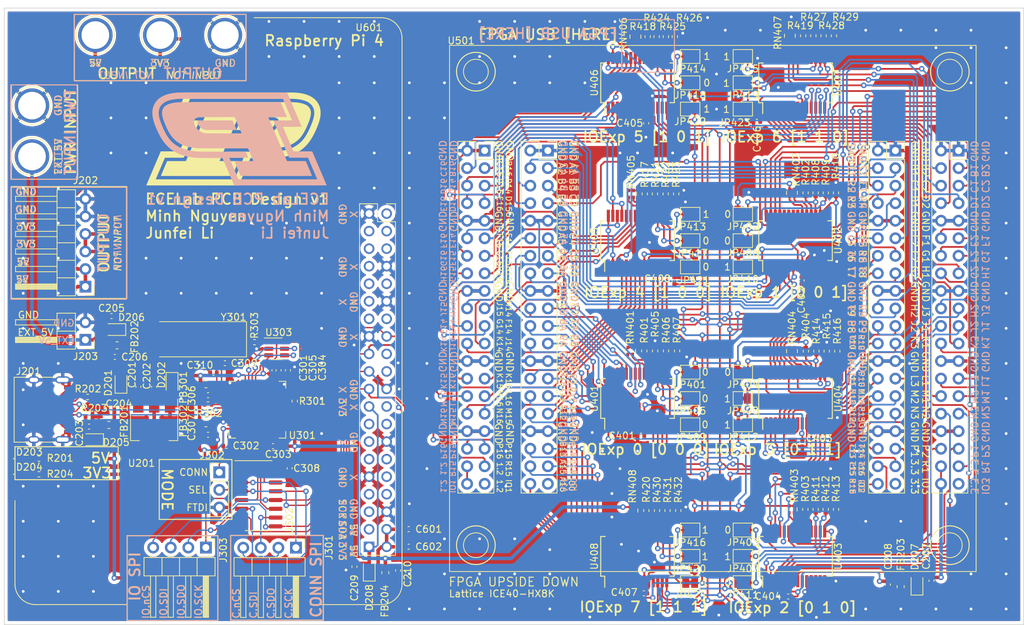
<source format=kicad_pcb>
(kicad_pcb (version 20211014) (generator pcbnew)
  (layers (0 "F.Cu" signal) (31 "B.Cu" signal) (34 "B.Paste" user) (35 "F.Paste" user) (36 "B.SilkS" user "B.Silkscreen") (37 "F.SilkS" user "F.Silkscreen") (38 "B.Mask" user) (39 "F.Mask" user) (44 "Edge.Cuts" user))
  (net 0 "")
  (net 1 "Net-(C201-Pad1)")
  (net 2 "GND")
  (net 3 "Net-(C202-Pad1)")
  (net 4 "PWRU_IN")
  (net 5 "+5V")
  (net 6 "EXT5V_IN")
  (net 7 "FPGA.3V3")
  (net 8 "+3V3")
  (net 9 "Net-(C304-Pad2)")
  (net 10 "+1V8")
  (net 11 "VPHY")
  (net 12 "VPLL")
  (net 13 "/FTDI/XCSI")
  (net 14 "/FTDI/XCSO")
  (net 15 "Net-(D203-Pad2)")
  (net 16 "Net-(D204-Pad2)")
  (net 17 "Net-(D205-Pad1)")
  (net 18 "Net-(D206-Pad1)")
  (net 19 "Net-(D207-Pad1)")
  (net 20 "Net-(J201-PadA5)")
  (net 21 "FTDI.D+")
  (net 22 "FTDI.D-")
  (net 24 "Net-(J201-PadB5)")
  (net 26 "CONN.SCK")
  (net 27 "FPGA.1V2")
  (net 28 "Net-(JP401-Pad2)")
  (net 29 "Net-(JP402-Pad2)")
  (net 30 "Net-(JP403-Pad2)")
  (net 31 "Net-(JP404-Pad2)")
  (net 32 "Net-(JP405-Pad2)")
  (net 33 "Net-(JP406-Pad2)")
  (net 34 "Net-(JP407-Pad2)")
  (net 35 "Net-(JP408-Pad2)")
  (net 36 "Net-(JP409-Pad2)")
  (net 37 "Net-(JP410-Pad2)")
  (net 38 "Net-(JP411-Pad2)")
  (net 39 "Net-(JP412-Pad2)")
  (net 40 "Net-(JP413-Pad2)")
  (net 41 "Net-(JP414-Pad2)")
  (net 42 "Net-(JP415-Pad2)")
  (net 43 "Net-(JP416-Pad2)")
  (net 44 "Net-(JP417-Pad2)")
  (net 45 "Net-(JP418-Pad2)")
  (net 46 "Net-(JP419-Pad2)")
  (net 47 "Net-(JP420-Pad2)")
  (net 48 "Net-(JP421-Pad2)")
  (net 49 "Net-(JP422-Pad2)")
  (net 50 "Net-(JP423-Pad2)")
  (net 51 "Net-(JP424-Pad2)")
  (net 52 "Net-(R303-Pad1)")
  (net 53 "PI4.3V3")
  (net 54 "Net-(D208-Pad1)")
  (net 55 "EEDATA")
  (net 56 "Net-(R401-Pad2)")
  (net 57 "Net-(R402-Pad2)")
  (net 58 "Net-(R403-Pad2)")
  (net 59 "Net-(R404-Pad2)")
  (net 60 "Net-(R417-Pad2)")
  (net 61 "Net-(R418-Pad2)")
  (net 62 "Net-(R419-Pad2)")
  (net 63 "Net-(R420-Pad2)")
  (net 64 "Net-(RN401-Pad1)")
  (net 65 "Net-(RN401-Pad2)")
  (net 66 "Net-(RN402-Pad1)")
  (net 67 "Net-(RN402-Pad2)")
  (net 68 "Net-(RN403-Pad1)")
  (net 69 "Net-(RN403-Pad2)")
  (net 70 "Net-(RN404-Pad1)")
  (net 71 "Net-(RN404-Pad2)")
  (net 72 "Net-(RN405-Pad1)")
  (net 73 "Net-(RN405-Pad2)")
  (net 74 "Net-(RN406-Pad1)")
  (net 75 "Net-(RN406-Pad2)")
  (net 76 "Net-(RN407-Pad1)")
  (net 77 "Net-(RN407-Pad2)")
  (net 78 "Net-(RN408-Pad1)")
  (net 79 "Net-(RN408-Pad2)")
  (net 80 "FTDI.SCK")
  (net 81 "IO.SCK")
  (net 82 "EECLK")
  (net 83 "EECS")
  (net 91 "IO.Rx")
  (net 92 "IO.Tx")
  (net 93 "IO.DSRn")
  (net 94 "IO.RTSn")
  (net 95 "IO.DCDn")
  (net 96 "IO.CTSn")
  (net 97 "IO.DTRn")
  (net 133 "IO.SS0_0")
  (net 134 "IO.SS0_1")
  (net 135 "IO.SS0_2")
  (net 136 "IO.SS0_3")
  (net 137 "IO.SS0_4")
  (net 138 "IO.SS0_5")
  (net 139 "IO.SS0_6")
  (net 140 "IO.SS0_7")
  (net 141 "IO.SS1_0")
  (net 142 "IO.SS1_1")
  (net 143 "IO.SS1_2")
  (net 144 "IO.SS1_3")
  (net 145 "IO.SS1_4")
  (net 146 "IO.SS1_5")
  (net 147 "IO.SS1_6")
  (net 148 "IO.SS1_7")
  (net 149 "IO.SS2_0")
  (net 150 "IO.SS2_1")
  (net 151 "IO.SS2_2")
  (net 152 "IO.SS2_3")
  (net 153 "IO.SS2_4")
  (net 154 "IO.SS2_5")
  (net 155 "IO.SS2_6")
  (net 156 "IO.SS2_7")
  (net 157 "IO.SS3_0")
  (net 158 "IO.SS3_1")
  (net 159 "IO.SS3_2")
  (net 160 "IO.SS3_3")
  (net 161 "IO.SS3_4")
  (net 162 "IO.SS3_5")
  (net 163 "IO.SS3_6")
  (net 164 "IO.SS3_7")
  (net 179 "IO.HWCLK")
  (net 180 "IO.RED")
  (net 181 "IO.GREEN")
  (net 182 "IO.BLUE")
  (net 183 "CONN.SDO")
  (net 184 "CONN.SDI")
  (net 185 "CONN.~{CS}")
  (net 186 "SEL")
  (net 187 "IO.SDO")
  (net 188 "IO.SDI")
  (net 189 "IO.~{CS}")
  (net 190 "Net-(R301-Pad1)")
  (net 191 "Net-(R302-Pad1)")
  (net 192 "FTDI.SDO")
  (net 193 "FTDI.SDI")
  (net 194 "FTDI.~{CS}")
  (net 195 "IO.PB20")
  (net 196 "IO.PB19")
  (net 197 "IO.PB18")
  (net 198 "IO.PB17")
  (net 199 "IO.PB16")
  (net 200 "IO.PB15")
  (net 201 "IO.PB14")
  (net 202 "IO.PB13")
  (net 203 "IO.PB12")
  (net 204 "IO.PB11")
  (net 205 "IO.PB10")
  (net 206 "IO.PB9")
  (net 207 "IO.PB8")
  (net 208 "IO.PB7")
  (net 209 "IO.PB6")
  (net 210 "IO.PB5")
  (net 211 "IO.PB4")
  (net 212 "IO.PB3")
  (net 213 "IO.PB2")
  (net 214 "IO.PB1")
  (net 215 "IO.PB0")
  (net 216 "IO.LEFT7")
  (net 217 "IO.LEFT6")
  (net 218 "IO.LEFT5")
  (net 219 "IO.LEFT4")
  (net 220 "IO.LEFT3")
  (net 221 "IO.LEFT2")
  (net 222 "IO.LEFT1")
  (net 223 "IO.LEFT0")
  (net 224 "IO.RIGHT7")
  (net 225 "IO.RIGHT6")
  (net 226 "IO.RIGHT5")
  (net 227 "IO.RIGHT4")
  (net 228 "IO.RIGHT3")
  (net 229 "IO.RIGHT2")
  (net 230 "IO.RIGHT1")
  (net 231 "IO.RIGHT0")
  (net 234 "/GPIO Expansion/IO.SS4_0")
  (net 235 "/GPIO Expansion/IO.SS4_1")
  (net 236 "/GPIO Expansion/IO.SS4_2")
  (net 237 "/GPIO Expansion/IO.SS4_3")
  (net 238 "/GPIO Expansion/IO.SS4_4")
  (net 239 "/GPIO Expansion/IO.SS4_5")
  (net 240 "/GPIO Expansion/IO.SS4_6")
  (net 241 "/GPIO Expansion/IO.SS4_7")
  (net 242 "/GPIO Expansion/IO.SS5_0")
  (net 243 "/GPIO Expansion/IO.SS5_1")
  (net 244 "/GPIO Expansion/IO.SS5_2")
  (net 245 "/GPIO Expansion/IO.SS5_3")
  (net 246 "/GPIO Expansion/IO.SS5_4")
  (net 247 "/GPIO Expansion/IO.SS5_5")
  (net 248 "/GPIO Expansion/IO.SS5_6")
  (net 249 "/GPIO Expansion/IO.SS5_7")
  (net 250 "/GPIO Expansion/IO.SS6_0")
  (net 251 "/GPIO Expansion/IO.SS6_1")
  (net 252 "/GPIO Expansion/IO.SS6_2")
  (net 253 "/GPIO Expansion/IO.SS6_3")
  (net 254 "/GPIO Expansion/IO.SS6_4")
  (net 255 "/GPIO Expansion/IO.SS6_5")
  (net 256 "/GPIO Expansion/IO.SS6_6")
  (net 257 "/GPIO Expansion/IO.SS6_7")
  (net 258 "/GPIO Expansion/IO.SS7_0")
  (net 259 "/GPIO Expansion/IO.SS7_1")
  (net 260 "/GPIO Expansion/IO.SS7_2")
  (net 261 "/GPIO Expansion/IO.SS7_3")
  (net 262 "/GPIO Expansion/IO.SS7_4")
  (net 263 "/GPIO Expansion/IO.SS7_5")
  (net 264 "/GPIO Expansion/IO.SS7_6")
  (net 265 "/GPIO Expansion/IO.SS7_7")
  (footprint "Jumper:SolderJumper-2_P1.3mm_Bridged_Pad1.0x1.5mm" (layer "F.Cu") (at 203.2 77.47 180)
    (fp_text reference "JP422")
    (fp_text value "Jumper_2_Bridged")
  )
  (footprint "TestPoint:TestPoint_Plated_Hole_D4.0mm" (layer "F.Cu") (at 107.95 84.328 90)
    (fp_text reference "TP204" hide)
    (fp_text value "TestPoint")
  )
  (footprint "Capacitor_SMD:C_0402_1005Metric" (layer "F.Cu") (at 143.637 115.2906 -90)
    (fp_text reference "C305")
    (fp_text value "0.1u")
  )
  (footprint "Capacitor_SMD:C_0402_1005Metric" (layer "F.Cu") (at 125.6284 117.6782 90)
    (fp_text reference "C202")
    (fp_text value "22u")
  )
  (footprint "Capacitor_SMD:C_0402_1005Metric" (layer "F.Cu") (at 154.6098 143.7387 -90)
    (fp_text reference "C209")
    (fp_text value "0.1u")
  )
  (footprint "Diode_SMD:D_SOD-323" (layer "F.Cu") (at 120.015 109.3978 180)
    (fp_text reference "D206")
    (fp_text value "PMEG40")
  )
  (footprint "Resistor_SMD:R_0402_1005Metric" (layer "F.Cu") (at 224 66.85 90)
    (fp_text reference "R429")
    (fp_text value "10k")
  )
  (footprint "Capacitor_SMD:C_0402_1005Metric" (layer "F.Cu") (at 119.4562 107.442)
    (fp_text reference "C205")
    (fp_text value "0.1u")
  )
  (footprint "Jumper:SolderJumper-2_P1.3mm_Bridged_Pad1.0x1.5mm" (layer "F.Cu") (at 203.2 92.71 180)
    (fp_text reference "JP413")
    (fp_text value "Jumper_2_Bridged")
  )
  (footprint "Resistor_SMD:R_Array_Convex_2x0402" (layer "F.Cu") (at 217.8812 135.4328 90)
    (fp_text reference "RN403")
    (fp_text value "10k")
  )
  (footprint "Capacitor_SMD:C_0402_1005Metric" (layer "F.Cu") (at 135.8646 114.2746 180)
    (fp_text reference "C309")
    (fp_text value "27p")
  )
  (footprint "Capacitor_SMD:C_0402_1005Metric" (layer "F.Cu") (at 119.38 121.5136 180)
    (fp_text reference "C204")
    (fp_text value "0.1u")
  )
  (footprint "Jumper:SolderJumper-2_P1.3mm_Bridged_Pad1.0x1.5mm" (layer "F.Cu") (at 210.82 123.19)
    (fp_text reference "JP412")
    (fp_text value "Jumper_2_Bridged")
  )
  (footprint "Inductor_SMD:L_0603_1608Metric" (layer "F.Cu") (at 233.6546 146.6342 90)
    (fp_text reference "FB203")
    (fp_text value "120R")
  )
  (footprint "Capacitor_SMD:C_0402_1005Metric" (layer "F.Cu") (at 134.2136 115.6462)
    (fp_text reference "C310")
    (fp_text value "27p")
  )
  (footprint "Package_SO:SSOP-28_5.3x10.2mm_P0.65mm" (layer "F.Cu") (at 195.58 73.66 90)
    (fp_text reference "U406")
    (fp_text value "MCP23017_SS")
  )
  (footprint "Resistor_SMD:R_0402_1005Metric" (layer "F.Cu") (at 221.4626 112.522 90)
    (fp_text reference "R414")
    (fp_text value "10k")
  )
  (footprint "Resistor_SMD:R_0402_1005Metric" (layer "F.Cu") (at 199.9234 135.6106 90)
    (fp_text reference "R431")
    (fp_text value "10k")
  )
  (footprint "Jumper:SolderJumper-2_P1.3mm_Open_TrianglePad1.0x1.5mm" (layer "F.Cu") (at 210.82 115.57)
    (fp_text reference "JP404")
    (fp_text value "Jumper_2_Open")
  )
  (footprint "Connector_PinHeader_2.54mm:PinHeader_1x03_P2.54mm_Vertical" (layer "F.Cu") (at 135.0518 130.0734)
    (fp_text reference "J302")
    (fp_text value "Conn_01x03_Male")
  )
  (footprint "Jumper:SolderJumper-2_P1.3mm_Bridged_Pad1.0x1.5mm" (layer "F.Cu") (at 210.82 119.38)
    (fp_text reference "JP408")
    (fp_text value "Jumper_2_Bridged")
  )
  (footprint "ECELab_Footprints:ICE40-HX8K Breakout Board" (layer "F.Cu") (at 206.477 106.337)
    (fp_text reference "U501")
    (fp_text value "ICE40-HX8K_Breakout_Board")
  )
  (footprint "TestPoint:TestPoint_Plated_Hole_D4.0mm" (layer "F.Cu") (at 135.8646 66.7512)
    (fp_text reference "TP203" hide)
    (fp_text value "TestPoint")
  )
  (footprint "Jumper:SolderJumper-2_P1.3mm_Bridged_Pad1.0x1.5mm" (layer "F.Cu") (at 210.82 69.85)
    (fp_text reference "JP415")
    (fp_text value "Jumper_2_Bridged")
  )
  (footprint "Resistor_SMD:R_0402_1005Metric" (layer "F.Cu") (at 116.205 122.0216 180)
    (fp_text reference "R203")
    (fp_text value "5.1k")
  )
  (footprint "Resistor_SMD:R_Array_Convex_2x0402" (layer "F.Cu") (at 195.275 66.975 90)
    (fp_text reference "RN406")
    (fp_text value "10k")
  )
  (footprint "Inductor_SMD:L_0603_1608Metric" (layer "F.Cu") (at 119.0752 123.2154)
    (fp_text reference "FB201")
    (fp_text value "120R")
  )
  (footprint "Package_SO:SSOP-28_5.3x10.2mm_P0.65mm" (layer "F.Cu") (at 195.58 119.38 90)
    (fp_text reference "U401")
    (fp_text value "MCP23017_SS")
  )
  (footprint "Resistor_SMD:R_0402_1005Metric" (layer "F.Cu") (at 221.361 135.4328 90)
    (fp_text reference "R411")
    (fp_text value "10k")
  )
  (footprint "Resistor_SMD:R_0402_1005Metric" (layer "F.Cu") (at 222.9612 112.522 90)
    (fp_text reference "R415")
    (fp_text value "10k")
  )
  (footprint "Connector_PinHeader_2.54mm:PinHeader_1x02_P2.54mm_Horizontal" (layer "F.Cu") (at 115.6716 110.8914 180)
    (fp_text reference "J203")
    (fp_text value "Conn_01x02_Male")
  )
  (footprint "Jumper:SolderJumper-2_P1.3mm_Open_TrianglePad1.0x1.5mm" (layer "F.Cu") (at 210.82 92.71)
    (fp_text reference "JP402")
    (fp_text value "Jumper_2_Open")
  )
  (footprint "Resistor_SMD:R_0402_1005Metric" (layer "F.Cu") (at 196.5508 112.4886 -90)
    (fp_text reference "R401")
    (fp_text value "10k")
  )
  (footprint "Jumper:SolderJumper-2_P1.3mm_Open_TrianglePad1.0x1.5mm" (layer "F.Cu") (at 210.82 96.52)
    (fp_text reference "JP406")
    (fp_text value "Jumper_2_Open")
  )
  (footprint "Capacitor_SMD:C_0402_1005Metric" (layer "F.Cu") (at 133.4282 124.6378 180)
    (fp_text reference "C307")
    (fp_text value "10u")
  )
  (footprint "Capacitor_SMD:C_0402_1005Metric" (layer "F.Cu") (at 136.1 126.25)
    (fp_text reference "C302")
    (fp_text value "0.1u")
  )
  (footprint "Resistor_SMD:R_0402_1005Metric" (layer "F.Cu") (at 198.1256 112.4886 90)
    (fp_text reference "R405")
    (fp_text value "10k")
  )
  (footprint "Jumper:SolderJumper-2_P1.3mm_Bridged_Pad1.0x1.5mm" (layer "F.Cu") (at 210.82 73.66)
    (fp_text reference "JP419")
    (fp_text value "Jumper_2_Bridged")
  )
  (footprint "Jumper:SolderJumper-2_P1.3mm_Open_TrianglePad1.0x1.5mm" (layer "F.Cu") (at 203.2 115.57 180)
    (fp_text reference "JP401")
    (fp_text value "Jumper_2_Open")
  )
  (footprint "Package_SO:SSOP-28_5.3x10.2mm_P0.65mm" (layer "F.Cu") (at 218.44 142.24 90)
    (fp_text reference "U403")
    (fp_text value "MCP23017_SS")
  )
  (footprint "Resistor_SMD:R_Array_Convex_2x0402" (layer "F.Cu") (at 217.932 112.522 90)
    (fp_text reference "RN404")
    (fp_text value "10k")
  )
  (footprint "Resistor_SMD:R_0402_1005Metric" (layer "F.Cu") (at 201.4728 135.6106 90)
    (fp_text reference "R432")
    (fp_text value "10k")
  )
  (footprint "TestPoint:TestPoint_Plated_Hole_D4.0mm" (layer "F.Cu") (at 117.1194 66.7512)
    (fp_text reference "TP201" hide)
    (fp_text value "TestPoint")
  )
  (footprint "Resistor_SMD:R_0402_1005Metric" (layer "F.Cu") (at 219.9386 112.522 -90)
    (fp_text reference "R404")
    (fp_text value "10k")
  )
  (footprint "Jumper:SolderJumper-2_P1.3mm_Bridged_Pad1.0x1.5mm" (layer "F.Cu") (at 210.82 142.24)
    (fp_text reference "JP407")
    (fp_text value "Jumper_2_Bridged")
  )
  (footprint "Capacitor_SMD:C_0402_1005Metric" (layer "F.Cu") (at 162.4584 138.303)
    (fp_text reference "C601")
    (fp_text value "0.1u")
  )
  (footprint "Resistor_SMD:R_Array_Convex_2x0402" (layer "F.Cu") (at 217.625 66.85 90)
    (fp_text reference "RN407")
    (fp_text value "10k")
  )
  (footprint "ECELab_Footprints:MODULE_RASPBERRY_PI_4B_4GB" (layer "F.Cu") (at 134.2644 107.4928)
    (fp_text reference "U601")
    (fp_text value "RASPBERRY_PI_4B_4GB")
  )
  (footprint "LED_SMD:LED_0402_1005Metric" (layer "F.Cu") (at 106.3982 128.0922)
    (fp_text reference "D203")
    (fp_text value "LED")
  )
  (footprint "Package_TO_SOT_SMD:SOT-223-3_TabPin2" (layer "F.Cu") (at 125.6284 123.571 -90)
    (fp_text reference "U201")
    (fp_text value "AZ1117IH-3.3TRG1")
  )
  (footprint "Resistor_SMD:R_0402_1005Metric" (layer "F.Cu") (at 198.35 66.975 90)
    (fp_text reference "R424")
    (fp_text value "10k")
  )
  (footprint "Jumper:SolderJumper-2_P1.3mm_Bridged_Pad1.0x1.5mm" (layer "F.Cu") (at 203.2 138.43 180)
    (fp_text reference "JP416")
    (fp_text value "Jumper_2_Bridged")
  )
  (footprint "Inductor_SMD:L_0603_1608Metric" (layer "F.Cu") (at 133.1234 117.3226)
    (fp_text reference "FB301")
    (fp_text value "600R")
  )
  (footprint "Capacitor_SMD:C_0402_1005Metric" (layer "F.Cu") (at 200.925 102.325 -90)
    (fp_text reference "C408")
    (fp_text value "0.1u")
  )
  (footprint "Diode_SMD:D_SOD-323" (layer "F.Cu") (at 116.7892 125.349 180)
    (fp_text reference "D205")
    (fp_text value "PMEG40")
  )
  (footprint "Capacitor_SMD:C_0402_1005Metric" (layer "F.Cu") (at 119.9388 113.3602)
    (fp_text reference "C206")
    (fp_text value "0.1u")
  )
  (footprint "Resistor_SMD:R_0402_1005Metric" (layer "F.Cu") (at 219.55 66.85 -90)
    (fp_text reference "R419")
    (fp_text value "10k")
  )
  (footprint "Resistor_SMD:R_0402_1005Metric" (layer "F.Cu") (at 145.9738 119.761 -90)
    (fp_text reference "R301")
    (fp_text value "12k")
  )
  (footprint "Capacitor_SMD:C_0402_1005Metric" (layer "F.Cu") (at 231.8004 146.3294 -90)
    (fp_text reference "C208")
    (fp_text value "0.1u")
  )
  (footprint "Jumper:SolderJumper-2_P1.3mm_Open_TrianglePad1.0x1.5mm" (layer "F.Cu") (at 210.82 77.47)
    (fp_text reference "JP423")
    (fp_text value "Jumper_2_Open")
  )
  (footprint "Capacitor_SMD:C_0402_1005Metric" (layer "F.Cu") (at 196.4944 147.5994 180)
    (fp_text reference "C407")
    (fp_text value "0.1u")
  )
  (footprint "Connector_USB:USB_C_Receptacle_HRO_TYPE-C-31-M-12" (layer "F.Cu") (at 109.2696 121.0056 -90)
    (fp_text reference "J201")
    (fp_text value "USB_C_Receptacle_USB2.0")
  )
  (footprint "Resistor_SMD:R_0402_1005Metric" (layer "F.Cu") (at 201.3006 112.4886 90)
    (fp_text reference "R407")
    (fp_text value "10k")
  )
  (footprint "Jumper:SolderJumper-2_P1.3mm_Bridged_Pad1.0x1.5mm" (layer "F.Cu") (at 203.2 69.85 180)
    (fp_text reference "JP414")
    (fp_text value "Jumper_2_Bridged")
  )
  (footprint "Package_SO:SSOP-28_5.3x10.2mm_P0.65mm" (layer "F.Cu") (at 218.44 96.52 90)
    (fp_text reference "U402")
    (fp_text value "MCP23017_SS")
  )
  (footprint "Diode_SMD:D_SOD-323" (layer "F.Cu") (at 156.7508 144.327 90)
    (fp_text reference "D208")
    (fp_text value "PMEG40")
  )
  (footprint "Capacitor_SMD:C_0402_1005Metric" (layer "F.Cu") (at 162.4584 140.843)
    (fp_text reference "C602")
    (fp_text value "0.1u")
  )
  (footprint "Package_DFN_QFN:QFN-48-1EP_8x8mm_P0.5mm_EP6.2x6.2mm" (layer "F.Cu") (at 140.5636 121.0056)
    (fp_text reference "U301")
    (fp_text value "FT232HQ-REEL")
  )
  (footprint "Capacitor_SMD:C_0402_1005Metric" (layer "F.Cu") (at 133.4282 118.8974 180)
    (fp_text reference "C306")
    (fp_text value "10u")
  )
  (footprint "Package_SO:SSOP-28_5.3x10.2mm_P0.65mm" (layer "F.Cu") (at 195.58 142.24 90)
    (fp_text reference "U408")
    (fp_text value "MCP23017_SS")
  )
  (footprint "Crystal:Crystal_SMD_HC49-SD" (layer "F.Cu") (at 132.3 110.8 180)
    (fp_text reference "Y301")
    (fp_text value "12MHz")
  )
  (footprint "Jumper:SolderJumper-2_P1.3mm_Open_TrianglePad1.0x1.5mm" (layer "F.Cu") (at 210.82 146.05)
    (fp_text reference "JP411")
    (fp_text value "Jumper_2_Open")
  )
  (footprint "Jumper:SolderJumper-2_P1.3mm_Open_TrianglePad1.0x1.5mm" (layer "F.Cu") (at 210.82 138.43)
    (fp_text reference "JP403")
    (fp_text value "Jumper_2_Open")
  )
  (footprint "TestPoint:TestPoint_Plated_Hole_D4.0mm" (layer "F.Cu") (at 126.5174 66.7512)
    (fp_text reference "TP202" hide)
    (fp_text value "TestPoint")
  )
  (footprint "Capacitor_SMD:C_0402_1005Metric" (layer "F.Cu") (at 142.3162 115.2906 90)
    (fp_text reference "C301")
    (fp_text value "0.1u")
  )
  (footprint "Resistor_SMD:R_0402_1005Metric" (layer "F.Cu") (at 224.3074 135.4328 90)
    (fp_text reference "R413")
    (fp_text value "10k")
  )
  (footprint "Resistor_SMD:R_0402_1005Metric" (layer "F.Cu") (at 222.8088 135.4328 90)
    (fp_text reference "R412")
    (fp_text value "10k")
  )
  (footprint "Connector_PinHeader_2.54mm:PinHeader_1x04_P2.54mm_Horizontal" (layer "F.Cu") (at 146.1416 140.9892 -90)
    (fp_text reference "J301")
    (fp_text value "Conn_01x04_Male")
  )
  (footprint "Resistor_SMD:R_0402_1005Metric" (layer "F.Cu") (at 199.65 89.75 90)
    (fp_text reference "R422")
    (fp_text value "10k")
  )
  (footprint "Capacitor_SMD:C_0402_1005Metric" (layer "F.Cu") (at 212.852 79.2988)
    (fp_text reference "C406")
    (fp_text value "0.1u")
  )
  (footprint "Jumper:SolderJumper-2_P1.3mm_Open_TrianglePad1.0x1.5mm" (layer "F.Cu") (at 203.2 119.38 180)
    (fp_text reference "JP405")
    (fp_text value "Jumper_2_Open")
  )
  (footprint "Package_SO:SSOP-28_5.3x10.2mm_P0.65mm" (layer "F.Cu") (at 195.58 96.52 90)
    (fp_text reference "U405")
    (fp_text value "MCP23017_SS")
  )
  (footprint "Diode_SMD:D_SOD-323" (layer "F.Cu") (at 128.2192 117.1194 -90)
    (fp_text reference "D202")
    (fp_text value "PMEG40")
  )
  (footprint "Capacitor_SMD:C_0402_1005Metric" (layer "F.Cu") (at 123.3424 117.6782 90)
    (fp_text reference "C201")
    (fp_text value "10u")
  )
  (footprint "Capacitor_SMD:C_0402_1005Metric" (layer "F.Cu") (at 142.8242 126.2888 180)
    (fp_text reference "C303")
    (fp_text value "0.1u")
  )
  (footprint "Jumper:SolderJumper-2_P1.3mm_Open_TrianglePad1.0x1.5mm" (layer "F.Cu") (at 203.2 123.19 180)
    (fp_text reference "JP409")
    (fp_text value "Jumper_2_Open")
  )
  (footprint "Resistor_SMD:R_0402_1005Metric" (layer "F.Cu") (at 198.3994 135.6106 90)
    (fp_text reference "R430")
    (fp_text value "10k")
  )
  (footprint "Package_TO_SOT_SMD:SOT-23-6" (layer "F.Cu") (at 143.35 112.175)
    (fp_text reference "U303")
    (fp_text value "93LC56BT-I/OT")
  )
  (footprint "Package_SO:SSOP-28_5.3x10.2mm_P0.65mm" (layer "F.Cu") (at 218.44 119.38 90)
    (fp_text reference "U404")
    (fp_text value "MCP23017_SS")
  )
  (footprint "Capacitor_SMD:C_0402_1005Metric" (layer "F.Cu") (at 144.9832 115.2906 -90)
    (fp_text reference "C304")
    (fp_text value "0.1u")
  )
  (footprint "Capacitor_SMD:C_0402_1005Metric" (layer "F.Cu") (at 238.125 145.7706 -90)
    (fp_text reference "C207")
    (fp_text value "0.1u")
  )
  (footprint "Resistor_SMD:R_0402_1005Metric" (layer "F.Cu") (at 201.175 89.75 90)
    (fp_text reference "R423")
    (fp_text value "10k")
  )
  (footprint "Inductor_SMD:L_0603_1608Metric" (layer "F.Cu") (at 120.269 111.6838 180)
    (fp_text reference "FB202")
    (fp_text value "120R")
  )
  (footprint "Resistor_SMD:R_0402_1005Metric" (layer "F.Cu") (at 221.025 66.85 90)
    (fp_text reference "R427")
    (fp_text value "10k")
  )
  (footprint "Capacitor_SMD:C_0402_1005Metric" (layer "F.Cu") (at 219.329 102.2858 90)
    (fp_text reference "C402")
    (fp_text value "0.1u")
  )
  (footprint "Capacitor_SMD:C_0402_1005Metric" (layer "F.Cu") (at 116.205 123.444)
    (fp_text reference "C203")
    (fp_text value "0.1u")
  )
  (footprint "Inductor_SMD:L_0603_1608Metric" (layer "F.Cu") (at 159.0802 144.6023 90)
    (fp_text reference "FB204")
    (fp_text value "120R")
  )
  (footprint "Inductor_SMD:L_0603_1608Metric" (layer "F.Cu") (at 133.1214 122.9614)
    (fp_text reference "FB302")
    (fp_text value "600R")
  )
  (footprint "Resistor_SMD:R_0402_1005Metric" (layer "F.Cu") (at 133.4282 120.2436 180)
    (fp_text reference "R302")
    (fp_text value "12k")
  )
  (footprint "Resistor_SMD:R_0402_1005Metric" (layer "F.Cu") (at 221.35 89.6 90)
    (fp_text reference "R408")
    (fp_text value "10k")
  )
  (footprint "Resistor_SMD:R_0402_1005Metric" (layer "F.Cu") (at 198.1 89.75 90)
    (fp_text reference "R421")
    (fp_text value "10k")
  )
  (footprint "Capacitor_SMD:C_0402_1005Metric" (layer "F.Cu") (at 145.2372 129.4892 90)
    (fp_text reference "C308")
    (fp_text value "0.1u")
  )
  (footprint "Resistor_SMD:R_0402_1005Metric" (layer "F.Cu") (at 224.3 89.6 90)
    (fp_text reference "R410")
    (fp_text value "10k")
  )
  (footprint "Resistor_SMD:R_Array_Convex_2x0402" (layer "F.Cu") (at 194.5188 112.4886 90)
    (fp_text reference "RN401")
    (fp_text value "10k")
  )
  (footprint "Resistor_SMD:R_0402_1005Metric" (layer "F.Cu") (at 108.9565 130.3528 180)
    (fp_text reference "R204")
    (fp_text value "165")
  )
  (footprint "Connector_PinHeader_2.54mm:PinHeader_1x04_P2.54mm_Horizontal" (layer "F.Cu") (at 133.1114 140.9638 -90)
    (fp_text reference "J303")
    (fp_text value "Conn_01x04_Male")
  )
  (footprint "Capacitor_SMD:C_0402_1005Metric" (layer "F.Cu") (at 217.3732 148.0566)
    (fp_text reference "C404")
    (fp_text value "0.1u")
  )
  (footprint "Jumper:SolderJumper-2_P1.3mm_Bridged_Pad1.0x1.5mm" (layer "F.Cu") (at 210.82 100.33)
    (fp_text reference "JP410")
    (fp_text value "Jumper_2_Bridged")
  )
  (footprint "Capacitor_SMD:C_0402_1005Metric" (layer "F.Cu") (at 196.075 124.775)
    (fp_text reference "C401")
    (fp_text value "0.1u")
  )
  (footprint "Resistor_SMD:R_0402_1005Metric" (layer "F.Cu") (at 108.966 128.0922 180)
    (fp_text reference "R201")
    (fp_text value "220")
  )
  (footprint "Jumper:SolderJumper-2_P1.3mm_Open_TrianglePad1.0x1.5mm" (layer "F.Cu") (at 203.2 73.66 180)
    (fp_text reference "JP418")
    (fp_text value "Jumper_2_Open")
  )
  (footprint "Connector_PinHeader_2.54mm:PinHeader_1x06_P2.54mm_Horizontal" (layer "F.Cu") (at 115.6778 103.1748 180)
    (fp_text reference "J202")
    (fp_text value "Conn_01x06_Male")
  )
  (footprint "Resistor_SMD:R_0402_1005Metric" (layer "F.Cu") (at 200.975 66.975 90)
    (fp_text reference "R426")
    (fp_text value "10k")
  )
  (footprint "Package_SO:SOIC-16_3.9x9.9mm_P1.27mm" (layer "F.Cu") (at 140.7414 133.4516)
    (fp_text reference "U302")
    (fp_text value "SN74LVC157ADR")
  )
  (footprint "Diode_SMD:D_SOD-323" (layer "F.Cu") (at 236.0168 146.3548 90)
    (fp_text reference "D207")
    (fp_text value "PMEG40")
  )
  (footprint "Resistor_SMD:R_0402_1005Metric" (layer "F.Cu") (at 219.8624 135.4328 -90)
    (fp_text reference "R403")
    (fp_text value "10k")
  )
  (footprint "Resistor_SMD:R_Array_Convex_2x0402" (layer "F.Cu") (at 194.65 89.75 90)
    (fp_text reference "RN405")
    (fp_text value "10k")
  )
  (footprint "Diode_SMD:D_SOD-323" (layer "F.Cu") (at 120.8278 117.1194 90)
    (fp_text reference "D201")
    (fp_text value "PMEG40")
  )
  (footprint "ECELab_Footprints:purduelogo" (layer "F.Cu") (at 137.16 81.788)
    (fp_text reference "G***" hide)
    (fp_text value "LOGO" hide)
  )
  (footprint "Resistor_SMD:R_0402_1005Metric" (layer "F.Cu") (at 197.05 66.975 -90)
    (fp_text reference "R418")
    (fp_text value "10k")
  )
  (footprint "Resistor_SMD:R_0402_1005Metric" (layer "F.Cu") (at 199.675 66.975 90)
    (fp_text reference "R425")
    (fp_text value "10k")
  )
  (footprint "Resistor_SMD:R_Array_Convex_2x0402" (layer "F.Cu") (at 194.8434 135.6106 90)
    (fp_text reference "RN408")
    (fp_text value "10k")
  )
  (footprint "Resistor_SMD:R_0402_1005Metric" (layer "F.Cu") (at 196.625 89.75 -90)
    (fp_text reference "R417")
    (fp_text value "10k")
  )
  (footprint "Resistor_SMD:R_0402_1005Metric" (layer "F.Cu") (at 222.5 66.85 90)
    (fp_text reference "R428")
    (fp_text value "10k")
  )
  (footprint "Resistor_SMD:R_0402_1005Metric" (layer "F.Cu") (at 196.85 135.6106 -90)
    (fp_text reference "R420")
    (fp_text value "10k")
  )
  (footprint "Capacitor_SMD:C_0402_1005Metric" (layer "F.Cu") (at 196.825 79.525 90)
    (fp_text reference "C405")
    (fp_text value "0.1u")
  )
  (footprint "Jumper:SolderJumper-2_P1.3mm_Open_TrianglePad1.0x1.5mm" (layer "F.Cu") (at 203.2 100.33 180)
    (fp_text reference "JP421")
    (fp_text value "Jumper_2_Open")
  )
  (footprint "Jumper:SolderJumper-2_P1.3mm_Bridged_Pad1.0x1.5mm" (layer "F.Cu") (at 203.2 146.05 180)
    (fp_text reference "JP424")
    (fp_text value "Jumper_2_Bridged")
  )
  (footprint "Resistor_SMD:R_0402_1005Metric" (layer "F.Cu") (at 224.4852 112.522 90)
    (fp_text reference "R416")
    (fp_text value "10k")
  )
  (footprint "Resistor_SMD:R_0402_1005Metric" (layer "F.Cu") (at 116.0018 119.1514)
    (fp_text reference "R202")
    (fp_text value "5.1k")
  )
  (footprint "Resistor_SMD:R_0402_1005Metric" (layer "F.Cu") (at 222.825 89.6 90)
    (fp_text reference "R409")
    (fp_text value "10k")
  )
  (footprint "Resistor_SMD:R_0402_1005Metric" (layer "F.Cu") (at 140.15 111.225 180)
    (fp_text reference "R303")
    (fp_text value "2.2k")
  )
  (footprint "LED_SMD:LED_0402_1005Metric" (layer "F.Cu") (at 106.3911 130.3528)
    (fp_text reference "D204")
    (fp_text value "LED")
  )
  (footprint "TestPoint:TestPoint_Plated_Hole_D4.0mm" (layer "F.Cu") (at 107.95 76.962 90)
    (fp_text reference "TP205" hide)
    (fp_text value "TestPoint")
  )
  (footprint "Resistor_SMD:R_Array_Convex_2x0402" (layer "F.Cu") (at 217.925 89.6 90)
    (fp_text reference "RN402")
    (fp_text value "10k")
  )
  (footprint "Resistor_SMD:R_0402_1005Metric" (layer "F.Cu") (at 219.9 89.6 -90)
    (fp_text reference "R402")
    (fp_text value "10k")
  )
  (footprint "Resistor_SMD:R_0402_1005Metric" (layer "F.Cu") (at 199.7004 112.4886 90)
    (fp_text reference "R406")
    (fp_text value "10k")
  )
  (footprint "Jumper:SolderJumper-2_P1.3mm_Bridged_Pad1.0x1.5mm" (layer "F.Cu") (at 203.2 142.24 180)
    (fp_text reference "JP420")
    (fp_text value "Jumper_2_Bridged")
  )
  (footprint "Capacitor_SMD:C_0402_1005Metric" (layer "F.Cu") (at 160.9344 144.2975 -90)
    (fp_text reference "C210")
    (fp_text value "0.1u")
  )
  (footprint "Package_SO:SSOP-28_5.3x10.2mm_P0.65mm" (layer "F.Cu") (at 218.44 73.66 90)
    (fp_text reference "U407")
    (fp_text value "MCP23017_SS")
  )
  (footprint "Jumper:SolderJumper-2_P1.3mm_Open_TrianglePad1.0x1.5mm" (layer "F.Cu") (at 203.2 96.52 180)
    (fp_text reference "JP417")
    (fp_text value "Jumper_2_Open")
  )
  (footprint "Capacitor_SMD:C_0402_1005Metric" (layer "F.Cu") (at 219.4306 125.8316 90)
    (fp_text reference "C403")
    (fp_text value "0.1u")
  )
  (footprint "ECELab_Footprints:purduelogo" (layer "B.Cu") (at 137.922 81.788 180)
    (fp_text reference "G***" hide)
    (fp_text value "LOGO" hide)
  )
  (gr_rect (start 193.294 64.516) (end 200.914 72.136) (layer "B.SilkS") (width 0.15) (fill none))
  (gr_rect (start 121.6152 88.7984) (end 104.902 105.0036) (layer "B.SilkS") (width 0.15) (fill none))
  (gr_rect (start 136.6779 139.2174) (end 150.0881 151.4972) (layer "B.SilkS") (width 0.15) (fill none))
  (gr_rect (start 121.7178 139.2497) (end 134.8486 151.5295) (layer "B.SilkS") (width 0.15) (fill none))
  (gr_rect (start 114.4786 73.9648) (end 104.8774 87.63) (layer "B.SilkS") (width 0.15) (fill none))
  (gr_rect (start 138.938 73.3552) (end 114.0968 63.754) (layer "B.SilkS") (width 0.15) (fill none))
  (gr_rect (start 104.9528 73.9648) (end 114.554 87.63) (layer "F.SilkS") (width 0.15) (fill none))
  (gr_rect (start 138.9126 63.754) (end 114.0714 73.3552) (layer "F.SilkS") (width 0.15) (fill none))
  (gr_rect (start 121.7178 139.2497) (end 134.8486 151.5295) (layer "F.SilkS") (width 0.15) (fill none))
  (gr_rect (start 126.365 128.2192) (end 136.8796 136.8922) (layer "F.SilkS") (width 0.15) (fill none))
  (gr_rect (start 104.9528 88.6968) (end 121.666 104.902) (layer "F.SilkS") (width 0.15) (fill none))
  (gr_rect (start 136.7033 139.2174) (end 150.1135 151.4972) (layer "F.SilkS") (width 0.15) (fill none))
  (gr_rect (start 105.4862 126.365) (end 120.4214 131.1402) (layer "F.SilkS") (width 0.15) (fill none))
  (gr_line (start 103.9368 152.1206) (end 103.9368 62.8396) (layer "Edge.Cuts") (width 0.1))
  (gr_line (start 251.46 152.1206) (end 103.9368 152.1206) (layer "Edge.Cuts") (width 0.1))
  (gr_line (start 157.48 62.8396) (end 251.46 62.8396) (layer "Edge.Cuts") (width 0.1))
  (gr_line (start 251.46 62.8396) (end 251.46 152.1206) (layer "Edge.Cuts") (width 0.1))
  (gr_line (start 103.9368 62.8396) (end 157.48 62.8396) (layer "Edge.Cuts") (width 0.1))
  (gr_text "T16\nT15" (at 227.33 129.54 -90) (layer "B.SilkS") (effects (font (size 0.8 0.8) (thickness 0.13)) (justify mirror)))
  (gr_text "C.SDI" (at 139.9794 149.2758 90) (layer "B.SilkS") (effects (font (size 1 1))))
  (gr_text "R15\n1.2" (at 168.148 129.54 -90) (layer "B.SilkS") (effects (font (size 0.8 0.8) (thickness 0.13)) (justify mirror)))
  (gr_text "G1\nF2" (at 245.11 98.806 -90) (layer "B.SilkS") (effects (font (size 1 1)) (justify mirror)))
  (gr_text "CONN SPI" (at 149.0472 145.5928 90) (layer "B.SilkS") (effects (font (size 1.5 1.5) (thickness 0.25))))
  (gr_text "L1\nL3" (at 245.11 116.84 -90) (layer "B.SilkS") (effects (font (size 1 1)) (justify mirror)))
  (gr_text "B9\nA9" (at 185.674 110.998 270) (layer "B.SilkS") (effects (font (size 1 1)) (justify mirror)))
  (gr_text "GND\nGND" (at 245.11 124.206 -90) (layer "B.SilkS") (effects (font (size 1 1)) (justify mirror)))
  (gr_text "GND\nGND" (at 185.674 93.7006 -90) (layer "B.SilkS") (effects (font (size 1 1)) (justify mirror)))
  (gr_text "IO2\nR16" (at 227.33 132.08 -90) (layer "B.SilkS") (effects (font (size 0.8 0.8) (thickness 0.13)) (justify mirror)))
  (gr_text "C6\nA6" (at 185.674 100.838 -90) (layer "B.SilkS") (effects (font (size 1 1)) (justify mirror)))
  (gr_text "5V " (at 106.175 102.125) (layer "B.SilkS") (effects (font (size 1 1)) (justify mirror)))
  (gr_text "GND\nGND" (at 168.148 124.46 -90) (layer "B.SilkS") (effects (font (size 1 1)) (justify mirror)))
  (gr_text "J3\nH2" (at 245.11 106.68 -90) (layer "B.SilkS") (effects (font (size 1 1)) (justify mirror)))
  (gr_text "B10\nA11" (at 185.674 118.872 -90) (layer "B.SilkS") (effects (font (size 0.8 0.8) (thickness 0.13)) (justify mirror)))
  (gr_text "GND\nGND" (at 168.148 83.4898 -90) (layer "B.SilkS") (effects (font (size 1 1)) (justify mirror)))
  (gr_text "GND" (at 112.5728 108.458) (layer "B.SilkS") (effects (font (size 1 1)) (justify mirror)))
  (gr_text "P13\nN12" (at 227.33 121.666 -90) (layer "B.SilkS") (effects (font (size 0.8 0.8) (thickness 0.13)) (justify mirror)))
  (gr_text "GND\nGND" (at 168.148 114.046 -90) (layer "B.SilkS") (effects (font (size 1 1)) (justify mirror)))
  (gr_text "GND\nGND" (at 185.674 103.8606 -90) (layer "B.SilkS") (effects (font (size 1 1)) (justify mirror)))
  (gr_text "M1\nM2" (at 245.11 119.126 -90) (layer "B.SilkS") (effects (font (size 1 1)) (justify mirror)))
  (gr_text "X\nGND" (at 153.67 130.81 -90) (layer "B.SilkS") (effects (font (size 1 1)) (justify mirror)))
  (gr_text "R1\n3.3" (at 245.11 129.286 -90) (layer "B.SilkS") (effects (font (size 1 1)) (justify mirror)))
  (gr_text "E14\nF16" (at 168.148 96.52 -90) (layer "B.SilkS") (effects (font (size 0.8 0.8) (thickness 0.13)) (justify mirror)))
  (gr_text "P2\nP1" (at 245.11 127 -90) (layer "B.SilkS") (effects (font (size 1 1)) (justify mirror)))
  (gr_text "P9\nP8" (at 227.33 108.966 270) (layer "B.SilkS") (effects (font (size 1 1)) (justify mirror)))
  (gr_text "IO SPI" (at 122.8344 145.161 90) (layer "B.SilkS") (effects (font (size 1.5 1.5) (thickness 0.25))))
  (gr_text "GND\nGND" (at 227.33 93.7514 -90) (layer "B.SilkS") (effects (font (size 1 1)) (justify mirror)))
  (gr_text "C5\nB6" (at 185.674 98.552 -90) (layer "B.SilkS") (effects (font (size 1 1)) (justify mirror)))
  (gr_text "3V3" (at 126.4158 70.8152) (layer "B.SilkS") (effects (font (size 1 1)) (justify mirror)))
  (gr_text "GND\nGND" (at 168.148 93.726 -90) (layer "B.SilkS") (effects (font (size 1 1)) (justify mirror)))
  (gr_text "3V3" (at 107 97) (layer "B.SilkS") (effects (font (size 1 1)) (justify mirror)))
  (gr_text "GND" (at 135.9154 70.8152) (layer "B.SilkS") (effects (font (size 1 1)) (justify mirror)))
  (gr_text "C.SCK" (at 145.0848 149.0472 90) (layer "B.SilkS") (effects (font (size 1 1))))
  (gr_text "GND\nX" (at 153.67 118.11 -90) (layer "B.SilkS") (effects (font (size 1 1)) (justify mirror)))
  (gr_text "GND\nGND" (at 245.11 114.046 -90) (layer "B.SilkS") (effects (font (size 1 1)) (justify mirror)))
  (gr_text "P10\nT11" (at 227.33 116.586 -90) (layer "B.SilkS") (effects (font (size 0.8 0.8) (thickness 0.13)) (justify mirror)))
  (gr_text "R5\nT5" (at 227.33 96.52 -90) (layer "B.SilkS") (effects (font (size 1 1)) (justify mirror)))
  (gr_text "F15\nG16" (at 168.148 99.06 -90) (layer "B.SilkS") (effects (font (size 0.8 0.8) (thickness 0.13)) (justify mirror)))
  (gr_text "GND" (at 107.0254 91.9962) (layer "B.SilkS") (effects (font (size 1 1)) (justify mirror)))
  (gr_text "GND\nGND" (at 185.674 114.0206 -90) (layer "B.SilkS") (effects (font (size 1 1)) (justify mirror)))
  (gr_text "IO.nCS" (at 124.46 148.844 90) (layer "B.SilkS") (effects (font (size 1 1))))
  (gr_text "PWR INPUT" (at 113.4626 80.8228 90) (layer "B.SilkS") (effects (font (size 1.5 1.5) (thickness 0.25)) (justify mirror)))
  (gr_text "D15\nE16" (at 168.148 91.186 -90) (layer "B.SilkS") (effects (font (size 0.8 0.8) (thickness 0.13)) (justify mirror)))
  (gr_text "B2\nB1" (at 245.11 86.36 -90) (layer "B.SilkS") (effects (font (size 1 1)) (justify mirror)))
  (gr_text "GND\nGND" (at 227.33 83.5914 -90) (layer "B.SilkS") (effects (font (size 1 1)) (justify mirror)))
  (gr_text "C2\nC1" (at 245.11 88.646 -90) (layer "B.SilkS") (effects (font (size 1 1)) (justify mirror)))
  (gr_text "GND\nGND" (at 227.33 103.9114 -90) (layer "B.SilkS") (effects (font (size 1 1)) (justify mirror)))
  (gr_text "B11\nB12" (at 185.674 121.412 -90) (layer "B.SilkS") (effects (font (size 0.8 0.8) (thickness 0.13)) (justify mirror)))
  (gr_text "R9\nT9" (at 227.33 106.68 -90) (layer "B.SilkS") (effects (font (size 1 1)) (justify mirror)))
  (gr_text "A7\nA8" (at 185.674 108.712 270) (layer "B.SilkS") (effects (font (size 1 1)) (justify mirror)))
  (gr_text "GND\nGND" (at 245.11 83.566 -90) (layer "B.SilkS") (effects (font (size 1 1)) (justify mirror)))
  (gr_text "M15\nN16" (at 168.148 121.92 -90) (layer "B.SilkS") (effects (font (size 0.8 0.8) (thickness 0.13)) (justify mirror)))
  (gr_text "GND\nSCK" (at 153.67 135.382 -90) (layer "B.SilkS") (effects (font (size 1 1)) (justify mirror)))
  (gr_text "B16\nC16" (at 168.148 86.106 -90) (layer "B.SilkS") (effects (font (size 0.8 0.8) (thickness 0.13)) (justify mirror)))
  (gr_text "C4\nA5" (at 185.674 96.266 -90) (layer "B.SilkS") (effects (font (size 1 1)) (justify mirror)))
  (gr_text "GND\nGND" (at 245.11 103.886 -90) (layer "B.SilkS") (effects (font (size 1 1)) (justify mirror)))
  (gr_text "GND\nGND" (at 227.33 114.0714 -90) (layer "B.SilkS") (effects (font (size 1 1)) (justify mirror)))
  (gr_text "R4\nR3" (at 227.33 90.932 -90) (layer "B.SilkS") (effects (font (size 1 1)) (justify mirror)))
  (gr_text "IO.SDI" (at 127 149.0726 90) (layer "B.SilkS") (effects (font (size 1 1))))
  (gr_text "FPGA USB [HERE]" (at 182.626 66.548) (layer "B.SilkS") (effects (font (size 1.5 1.5) (thickness 0.25)) (justify mirror)))
  (gr_text "IO.SDO" (at 129.54 148.7932 90) (layer "B.SilkS") (effects (font (size 1 1))))
  (gr_text "C.nCS" (at 137.4902 149.0726 90) (layer "B.SilkS") (effects (font (size 1 1))))
  (gr_text "D2\nD1" (at 245.11 90.932 -90) (layer "B.SilkS") (effects (font (size 1 1)) (justify mirror)))
  (gr_text "OUTPUT" (at 118.3132 96.8248 90) (layer "B.SilkS") (effects (font (size 1.5 1.5) (thickness 0.25)) (justify mirror)))
  (gr_text "T8\nT7" (at 227.33 101.092 -90) (layer "B.SilkS") (effects (font (size 1 1)) (justify mirror)))
  (gr_text "R6\nT6" (at 227.33 98.806 -90) (layer "B.SilkS") (effects (font (size 1 1)) (justify mirror)))
  (gr_text "GND\nX" (at 153.67 105.41 -90) (layer "B.SilkS") (effects (font (size 1 1)) (justify mirror)))
  (gr_text "A1\nA2" (at 185.674 86.106 -90) (layer "B.SilkS") (effects (font (size 1 1)) (justify mirror)))
  (gr_text "GND\nX" (at 153.67 125.73 -90) (layer "B.SilkS") (effects (font (size 1 1)) (justify mirror)))
  (gr_text "N2\nN3" (at 245.11 121.412 -90) (layer "B.SilkS") (effects (font (size 1 1)) (justify mirror)))
  (gr_text "P15\nP16" (at 168.148 127 -90) (layer "B.SilkS") (effects (font (size 0.8 0.8) (thickness 0.13)) (justify mirror)))
  (gr_text "GND\nGND" (at 245.11 93.726 -90) (layer "B.SilkS") (effects (font (size 1 1)) (justify mirror)))
  (gr_text "H14\nJ15" (at 168.148 106.426 -90) (layer "B.SilkS") (effects (font (size 0.8 0.8) (thickness 0.13)) (justify mirror)))
  (gr_text "T14\nT13" (at 227.33 127 -90) (layer "B.SilkS") (effects (font (size 0.8 0.8) (thickness 0.13)) (justify mirror)))
  (gr_text "NOT INPUT" (at 120.3452 96.6724 90) (layer "B.SilkS") (effects (font (size 1 1) (thickness 0.15) italic) (justify mirror)))
  (gr_text "F1\nE2" (at 245.11 96.52 -90) (layer "B.SilkS") (effects (font (size 1 1)) (justify mirror)))
  (gr_text "NOT INPUT" (at 121.5898 72.5932) (layer "B.SilkS") (effects (font (size 1 1) (thickness 0.15) italic) (justify mirror)))
  (gr_text "5V " (at 106.325 99.5908) (layer "B.SilkS") (effects (font (size 1 1)) (justify mirror)))
  (gr_text "X\nGND" (at 153.67 92.71 -90) (layer "B.SilkS") (effects (font (size 1 1)) (justify mirror)))
  (gr_text "B15\nA15" (at 185.674 129.286 -90) (layer "B.SilkS") (effects (font (size 0.8 0.8) (thickness 0.13)) (justify mirror)))
  (gr_text "X\nGND" (at 153.67 110.49 -90) (layer "B.SilkS") (effects (font (size 1 1)) (justify mirror)))
  (gr_text "H1\nG2" (at 245.11 101.092 -90) (layer "B.SilkS") (effects (font (size 1 1)) (justify mirror)))
  (gr_text "EXT_5V" (at 111.76 84.328 90) (layer "B.SilkS") (effects (font (size 1 1)) (justify mirror)))
  (gr_text "OUTPUT" (at 131.2418 72.3392) (layer "B.SilkS") (effects (font (size 1.5 1.5) (thickness 0.25)) (justify mirror)))
  (gr_text "GND" (at 107.0254 89.4308) (layer "B.SilkS") (effects (font (size 1 1)) (justify mirror)))
  (gr_text "J1\nJ2" (at 245.11 108.966 270) (layer "B.SilkS") (effects (font (size 1 1)) (justify mirror)))
  (gr_text "M11\nN10" (at 227.33 119.126 -90) (layer "B.SilkS") (effects (font (size 0.8 0.8) (thickness 0.13)) (justify mirror)))
  (gr_text "IO1\n1.2" (at 168.148 132.08 -90) (layer "B.SilkS") (effects (font (size 0.8 0.8) (thickness 0.13)) (justify mirror)))
  (gr_text "R10\nT10" (at 227.33 111.252 270) (layer "B.SilkS") (effects (font (size 0.8 0.8) (thickness 0.13)) (justify mirror)))
  (gr_text "GND\nGND" (at 227.33 124.2314 -90) (layer "B.SilkS") (effects (font (size 1 1)) (justify mirror)))
  (gr_text "J14\nK14" (at 168.148 111.506 -90) (layer "B.SilkS") (effects (font (size 0.8 0.8) (thickness 0.13)) (justify mirror)))
  (gr_text "T3\nR2" (at 227.33 88.646 -90) (layer "B.SilkS") (effects (font (size 1 1)) (justify mirror)))
  (gr_text "C7\nB7" (at 185.674 106.426 -90) (layer "B.SilkS") (effects (font (size 1 1)) (justify mirror)))
  (gr_text "GND\nGND" (at 168.148 103.886 -90) (layer "B.SilkS") (effects (font (size 1 1)) (justify mirror)))
  (gr_text "C.SDO" (at 142.5194 149.0472 90) (layer "B.SilkS") (effects (font (size 1 1))))
  (gr_text "5V\nSDA" (at 153.67 138.43 -90) (layer "B.SilkS") (effects (font (size 1 1)) (justify mirror)))
  (gr_text "C3\nB5" (at 185.674 90.678 -90) (layer "B.SilkS") (effects (font (size 1 1)) (justify mirror)))
  (gr_text "K1\nK3" (at 245.11 111.252 270) (layer "B.SilkS") (effects (font (size 1 1)) (justify mirror)))
  (gr_text "IO.SCK" (at 132.0546 148.8186 90) (layer "B.SilkS") (effects (font (size 1 1))))
  (gr_text "D14\nD16" (at 168.148 88.646 -90) (layer "B.SilkS") (effects (font (size 0.8 0.8) (thickness 0.13)) (justify mirror)))
  (gr_text "C9\nA10" (at 185.674 116.586 -90) (layer "B.SilkS") (effects (font (size 0.8 0.8) (thickness 0.13)) (justify mirror)))
  (gr_text "B3\nB4" (at 185.674 88.392 -90) (layer "B.SilkS") (effects (font (size 1 1)) (justify mirror)))
  (gr_text "X\nGND" (at 153.67 100.33 -90) (layer "B.SilkS") (effects (font (size 1 1)) (justify mirror)))
  (gr_text "F14\nG14" (at 168.148 108.966 -90) (layer "B.SilkS") (effects (font (size 0.8 0.8) (thickness 0.13)) (justify mirror)))
  (gr_text "ECELab PCB Design v1\nMinh Nguyen\nJunfei Li" (at 151.13 92.964) (layer "B.SilkS") (effects (font (size 1.524 1.524) (thickness 0.254)) (justify left mirror)))
  (gr_text "5V\n3V3" (at 153.67 141.478 -90) (layer "B.SilkS") (effects (font (size 1 1)) (justify mirror)))
  (gr_text "3V3" (at 107 94.4854) (layer "B.SilkS") (effects (font (size 1 1)) (justify mirror)))
  (gr_text "5V" (at 117.1194 70.8152) (layer "B.SilkS") (effects (font (size 1 1)) (justify mirror)))
  (gr_text "T2\nT1" (at 227.33 86.36 -90) (layer "B.SilkS") (effects (font (size 1 1)) (justify mirror)))
  (gr_text "K16\nK15" (at 168.148 116.84 -90) (layer "B.SilkS") (effects (font (size 0.8 0.8) (thickness 0.13)) (justify mirror)))
  (gr_text "IO0\nA16" (at 185.674 131.826 -90) (layer "B.SilkS") (effects (font (size 0.8 0.8) (thickness 0.13)) (justify mirror)))
  (gr_text "GND\nGND" (at 185.674 124.1806 -90) (layer "B.SilkS") (effects (font (size 1 1)) (justify mirror)))
  (gr_text "L16\nM16" (at 168.148 119.38 -90) (layer "B.SilkS") (effects (font (size 0.8 0.8) (thickness 0.13)) (justify mirror)))
  (gr_text "IO3\n3.3" (at 245.11 132.08 -90) (layer "B.SilkS") (effects (font (size 1 1)) (justify mirror)))
  (gr_text "G15\nH16" (at 168.148 101.346 -90) (layer "B.SilkS") (effects (font (size 0.8 0.8) (thickness 0.13)) (justify mirror)))
  (gr_text "X\n3V3" (at 153.67 120.65 -90) (layer "B.SilkS") (effects (font (size 1 1)) (justify mirror)))
  (gr_text "B14\nB13" (at 185.674 126.746 -90) (layer "B.SilkS") (effects (font (size 0.8 0.8) (thickness 0.13)) (justify mirror)))
  (gr_text "GND\nGND" (at 185.674 83.4644 -90) (layer "B.SilkS") (effects (font (size 1 1)) (justify mirror)))
  (gr_text "GND" (at 111.76 76.962 90) (layer "B.SilkS") (effects (font (size 1 1)) (justify mirror)))
  (gr_text "EXT_5V" (at 111.5314 110.9726) (layer "B.SilkS") (effects (font (size 1 1)) (justify mirror)))
  (gr_text "X\nGND" (at 153.67 110.49 270) (layer "F.SilkS") (effects (font (size 1 1))))
  (gr_text "3V3" (at 117.348 130.175) (layer "F.SilkS") (effects (font (size 1.5 1.5) (thickness 0.25))))
  (gr_text "F14\nG14" (at 176.276 108.966 270) (layer "F.SilkS") (effects (font (size 0.8 0.8) (thickness 0.13))))
  (gr_text "OUTPUT" (at 121.6914 72.3392) (layer "F.SilkS") (effects (font (size 1.5 1.5) (thickness 0.25))))
  (gr_text "5V" (at 117.1194 70.8152) (layer "F.SilkS") (effects (font (size 1 1))))
  (gr_text "0" (at 205.35 119.4) (layer "F.SilkS") (effects (font (size 1 1))))
  (gr_text "NOT INPUT" (at 131.3434 72.5932) (layer "F.SilkS") (effects (font (size 1 1) (thickness 0.15) italic)))
  (gr_text "IO.SDI" (at 127 149.0726 90) (layer "F.SilkS") (effects (font (size 1 1))))
  (gr_text "EXT_5V" (at 111.76 84.328 90) (layer "F.SilkS") (effects (font (size 1 1))))
  (gr_text "PWR INPUT" (at 113.538 80.772 90) (layer "F.SilkS") (effects (font (size 1.5 1.5) (thickness 0.25))))
  (gr_text "NOT INPUT" (at 120.396 97.028 90) (layer "F.SilkS") (effects (font (size 1 1) (thickness 0.15) italic)))
  (gr_text "X\nGND" (at 153.67 92.71 270) (layer "F.SilkS") (effects (font (size 1 1))))
  (gr_text "L1\nL3" (at 236.474 116.84 270) (layer "F.SilkS") (effects (font (size 1 1))))
  (gr_text "P2\nP1" (at 236.474 127 270) (layer "F.SilkS") (effects (font (size 1 1))))
  (gr_text "A7\nA8" (at 185.42 108.712 -90) (layer "F.SilkS") (effects (font (size 1 1))))
  (gr_text "C.nCS" (at 137.5156 149.0726 90) (layer "F.SilkS") (effects (font (size 1 1))))
  (gr_text "C2\nC1" (at 236.474 88.646 270) (layer "F.SilkS") (effects (font (size 1 1))))
  (gr_text "GND\nGND" (at 185.42 114.0206 270) (layer "F.SilkS") (effects (font (size 1 1))))
  (gr_text "P10\nT11" (at 227.33 116.586 270) (layer "F.SilkS") (effects (font (size 0.8 0.8) (thickness 0.13))))
  (gr_text "A1\nA2" (at 185.42 86.106 270) (layer "F.SilkS") (effects (font (size 1 1))))
  (gr_text "C6\nA6" (at 185.42 100.838 270) (layer "F.SilkS") (effects (font (size 1 1))))
  (gr_text "P15\nP16" (at 176.276 127 270) (layer "F.SilkS") (effects (font (size 0.8 0.8) (thickness 0.13))))
  (gr_text "3V3" (at 107.1372 97.028) (layer "F.SilkS") (effects (font (size 1 1))))
  (gr_text "B11\nB12" (at 185.42 121.412 270) (layer "F.SilkS") (effects (font (size 0.8 0.8) (thickness 0.13))))
  (gr_text "C9\nA10" (at 185.42 116.586 270) (layer "F.SilkS") (effects (font (size 0.8 0.8) (thickness 0.13))))
  (gr_text "1" (at 208.45 73.725) (layer "F.SilkS") (effects (font (size 1 1))))
  (gr_text "ECELab PCB Design v1\nMinh Nguyen\nJunfei Li" (at 124.206 92.964) (layer "F.SilkS") (effects (font (size 1.524 1.524) (thickness 0.254)) (justify left)))
  (gr_text "M11\nN10" (at 227.33 119.126 270) (layer "F.SilkS") (effects (font (size 0.8 0.8) (thickness 0.13))))
  (gr_text "GND" (at 135.9154 70.8152) (layer "F.SilkS") (effects (font (size 1 1))))
  (gr_text "B10\nA11" (at 185.42 118.872 270) (layer "F.SilkS") (effects (font (size 0.8 0.8) (thickness 0.13))))
  (gr_text "GND\nGND" (at 227.33 93.7514 270) (layer "F.SilkS") (effects (font (size 1 1))))
  (gr_text "MODE" (at 127.508 132.588 270) (layer "F.SilkS") (effects (font (size 1.5 1.5) (thickness 0.25))))
  (gr_text "B15\nA15" (at 185.42 129.286 270) (layer "F.SilkS") (effects (font (size 0.8 0.8) (thickness 0.13))))
  (gr_text "5V\n3V3" (at 153.67 141.478 270) (layer "F.SilkS") (effects (font (size 1 1))))
  (gr_text "GND\nGND" (at 185.42 103.8606 270) (layer "F.SilkS") (effects (font (size 1 1))))
  (gr_text "0" (at 205.375 115.55) (layer "F.SilkS") (effects (font (size 1 1))))
  (gr_text "3V3" (at 107.1372 94.5134) (layer "F.SilkS") (effects (font (size 1 1))))
  (gr_text "C.SCK" (at 145.1102 149.0472 90) (layer "F.SilkS") (effects (font (size 1 1))))
  (gr_text "IOExp 3 [0 1 1]" (at 215.8746 126.7714) (layer "F.SilkS") (effects (font (size 1.5 1.5) (thickness 0.25))))
  (gr_text "GND\nGND" (at 176.276 93.726 270) (layer "F.SilkS") (effects (font (size 1 1))))
  (gr_text "1" (at 205.35 142.275) (layer "F.SilkS") (effects (font (size 1 1))))
  (gr_text "IO3\n3.3" (at 236.474 132.08 270) (layer "F.SilkS") (effects (font (size 1 1))))
  (gr_text "P13\nN12" (at 227.33 121.666 270) (layer "F.SilkS") (effects (font (size 0.8 0.8) (thickness 0.13))))
  (gr_text "IO0\nA16" (at 185.42 131.826 270) (layer "F.SilkS") (effects (font (size 0.8 0.8) (thickness 0.13))))
  (gr_text "T14\nT13" (at 227.33 127 270) (layer "F.SilkS") (effects (font (size 0.8 0.8) (thickness 0.13))))
  (gr_text "1" (at 205.35 146.05) (layer "F.SilkS") (effects (font (size 1 1))))
  (gr_text "1" (at 205.5 92.7) (layer "F.SilkS") (effects (font (size 1 1))))
  (gr_text "L16\nM16" (at 176.276 119.38 270) (layer "F.SilkS") (effects (font (size 0.8 0.8) (thickness 0.13))))
  (gr_text "C7\nB7" (at 185.42 106.426 270) (layer "F.SilkS") (effects (font (size 1 1))))
  (gr_text "F1\nE2" (at 236.474 96.52 270) (layer "F.SilkS") (effects (font (size 1 1))))
  (gr_text "GND\nGND" (at 185.42 93.7006 270) (layer "F.SilkS") (effects (font (size 1 1))))
  (gr_text "GND\nGND" (at 227.33 124.2314 270) (layer "F.SilkS") (effects (font (size 1 1))))
  (gr_text "GND\nX" (at 153.67 105.41 270) (layer "F.SilkS") (effects (font (size 1 1))))
  (gr_text "J14\nK14" (at 176.276 111.506 270) (layer "F.SilkS") (effects (font (size 0.8 0.8) (thickness 0.13))))
  (gr_text "0" (at 208.65 138.425) (layer "F.SilkS") (effects (font (size 1 1))))
  (gr_text "D14\nD16" (at 176.276 88.646 270) (layer "F.SilkS") (effects (font (size 0.8 0.8) (thickness 0.13))))
  (gr_text "T3\nR2" (at 227.33 88.646 270) (layer "F.SilkS") (effects (font (size 1 1))))
  (gr_text "IOExp 6 [1 1 0]" (at 216.925 81.5) (layer "F.SilkS") (effects (font (size 1.5 1.5) (thickness 0.25))))
  (gr_text "0" (at 208.6 96.55) (layer "F.SilkS") (effects (font (size 1 1))))
  (gr_text "E14\nF16" (at 176.276 96.52 270) (layer "F.SilkS") (effects (font (size 0.8 0.8) (thickness 0.13))))
  (gr_text "GND\nGND" (at 176.276 114.046 270) (layer "F.SilkS") (effects (font (size 1 1))))
  (gr_text "IOExp 0 [0 0 0]" (at 196.75 126.75) (layer "F.SilkS") (effects (font (size 1.5 1.5) (thickness 0.25))))
  (gr_text "Raspberry Pi 4" (at 150.241 67.564) (layer "F.SilkS") (effects (font (size 1.524 1.524) (thickness 0.254))))
  (gr_text "B14\nB13" (at 185.42 126.746 270) (layer "F.SilkS") (effects (font (size 0.8 0.8) (thickness 0.13))))
  (gr_text "IOExp 2 [0 1 0]" (at 218 149.675) (layer "F.SilkS") (effects (font (size 1.5 1.5) (thickness 0.25))))
  (gr_text "IO.nCS" (at 124.46 148.844 90) (layer "F.SilkS") (effects (font (size 1 1))))
  (gr_text "GND\nGND" (at 176.276 103.886 270) (layer "F.SilkS") (effects (font (size 1 1))))
  (gr_text "M15\nN16" (at 176.276 121.92 270) (layer "F.SilkS") (effects (font (size 0.8 0.8) (thickness 0.13))))
  (gr_text "1" (at 208.6 123.2) (layer "F.SilkS") (effects (font (size 1 1))))
  (gr_text "X\nGND" (at 153.67 100.33 270) (layer "F.SilkS") (effects (font (size 1 1))))
  (gr_text "0" (at 205.475 100.325) (layer "F.SilkS") (effects (font (size 1 1))))
  (gr_text "R6\nT6" (at 227.33 98.806 270) (layer "F.SilkS") (effects (font (size 1 1))))
  (gr_text "J1\nJ2" (at 236.474 108.966 -90) (layer "F.SilkS") (effects (font (size 1 1))))
  (gr_text "IO.SCK" (at 132.0546 148.8186 90) (layer "F.SilkS") (effects (font (size 1 1))))
  (gr_text "D15\nE16" (at 176.276 91.186 270) (layer "F.SilkS") (effects (font (size 0.8 0.8) (thickness 0.13))))
  (gr_text "GND" (at 107.442 107.2896) (layer "F.SilkS") (effects (font (size 1 1))))
  (gr_text "IO.SDO" (at 129.54 148.7932 90) (layer "F.SilkS") (effects (font (size 1 1))))
  (gr_text "GND\nX" (at 153.67 125.73 270) (layer "F.SilkS") (effects (font (size 1 1))))
  (gr_text "G1\nF2" (at 236.474 98.806 270) (layer "F.SilkS") (effects (font (size 1 1))))
  (gr_text "R10\nT10" (at 227.33 111.252 -90) (layer "F.SilkS") (effects (font (size 0.8 0.8) (thickness 0.13))))
  (gr_text "IO1\n1.2" (at 176.276 132.08 270) (layer "F.SilkS") (effects (font (size 0.8 0.8) (thickness 0.13))))
  (gr_text "C.SDI" (at 140.0048 149.2758 90) (layer "F.SilkS") (effects (font (size 1 1))))
  (gr_text "IOExp 7 [1 1 1]" (at 196.45 149.575) (layer "F.SilkS") (effects (font (size 1.5 1.5) (thickness 0.25))))
  (gr_text "3V3" (at 126.5174 70.8152) (layer "F.SilkS") (effects (font (size 1 1))))
  (gr_text "B3\nB4" (at 185.42 88.392 270) (layer "F.SilkS") (effects (font (size 1 1))))
  (gr_text "T8\nT7" (at 227.33 101.092 270) (layer "F.SilkS") (effects (font (size 1 1))))
  (gr_text "GND\nGND" (at 176.276 124.46 270) (layer "F.SilkS") (effects (font (size 1 1))))
  (gr_text "GND\nGND" (at 176.276 83.4898 270) (layer "F.SilkS") (effects (font (size 1 1))))
  (gr_text "1" (at 208.475 69.875) (layer "F.SilkS") (effects (font (size 1 1))))
  (gr_text "EXT_5V" (at 108.4834 109.8042) (layer "F.SilkS") (effects (font (size 1 1))))
  (gr_text "GND\nGND" (at 236.474 93.726 270) (layer "F.SilkS") (effects (font (size 1 1))))
  (gr_text "C.SDO" (at 142.5448 149.0472 90) (layer "F.SilkS") (effects (font (size 1 1))))
  (gr_text "1" (at 208.45 77.5) (layer "F.SilkS") (effects (font (size 1 1))))
  (gr_text "GND\nGND" (at 236.474 114.046 270) (layer "F.SilkS") (effects (font (size 1 1))))
  (gr_text "IO2\nR16" (at 227.33 132.08 270) (layer "F.SilkS") (effects (font (size 0.8 0.8) (thickness 0.13))))
  (gr_text "X\nGND" (at 153.67 130.81 270) (layer "F.SilkS") (effects (font (size 1 1))))
  (gr_text "P9\nP8" (at 227.33 108.966 -90) (layer "F.SilkS") (effects (font (size 1 1))))
  (gr_text "R15\n1.2" (at 176.276 129.54 270) (layer "F.SilkS") (effects (font (size 0.8 0.8) (thickness 0.13))))
  (gr_text "SEL" (at 131.9276 132.6134) (layer "F.SilkS") (effects (font (size 1 1))))
  (gr_text "T16\nT15" (at 227.33 129.54 270) (layer "F.SilkS") (effects (font (size 0.8 0.8) (thickness 0.13))))
  (gr_text "B16\nC16" (at 176.276 86.106 270) (layer "F.SilkS") (effects (font (size 0.8 0.8) (thickness 0.13))))
  (gr_text "C4\nA5" (at 185.42 96.266 270) (layer "F.SilkS") (effects (font (size 1 1))))
  (gr_text "R4\nR3" (at 227.33 90.932 270) (layer "F.SilkS") (effects (font (size 1 1))))
  (gr_text "B9\nA9" (at 185.42 110.998 -90) (layer "F.SilkS") (effects (font (size 1 1))))
  (gr_text "GND\nGND" (at 236.474 124.206 270) (layer "F.SilkS") (effects (font (size 1 1))))
  (gr_text "F15\nG16" (at 176.276 99.06 270) (layer "F.SilkS") (effects (font (size 0.8 0.8) (thickness 0.13))))
  (gr_text "B2\nB1" (at 236.474 86.36 270) (layer "F.SilkS") (effects (font (size 1 1))))
  (gr_text "T2\nT1" (at 227.33 86.36 270) (layer "F.SilkS") (effects (font (size 1 1))))
  (gr_text "C3\nB5" (at 185.42 90.678 270) (layer "F.SilkS") (effects (font (size 1 1))))
  (gr_text "5V " (at 106.934 102.1588) (layer "F.SilkS") (effects (font (size 1 1))))
  (gr_text "GND\nGND" (at 236.474 83.566 270) (layer "F.SilkS") (effects (font (size 1 1))))
  (gr_text "X\n3V3" (at 153.67 120.65 270) (layer "F.SilkS") (effects (font (size 1 1))))
  (gr_text "GND\nGND" (at 227.33 103.9114 270) (layer "F.SilkS") (effects (font (size 1 1))))
  (gr_text "GND" (at 107.1118 89.4588) (layer "F.SilkS") (effects (font (size 1 1))))
  (gr_text "1" (at 205.625 69.825) (layer "F.SilkS") (effects (font (size 1 1))))
  (gr_text "J3\nH2" (at 236.474 106.68 270) (layer "F.SilkS") (effects (font (size 1 1))))
  (gr_text "5V " (at 107.0356 99.6188) (layer "F.SilkS") (effects (font (size 1 1))))
  (gr_text "1" (at 208.6 100.325) (layer "F.SilkS") (effects (font (size 1 1))))
  (gr_text "K16\nK15" (at 176.276 116.84 270) (layer "F.SilkS") (effects (font (size 0.8 0.8) (thickness 0.13))))
  (gr_text "GND\nGND" (at 236.474 103.886 270) (layer "F.SilkS") (effects (font (size 1 1))))
  (gr_text "R9\nT9" (at 227.33 106.68 270) (layer "F.SilkS") (effects (font (size 1 1))))
  (gr_text "R1\n3.3" (at 236.474 129.286 270) (layer "F.SilkS") (effects (font (size 1 1))))
  (gr_text "0" (at 205.475 96.55) (layer "F.SilkS") (effects (font (size 1 1))))
  (gr_text "GND\nGND" (at 185.42 83.4644 270) (layer "F.SilkS") (effects (font (size 1 1))))
  (gr_text "5V" (at 117.856 128.016) (layer "F.SilkS") (effects (font (size 1.5 1.5) (thickness 0.25))))
  (gr_text "D2\nD1" (at 236.474 90.932 270) (layer "F.SilkS") (effects (font (size 1 1))))
  (gr_text "CONN" (at 131.3434 130.0736) (layer "F.SilkS") (effects (font (size 1 1))))
  (gr_text "0" (at 205.35 123.175) (layer "F.SilkS") (effects (font (size 1 1))))
  (gr_text "K1\nK3" (at 236.474 111.252 -90) (layer "F.SilkS") (effects (font (size 1 1))))
  (gr_text "IOExp 1 [0 0 1]" (at 216.8 104) (layer "F.SilkS") (effects (font (size 1.5 1.5) (thickness 0.25))))
  (gr_text "5V\nSDA" (at 153.67 138.43 270) (layer "F.SilkS") (effects (font (size 1 1))))
  (gr_text "FTDI" (at 131.8514 135.1788) (layer "F.SilkS") (effects (font (size 1 1))))
  (gr_text "GND\nGND" (at 185.42 124.1806 270) (layer "F.SilkS") (effects (font (size 1 1))))
  (gr_text "GND" (at 111.76 76.9 90) (layer "F.SilkS") (effects (font (size 1 1))))
  (gr_text "IO SPI" (at 122.8344 145.161 90) (layer "F.SilkS") (effects (font (size 1.5 1.5) (thickness 0.25))))
  (gr_text "1" (at 208.6 119.425) (layer "F.SilkS") (effects (font (size 1 1))))
  (gr_text "1" (at 208.625 142.275) (layer "F.SilkS") (effects (font (size 1 1))))
  (gr_text "G15\nH16" (at 176.276 101.346 270) (layer "F.SilkS") (effects (font (size 0.8 0.8) (thickness 0.13))))
  (gr_text "H14\nJ15" (at 176.276 106.426 270) (layer "F.SilkS") (effects (font (size 0.8 0.8) (thickness 0.13))))
  (gr_text "GND\nGND" (at 227.35 83.975 270) (layer "F.SilkS") (effects (font (size 1 1))))
  (gr_text "0" (at 208.625 92.7) (layer "F.SilkS") (effects (font (size 1 1))))
  (gr_text "C5\nB6" (at 185.42 98.552 270) (layer "F.SilkS") (effects (font (size 1 1))))
  (gr_text "H1\nG2" (at 236.474 101.092 270) (layer "F.SilkS") (effects (font (size 1 1))))
  (gr_text "0" (at 208.625 115.575) (layer "F.SilkS") (effects (font (size 1 1))))
  (gr_text "GND\nX" (at 153.67 118.11 270) (layer "F.SilkS") (effects (font (size 1 1))))
  (gr_text "OUTPUT" (at 118.364 96.8756 90) (layer "F.SilkS") (effects (font (size 1.5 1.5) (thickness 0.25))))
  (gr_text "0" (at 205.6 73.675) (layer "F.SilkS") (effects (font (size 1 1))))
  (gr_text "R5\nT5" (at 227.33 96.52 270) (layer "F.SilkS") (effects (font (size 1 1))))
  (gr_text "GND\nGND" (at 227.33 114.0714 270) (layer "F.SilkS") (effects (font (size 1 1))))
  (gr_text "CONN SPI" (at 149.0726 145.5928 90) (layer "F.SilkS") (effects (font (size 1.5 1.5) (thickness 0.25))))
  (gr_text "N2\nN3" (at 236.474 121.412 270) (layer "F.SilkS") (effects (font (size 1 1))))
  (gr_text "M1\nM2" (at 236.474 119.126 270) (layer "F.SilkS") (effects (font (size 1 1))))
  (gr_text "IOExp 5 [1 0 1]" (at 196.925 81.475) (layer "F.SilkS") (effects (font (size 1.5 1.5) (thickness 0.25))))
  (gr_text "0" (at 208.625 146.05) (layer "F.SilkS") (effects (font (size 1 1))))
  (gr_text "GND\nSCK" (at 153.67 135.382 270) (layer "F.SilkS") (effects (font (size 1 1))))
  (gr_text "IOExp 4 [1 0 0]" (at 197.1 104.025) (layer "F.SilkS") (effects (font (size 1.5 1.5) (thickness 0.25))))
  (gr_text "1" (at 205.375 138.425) (layer "F.SilkS") (effects (font (size 1 1))))
  (gr_text "1" (at 205.6 77.45) (layer "F.SilkS") (effects (font (size 1 1))))
  (gr_text "GND" (at 107.1118 92.0242) (layer "F.SilkS") (effects (font (size 1 1))))
  (segment (start 123.3312 118.1694) (end 123.3424 118.1582) (width 0.254) (layer "F.Cu") (net 1))
  (segment (start 123.3284 120.421) (end 123.3284 118.1722) (width 0.508) (layer "F.Cu") (net 1))
  (segment (start 120.8278 118.1694) (end 123.3312 118.1694) (width 0.508) (layer "F.Cu") (net 1))
  (segment (start 123.3284 118.1722) (end 123.3424 118.1582) (width 0.254) (layer "F.Cu") (net 1))
  (segment (start 220.065 147.125231) (end 220.065 145.84) (width 0.25) (layer "F.Cu") (net 2))
  (segment (start 198.1256 111.029) (end 198.12 111.0234) (width 0.25) (layer "F.Cu") (net 2))
  (segment (start 140.8136 117.1306) (end 140.8136 120.7556) (width 0.25) (layer "F.Cu") (net 2))
  (segment (start 197.46 78.712391) (end 197.46 79.8826) (width 0.25) (layer "F.Cu") (net 2))
  (segment (start 202.26 89.24) (end 202.275 89.225) (width 0.254) (layer "F.Cu") (net 2))
  (segment (start 142.3136 126.2582) (end 142.3442 126.2888) (width 0.25) (layer "F.Cu") (net 2))
  (segment (start 196.9744 147.5994) (end 197.005 147.5688) (width 0.25) (layer "F.Cu") (net 2))
  (segment (start 224.5 122.15) (end 224.0414 121.6914) (width 0.25) (layer "F.Cu") (net 2))
  (segment (start 220.065 121.819) (end 220.065 122.98) (width 0.25) (layer "F.Cu") (net 2))
  (segment (start 197.3376 80.005) (end 196.825 80.005) (width 0.25) (layer "F.Cu") (net 2))
  (segment (start 224.282 88.1057) (end 224.3 88.1237) (width 0.25) (layer "F.Cu") (net 2))
  (segment (start 177.101808 92.637092) (end 173.605708 92.637092) (width 0.25) (layer "F.Cu") (net 2))
  (segment (start 140.45 112.175) (end 140.448763 112.176237) (width 0.1905) (layer "F.Cu") (net 2))
  (segment (start 197.205 98.995) (end 197.4 98.8) (width 0.254) (layer "F.Cu") (net 2))
  (segment (start 169.6466 104.1146) (end 169.6466 113.6904) (width 0.25) (layer "F.Cu") (net 2))
  (segment (start 134.386 119.7556) (end 134.1882 119.5578) (width 0.1905) (layer "F.Cu") (net 2))
  (segment (start 142.3136 124.8806) (end 142.3136 122.7556) (width 0.25) (layer "F.Cu") (net 2))
  (segment (start 134.747 125.3236) (end 133.223 125.3236) (width 0.1905) (layer "F.Cu") (net 2))
  (segment (start 132.9817 119.5578) (end 132.9482 119.5243) (width 0.1905) (layer "F.Cu") (net 2))
  (segment (start 220.065 75.666356) (end 220.065 77.26) (width 0.254) (layer "F.Cu") (net 2))
  (segment (start 134.7724 125.349) (end 134.747 125.3236) (width 0.1905) (layer "F.Cu") (net 2))
  (segment (start 169.9386 93.637) (end 169.672 93.3704) (width 0.25) (layer "F.Cu") (net 2))
  (segment (start 201.175 89.24) (end 202.26 89.24) (width 0.254) (layer "F.Cu") (net 2))
  (segment (start 197.205 100.12) (end 197.205 98.995) (width 0.254) (layer "F.Cu") (net 2))
  (segment (start 244.2082 113.957) (end 242.037 113.957) (width 0.25) (layer "F.Cu") (net 2))
  (segment (start 144.9832 114.8106) (end 145.9458 114.8106) (width 0.1905) (layer "F.Cu") (net 2))
  (segment (start 136.6886 119.7556) (end 139.3136 119.7556) (width 0.25) (layer "F.Cu") (net 2))
  (segment (start 197.3072 96.774) (end 197.303 96.7782) (width 0.254) (layer "F.Cu") (net 2))
  (segment (start 142.2125 112.175) (end 140.45 112.175) (width 0.1905) (layer "F.Cu") (net 2))
  (segment (start 222.9612 112.012) (end 222.9612 111.2266) (width 0.25) (layer "F.Cu") (net 2))
  (segment (start 132.6668 114.5794) (end 132.1562 114.5794) (width 0.1905) (layer "F.Cu") (net 2))
  (segment (start 198.45 121.175) (end 197.802 121.175) (width 0.25) (layer "F.Cu") (net 2))
  (segment (start 138.3136 123.2556) (end 140.5636 121.0056) (width 0.25) (layer "F.Cu") (net 2))
  (segment (start 139.3136 119.7556) (end 140.5636 121.0056) (width 0.1905) (layer "F.Cu") (net 2))
  (segment (start 197.9 144.55) (end 197.375 144.55) (width 0.254) (layer "F.Cu") (net 2))
  (segment (start 136.6886 123.2556) (end 138.3136 123.2556) (width 0.25) (layer "F.Cu") (net 2))
  (segment (start 134.1882 119.5578) (end 132.9817 119.5578) (width 0.1905) (layer "F.Cu") (net 2))
  (segment (start 136.58 124.93) (end 136.575 124.925) (width 0.1905) (layer "F.Cu") (net 2))
  (segment (start 136.58 126.25) (end 136.58 124.93) (width 0.1905) (layer "F.Cu") (net 2))
  (segment (start 154.6098 144.2187) (end 153.3931 144.2187) (width 0.1905) (layer "F.Cu") (net 2))
  (segment (start 197.4 98.8) (end 200.75 98.8) (width 0.254) (layer "F.Cu") (net 2))
  (segment (start 153.3931 144.2187) (end 153.3906 144.2212) (width 0.1905) (layer "F.Cu") (net 2))
  (segment (start 140.8136 120.7556) (end 140.5636 121.0056) (width 0.25) (layer "F.Cu") (net 2))
  (segment (start 144.4386 118.2556) (end 144.4386 117.3364) (width 0.25) (layer "F.Cu") (net 2))
  (segment (start 215.985033 148.0566) (end 215.9762 148.065433) (width 0.25) (layer "F.Cu") (net 2))
  (segment (start 142.3162 114.8106) (end 143.637 114.8106) (width 0.1905) (layer "F.Cu") (net 2))
  (segment (start 169.9642 103.797) (end 169.6466 104.1146) (width 0.25) (layer "F.Cu") (net 2))
  (segment (start 142.3136 122.7556) (end 140.5636 121.0056) (width 0.25) (layer "F.Cu") (net 2))
  (segment (start 141.3136 120.2556) (end 140.5636 121.0056) (width 0.25) (layer "F.Cu") (net 2))
  (segment (start 200.985 66.475) (end 200.975 66.465) (width 0.254) (layer "F.Cu") (net 2))
  (segment (start 219.9158 126.3116) (end 220.068276 126.159124) (width 0.25) (layer "F.Cu") (net 2))
  (segment (start 177.1305 92.6084) (end 177.101808 92.637092) (width 0.25) (layer "F.Cu") (net 2))
  (segment (start 224.3 88.1237) (end 224.3 89.09) (width 0.25) (layer "F.Cu") (net 2))
  (segment (start 197.205 77.26) (end 197.205 78.457391) (width 0.25) (layer "F.Cu") (net 2))
  (segment (start 219.4306 126.3116) (end 219.9158 126.3116) (width 0.25) (layer "F.Cu") (net 2))
  (segment (start 142.8136 118.7556) (end 140.5636 121.0056) (width 0.25) (layer "F.Cu") (net 2))
  (segment (start 220.068346 75.66301) (end 220.065 75.666356) (width 0.254) (layer "F.Cu") (net 2))
  (segment (start 197.005 147.04) (end 197.205 146.84) (width 0.25) (layer "F.Cu") (net 2))
  (segment (start 197.2 144.725) (end 197.2 145.835) (width 0.254) (layer "F.Cu") (net 2))
  (segment (start 135.635647 122.757847) (end 135.637894 122.7556) (width 0.25) (layer "F.Cu") (net 2))
  (segment (start 201.4728 135.1006) (end 202.563 135.1006) (width 0.25) (layer "F.Cu") (net 2))
  (segment (start 220.1926 121.6914) (end 220.065 121.819) (width 0.25) (layer "F.Cu") (net 2))
  (segment (start 220.068276 126.159124) (end 220.068276 122.983276) (width 0.25) (layer "F.Cu") (net 2))
  (segment (start 197.46 79.8826) (end 197.3376 80.005) (width 0.25) (layer "F.Cu") (net 2))
  (segment (start 136.6056 117.1306) (end 136.6 117.125) (width 0.25) (layer "F.Cu") (net 2))
  (segment (start 220.0656 100.1206) (end 220.065 100.12) (width 0.25) (layer "F.Cu") (net 2))
  (segment (start 136.6886 122.2556) (end 136.694 122.2502) (width 0.25) (layer "F.Cu") (net 2))
  (segment (start 136.6886 119.7556) (end 134.386 119.7556) (width 0.1905) (layer "F.Cu") (net 2))
  (segment (start 169.6466 113.6904) (end 169.9132 113.957) (width 0.25) (layer "F.Cu") (net 2))
  (segment (start 169.9132 113.957) (end 170.917 113.957) (width 0.25) (layer "F.Cu") (net 2))
  (segment (start 200.925 98.975) (end 200.925 101.845) (width 0.254) (layer "F.Cu") (net 2))
  (segment (start 139.319 122.2502) (end 140.5636 121.0056) (width 0.25) (layer "F.Cu") (net 2))
  (segment (start 143.637 114.8106) (end 144.9832 114.8106) (width 0.1905) (layer "F.Cu") (net 2))
  (segment (start 198.35 66.465) (end 199.675 66.465) (width 0.254) (layer "F.Cu") (net 2))
  (segment (start 136.694 122.2502) (end 139.319 122.2502) (width 0.25) (layer "F.Cu") (net 2))
  (segment (start 202.563 135.1006) (end 202.565 135.1026) (width 0.25) (layer "F.Cu") (net 2))
  (segment (start 135.637894 122.7556) (end 136.6886 122.7556) (width 0.25) (layer "F.Cu") (net 2))
  (segment (start 202.125 66.475) (end 200.985 66.475) (width 0.254) (layer "F.Cu") (net 2))
  (segment (start 173.457 92.7858) (end 173.457 93.637) (width 0.25) (layer "F.Cu") (net 2))
  (segment (start 200.75 98.8) (end 200.925 98.975) (width 0.254) (layer "F.Cu") (net 2))
  (segment (start 138.3136 118.7556) (end 140.5636 121.0056) (width 0.25) (layer "F.Cu") (net 2))
  (segment (start 219.329 102.7658) (end 219.8142 102.7658) (width 0.25) (layer "F.Cu") (net 2))
  (segment (start 144.399 130.2766) (end 144.7064 129.9692) (width 0.1905) (layer "F.Cu") (net 2))
  (segment (start 142.8136 123.2556) (end 140.5636 121.0056) (width 0.1905) (layer "F.Cu") (net 2))
  (segment (start 197.802 121.175) (end 197.205 121.772) (width 0.25) (layer "F.Cu") (net 2))
  (segment (start 137.8136 118.2556) (end 140.5636 121.0056) (width 0.25) (layer "F.Cu") (net 2))
  (segment (start 137.8136 117.1306) (end 137.8136 118.2556) (width 0.25) (layer "F.Cu") (net 2))
  (segment (start 219.811784 147.378447) (end 220.065 147.125231) (width 0.25) (layer "F.Cu") (net 2))
  (segment (start 170.917 103.797) (end 169.9642 103.797) (width 0.25) (layer "F.Cu") (net 2))
  (segment (start 132.9436 120.2182) (end 132.9436 118.902) (width 0.1905) (layer "F.Cu") (net 2))
  (segment (start 170.917 93.637) (end 169.9386 93.637) (width 0.25) (layer "F.Cu") (net 2))
  (segment (start 169.672 84.722) (end 170.917 83.477) (width 0.25) (layer "F.Cu") (net 2))
  (segment (start 143.2164 130.2766) (end 144.399 130.2766) (width 0.1905) (layer "F.Cu") (net 2))
  (segment (start 197.005 147.5688) (end 197.005 147.04) (width 0.25) (layer "F.Cu") (net 2))
  (segment (start 244.2464 113.9952) (end 244.2082 113.957) (width 0.25) (layer "F.Cu") (net 2))
  (segment (start 197.725 75.5495) (end 197.205 76.0695) (width 0.25) (layer "F.Cu") (net 2))
  (segment (start 138.3136 117.1306) (end 138.3136 118.7556) (width 0.25) (layer "F.Cu") (net 2))
  (segment (start 133.223 125.3236) (end 132.9482 125.0488) (width 0.1905) (layer "F.Cu") (net 2))
  (segment (start 199.65 89.24) (end 201.175 89.24) (width 0.254) (layer "F.Cu") (net 2))
  (segment (start 137.8136 117.1306) (end 136.6056 117.1306) (width 0.25) (layer "F.Cu") (net 2))
  (segment (start 136.6886 122.7556) (end 138.8136 122.7556) (width 0.25) (layer "F.Cu") (net 2))
  (segment (start 132.9482 119.5243) (end 132.9482 118.8974) (width 0.1905) (layer "F.Cu") (net 2))
  (segment (start 220.065 99.06) (end 220.065 100.12) (width 0.254) (layer "F.Cu") (net 2))
  (segment (start 197.205 76.0695) (end 197.205 77.26) (width 0.25) (layer "F.Cu") (net 2))
  (segment (start 138.8136 122.7556) (end 140.5636 121.0056) (width 0.25) (layer "F.Cu") (net 2))
  (segment (start 169.672 93.3704) (end 169.672 84.722) (width 0.25) (layer "F.Cu") (net 2))
  (segment (start 144.4386 118.7556) (end 142.8136 118.7556) (width 0.25) (layer "F.Cu") (net 2))
  (segment (start 197.375 144.55) (end 197.2 144.725) (width 0.254) (layer "F.Cu") (net 2))
  (segment (start 220.0656 102.5144) (end 220.0656 100.1206) (width 0.25) (layer "F.Cu") (net 2))
  (segment (start 145.9458 114.8106) (end 145.9484 114.808) (width 0.1905) (layer "F.Cu") (net 2))
  (segment (start 142.8136 124.8806) (end 142.8136 123.2556) (width 0.25) (layer "F.Cu") (net 2))
  (segment (start 197.205 146.84) (end 197.205 145.84) (width 0.25) (layer "F.Cu") (net 2))
  (segment (start 199.675 66.465) (end 200.975 66.465) (width 0.254) (layer "F.Cu") (net 2))
  (segment (start 198.025 143.075) (end 198.025 144.425) (width 0.254) (layer "F.Cu") (net 2))
  (segment (start 219.8142 102.7658) (end 220.0656 102.5144) (width 0.25) (layer "F.Cu") (net 2))
  (segment (start 197.205 78.457391) (end 197.46 78.712391) (width 0.25) (layer "F.Cu") (net 2))
  (segment (start 198.1256 111.9786) (end 198.1256 111.029) (width 0.25) (layer "F.Cu") (net 2))
  (segment (start 216.8932 148.0566) (end 215.985033 148.0566) (width 0.25) (layer "F.Cu") (net 2))
  (segment (start 224.0414 121.6914) (end 220.1926 121.6914) (width 0.25) (layer "F.Cu") (net 2))
  (segment (start 221.175 98.591498) (end 220.533502 98.591498) (width 0.254) (layer "F.Cu") (net 2))
  (segment (start 144.7064 129.9692) (end 145.2372 129.9692) (width 0.1905) (layer "F.Cu") (net 2))
  (segment (start 197.205 121.772) (end 197.205 122.98) (width 0.25) (layer "F.Cu") (net 2))
  (segment (start 220.533502 98.591498) (end 220.065 99.06) (width 0.254) (layer "F.Cu") (net 2))
  (segment (start 132.9482 125.0488) (end 132.9482 124.6378) (width 0.1905) (layer "F.Cu") (net 2))
  (segment (start 143.3136 118.2556) (end 140.5636 121.0056) (width 0.25) (layer "F.Cu") (net 2))
  (segment (start 244.4407 113.9952) (end 244.2464 113.9952) (width 0.25) (layer "F.Cu") (net 2))
  (segment (start 144.4386 117.3364) (end 144.45 117.325) (width 0.25) (layer "F.Cu") (net 2))
  (segment (start 132.9436 118.902) (end 132.9482 118.8974) (width 0.1905) (layer "F.Cu") (net 2))
  (segment (start 141.3136 117.1306) (end 141.3136 120.2556) (width 0.25) (layer "F.Cu") (net 2))
  (segment (start 173.605708 92.637092) (end 173.457 92.7858) (width 0.25) (layer "F.Cu") (net 2))
  (segment (start 198.025 144.425) (end 197.9 144.55) (width 0.254) (layer "F.Cu") (net 2))
  (segment (start 144.4386 118.2556) (end 143.3136 118.2556) (width 0.25) (layer "F.Cu") (net 2))
  (segment (start 198.1 89.24) (end 199.65 89.24) (width 0.254) (layer "F.Cu") (net 2))
  (segment (start 142.3136 124.8806) (end 142.3136 126.2582) (width 0.25) (layer "F.Cu") (net 2))
  (segment (start 133.7336 115.6462) (end 132.6668 114.5794) (width 0.1905) (layer "F.Cu") (net 2))
  (segment (start 220.068276 122.983276) (end 220.065 122.98) (width 0.25) (layer "F.Cu") (net 2))
  (via (at 167.64 139.7) (size 0.8) (drill 0.4) (layers "F.Cu" "B.Cu") (net 2))
  (via (at 211.6836 89.535) (size 0.8) (drill 0.4) (layers "F.Cu" "B.Cu") (net 2))
  (via (at 106.68 88.9) (size 0.8) (drill 0.4) (layers "F.Cu" "B.Cu") (net 2))
  (via (at 243.84 149.86) (size 0.8) (drill 0.4) (layers "F.Cu" "B.Cu") (net 2))
  (via (at 248.92 124.46) (size 0.8) (drill 0.4) (layers "F.Cu" "B.Cu") (net 2))
  (via (at 111.76 88.9) (size 0.8) (drill 0.4) (layers "F.Cu" "B.Cu") (net 2))
  (via (at 177.8 64.77) (size 0.8) (drill 0.4) (layers "F.Cu" "B.Cu") (net 2))
  (via (at 182.88 141.2748) (size 0.8) (drill 0.4) (layers "F.Cu" "B.Cu") (net 2))
  (via (at 222.9612 111.2266) (size 0.8) (drill 0.4) (layers "F.Cu" "B.Cu") (net 2))
  (via (at 165.1 114.3) (size 0.8) (drill 0.4) (layers "F.Cu" "B.Cu") (net 2))
  (via (at 162.56 104.14) (size 0.8) (drill 0.4) (layers "F.Cu" "B.Cu") (net 2))
  (via (at 106.68 114.3) (size 0.8) (drill 0.4) (layers "F.Cu" "B.Cu") (net 2))
  (via (at 187.96 64.77) (size 0.8) (drill 0.4) (layers "F.Cu" "B.Cu") (net 2))
  (via (at 106.68 104.14) (size 0.8) (drill 0.4) (layers "F.Cu" "B.Cu") (net 2))
  (via (at 198.025 143.075) (size 0.8) (drill 0.4) (layers "F.Cu" "B.Cu") (net 2))
  (via (at 248.92 109.22) (size 0.8) (drill 0.4) (layers "F.Cu" "B.Cu") (net 2))
  (via (at 167.64 73.66) (size 0.8) (drill 0.4) (layers "F.Cu" "B.Cu") (net 2))
  (via (at 182.88 69.85) (size 0.8) (drill 0.4) (layers "F.Cu" "B.Cu") (net 2))
  (via (at 223.52 106.68) (size 0.8) (drill 0.4) (layers "F.Cu" "B.Cu") (net 2))
  (via (at 248.92 83.82) (size 0.8) (drill 0.4) (layers "F.Cu" "B.Cu") (net 2))
  (via (at 233.68 137.16) (size 0.8) (drill 0.4) (layers "F.Cu" "B.Cu") (net 2))
  (via (at 188.6712 151.0284) (size 0.8) (drill 0.4) (layers "F.Cu" "B.Cu") (net 2))
  (via (at 213.36 66.04) (size 0.8) (drill 0.4) (layers "F.Cu" "B.Cu") (net 2))
  (via (at 160.9344 114.2238) (size 0.8) (drill 0.4) (layers "F.Cu" "B.Cu") (net 2))
  (via (at 149.86 104.14) (size 0.8) (drill 0.4) (layers "F.Cu" "B.Cu") (net 2))
  (via (at 116.84 137.16) (size 0.8) (drill 0.4) (layers "F.Cu" "B.Cu") (net 2))
  (via (at 145.9484 114.808) (size 0.8) (drill 0.4) (layers "F.Cu" "B.Cu") (net 2))
  (via (at 162.56 109.22) (size 0.8) (drill 0.4) (layers "F.Cu" "B.Cu") (net 2))
  (via (at 177.8 149.86) (size 0.8) (drill 0.4) (layers "F.Cu" "B.Cu") (net 2))
  (via (at 196.7992 81.534) (size 0.8) (drill 0.4) (layers "F.Cu" "B.Cu") (net 2))
  (via (at 248.92 99.06) (size 0.8) (drill 0.4) (layers "F.Cu" "B.Cu") (net 2))
  (via (at 189.0268 124.3076) (size 0.8) (drill 0.4) (layers "F.Cu" "B.Cu") (net 2))
  (via (at 157.48 73.66) (size 0.8) (drill 0.4) (layers "F.Cu" "B.Cu") (net 2))
  (via (at 139.7 93.98) (size 0.8) (drill 0.4) (layers "F.Cu" "B.Cu") (net 2))
  (via (at 167.64 149.86) (size 0.8) (drill 0.4) (layers "F.Cu" "B.Cu") (net 2))
  (via (at 182.88 149.86) (size 0.8) (drill 0.4) (layers "F.Cu" "B.Cu") (net 2))
  (via (at 152.4 64.77) (size 0.8) (drill 0.4) (layers "F.Cu" "B.Cu") (net 2))
  (via (at 207.01 72.39) (size 0.8) (drill 0.4) (layers "F.Cu" "B.Cu") (net 2))
  (via (at 192.3034 64.7954) (size 0.8) (drill 0.4) (layers "F.Cu" "B.Cu") (net 2))
  (via (at 205.7146 64.2112) (size 0.8) (drill 0.4) (layers "F.Cu" "B.Cu") (net 2))
  (via (at 182.88 144.78) (size 0.8) (drill 0.4) (layers "F.Cu" "B.Cu") (net 2))
  (via (at 157.48 69.85) (size 0.8) (drill 0.4) (layers "F.Cu" "B.Cu") (net 2))
  (via (at 106.68 132.08) (size 0.8) (drill 0.4) (layers "F.Cu" "B.Cu") (net 2))
  (via (at 176.53 132.08) (size 0.8) (drill 0.4) (layers "F.Cu" "B.Cu") (net 2))
  (via (at 136.6 117.125) (size 0.8) (drill 0.4) (layers "F.Cu" "B.Cu") (net 2))
  (via (at 221.175 98.591498) (size 0.8) (drill 0.4) (layers "F.Cu" "B.Cu") (net 2))
  (via (at 236.22 127) (size 0.8) (drill 0.4) (layers "F.Cu" "B.Cu") (net 2))
  (via (at 219.811784 147.378447) (size 0.8) (drill 0.4) (layers "F.Cu" "B.Cu") (net 2))
  (via (at 157.48 78.74) (size 0.8) (drill 0.4) (layers "F.Cu" "B.Cu") (net 2))
  (via (at 135.635647 122.757847) (size 0.8) (drill 0.4) (layers "F.Cu" "B.Cu") (net 2))
  (via (at 172.72 139.7) (size 0.8) (drill 0.4) (layers "F.Cu" "B.Cu") (net 2))
  (via (at 162.56 73.66) (size 0.8) (drill 0.4) (layers "F.Cu" "B.Cu") (net 2))
  (via (at 165.1 129.54) (size 0.8) (drill 0.4) (layers "F.Cu" "B.Cu") (net 2))
  (via (at 149.86 124.46) (size 0.8) (drill 0.4) (layers "F.Cu" "B.Cu") (net 2))
  (via (at 228.6 137.16) (size 0.8) (drill 0.4) (layers "F.Cu" "B.Cu") (net 2))
  (via (at 106.68 93.98) (size 0.8) (drill 0.4) (layers "F.Cu" "B.Cu") (net 2))
  (via (at 157.48 83.82) (size 0.8) (drill 0.4) (layers "F.Cu" "B.Cu") (net 2))
  (via (at 228.6 66.04) (size 0.8) (drill 0.4) (layers "F.Cu" "B.Cu") (net 2))
  (via (at 111.76 104.14) (size 0.8) (drill 0.4) (layers "F.Cu" "B.Cu") (net 2))
  (via (at 190.5 127) (size 0.8) (drill 0.4) (layers "F.Cu" "B.Cu") (net 2))
  (via (at 116.84 147.32) (size 0.8) (drill 0.4) (layers "F.Cu" "B.Cu") (net 2))
  (via (at 238.76 66.04) (size 0.8) (drill 0.4) (layers "F.Cu" "B.Cu") (net 2))
  (via (at 119.38 83.82) (size 0.8) (drill 0.4) (layers "F.Cu" "B.Cu") (net 2))
  (via (at 129.54 124.46) (size 0.8) (drill 0.4) (layers "F.Cu" "B.Cu") (net 2))
  (via (at 202.692 113.3602) (size 0.8) (drill 0.4) (layers "F.Cu" "B.Cu") (net 2))
  (via (at 137.8966 114.2746) (size 0.8) (drill 0.4) (layers "F.Cu" "B.Cu") (net 2))
  (via (at 106.68 147.32) (size 0.8) (drill 0.4) (layers "F.Cu" "B.Cu") (net 2))
  (via (at 139.7 99.06) (size 0.8) (drill 0.4) (layers "F.Cu" "B.Cu") (net 2))
  (via (at 202.125 66.475) (size 0.8) (drill 0.4) (layers "F.Cu" "B.Cu") (net 2))
  (via (at 129.54 119.38) (size 0.8) (drill 0.4) (layers "F.Cu" "B.Cu") (net 2))
  (via (at 243.84 73.66) (size 0.8) (drill 0.4) (layers "F.Cu" "B.Cu") (net 2))
  (via (at 111.76 93.98) (size 0.8) (drill 0.4) (layers "F.Cu" "B.Cu") (net 2))
  (via (at 193.04 83.82) (size 0.8) (drill 0.4) (layers "F.Cu" "B.Cu") (net 2))
  (via (at 224.409 99.5426) (size 0.8) (drill 0.4) (layers "F.Cu" "B.Cu") (net 2))
  (via (at 177.8 139.7) (size 0.8) (drill 0.4) (layers "F.Cu" "B.Cu") (net 2))
  (via (at 124.46 78.74) (size 0.8) (drill 0.4) (layers "F.Cu" "B.Cu") (net 2))
  (via (at 111.76 147.32) (size 0.8) (drill 0.4) (layers "F.Cu" "B.Cu") (net 2))
  (via (at 162.56 88.9) (size 0.8) (drill 0.4) (layers "F.Cu" "B.Cu") (net 2))
  (via (at 195.58 83.82) (size 0.8) (drill 0.4) (layers "F.Cu" "B.Cu") (net 2))
  (via (at 248.92 73.66) (size 0.8) (drill 0.4) (layers "F.Cu" "B.Cu") (net 2))
  (via (at 243.84 66.04) (size 0.8) (drill 0.4) (layers "F.Cu" "B.Cu") (net 2))
  (via (at 162.56 99.06) (size 0.8) (drill 0.4) (layers "F.Cu" "B.Cu") (net 2))
  (via (at 106.68 109.22) (size 0.8) (drill 0.4) (layers "F.Cu" "B.Cu") (net 2))
  (via (at 149.86 114.3) (size 0.8) (drill 0.4) (layers "F.Cu" "B.Cu") (net 2))
  (via (at 191.8716 133.1468) (size 0.8) (drill 0.4) (layers "F.Cu" "B.Cu") (net 2))
  (via (at 167.64 144.78) (size 0.8) (drill 0.4) (layers "F.Cu" "B.Cu") (net 2))
  (via (at 233.68 66.04) (size 0.8) (drill 0.4) (layers "F.Cu" "B.Cu") (net 2))
  (via (at 152.4 88.9) (size 0.8) (drill 0.4) (layers "F.Cu" "B.Cu") (net 2))
  (via (at 162.56 93.98) (size 0.8) (drill 0.4) (layers "F.Cu" "B.Cu") (net 2))
  (via (at 116.84 132.08) (size 0.8) (drill 0.4) (layers "F.Cu" "B.Cu") (net 2))
  (via (at 106.68 137.16) (size 0.8) (drill 0.4) (layers "F.Cu" "B.Cu") (net 2))
  (via (at 248.92 139.7) (size 0.8) (drill 0.4) (layers "F.Cu" "B.Cu") (net 2))
  (via (at 124.46 99.06) (size 0.8) (drill 0.4) (layers "F.Cu" "B.Cu") (net 2))
  (via (at 116.84 142.24) (size 0.8) (drill 0.4) (layers "F.Cu" "B.Cu") (net 2))
  (via (at 142.24 69.85) (size 0.8) (drill 0.4) (layers "F.Cu" "B.Cu") (net 2))
  (via (at 212.95 70.1) (size 0.8) (drill 0.4) (layers "F.Cu" "B.Cu") (net 2))
  (via (at 211.3026 79.0194) (size 0.8) (drill 0.4) (layers "F.Cu" "B.Cu") (net 2))
  (via (at 162.56 144.78) (size 0.8) (drill 0.4) (layers "F.Cu" "B.Cu") (net 2))
  (via (at 177.8 144.78) (size 0.8) (drill 0.4) (layers "F.Cu" "B.Cu") (net 2))
  (via (at 200.66 83.82) (size 0.8) (drill 0.4) (layers "F.Cu" "B.Cu") (net 2))
  (via (at 106.68 99.06) (size 0.8) (drill 0.4) (layers "F.Cu" "B.Cu") (net 2))
  (via (at 197.3072 96.774) (size 0.8) (drill 0.4) (layers "F.Cu" "B.Cu") (net 2))
  (via (at 215.9762 148.065433) (size 0.8) (drill 0.4) (layers "F.Cu" "B.Cu") (net 2))
  (via (at 248.92 93.98) (size 0.8) (drill 0.4) (layers "F.Cu" "B.Cu") (net 2))
  (via (at 248.92 114.3) (size 0.8) (drill 0.4) (layers "F.Cu" "B.Cu") (net 2))
  (via (at 162.56 78.74) (size 0.8) (drill 0.4) (layers "F.Cu" "B.Cu") (net 2))
  (via (at 132.1562 114.5794) (size 0.8) (drill 0.4) (layers "F.Cu" "B.Cu") (net 2))
  (via (at 172.72 64.77) (size 0.8) (drill 0.4) (layers "F.Cu" "B.Cu") (net 2))
  (via (at 147.32 69.85) (size 0.8) (drill 0.4) (layers "F.Cu" "B.Cu") (net 2))
  (via (at 119.38 73.66) (size 0.8) (drill 0.4) (layers "F.Cu" "B.Cu") (net 2))
  (via (at 248.92 134.62) (size 0.8) (drill 0.4) (layers "F.Cu" "B.Cu") (net 2))
  (via (at 106.68 123.19) (size 0.8) (drill 0.4) (layers "F.Cu" "B.Cu") (net 2))
  (via (at 224.282 88.1057) (size 0.8) (drill 0.4) (layers "F.Cu" "B.Cu") (net 2))
  (via (at 106.68 142.24) (size 0.8) (drill 0.4) (layers "F.Cu" "B.Cu") (net 2))
  (via (at 172.72 149.86) (size 0.8) (drill 0.4) (layers "F.Cu" "B.Cu") (net 2))
  (via (at 149.86 119.38) (size 0.8) (drill 0.4) (layers "F.Cu" "B.Cu") (net 2))
  (via (at 222.1738 109.728) (size 0.8) (drill 0.4) (layers "F.Cu" "B.Cu") (net 2))
  (via (at 106.68 118.11) (size 0.8) (drill 0.4) (layers "F.Cu" "B.Cu") (net 2))
  (via (at 149.86 93.98) (size 0.8) (drill 0.4) (layers "F.Cu" "B.Cu") (net 2))
  (via (at 227.33 127) (size 0.8) (drill 0.4) (layers "F.Cu" "B.Cu") (net 2))
  (via (at 224.5 122.15) (size 0.8) (drill 0.4) (layers "F.Cu" "B.Cu") (net 2))
  (via (at 182.88 73.66) (size 0.8) (drill 0.4) (layers "F.Cu" "B.Cu") (net 2))
  (via (at 193.04 129.54) (size 0.8) (drill 0.4) (layers "F.Cu" "B.Cu") (net 2))
  (via (at 243.84 68.58) (size 0.8) (drill 0.4) (layers "F.Cu" "B.Cu") (net 2))
  (via (at 144.45 117.325) (size 0.8) (drill 0.4) (layers "F.Cu" "B.Cu") (net 2))
  (via (at 234.95 114.3) (size 0.8) (drill 0.4) (layers "F.Cu" "B.Cu") (net 2))
  (via (at 233.68 149.86) (size 0.8) (drill 0.4) (layers "F.Cu" "B.Cu") (net 2))
  (via (at 124.46 83.82) (size 0.8) (drill 0.4) (layers "F.Cu" "B.Cu") (net 2))
  (via (at 124.46 73.66) (size 0.8) (drill 0.4) (layers "F.Cu" "B.Cu") (net 2))
  (via (at 134.7724 125.349) (size 0.8) (drill 0.4) (layers "F.Cu" "B.Cu") (net 2))
  (via (at 129.54 104.14) (size 0.8) (drill 0.4) (layers "F.Cu" "B.Cu") (net 2))
  (via (at 129.54 114.3) (size 0.8) (drill 0.4) (layers "F.Cu" "B.Cu") (net 2))
  (via (at 172.72 69.85) (size 0.8) (drill 0.4) (layers "F.Cu" "B.Cu") (net 2))
  (via (at 140.448763 112.176237) (size 0.8) (drill 0.4) (layers "F.Cu" "B.Cu") (net 2))
  (via (at 248.92 104.14) (size 0.8) (drill 0.4) (layers "F.Cu" "B.Cu") (net 2))
  (via (at 202.5142 90.9066) (size 0.8) (drill 0.4) (layers "F.Cu" "B.Cu") (net 2))
  (via (at 111.76 142.24) (size 0.8) (drill 0.4) (layers "F.Cu" "B.Cu") (net 2))
  (via (at 172.72 144.78) (size 0.8) (drill 0.4) (layers "F.Cu" "B.Cu") (net 2))
  (via (at 197.025 118.775) (size 0.8) (drill 0.4) (layers "F.Cu" "B.Cu") (net 2))
  (via (at 195.58 127) (size 0.8) (drill 0.4) (layers "F.Cu" "B.Cu") (net 2))
  (via (at 134.62 104.14) (size 0.8) (drill 0.4) (layers "F.Cu" "B.Cu") (net 2))
  (via (at 147.32 64.77) (size 0.8) (drill 0.4) (layers "F.Cu" "B.Cu") (net 2))
  (via (at 248.92 68.58) (size 0.8) (drill 0.4) (layers "F.Cu" "B.Cu") (net 2))
  (via (at 221.4626 151.0792) (size 0.8) (drill 0.4) (layers "F.Cu" "B.Cu") (net 2))
  (via (at 248.92 149.86) (size 0.8) (drill 0.4) (layers "F.Cu" "B.Cu") (net 2))
  (via (at 153.3906 144.2212) (size 0.8) (drill 0.4) (layers "F.Cu" "B.Cu") (net 2))
  (via (at 172.72 73.66) (size 0.8) (drill 0.4) (layers "F.Cu" "B.Cu") (net 2))
  (via (at 248.92 144.78) (size 0.8) (drill 0.4) (layers "F.Cu" "B.Cu") (net 2))
  (via (at 248.92 129.54) (size 0.8) (drill 0.4) (layers "F.Cu" "B.Cu") (net 2))
  (via (at 220.068346 75.66301) (size 0.8) (drill 0.4) (layers "F.Cu" "B.Cu") (net 2))
  (via (at 152.4 78.74) (size 0.8) (drill 0.4) (layers "F.Cu" "B.Cu") (net 2))
  (via (at 129.54 99.06) (size 0.8) (drill 0.4) (layers "F.Cu" "B.Cu") (net 2))
  (via (at 207.3402 150.749) (size 0.8) (drill 0.4) (layers "F.Cu" "B.Cu") (net 2))
  (via (at 177.8 69.85) (size 0.8) (drill 0.4) (layers "F.Cu" "B.Cu") (net 2))
  (via (at 157.48 64.77) (size 0.8) (drill 0.4) (layers "F.Cu" "B.Cu") (net 2))
  (via (at 228.6 149.86) (size 0.8) (drill 0.4) (layers "F.Cu" "B.Cu") (net 2))
  (via (at 187.96 73.66) (size 0.8) (drill 0.4) (layers "F.Cu" "B.Cu") (net 2))
  (via (at 176.53 127) (size 0.8) (drill 0.4) (layers "F.Cu" "B.Cu") (net 2))
  (via (at 215.95 74.325) (size 0.8) (drill 0.4) (layers "F.Cu" "B.Cu") (net 2))
  (via (at 198.12 111.0234) (size 0.8) (drill 0.4) (layers "F.Cu" "B.Cu") (net 2))
  (via (at 144.78 104.14) (size 0.8) (drill 0.4) (layers "F.Cu" "B.Cu") (net 2))
  (via (at 195.725 141.475) (size 0.8) (drill 0.4) (layers "F.Cu" "B.Cu") (net 2))
  (via (at 243.84 144.78) (size 0.8) (drill 0.4) (layers "F.Cu" "B.Cu") (net 2))
  (via (at 152.4 83.82) (size 0.8) (drill 0.4) (layers "F.Cu" "B.Cu") (net 2))
  (via (at 157.48 88.9) (size 0.8) (drill 0.4) (layers "F.Cu" "B.Cu") (net 2))
  (via (at 224.282 145.8214) (size 0.8) (drill 0.4) (layers "F.Cu" "B.Cu") (net 2))
  (via (at 197.725 75.5495) (size 0.8) (drill 0.4) (layers "F.Cu" "B.Cu") (net 2))
  (via (at 111.76 114.3) (size 0.8) (drill 0.4) (layers "F.Cu" "B.Cu") (net 2))
  (via (at 238.76 68.58) (size 0.8) (drill 0.4) (layers "F.Cu" "B.Cu") (net 2))
  (via (at 236.22 132.08) (size 0.8) (drill 0.4) (layers "F.Cu" "B.Cu") (net 2))
  (via (at 248.92 88.9) (size 0.8) (drill 0.4) (layers "F.Cu" "B.Cu") (net 2))
  (via (at 222.6056 97.9424) (size 0.8) (drill 0.4) (layers "F.Cu" "B.Cu") (net 2))
  (via (at 244.4407 113.9952) (size 0.8) (drill 0.4) (layers "F.Cu" "B.Cu") (net 2))
  (via (at 162.56 83.82) (size 0.8) (drill 0.4) (layers "F.Cu" "B.Cu") (net 2))
  (via (at 248.92 78.74) (size 0.8) (drill 0.4) (layers "F.Cu" "B.Cu") (net 2))
  (via (at 202.565 135.1026) (size 0.8) (drill 0.4) (layers "F.Cu" "B.Cu") (net 2))
  (via (at 144.78 93.98) (size 0.8) (drill 0.4) (layers "F.Cu" "B.Cu") (net 2))
  (via (at 142.24 64.77) (size 0.8) (drill 0.4) (layers "F.Cu" "B.Cu") (net 2))
  (via (at 154.559 111.633) (size 0.8) (drill 0.4) (layers "F.Cu" "B.Cu") (net 2))
  (via (at 182.88 64.77) (size 0.8) (drill 0.4) (layers "F.Cu" "B.Cu") (net 2))
  (via (at 124.46 104.14) (size 0.8) (drill 0.4) (layers "F.Cu" "B.Cu") (net 2))
  (via (at 191.8716 136.5504) (size 0.8) (drill 0.4) (layers "F.Cu" "B.Cu") (net 2))
  (via (at 144.78 99.06) (size 0.8) (drill 0.4) (layers "F.Cu" "B.Cu") (net 2))
  (via (at 165.1 119.38) (size 0.8) (drill 0.4) (layers "F.Cu" "B.Cu") (net 2))
  (via (at 217.8304 64.1096) (size 0.8) (drill 0.4) (layers "F.Cu" "B.Cu") (net 2))
  (via (at 111.76 137.16) (size 0.8) (drill 0.4) (layers "F.Cu" "B.Cu") (net 2))
  (via (at 202.275 89.225) (size 0.8) (drill 0.4) (layers "F.Cu" "B.Cu") (net 2))
  (via (at 152.4 73.66) (size 0.8) (drill 0.4) (layers "F.Cu" "B.Cu") (net 2))
  (via (at 208.28 66.04) (size 0.8) (drill 0.4) (layers "F.Cu" "B.Cu") (net 2))
  (via (at 177.1305 92.6084) (size 0.8) (drill 0.4) (layers "F.Cu" "B.Cu") (net 2))
  (via (at 238.76 149.86) (size 0.8) (drill 0.4) (layers "F.Cu" "B.Cu") (net 2))
  (via (at 162.56 134.62) (size 0.8) (drill 0.4) (layers "F.Cu" "B.Cu") (net 2))
  (via (at 177.8 73.66) (size 0.8) (drill 0.4) (layers "F.Cu" "B.Cu") (net 2))
  (via (at 207.01 77.47) (size 0.8) (drill 0.4) (layers "F.Cu" "B.Cu") (net 2))
  (via (at 248.92 119.38) (size 0.8) (drill 0.4) (layers "F.Cu" "B.Cu") (net 2))
  (via (at 136.575 124.925) (size 0.8) (drill 0.4) (layers "F.Cu" "B.Cu") (net 2))
  (via (at 111.76 132.08) (size 0.8) (drill 0.4) (layers "F.Cu" "B.Cu") (net 2))
  (via (at 149.86 99.06) (size 0.8) (drill 0.4) (layers "F.Cu" "B.Cu") (net 2))
  (via (at 193.25 140.5) (size 0.8) (drill 0.4) (layers "F.Cu" "B.Cu") (net 2))
  (via (at 223.52 129.54) (size 0.8) (drill 0.4) (layers "F.Cu" "B.Cu") (net 2))
  (via (at 198.45 121.175) (size 0.8) (drill 0.4) (layers "F.Cu" "B.Cu") (net 2))
  (via (at 152.4 69.85) (size 0.8) (drill 0.4) (layers "F.Cu" "B.Cu") (net 2))
  (via (at 119.38 78.74) (size 0.8) (drill 0.4) (layers "F.Cu" "B.Cu") (net 2))
  (via (at 111.76 109.22) (size 0.8) (drill 0.4) (layers "F.Cu" "B.Cu") (net 2))
  (via (at 149.86 109.22) (size 0.8) (drill 0.4) (layers "F.Cu" "B.Cu") (net 2))
  (via (at 111.76 99.06) (size 0.8) (drill 0.4) (layers "F.Cu" "B.Cu") (net 2))
  (via (at 161.0868 118.0084) (size 0.8) (drill 0.4) (layers "F.Cu" "B.Cu") (net 2))
  (via (at 134.62 99.06) (size 0.8) (drill 0.4) (layers "F.Cu" "B.Cu") (net 2))
  (via (at 139.7 104.14) (size 0.8) (drill 0.4) (layers "F.Cu" "B.Cu") (net 2))
  (via (at 162.56 149.86) (size 0.8) (drill 0.4) (layers "F.Cu" "B.Cu") (net 2))
  (via (at 167.64 78.74) (size 0.8) (drill 0.4) (layers "F.Cu" "B.Cu") (net 2))
  (segment (start 178.4604 103.1748) (end 178.4604 100.4316) (width 0.25) (layer "B.Cu") (net 2))
  (segment (start 181.356 99.6696) (end 181.356 94.1578) (width 0.25) (layer "B.Cu") (net 2))
  (segment (start 181.0766 99.949) (end 181.356 99.6696) (width 0.25) (layer "B.Cu") (net 2))
  (segment (start 177.1305 92.6084) (end 177.4698 92.6084) (width 0.25) (layer "B.Cu") (net 2))
  (segment (start 180.061 103.797) (end 179.0826 103.797) (width 0.25) (layer "B.Cu") (net 2))
  (segment (start 180.8352 93.637) (end 180.061 93.637) (width 0.25) (layer "B.Cu") (net 2))
  (segment (start 181.356 94.1578) (end 180.8352 93.637) (width 0.25) (layer "B.Cu") (net 2))
  (segment (start 178.4984 93.637) (end 180.061 93.637) (width 0.25) (layer "B.Cu") (net 2))
  (segment (start 178.943 99.949) (end 181.0766 99.949) (width 0.25) (layer "B.Cu") (net 2))
  (segment (start 178.4604 100.4316) (end 178.943 99.949) (width 0.25) (layer "B.Cu") (net 2))
  (segment (start 179.0826 103.797) (end 178.4604 103.1748) (width 0.25) (layer "B.Cu") (net 2))
  (segment (start 177.4698 92.6084) (end 178.4984 93.637) (width 0.25) (layer "B.Cu") (net 2))
  (segment (start 125.6284 118.1582) (end 125.6396 118.1694) (width 0.254) (layer "F.Cu") (net 3))
  (segment (start 125.6396 118.1694) (end 128.2192 118.1694) (width 0.508) (layer "F.Cu") (net 3))
  (segment (start 125.6284 120.421) (end 125.6284 118.1582) (width 0.508) (layer "F.Cu") (net 3))
  (segment (start 125.6284 126.721) (end 125.6284 120.421) (width 0.508) (layer "F.Cu") (net 3))
  (segment (start 113.3146 123.4556) (end 115.7134 123.4556) (width 0.508) (layer "F.Cu") (net 4))
  (segment (start 112.4828 123.4556) (end 111.5568 122.5296) (width 0.254) (layer "F.Cu") (net 4))
  (segment (start 115.7392 123.4582) (end 115.7392 125.349) (width 0.508) (layer "F.Cu") (net 4))
  (segment (start 111.5568 119.507) (end 112.5082 118.5556) (width 0.254) (layer "F.Cu") (net 4))
  (segment (start 111.5568 122.5296) (end 111.5568 119.507) (width 0.254) (layer "F.Cu") (net 4))
  (segment (start 113.3146 123.4556) (end 112.4828 123.4556) (width 0.254) (layer "F.Cu") (net 4))
  (segment (start 112.5082 118.5556) (end 113.3146 118.5556) (width 0.254) (layer "F.Cu") (net 4))
  (segment (start 115.725 123.444) (end 115.7392 123.4582) (width 0.1905) (layer "F.Cu") (net 4))
  (segment (start 115.7134 123.4556) (end 115.725 123.444) (width 0.1905) (layer "F.Cu") (net 4))
  (segment (start 114.0206 103.7336) (end 114.0206 112.8776) (width 0.508) (layer "F.Cu") (net 5))
  (segment (start 158.0388 141.351) (end 158.529 140.8608) (width 0.508) (layer "F.Cu") (net 5))
  (segment (start 119.4815 113.3375) (end 119.4588 113.3602) (width 0.254) (layer "F.Cu") (net 5))
  (segment (start 120.3284 116.0694) (end 120.8278 116.0694) (width 0.508) (layer "F.Cu") (net 5))
  (segment (start 114.5032 113.3602) (end 119.4588 113.3602) (width 0.508) (layer "F.Cu") (net 5))
  (segment (start 155.2448 145.3642) (end 156.3624 144.2466) (width 0.508) (layer "F.Cu") (net 5))
  (segment (start 117.094 87.0458) (end 117.094 67.31) (width 0.508) (layer "F.Cu") (net 5))
  (segment (start 161.9962 138.3208) (end 159.2724 138.3208) (width 0.508) (layer "F.Cu") (net 5))
  (segment (start 114.5794 100.6348) (end 114.046 100.1014) (width 0.508) (layer "F.Cu") (net 5))
  (segment (start 161.9962 140.8608) (end 159.2724 140.8608) (width 0.508) (layer "F.Cu") (net 5))
  (segment (start 119.86 116.5378) (end 120.3284 116.0694) (width 0.508) (layer "F.Cu") (net 5))
  (segment (start 119.86 121.5136) (end 119.86 123.2127) (width 0.508) (layer "F.Cu") (net 5))
  (segment (start 115.6778 100.6348) (end 114.5794 100.6348) (width 0.508) (layer "F.Cu") (net 5))
  (segment (start 119.4815 111.6838) (end 119.4815 113.3375) (width 0.508) (layer "F.Cu") (net 5))
  (segment (start 114.5794 103.1748) (end 114.0206 103.7336) (width 0.508) (layer "F.Cu") (net 5))
  (segment (start 119.86 123.2127) (end 119.8627 123.2154) (width 0.254) (layer "F.Cu") (net 5))
  (segment (start 120.8278 115.2906) (end 120.8278 116.0694) (width 0.508) (layer "F.Cu") (net 5))
  (segment (start 119.4588 113.9216) (end 120.8278 115.2906) (width 0.508) (layer "F.Cu") (net 5))
  (segment (start 115.6778 100.6348) (end 115.6778 103.1748) (width 0.508) (layer "F.Cu") (net 5))
  (segment (start 119.8626 128.0922) (end 119.8627 128.0921) (width 0.254) (layer "F.Cu") (net 5))
  (segment (start 159.2724 138.3208) (end 159.2724 140.8608) (width 0.508) (layer "F.Cu") (net 5))
  (segment (start 119.8626 128.0922) (end 109.476 128.0922) (width 0.508) (layer "F.Cu") (net 5))
  (segment (start 157.4038 144.2466) (end 158.0388 143.6116) (width 0.508) (layer "F.Cu") (net 5))
  (segment (start 119.4588 113.3602) (end 119.4588 113.9216) (width 0.508) (layer "F.Cu") (net 5))
  (segment (start 158.0388 143.6116) (end 158.0388 141.351) (width 0.508) (layer "F.Cu") (net 5))
  (segment (start 119.8627 128.0921) (end 119.8627 123.2154) (width 0.508) (layer "F.Cu") (net 5))
  (segment (start 161.9784 138.303) (end 161.9784 140.843) (width 0.508) (layer "F.Cu") (net 5))
  (segment (start 114.046 100.1014) (end 114.046 90.0938) (width 0.508) (layer "F.Cu") (net 5))
  (segment (start 119.8626 145.3642) (end 155.2448 145.3642) (width 0.508) (layer "F.Cu") (net 5))
  (segment (start 114.046 90.0938) (end 117.094 87.0458) (width 0.508) (layer "F.Cu") (net 5))
  (segment (start 156.3624 144.2466) (end 157.4038 144.2466) (width 0.508) (layer "F.Cu") (net 5))
  (segment (start 119.86 121.5136) (end 119.86 116.5378) (width 0.508) (layer "F.Cu") (net 5))
  (segment (start 115.6778 103.1748) (end 114.5794 103.1748) (width 0.508) (layer "F.Cu") (net 5))
  (segment (start 158.529 140.8608) (end 159.2724 140.8608) (width 0.508) (layer "F.Cu") (net 5))
  (segment (start 114.0206 112.8776) (end 114.5032 113.3602) (width 0.508) (layer "F.Cu") (net 5))
  (via (at 119.8626 128.0922) (size 0.8) (drill 0.4) (layers "F.Cu" "B.Cu") (net 5))
  (via (at 119.8626 145.3642) (size 0.8) (drill 0.4) (layers "F.Cu" "B.Cu") (net 5))
  (segment (start 119.8626 145.3642) (end 119.8626 128.0922) (width 0.508) (layer "B.Cu") (net 5))
  (segment (start 115.6716 110.8914) (end 116.8704 110.8914) (width 0.508) (layer "F.Cu") (net 6))
  (segment (start 116.8704 110.8914) (end 118.364 109.3978) (width 0.508) (layer "F.Cu") (net 6))
  (segment (start 118.9762 109.3866) (end 118.965 109.3978) (width 0.254) (layer "F.Cu") (net 6))
  (segment (start 118.364 109.3978) (end 118.965 109.3978) (width 0.508) (layer "F.Cu") (net 6))
  (segment (start 118.9762 107.442) (end 118.9762 109.3866) (width 0.508) (layer "F.Cu") (net 6))
  (segment (start 110.3164 110.8914) (end 107.95 108.525) (width 0.508) (layer "B.Cu") (net 6))
  (segment (start 115.6716 110.8914) (end 110.3164 110.8914) (width 0.508) (layer "B.Cu") (net 6))
  (segment (start 107.95 108.525) (end 107.95 84.328) (width 0.508) (layer "B.Cu") (net 6))
  (segment (start 238.125 145.2906) (end 239.4851 145.2906) (width 0.508) (layer "F.Cu") (net 7))
  (segment (start 236.0168 145.3048) (end 238.1108 145.3048) (width 0.508) (layer "F.Cu") (net 7))
  (segment (start 239.4851 145.2906) (end 239.4966 145.2791) (width 0.254) (layer "F.Cu") (net 7))
  (segment (start 238.1108 145.3048) (end 238.125 145.2906) (width 0.254) (layer "F.Cu") (net 7))
  (segment (start 239.497 129.197) (end 239.497 131.737) (width 0.25) (layer "F.Cu") (net 7))
  (via (at 239.4966 145.2791) (size 0.8) (drill 0.4) (layers "F.Cu" "B.Cu") (net 7))
  (segment (start 239.4966 145.2791) (end 239.497 145.2787) (width 0.254) (layer "B.Cu") (net 7))
  (segment (start 239.497 145.2787) (end 239.497 131.737) (width 0.508) (layer "B.Cu") (net 7))
  (segment (start 196.455 147.04) (end 196.555 146.94) (width 0.25) (layer "F.Cu") (net 8))
  (segment (start 203.85 92.71) (end 203.85 88.35) (width 0.254) (layer "F.Cu") (net 8))
  (segment (start 196.555 144.203511) (end 196.555089 144.203422) (width 0.25) (layer "F.Cu") (net 8))
  (segment (start 210.17 98.55) (end 210.17 96.595) (width 0.254) (layer "F.Cu") (net 8))
  (segment (start 203.85 92.71) (end 203.85 96.445) (width 0.254) (layer "F.Cu") (net 8))
  (segment (start 141.8136 117.1306) (end 142.3136 117.1306) (width 0.254) (layer "F.Cu") (net 8))
  (segment (start 196.555 120.4285) (end 196.555 122.98) (width 0.254) (layer "F.Cu") (net 8))
  (segment (start 142.028264 114.173) (end 142.5448 114.173) (width 0.1905) (layer "F.Cu") (net 8))
  (segment (start 159.0802 143.8148) (end 159.0802 142.5448) (width 0.508) (layer "F.Cu") (net 8))
  (segment (start 210.1088 114.2492) (end 210.1088 115.5562) (width 0.25) (layer "F.Cu") (net 8))
  (segment (start 203.925 119.38) (end 203.925 121.125) (width 0.25) (layer "F.Cu") (net 8))
  (segment (start 135.62 126.25) (end 135.62 123.773444) (width 0.254) (layer "F.Cu") (net 8))
  (segment (start 217.575 88.2555) (end 217.575 89.1) (width 0.254) (layer "F.Cu") (net 8))
  (segment (start 160.9317 143.8148) (end 160.9344 143.8175) (width 0.254) (layer "F.Cu") (net 8))
  (segment (start 132.0292 130.3528) (end 132.8928 129.4892) (width 0.508) (layer "F.Cu") (net 8))
  (segment (start 210.1 90.932) (end 210.095 90.937) (width 0.254) (layer "F.Cu") (net 8))
  (segment (start 216.025 68.625) (end 216.45 68.2) (width 0.254) (layer "F.Cu") (net 8))
  (segment (start 196.8246 135.0752) (end 196.85 135.1006) (width 0.25) (layer "F.Cu") (net 8))
  (segment (start 219.343276 124.442361) (end 219.4306 124.529685) (width 0.254) (layer "F.Cu") (net 8))
  (segment (start 196.555 122.98) (end 196.555 124.775) (width 0.254) (layer "F.Cu") (net 8))
  (segment (start 203.85 134.3556) (end 203.6318 134.1374) (width 0.25) (layer "F.Cu") (net 8))
  (segment (start 196.5452 110.2106) (end 196.5508 110.205) (width 0.25) (layer "F.Cu") (net 8))
  (segment (start 122.5042 95.5548) (end 126.492 91.567) (width 0.508) (layer "F.Cu") (net 8))
  (segment (start 132.3359 116.6387) (end 132.3359 117.3226) (width 0.508) (layer "F.Cu") (net 8))
  (segment (start 196.5508 110.2162) (end 196.5508 111.9786) (width 0.25) (layer "F.Cu") (net 8))
  (segment (start 210.17 138.505) (end 210.17 142.24) (width 0.25) (layer "F.Cu") (net 8))
  (segment (start 121.1698 98.0948) (end 123.15 100.075) (width 0.508) (layer "F.Cu") (net 8))
  (segment (start 203.85 75.6262) (end 203.85 77.47) (width 0.254) (layer "F.Cu") (net 8))
  (segment (start 196.625 89.24) (end 196.625 88.8) (width 0.254) (layer "F.Cu") (net 8))
  (segment (start 203.85 69.85) (end 203.85 73.585) (width 0.254) (layer "F.Cu") (net 8))
  (segment (start 217.975 66.35) (end 219.54 66.35) (width 0.254) (layer "F.Cu") (net 8))
  (segment (start 201.575 79) (end 203.85 79) (width 0.254) (layer "F.Cu") (net 8))
  (segment (start 217.275 66.35) (end 217.975 66.35) (width 0.254) (layer "F.Cu") (net 8))
  (segment (start 203.85 77.47) (end 203.85 79) (width 0.254) (layer "F.Cu") (net 8))
  (segment (start 217.5312 134.9328) (end 218.2312 134.9328) (width 0.25) (layer "F.Cu") (net 8))
  (segment (start 203.169 65.694) (end 203.85 66.375) (width 0.254) (layer "F.Cu") (net 8))
  (segment (start 142.3162 117.128) (end 142.3136 117.1306) (width 0.1905) (layer "F.Cu") (net 8))
  (segment (start 219.89 89.1) (end 219.9 89.09) (width 0.254) (layer "F.Cu") (net 8))
  (segment (start 203.925 112.4342) (end 203.925 114.263) (width 0.25) (layer "F.Cu") (net 8))
  (segment (start 196.8246 134.4676) (end 196.8246 135.0752) (width 0.25) (layer "F.Cu") (net 8))
  (segment (start 213.332 79.2988) (end 213.332 76.101) (width 0.25) (layer "F.Cu") (net 8))
  (segment (start 210.17 69.85) (end 210.17 68.955) (width 0.254) (layer "F.Cu") (net 8))
  (segment (start 126.492 67.31) (end 129.7686 67.31) (width 0.508) (layer "F.Cu") (net 8))
  (segment (start 195 89.25) (end 196.615 89.25) (width 0.254) (layer "F.Cu") (net 8))
  (segment (start 213.332 76.101) (end 213.8172 75.6158) (width 0.25) (layer "F.Cu") (net 8))
  (segment (start 142.5448 114.173) (end 143.3322 113.3856) (width 0.1905) (layer "F.Cu") (net 8))
  (segment (start 210.175 75.625) (end 210.175 77.39) (width 0.254) (layer "F.Cu") (net 8))
  (segment (start 143.3136 124.8806) (end 143.3136 126.2794) (width 0.1905) (layer "F.Cu") (net 8))
  (segment (start 201.7014 110.2106) (end 203.925 112.4342) (width 0.25) (layer "F.Cu") (net 8))
  (segment (start 196.5408 111.9886) (end 196.5508 111.9786) (width 0.25) (layer "F.Cu") (net 8))
  (segment (start 137.825 115.95) (end 138.675 115.95) (width 0.1905) (layer "F.Cu") (net 8))
  (segment (start 132.334 116.6368) (end 132.3359 116.6387) (width 0.508) (layer "F.Cu") (net 8))
  (segment (start 218.6686 148.0566) (end 218.7702 147.955) (width 0.25) (layer "F.Cu") (net 8))
  (segment (start 135.636095 123.757349) (end 135.637844 123.7556) (width 0.25) (layer "F.Cu") (net 8))
  (segment (start 197.04 66.475) (end 197.05 66.465) (width 0.254) (layer "F.Cu") (net 8))
  (segment (start 218.7702 147.395433) (end 218.7157 147.340933) (width 0.25) (layer "F.Cu") (net 8))
  (segment (start 194.8688 111.9886) (end 196.5408 111.9886) (width 0.25) (layer "F.Cu") (net 8))
  (segment (start 146.475 111.225) (end 146.7104 111.4604) (width 0.1905) (layer "F.Cu") (net 8))
  (segment (start 203.85 96.445) (end 203.925 96.52) (width 0.254) (layer "F.Cu") (net 8))
  (segment (start 203.825 88.375) (end 203.85 88.35) (width 0.254) (layer "F.Cu") (net 8))
  (segment (start 219.415 146.750633) (end 219.415 145.84) (width 0.25) (layer "F.Cu") (net 8))
  (segment (start 197.05 88.375) (end 203.825 88.375) (width 0.254) (layer "F.Cu") (net 8))
  (segment (start 196.555 146.94) (end 196.555 145.84) (width 0.25) (layer "F.Cu") (net 8))
  (segment (start 135.0518 128.8288) (end 135.62 128.2606) (width 0.1905) (layer "F.Cu") (net 8))
  (segment (start 217.582 112.022) (end 218.282 112.022) (width 0.25) (layer "F.Cu") (net 8))
  (segment (start 197.4174 74.769) (end 199.844 74.769) (width 0.254) (layer "F.Cu") (net 8))
  (segment (start 210.1088 115.5562) (end 210.095 115.57) (width 0.25) (layer "F.Cu") (net 8))
  (segment (start 219.415 98.6055) (end 219.415 100.12) (width 0.254) (layer "F.Cu") (net 8))
  (segment (start 126.0694 116.0694) (end 128.2192 116.0694) (width 0.508) (layer "F.Cu") (net 8))
  (segment (start 210.095 92.71) (end 210.095 96.52) (width 0.254) (layer "F.Cu") (net 8))
  (segment (start 191.0048 66.475) (end 194.925 66.475) (width 0.508) (layer "F.Cu") (net 8))
  (segment (start 115.6778 98.0948) (end 121.1698 98.0948) (width 0.508) (layer "F.Cu") (net 8))
  (segment (start 210.175 75.625) (end 210.175 73.665) (width 0.254) (layer "F.Cu") (net 8))
  (segment (start 203.85 138.43) (end 203.85 142.24) (width 0.25) (layer "F.Cu") (net 8))
  (segment (start 132.8928 126.873) (end 132.8928 127.6076) (width 0.508) (layer "F.Cu") (net 8))
  (segment (start 199.844 74.769) (end 200.975 75.9) (width 0.254) (layer "F.Cu") (net 8))
  (segment (start 203.6318 134.1374) (end 197.1548 134.1374) (width 0.25) (layer "F.Cu") (net 8))
  (segment (start 115.6778 95.5548) (end 122.5042 95.5548) (width 0.508) (layer "F.Cu") (net 8))
  (segment (start 216.45 66.725) (end 216.825 66.35) (width 0.254) (layer "F.Cu") (net 8))
  (segment (start 197.1548 134.1374) (end 196.8246 134.4676) (width 0.25) (layer "F.Cu") (net 8))
  (segment (start 135.62 128.2606) (end 135.62 126.25) (width 0.1905) (layer "F.Cu") (net 8))
  (segment (start 141.416954 114.78431) (end 142.028264 114.173) (width 0.1905) (layer "F.Cu") (net 8))
  (segment (start 132.1562 123.1391) (end 132.1562 126.6698) (width 0.508) (layer "F.Cu") (net 8))
  (segment (start 135.0518 130.0734) (end 135.0518 128.8288) (width 0.1905) (layer "F.Cu") (net 8))
  (segment (start 132.3339 122.9614) (end 132.1562 123.1391) (width 0.508) (layer "F.Cu") (net 8))
  (segment (start 115.6778 98.0948) (end 115.6778 95.5548) (width 0.508) (layer "F.Cu") (net 8))
  (segment (start 193.4718 135.1026) (end 194.4854 135.1026) (width 0.254) (layer "F.Cu") (net 8))
  (segment (start 185.547535 71.932265) (end 191.0048 66.475) (width 0.508) (layer "F.Cu") (net 8))
  (segment (start 196.555 145.84) (end 196.555 144.203511) (width 0.25) (layer "F.Cu") (net 8))
  (segment (start 219.8524 134.9328) (end 219.8624 134.9228) (width 0.25) (layer "F.Cu") (net 8))
  (segment (start 145.2346 129.0066) (end 145.2372 129.0092) (width 0.1905) (layer "F.Cu") (net 8))
  (segment (start 230.6092 145.8494) (end 230.6066 145.8468) (width 0.254) (layer "F.Cu") (net 8))
  (segment (start 210.17 98.55) (end 210.17 100.33) (width 0.254) (layer "F.Cu") (net 8))
  (segment (start 159.0802 143.8148) (end 160.9317 143.8148) (width 0.508) (layer "F.Cu") (net 8))
  (segment (start 210.17 125.990162) (end 210.168062 125.9921) (width 0.25) (layer "F.Cu") (net 8))
  (segment (start 233.6546 145.8467) (end 231.8031 145.8467) (width 0.508) (layer "F.Cu") (net 8))
  (segment (start 218.275 89.1) (end 219.89 89.1) (width 0.254) (layer "F.Cu") (net 8))
  (segment (start 210.175 73.665) (end 210.17 73.66) (width 0.254) (layer "F.Cu") (net 8))
  (segment (start 135.62 123.773444) (end 135.636095 123.757349) (width 0.254) (layer "F.Cu") (net 8))
  (segment (start 132.1942 117.4643) (end 132.1942 122.8217) (width 0.508) (layer "F.Cu") (net 8))
  (segment (start 196.555 77.26) (end 196.555 75.6314) (width 0.254) (layer "F.Cu") (net 8))
  (segment (start 138.675 115.95) (end 138.8136 116.0886) (width 0.1905) (layer "F.Cu") (net 8))
  (segment (start 143.2164 129.0066) (end 145.2346 129.0066) (width 0.1905) (layer "F.Cu") (net 8))
  (segment (start 145.9738 128.8796) (end 145.9738 126.2888) (width 0.1905) (layer "F.Cu") (net 8))
  (segment (start 145.9738 126.2888) (end 143.3042 126.2888) (width 0.508) (layer "F.Cu") (net 8))
  (segment (start 203.925 73.66) (end 203.85 73.735) (width 0.254) (layer "F.Cu") (net 8))
  (segment (start 219.54 66.35) (end 219.55 66.34) (width 0.254) (layer "F.Cu") (net 8))
  (segment (start 203.925 98.5636) (end 203.925 100.33) (width 0.254) (layer "F.Cu") (net 8))
  (segment (start 141.416954 115.765573) (end 141.421981 115.7706) (width 0.1905) (layer "F.Cu") (net 8))
  (segment (start 132.8928 127.6076) (end 132.8908 127.6096) (width 0.508) (layer "F.Cu") (net 8))
  (segment (start 219.4306 124.529685) (end 219.4306 125.3516) (width 0.254) (layer "F.Cu") (net 8))
  (segment (start 195.625 66.475) (end 197.04 66.475) (width 0.254) (layer "F.Cu") (net 8))
  (segment (start 203.85 142.24) (end 203.85 144.257) (width 0.25) (layer "F.Cu") (net 8))
  (segment (start 231.8004 145.8494) (end 230.6092 145.8494) (width 0.508) (layer "F.Cu") (net 8))
  (segment (start 210.17 115.645) (end 210.17 119.38) (width 0.25) (layer "F.Cu") (net 8))
  (segment (start 132.1942 122.8217) (end 132.3339 122.9614) (width 0.508) (layer "F.Cu") (net 8))
  (segment (start 132.3254 116.0694) (end 132.334 116.078) (width 0.508) (layer "F.Cu") (net 8))
  (segment (start 197.05 66.465) (end 197.05 65.875) (width 0.254) (layer "F.Cu") (net 8))
  (segment (start 210.17 69.85) (end 210.17 73.66) (width 0.254) (layer "F.Cu") (net 8))
  (segment (start 210.17 142.24) (end 210.17 145.975) (width 0.25) (layer "F.Cu") (net 8))
  (segment (start 145.8442 129.0092) (end 145.9738 128.8796) (width 0.1905) (layer "F.Cu") (net 8))
  (segment (start 219.415 124.370637) (end 219.415 122.98) (width 0.254) (layer "F.Cu") (net 8))
  (segment (start 196.615 89.25) (end 196.625 89.24) (width 0.254) (layer "F.Cu") (net 8))
  (segment (start 195.2034 135.1006) (end 195.1934 135.1106) (width 0.25) (layer "F.Cu") (net 8))
  (segment (start 196.0144 147.1904) (end 196.1648 147.04) (width 0.25) (layer "F.Cu") (net 8))
  (segment (start 218.7157 147.340933) (end 210.510733 147.340933) (width 0.25) (layer "F.Cu") (net 8))
  (segment (start 196.625 88.8) (end 197.05 88.375) (width 0.254) (layer "F.Cu") (net 8))
  (segment (start 144.4875 111.225) (end 146.475 111.225) (width 0.1905) (layer "F.Cu") (net 8))
  (segment (start 203.925 115.57) (end 203.925 119.38) (width 0.25) (layer "F.Cu") (net 8))
  (segment (start 196.85 135.1006) (end 195.2034 135.1006) (width 0.25) (layer "F.Cu") (net 8))
  (segment (start 210.17 121.6256) (end 210.17 123.19) (width 0.25) (layer "F.Cu") (net 8))
  (segment (start 141.421981 115.7706) (end 142.3162 115.7706) (width 0.1905) (layer "F.Cu") (net 8))
  (segment (start 203.925 114.263) (end 203.925 115.57) (width 0.25) (layer "F.Cu") (net 8))
  (segment (start 219.415 76.09) (end 219.415 77.26) (width 0.254) (layer "F.Cu") (net 8))
  (segment (start 194.4934 135.1106) (end 195.1934 135.1106) (width 0.25) (layer "F.Cu") (net 8))
  (segment (start 218.975 75.65) (end 219.415 76.09) (width 0.254) (layer "F.Cu") (net 8))
  (segment (start 196.555 98.481559) (end 196.551012 98.477571) (width 0.254) (layer "F.Cu") (net 8))
  (segment (start 219.9286 112.022) (end 219.9386 112.012) (width 0.25) (layer "F.Cu") (net 8))
  (segment (start 197.05 65.875) (end 197.231 65.694) (width 0.254) (layer "F.Cu") (net 8))
  (segment (start 196.5508 110.205) (end 196.5508 100.1242) (width 0.25) (layer "F.Cu") (net 8))
  (segment (start 196.1648 147.04) (end 196.455 147.04) (width 0.25) (layer "F.Cu") (net 8))
  (segment (start 210.17 96.595) (end 210.095 96.52) (width 0.254) (layer "F.Cu") (net 8))
  (segment (start 210.17 68.955) (end 210.5 68.625) (width 0.254) (layer "F.Cu") (net 8))
  (segment (start 203.85 138.43) (end 203.85 134.9144) (width 0.25) (layer "F.Cu") (net 8))
  (segment (start 219.415 101.7198) (end 219.415 100.12) (width 0.254) (layer "F.Cu") (net 8))
  (segment (start 217.8532 148.0566) (end 218.6686 148.0566) (width 0.25) (layer "F.Cu") (net 8))
  (segment (start 138.8136 116.0886) (end 138.8136 117.1306) (width 0.1905) (layer "F.Cu") (net 8))
  (segment (start 146.7104 111.4604) (end 146.7104 120.0404) (width 0.1905) (layer "F.Cu") (net 8))
  (segment (start 203.85 134.9144) (end 203.85 134.3556) (width 0.25) (layer "F.Cu") (net 8))
  (segment (start 210.2184 134.9328) (end 210.2104 134.9248) (width 0.25) (layer "F.Cu") (net 8))
  (segment (start 132.3359 117.3226) (end 132.1562 117.5023) (width 0.508) (layer "F.Cu") (net 8))
  (segment (start 134.390865 71.932265) (end 185.547535 71.932265) (width 0.508) (layer "F.Cu") (net 8))
  (segment (start 213.8172 75.6158) (end 218.9408 75.6158) (width 0.25) (layer "F.Cu") (net 8))
  (segment (start 203.925 96.52) (end 203.925 98.5636) (width 0.254) (layer "F.Cu") (net 8))
  (segment (start 216.45 68.2) (end 216.45 66.725) (width 0.254) (layer "F.Cu") (net 8))
  (segment (start 219.5455 98.475) (end 219.415 98.6055) (width 0.254) (layer "F.Cu") (net 8))
  (segment (start 203.925 102.6) (end 203.925 100.33) (width 0.254) (layer "F.Cu") (net 8))
  (segment (start 203.85 88.35) (end 203.85 84.3199) (width 0.254) (layer "F.Cu") (net 8))
  (segment (start 132.8928 129.4892) (end 132.8928 127.6116) (width 0.508) (layer "F.Cu") (net 8))
  (segment (start 218.7702 147.395433) (end 219.415 146.750633) (width 0.25) (layer "F.Cu") (net 8))
  (segment (start 194.3 89.25) (end 195 89.25) (width 0.254) (layer "F.Cu") (net 8))
  (segment (start 210.510733 147.340933) (end 210.095 146.9252) (width 0.25) (layer "F.Cu") (net 8))
  (segment (start 218.7702 147.955) (end 218.7702 147.395433) (width 0.25) (layer "F.Cu") (net 8))
  (segment (start 200.975 75.9) (end 200.975 78.4) (width 0.254) (layer "F.Cu") (net 8))
  (segment (start 194.1688 111.9886) (end 194.8688 111.9886) (width 0.25) (layer "F.Cu") (net 8))
  (segment (start 128.2192 116.0694) (end 132.3254 116.0694) (width 0.508) (layer "F.Cu") (net 8))
  (segment (start 132.3594 126.873) (end 132.8928 126.873) (width 0.508) (layer "F.Cu") (net 8))
  (segment (start 196.555 100.12) (end 196.555 98.481559) (width 0.254) (layer "F.Cu") (net 8))
  (segment (start 217.575 89.1) (end 218.275 89.1) (width 0.254) (layer "F.Cu") (net 8))
  (segment (start 200.975 78.4) (end 201.575 79) (width 0.254) (layer "F.Cu") (net 8))
  (segment (start 203.85 84.3199) (end 203.8604 84.3095) (width 0.254) (layer "F.Cu") (net 8))
  (segment (start 218.282 112.022) (end 219.9286 112.022) (width 0.25) (layer "F.Cu") (net 8))
  (segment (start 143.3136 126.2794) (end 143.3042 126.2888) (width 0.1905) (layer "F.Cu") (net 8))
  (segment (start 210.175 77.39) (end 210.095 77.47) (width 0.254) (layer "F.Cu") (net 8))
  (segment (start 210.095 90.937) (end 210.095 92.71) (width 0.254) (layer "F.Cu") (net 8))
  (segment (start 216.825 66.35) (end 217.275 66.35) (width 0.254) (layer "F.Cu") (net 8))
  (segment (start 194.925 66.475) (end 195.625 66.475) (width 0.254) (layer "F.Cu") (net 8))
  (segment (start 142.3162 115.7706) (end 142.3162 117.128) (width 0.1905) (layer "F.Cu") (net 8))
  (segment (start 123.15 100.075) (end 123.15 113.15) (width 0.508) (layer "F.Cu") (net 8))
  (segment (start 218.2312 134.9328) (end 219.8524 134.9328) (width 0.25) (layer "F.Cu") (net 8))
  (segment (start 210.17 119.38) (end 210.17 121.6256) (width 0.25) (layer "F.Cu") (net 8))
  (segment (start 210.17 123.19) (end 210.17 125.990162) (width 0.25) (layer "F.Cu") (net 8))
  (segment (start 210.095 146.9252) (end 210.095 146.05) (width 0.25) (layer "F.Cu") (net 8))
  (segment (start 231.8031 145.8467) (end 231.8004 145.8494) (width 0.254) (layer "F.Cu") (net 8))
  (segment (start 109.4665 130.3528) (end 132.0292 130.3528) (width 0.508) (layer "F.Cu") (net 8))
  (segment (start 145.9738 126.2888) (end 145.9738 120.271) (width 0.508) (layer "F.Cu") (net 8))
  (segment (start 196.5508 100.1242) (end 196.555 100.12) (width 0.25) (layer "F.Cu") (net 8))
  (segment (start 146.4798 120.271) (end 145.9738 120.271) (width 0.1905) (layer "F.Cu") (net 8))
  (segment (start 210.0834 77.4816) (end 210.095 77.47) (width 0.254) (layer "F.Cu") (net 8))
  (segment (start 219.9386 112.012) (end 219.9386 111.2266) (width 0.25) (layer "F.Cu") (net 8))
  (segment (start 146.7104 120.0404) (end 146.4798 120.271) (width 0.1905) (layer "F.Cu") (net 8))
  (segment (start 210.095 138.43) (end 210.2104 138.3146) (width 0.25) (layer "F.Cu") (net 8))
  (segment (start 135.637844 123.7556) (end 136.6886 123.7556) (width 0.25) (layer "F.Cu") (net 8))
  (segment (start 210.5 68.625) (end 216.025 68.625) (width 0.254) (layer "F.Cu") (net 8))
  (segment (start 197.231 65.694) (end 203.169 65.694) (width 0.254) (layer "F.Cu") (net 8))
  (segment (start 196.5452 110.2106) (end 201.7014 110.2106) (width 0.25) (layer "F.Cu") (net 8))
  (segment (start 126.492 91.567) (end 126.492 67.31) (width 0.508) (layer "F.Cu") (net 8))
  (segment (start 129.7686 67.31) (end 134.390865 71.932265) (width 0.508) (layer "F.Cu") (net 8))
  (segment (start 196.555 75.6314) (end 197.4174 74.769) (width 0.254) (layer "F.Cu") (net 8))
  (segment (start 145.2372 129.0092) (end 145.8442 129.0092) (width 0.1905) (layer "F.Cu") (net 8))
  (segment (start 203.85 73.585) (end 203.925 73.66) (width 0.254) (layer "F.Cu") (net 8))
  (segment (start 203.85 66.375) (end 203.85 69.85) (width 0.254) (layer "F.Cu") (net 8))
  (segment (start 196.6835 120.3) (end 196.555 120.4285) (width 0.254) (layer "F.Cu") (net 8))
  (segment (start 196.555 78.775) (end 196.825 79.045) (width 0.254) (layer "F.Cu") (net 8))
  (segment (start 203.85 73.735) (end 203.85 75.6262) (width 0.254) (layer "F.Cu") (net 8))
  (segment (start 203.925 121.125) (end 203.925 123.19) (width 0.25) (layer "F.Cu") (net 8))
  (segment (start 196.0144 147.5994) (end 196.0144 147.1904) (width 0.25) (layer "F.Cu") (net 8))
  (segment (start 210.17 145.975) (end 210.095 146.05) (width 0.25) (layer "F.Cu") (net 8))
  (segment (start 210.095 115.57) (end 210.17 115.645) (width 0.25) (layer "F.Cu") (net 8))
  (segment (start 210.2104 138.3146) (end 210.2104 134.9248) (width 0.25) (layer "F.Cu") (net 8))
  (segment (start 218.9408 75.6158) (end 218.975 75.65) (width 0.25) (layer "F.Cu") (net 8))
  (segment (start 217.5312 134.9328) (end 210.2184 134.9328) (width 0.25) (layer "F.Cu") (net 8))
  (segment (start 219.343276 124.442361) (end 219.415 124.370637) (width 0.254) (layer "F.Cu") (net 8))
  (segment (start 123.15 113.15) (end 126.0694 116.0694) (width 0.508) (layer "F.Cu") (net 8))
  (segment (start 194.4854 135.1026) (end 194.4934 135.1106) (width 0.254) (layer "F.Cu") (net 8))
  (segment (start 219.329 101.8058) (end 219.415 101.7198) (width 0.254) (layer "F.Cu") (net 8))
  (segment (start 196.555 77.26) (end 196.555 78.775) (width 0.254) (layer "F.Cu") (net 8))
  (segment (start 132.3359 117.3226) (end 132.1942 117.4643) (width 0.508) (layer "F.Cu") (net 8))
  (segment (start 143.3322 111.5822) (end 143.6894 111.225) (width 0.1905) (layer "F.Cu") (net 8))
  (segment (start 132.334 116.078) (end 132.334 116.6368) (width 0.508) (layer "F.Cu") (net 8))
  (segment (start 132.1562 126.6698) (end 132.3594 126.873) (width 0.508) (layer "F.Cu") (net 8))
  (segment (start 196.5452 110.2106) (end 196.5508 110.2162) (width 0.25) (layer "F.Cu") (net 8))
  (segment (start 132.8928 127.6116) (end 132.8908 127.6096) (width 0.508) (layer "F.Cu") (net 8))
  (segment (start 200.925 102.805) (end 203.72 102.805) (width 0.254) (layer "F.Cu") (net 8))
  (segment (start 143.6894 111.225) (end 144.4875 111.225) (width 0.1905) (layer "F.Cu") (net 8))
  (segment (start 210.095 138.43) (end 210.17 138.505) (width 0.25) (layer "F.Cu") (net 8))
  (segment (start 203.85 144.257) (end 203.85 146.05) (width 0.25) (layer "F.Cu") (net 8))
  (segment (start 143.3322 113.3856) (end 143.3322 111.5822) (width 0.1905) (layer "F.Cu") (net 8))
  (segment (start 203.72 102.805) (end 203.925 102.6) (width 0.254) (layer "F.Cu") (net 8))
  (segment (start 141.416954 115.765573) (end 141.416954 114.78431) (width 0.1905) (layer "F.Cu") (net 8))
  (via (at 203.85 134.9144) (size 0.8) (drill 0.4) (layers "F.Cu" "B.Cu") (net 8))
  (via (at 219.5455 98.475) (size 0.8) (drill 0.4) (layers "F.Cu" "B.Cu") (net 8))
  (via (at 145.9738 126.2888) (size 0.8) (drill 0.4) (layers "F.Cu" "B.Cu") (net 8))
  (via (at 196.551012 98.477571) (size 0.8) (drill 0.4) (layers "F.Cu" "B.Cu") (net 8))
  (via (at 141.416954 115.765573) (size 0.8) (drill 0.4) (layers "F.Cu" "B.Cu") (net 8))
  (via (at 203.85 79) (size 0.8) (drill 0.4) (layers "F.Cu" "B.Cu") (net 8))
  (via (at 217.575 88.2555) (size 0.8) (drill 0.4) (layers "F.Cu" "B.Cu") (net 8))
  (via (at 230.6066 145.8468) (size 0.8) (drill 0.4) (layers "F.Cu" "B.Cu") (net 8))
  (via (at 193.4718 135.1026) (size 0.8) (drill 0.4) (layers "F.Cu" "B.Cu") (net 8))
  (via (at 137.825 115.95) (size 0.8) (drill 0.4) (layers "F.Cu" "B.Cu") (net 8))
  (via (at 210.1088 114.2492) (size 0.8) (drill 0.4) (layers "F.Cu" "B.Cu") (net 8))
  (via (at 218.975 75.65) (size 0.8) (drill 0.4) (layers "F.Cu" "B.Cu") (net 8))
  (via (at 135.636095 123.757349) (size 0.8) (drill 0.4) (layers "F.Cu" "B.Cu") (net 8))
  (via (at 210.168062 125.9921) (size 0.8) (drill 0.4) (layers "F.Cu" "B.Cu") (net 8))
  (via (at 210.175 75.625) (size 0.8) (drill 0.4) (layers "F.Cu" "B.Cu") (net 8))
  (via (at 203.85 75.6262) (size 0.8) (drill 0.4) (layers "F.Cu" "B.Cu") (net 8))
  (via (at 196.555089 144.203422) (size 0.8) (drill 0.4) (layers "F.Cu" "B.Cu") (net 8))
  (via (at 132.8928 126.873) (size 0.8) (drill 0.4) (layers "F.Cu" "B.Cu") (net 8))
  (via (at 203.925 98.5636) (size 0.8) (drill 0.4) (layers "F.Cu" "B.Cu") (net 8))
  (via (at 219.9386 111.2266) (size 0.8) (drill 0.4) (layers "F.Cu" "B.Cu") (net 8))
  (via (at 218.7702 147.395433) (size 0.8) (drill 0.4) (layers "F.Cu" "B.Cu") (net 8))
  (via (at 210.1 90.932) (size 0.8) (drill 0.4) (layers "F.Cu" "B.Cu") (net 8))
  (via (at 203.8604 84.3095) (size 0.8) (drill 0.4) (layers "F.Cu" "B.Cu") (net 8))
  (via (at 219.343276 124.442361) (size 0.8) (drill 0.4) (layers "F.Cu" "B.Cu") (net 8))
  (via (at 196.6835 120.3) (size 0.8) (drill 0.4) (layers "F.Cu" "B.Cu") (net 8))
  (via (at 132.334 116.078) (size 0.8) (drill 0.4) (layers "F.Cu" "B.Cu") (net 8))
  (via (at 159.0802 142.5448) (size 0.8) (drill 0.4) (layers "F.Cu" "B.Cu") (net 8))
  (via (at 210.2104 134.9248) (size 0.8) (drill 0.4) (layers "F.Cu" "B.Cu") (net 8))
  (via (at 203.925 121.125) (size 0.8) (drill 0.4) (layers "F.Cu" "B.Cu") (net 8))
  (via (at 210.17 98.55) (size 0.8) (drill 0.4) (layers "F.Cu" "B.Cu") (net 8))
  (via (at 210.17 121.6256) (size 0.8) (drill 0.4) (layers "F.Cu" "B.Cu") (net 8))
  (via (at 203.85 144.257) (size 0.8) (drill 0.4) (layers "F.Cu" "B.Cu") (net 8))
  (via (at 203.925 114.263) (size 0.8) (drill 0.4) (layers "F.Cu" "B.Cu") (net 8))
  (segment (start 210.625 88.25) (end 217.5695 88.25) (width 0.254) (layer "B.Cu") (net 8))
  (segment (start 217.5695 88.25) (end 217.575 88.2555) (width 0.254) (layer "B.Cu") (net 8))
  (segment (start 132.3594 116.0526) (end 137.7224 116.0526) (width 0.508) (layer "B.Cu") (net 8))
  (segment (start 137.7224 116.0526) (end 137.825 115.95) (width 0.508) (layer "B.Cu") (net 8))
  (segment (start 218.95 75.625) (end 210.175 75.625) (width 0.254) (layer "B.Cu") (net 8))
  (segment (start 177.292 142.5448) (end 184.7088 135.128) (width 0.508) (layer "B.Cu") (net 8))
  (segment (start 154.813 126.2888) (end 155.2448 126.7206) (width 0.508) (layer "B.Cu") (net 8))
  (segment (start 141.154985 116.027542) (end 137.902542 116.027542) (width 0.1905) (layer "B.Cu") (net 8))
  (segment (start 154.813 126.2888) (end 145.9738 126.2888) (width 0.508) (layer "B.Cu") (net 8))
  (segment (start 210.168062 125.9921) (end 210.9551 125.9921) (width 0.25) (layer "B.Cu") (net 8))
  (segment (start 210.9551 125.9921) (end 211.2518 126.2888) (width 0.25) (layer "B.Cu") (net 8))
  (segment (start 211.2518 133.096) (end 210.2104 134.1374) (width 0.25) (layer "B.Cu") (net 8))
  (segment (start 196.6835 120.3) (end 199.075 120.3) (width 0.254) (layer "B.Cu") (net 8))
  (segment (start 219.5455 98.475) (end 219.4705 98.55) (width 0.254) (layer "B.Cu") (net 8))
  (segment (start 196.551012 98.477571) (end 203.838971 98.477571) (width 0.254) (layer "B.Cu") (net 8))
  (segment (start 219.8878 111.1758) (end 210.7692 111.1758) (width 0.25) (layer "B.Cu") (net 8))
  (segment (start 230.275 144.5) (end 230.6066 144.8316) (width 0.254) (layer "B.Cu") (net 8))
  (segment (start 219.75 144.5) (end 230.275 144.5) (width 0.254) (layer "B.Cu") (net 8))
  (segment (start 155.2448 141.8082) (end 155.9814 142.5448) (width 0.508) (layer "B.Cu") (net 8))
  (segment (start 135.636095 123.757349) (end 135.636095 124.640495) (width 0.25) (layer "B.Cu") (net 8))
  (segment (start 203.9388 114.2492) (end 203.925 114.263) (width 0.25) (layer "B.Cu") (net 8))
  (segment (start 184.7342 135.1026) (end 193.4718 135.1026) (width 0.508) (layer "B.Cu") (net 8))
  (segment (start 203.9386 98.55) (end 203.925 98.5636) (width 0.254) (layer "B.Cu") (net 8))
  (segment (start 199.9 121.125) (end 203.925 121.125) (width 0.254) (layer "B.Cu") (net 8))
  (segment (start 219.9386 111.2266) (end 219.8878 111.1758) (width 0.25) (layer "B.Cu") (net 8))
  (segment (start 210.2104 134.1374) (end 210.2104 134.9248) (width 0.25) (layer "B.Cu") (net 8))
  (segment (start 210.7692 111.1758) (end 210.1088 111.8362) (width 0.25) (layer "B.Cu") (net 8))
  (segment (start 210.2104 134.9248) (end 203.8604 134.9248) (width 0.25) (layer "B.Cu") (net 8))
  (segment (start 141.416954 115.765573) (end 141.154985 116.027542) (width 0.1905) (layer "B.Cu") (net 8))
  (segment (start 210.1706 121.625) (end 210.17 121.6256) (width 0.25) (layer "B.Cu") (net 8))
  (segment (start 132.334 116.078) (end 132.3594 116.0526) (width 0.508) (layer "B.Cu") (net 8))
  (segment (start 219.4 146.765633) (end 219.4 144.85) (width 0.25) (layer "B.Cu") (net 8))
  (segment (start 135.6386 124.714) (end 135.6386 125.8544) (width 0.25) (layer "B.Cu") (net 8))
  (segment (start 210.1088 114.2492) (end 203.9388 114.2492) (width 0.25) (layer "B.Cu") (net 8))
  (segment (start 219.4 144.85) (end 219.7 144.55) (width 0.25) (layer "B.Cu") (net 8))
  (segment (start 199.075 120.3) (end 199.9 121.125) (width 0.254) (layer "B.Cu") (net 8))
  (segment (start 196.608667 144.257) (end 203.85 144.257) (width 0.25) (layer "B.Cu") (net 8))
  (segment (start 203.838971 98.477571) (end 203.925 98.5636) (width 0.254) (layer "B.Cu") (net 8))
  (segment (start 218.7702 147.395433) (end 219.4 146.765633) (width 0.25) (layer "B.Cu") (net 8))
  (segment (start 203.8604 79.0104) (end 203.85 79) (width 0.254) (layer "B.Cu") (net 8))
  (segment (start 203.8604 84.3095) (end 203.8604 79.0104) (width 0.254) (layer "B.Cu") (net 8))
  (segment (start 210.175 75.625) (end 203.8512 75.625) (width 0.254) (layer "B.Cu") (net 8))
  (segment (start 218.975 75.65) (end 218.95 75.625) (width 0.254) (layer "B.Cu") (net 8))
  (segment (start 196.555089 144.203422) (end 196.608667 144.257) (width 0.25) (layer "B.Cu") (net 8))
  (segment (start 203.8604 134.9248) (end 203.85 134.9144) (width 0.25) (layer "B.Cu") (net 8))
  (segment (start 134.62 126.873) (end 132.8928 126.873) (width 0.25) (layer "B.Cu") (net 8))
  (segment (start 135.6386 125.8544) (end 134.62 126.873) (width 0.25) (layer "B.Cu") (net 8))
  (segment (start 210.1 88.775) (end 210.625 88.25) (width 0.254) (layer "B.Cu") (net 8))
  (segment (start 219.7 144.55) (end 219.75 144.5) (width 0.254) (layer "B.Cu") (net 8))
  (segment (start 219.275 121.625) (end 210.1706 121.625) (width 0.25) (layer "B.Cu") (net 8))
  (segment (start 211.2518 126.2888) (end 211.2518 133.096) (width 0.25) (layer "B.Cu") (net 8))
  (segment (start 230.6066 144.8316) (end 230.6066 145.8468) (width 0.254) (layer "B.Cu") (net 8))
  (segment (start 137.902542 116.027542) (end 137.825 115.95) (width 0.1905) (layer "B.Cu") (net 8))
  (segment (start 219.343276 124.442361) (end 219.425 124.360637) (width 0.25) (layer "B.Cu") (net 8))
  (segment (start 210.17 98.55) (end 203.9386 98.55) (width 0.254) (layer "B.Cu") (net 8))
  (segment (start 219.4705 98.55) (end 210.17 98.55) (width 0.254) (layer "B.Cu") (net 8))
  (segment (start 210.1 90.932) (end 210.1 88.775) (width 0.254) (layer "B.Cu") (net 8))
  (segment (start 159.0802 142.5448) (end 177.292 142.5448) (width 0.508) (layer "B.Cu") (net 8))
  (segment (start 219.425 121.775) (end 219.275 121.625) (width 0.25) (layer "B.Cu") (net 8))
  (segment (start 219.425 124.360637) (end 219.425 121.775) (width 0.25) (layer "B.Cu") (net 8))
  (segment (start 155.9814 142.5448) (end 159.0802 142.5448) (width 0.508) (layer "B.Cu") (net 8))
  (segment (start 203.8512 75.625) (end 203.85 75.6262) (width 0.254) (layer "B.Cu") (net 8))
  (segment (start 184.7088 135.128) (end 184.7342 135.1026) (width 0.254) (layer "B.Cu") (net 8))
  (segment (start 210.1088 111.8362) (end 210.1088 114.2492) (width 0.25) (layer "B.Cu") (net 8))
  (segment (start 155.2448 126.7206) (end 155.2448 141.8082) (width 0.508) (layer "B.Cu") (net 8))
  (segment (start 143.3136 117.1306) (end 143.3136 116.4903) (width 0.1905) (layer "F.Cu") (net 9))
  (segment (start 143.3136 116.4903) (end 143.45805 116.34585) (width 0.1905) (layer "F.Cu") (net 9))
  (segment (start 143.45805 116.34585) (end 144.76615 116.34585) (width 0.1905) (layer "F.Cu") (net 9))
  (segment (start 144.9832 116.1288) (end 144.9832 115.7706) (width 0.1905) (layer "F.Cu") (net 9))
  (segment (start 144.76615 116.34585) (end 144.9832 116.1288) (width 0.1905) (layer "F.Cu") (net 9))
  (segment (start 142.8136 116.241) (end 143.284 115.7706) (width 0.1905) (layer "F.Cu") (net 10))
  (segment (start 142.8136 117.1306) (end 142.8136 116.241) (width 0.1905) (layer "F.Cu") (net 10))
  (segment (start 143.284 115.7706) (end 143.637 115.7706) (width 0.1905) (layer "F.Cu") (net 10))
  (segment (start 134.4696 118.8974) (end 133.9082 118.8974) (width 0.1905) (layer "F.Cu") (net 11))
  (segment (start 134.8278 119.2556) (end 134.4696 118.8974) (width 0.1905) (layer "F.Cu") (net 11))
  (segment (start 136.6886 119.2556) (end 134.8278 119.2556) (width 0.1905) (layer "F.Cu") (net 11))
  (segment (start 133.9109 117.3226) (end 133.9109 118.8947) (width 0.1905) (layer "F.Cu") (net 11))
  (segment (start 133.9109 118.8947) (end 133.9082 118.8974) (width 0.1905) (layer "F.Cu") (net 11))
  (segment (start 134.4422 122.9614) (end 133.9089 122.9614) (width 0.1905) (layer "F.Cu") (net 12))
  (segment (start 133.9089 122.9614) (end 133.9089 124.6371) (width 0.25) (layer "F.Cu") (net 12))
  (segment (start 133.9089 124.6371) (end 133.9082 124.6378) (width 0.25) (layer "F.Cu") (net 12))
  (segment (start 135.648 121.7556) (end 134.4422 122.9614) (width 0.1905) (layer "F.Cu") (net 12))
  (segment (start 136.6886 121.7556) (end 135.648 121.7556) (width 0.1905) (layer "F.Cu") (net 12))
  (segment (start 136.55 112.425) (end 136.55 110.8) (width 0.1905) (layer "F.Cu") (net 13))
  (segment (start 135.382 118.0592) (end 135.382 114.2772) (width 0.1905) (layer "F.Cu") (net 13))
  (segment (start 135.382 114.2772) (end 135.3846 114.2746) (width 0.1905) (layer "F.Cu") (net 13))
  (segment (start 136.6886 118.2556) (end 135.5784 118.2556) (width 0.1905) (layer "F.Cu") (net 13))
  (segment (start 135.5784 118.2556) (end 135.382 118.0592) (width 0.1905) (layer "F.Cu") (net 13))
  (segment (start 135.3846 113.5904) (end 136.55 112.425) (width 0.1905) (layer "F.Cu") (net 13))
  (segment (start 135.3846 114.2746) (end 135.3846 113.5904) (width 0.1905) (layer "F.Cu") (net 13))
  (segment (start 134.6936 115.6462) (end 134.6936 115.0436) (width 0.1905) (layer "F.Cu") (net 14))
  (segment (start 130.45 110.8) (end 128.05 110.8) (width 0.1905) (layer "F.Cu") (net 14))
  (segment (start 136.6886 118.7556) (end 135.4688 118.7556) (width 0.1905) (layer "F.Cu") (net 14))
  (segment (start 134.6936 117.9804) (end 134.6936 115.6462) (width 0.1905) (layer "F.Cu") (net 14))
  (segment (start 135.4688 118.7556) (end 134.6936 117.9804) (width 0.1905) (layer "F.Cu") (net 14))
  (segment (start 134.6936 115.0436) (end 130.45 110.8) (width 0.1905) (layer "F.Cu") (net 14))
  (segment (start 106.8832 128.0922) (end 108.456 128.0922) (width 0.508) (layer "F.Cu") (net 15))
  (segment (start 106.8761 130.3528) (end 108.4465 130.3528) (width 0.508) (layer "F.Cu") (net 16))
  (segment (start 118.2877 124.0029) (end 117.8392 124.4514) (width 0.508) (layer "F.Cu") (net 17))
  (segment (start 118.2877 123.2154) (end 118.2877 124.0029) (width 0.508) (layer "F.Cu") (net 17))
  (segment (start 117.8392 124.4514) (end 117.8392 125.349) (width 0.508) (layer "F.Cu") (net 17))
  (segment (start 121.0565 109.4063) (end 121.065 109.3978) (width 0.254) (layer "F.Cu") (net 18))
  (segment (start 121.0565 111.6838) (end 121.0565 109.4063) (width 0.508) (layer "F.Cu") (net 18))
  (segment (start 233.6546 147.4217) (end 235.9999 147.4217) (width 0.508) (layer "F.Cu") (net 19))
  (segment (start 235.9999 147.4217) (end 236.0168 147.4048) (width 0.254) (layer "F.Cu") (net 19))
  (segment (start 113.3146 119.7556) (end 114.2038 119.7556) (width 0.1905) (layer "F.Cu") (net 20))
  (segment (start 114.808 119.1514) (end 115.4918 119.1514) (width 0.1905) (layer "F.Cu") (net 20))
  (segment (start 114.2038 119.7556) (end 114.808 119.1514) (width 0.1905) (layer "F.Cu") (net 20))
  (segment (start 113.3146 120.7556) (end 112.3491 120.7556) (width 0.1905) (layer "F.Cu") (net 21))
  (segment (start 113.328 121.7422) (end 113.3146 121.7556) (width 0.1905) (layer "F.Cu") (net 21))
  (segment (start 112.1918 120.9129) (end 112.1918 121.5898) (width 0.1905) (layer "F.Cu") (net 21))
  (segment (start 112.3576 121.7556) (end 113.3146 121.7556) (width 0.1905) (layer "F.Cu") (net 21))
  (segment (start 133.1722 121.7168) (end 134.836319 121.7168) (width 0.1905) (layer "F.Cu") (net 21))
  (segment (start 135.297519 121.2556) (end 136.6886 121.2556) (width 0.1905) (layer "F.Cu") (net 21))
  (segment (start 112.3491 120.7556) (end 112.1918 120.9129) (width 0.1905) (layer "F.Cu") (net 21))
  (segment (start 112.1918 121.5898) (end 112.3576 121.7556) (width 0.1905) (layer "F.Cu") (net 21))
  (segment (start 134.836319 121.7168) (end 135.297519 121.2556) (width 0.1905) (layer "F.Cu") (net 21))
  (segment (start 114.7572 121.7422) (end 113.328 121.7422) (width 0.1905) (layer "F.Cu") (net 21))
  (via (at 114.7572 121.7422) (size 0.8) (drill 0.4) (layers "F.Cu" "B.Cu") (net 21))
  (via (at 133.1722 121.7168) (size 0.8) (drill 0.4) (layers "F.Cu" "B.Cu") (net 21))
  (segment (start 133.1468 121.7422) (end 114.7572 121.7422) (width 0.1905) (layer "B.Cu") (net 21))
  (segment (start 133.1722 121.7168) (end 133.1468 121.7422) (width 0.1905) (layer "B.Cu") (net 21))
  (segment (start 113.3146 121.2556) (end 114.260568 121.2556) (width 0.1905) (layer "F.Cu") (net 22))
  (segment (start 114.7826 120.733568) (end 114.7826 120.2182) (width 0.1905) (layer "F.Cu") (net 22))
  (segment (start 134.814287 120.7556) (end 136.6886 120.7556) (width 0.2) (layer "F.Cu") (net 22))
  (segment (start 114.260568 121.2556) (end 114.7826 120.733568) (width 0.1905) (layer "F.Cu") (net 22))
  (segment (start 114.7452 120.2556) (end 113.3146 120.2556) (width 0.1905) (layer "F.Cu") (net 22))
  (segment (start 114.7826 120.2182) (end 114.7452 120.2556) (width 0.1905) (layer "F.Cu") (net 22))
  (segment (start 134.547837 121.02205) (end 134.814287 120.7556) (width 0.2) (layer "F.Cu") (net 22))
  (via (at 134.547837 121.02205) (size 0.8) (drill 0.4) (layers "F.Cu" "B.Cu") (net 22))
  (via (at 114.7826 120.2182) (size 0.8) (drill 0.4) (layers "F.Cu" "B.Cu") (net 22))
  (segment (start 134.547837 121.02205) (end 132.883718 121.02205) (width 0.1905) (layer "B.Cu") (net 22))
  (segment (start 115.4938 120.2182) (end 114.7826 120.2182) (width 0.1905) (layer "B.Cu") (net 22))
  (segment (start 116.3066 121.031) (end 115.4938 120.2182) (width 0.1905) (layer "B.Cu") (net 22))
  (segment (start 132.874768 121.031) (end 116.3066 121.031) (width 0.1905) (layer "B.Cu") (net 22))
  (segment (start 132.883718 121.02205) (end 132.874768 121.031) (width 0.1905) (layer "B.Cu") (net 22))
  (segment (start 115.5472 122.7556) (end 115.695 122.6078) (width 0.1905) (layer "F.Cu") (net 24))
  (segment (start 113.3146 122.7556) (end 115.5472 122.7556) (width 0.1905) (layer "F.Cu") (net 24))
  (segment (start 115.695 122.6078) (end 115.695 122.0216) (width 0.1905) (layer "F.Cu") (net 24))
  (segment (start 139.91965 131.5466) (end 138.2664 131.5466) (width 0.1905) (layer "F.Cu") (net 26))
  (via (at 139.91965 131.5466) (size 0.8) (drill 0.4) (layers "F.Cu" "B.Cu") (net 26))
  (segment (start 145.2118 131.5466) (end 139.91965 131.5466) (width 0.1905) (layer "B.Cu") (net 26))
  (segment (start 146.1416 132.4764) (end 145.2118 131.5466) (width 0.1905) (layer "B.Cu") (net 26))
  (segment (start 146.1416 140.9892) (end 146.1416 132.4764) (width 0.1905) (layer "B.Cu") (net 26))
  (segment (start 170.917 129.197) (end 170.917 131.737) (width 0.25) (layer "F.Cu") (net 27))
  (segment (start 198.501 115.784) (end 198.505 115.78) (width 0.25) (layer "F.Cu") (net 28))
  (segment (start 202.475 115.57) (end 201.2442 115.57) (width 0.25) (layer "F.Cu") (net 28))
  (segment (start 198.501 118.0592) (end 198.501 115.784) (width 0.25) (layer "F.Cu") (net 28))
  (segment (start 198.505 113.8976) (end 198.505 115.78) (width 0.25) (layer "F.Cu") (net 28))
  (segment (start 198.1256 112.9986) (end 198.1256 113.5182) (width 0.25) (layer "F.Cu") (net 28))
  (segment (start 198.1256 113.5182) (end 198.505 113.8976) (width 0.25) (layer "F.Cu") (net 28))
  (via (at 198.501 118.0592) (size 0.8) (drill 0.4) (layers "F.Cu" "B.Cu") (net 28))
  (via (at 201.2442 115.57) (size 0.8) (drill 0.4) (layers "F.Cu" "B.Cu") (net 28))
  (segment (start 201.2442 117.602) (end 200.8886 117.9576) (width 0.25) (layer "B.Cu") (net 28))
  (segment (start 200.8886 117.9576) (end 200.787 118.0592) (width 0.25) (layer "B.Cu") (net 28))
  (segment (start 201.2442 115.57) (end 201.2442 117.602) (width 0.25) (layer "B.Cu") (net 28))
  (segment (start 200.787 118.0592) (end 198.501 118.0592) (width 0.25) (layer "B.Cu") (net 28))
  (segment (start 221.35 90.925) (end 221.325 90.95) (width 0.254) (layer "F.Cu") (net 29))
  (segment (start 211.55 90.925) (end 211.55 92.705) (width 0.254) (layer "F.Cu") (net 29))
  (segment (start 221.325 90.95) (end 221.325 92.88) (width 0.254) (layer "F.Cu") (net 29))
  (segment (start 221.35 90.925) (end 221.35 90.11) (width 0.254) (layer "F.Cu") (net 29))
  (segment (start 211.55 92.705) (end 211.545 92.71) (width 0.254) (layer "F.Cu") (net 29))
  (segment (start 221.325 92.88) (end 221.365 92.92) (width 0.254) (layer "F.Cu") (net 29))
  (via (at 211.55 90.925) (size 0.8) (drill 0.4) (layers "F.Cu" "B.Cu") (net 29))
  (via (at 221.35 90.925) (size 0.8) (drill 0.4) (layers "F.Cu" "B.Cu") (net 29))
  (segment (start 211.55 90.925) (end 221.35 90.925) (width 0.254) (layer "B.Cu") (net 29))
  (segment (start 221.365 135.9468) (end 221.365 138.64) (width 0.25) (layer "F.Cu") (net 30))
  (segment (start 221.361 135.9428) (end 221.365 135.9468) (width 0.25) (layer "F.Cu") (net 30))
  (segment (start 211.545 138.43) (end 212.6996 138.43) (width 0.25) (layer "F.Cu") (net 30))
  (via (at 221.393771 136.764646) (size 0.8) (drill 0.4) (layers "F.Cu" "B.Cu") (net 30))
  (via (at 212.6996 138.43) (size 0.8) (drill 0.4) (layers "F.Cu" "B.Cu") (net 30))
  (segment (start 212.6996 139.954) (end 213.6982 140.9526) (width 0.25) (layer "B.Cu") (net 30))
  (segment (start 221.361 140.611272) (end 221.361 136.797417) (width 0.25) (layer "B.Cu") (net 30))
  (segment (start 221.019672 140.9526) (end 221.361 140.611272) (width 0.25) (layer "B.Cu") (net 30))
  (segment (start 212.6996 138.43) (end 212.6996 139.954) (width 0.25) (layer "B.Cu") (net 30))
  (segment (start 213.6982 140.9526) (end 221.019672 140.9526) (width 0.25) (layer "B.Cu") (net 30))
  (segment (start 221.361 136.797417) (end 221.393771 136.764646) (width 0.25) (layer "B.Cu") (net 30))
  (segment (start 221.4626 113.869243) (end 221.396104 113.935739) (width 0.25) (layer "F.Cu") (net 31))
  (segment (start 211.5566 113.9444) (end 211.5566 115.5584) (width 0.25) (layer "F.Cu") (net 31))
  (segment (start 221.365 113.966843) (end 221.396104 113.935739) (width 0.25) (layer "F.Cu") (net 31))
  (segment (start 221.4626 113.032) (end 221.4626 113.869243) (width 0.25) (layer "F.Cu") (net 31))
  (segment (start 211.5566 115.5584) (end 211.545 115.57) (width 0.25) (layer "F.Cu") (net 31))
  (segment (start 221.365 115.78) (end 221.365 113.966843) (width 0.25) (layer "F.Cu") (net 31))
  (via (at 211.5566 113.9444) (size 0.8) (drill 0.4) (layers "F.Cu" "B.Cu") (net 31))
  (via (at 221.396104 113.935739) (size 0.8) (drill 0.4) (layers "F.Cu" "B.Cu") (net 31))
  (segment (start 221.396104 113.935739) (end 211.565261 113.935739) (width 0.25) (layer "B.Cu") (net 31))
  (segment (start 211.565261 113.935739) (end 211.5566 113.9444) (width 0.25) (layer "B.Cu") (net 31))
  (segment (start 199.28 117.736527) (end 199.155 117.611527) (width 0.25) (layer "F.Cu") (net 32))
  (segment (start 199.155 114.027) (end 199.155 115.78) (width 0.25) (layer "F.Cu") (net 32))
  (segment (start 199.155 117.611527) (end 199.155 115.78) (width 0.25) (layer "F.Cu") (net 32))
  (segment (start 201.2188 119.38) (end 202.475 119.38) (width 0.25) (layer "F.Cu") (net 32))
  (segment (start 199.263 119.38) (end 199.28 119.363) (width 0.25) (layer "F.Cu") (net 32))
  (segment (start 199.28 119.363) (end 199.28 117.736527) (width 0.25) (layer "F.Cu") (net 32))
  (segment (start 199.7004 112.9986) (end 199.7004 113.4816) (width 0.25) (layer "F.Cu") (net 32))
  (segment (start 199.7004 113.4816) (end 199.155 114.027) (width 0.25) (layer "F.Cu") (net 32))
  (via (at 201.2188 119.38) (size 0.8) (drill 0.4) (layers "F.Cu" "B.Cu") (net 32))
  (via (at 199.263 119.38) (size 0.8) (drill 0.4) (layers "F.Cu" "B.Cu") (net 32))
  (segment (start 199.263 119.38) (end 201.2188 119.38) (width 0.25) (layer "B.Cu") (net 32))
  (segment (start 222.416847 91.081277) (end 222.015 91.483124) (width 0.254) (layer "F.Cu") (net 33))
  (segment (start 222.825 90.673124) (end 222.825 90.11) (width 0.254) (layer "F.Cu") (net 33))
  (segment (start 222.416847 91.081277) (end 222.825 90.673124) (width 0.254) (layer "F.Cu") (net 33))
  (segment (start 211.55 94.975) (end 211.545 94.98) (width 0.254) (layer "F.Cu") (net 33))
  (segment (start 222.015 91.483124) (end 222.015 92.92) (width 0.254) (layer "F.Cu") (net 33))
  (segment (start 211.545 94.98) (end 211.545 96.52) (width 0.254) (layer "F.Cu") (net 33))
  (via (at 211.55 94.975) (size 0.8) (drill 0.4) (layers "F.Cu" "B.Cu") (net 33))
  (via (at 222.416847 91.081277) (size 0.8) (drill 0.4) (layers "F.Cu" "B.Cu") (net 33))
  (segment (start 213.575 94.65) (end 213.575 92.125) (width 0.254) (layer "B.Cu") (net 33))
  (segment (start 211.55 94.975) (end 213.25 94.975) (width 0.254) (layer "B.Cu") (net 33))
  (segment (start 213.875 91.825) (end 221.660627 91.825) (width 0.254) (layer "B.Cu") (net 33))
  (segment (start 213.575 92.125) (end 213.875 91.825) (width 0.254) (layer "B.Cu") (net 33))
  (segment (start 222.40435 91.081277) (end 222.416847 91.081277) (width 0.254) (layer "B.Cu") (net 33))
  (segment (start 213.25 94.975) (end 213.575 94.65) (width 0.254) (layer "B.Cu") (net 33))
  (segment (start 221.660627 91.825) (end 222.40435 91.081277) (width 0.254) (layer "B.Cu") (net 33))
  (segment (start 222.8088 136.440034) (end 222.015 137.233834) (width 0.25) (layer "F.Cu") (net 34))
  (segment (start 211.47 142.24) (end 212.6742 142.24) (width 0.25) (layer "F.Cu") (net 34))
  (segment (start 222.015 137.233834) (end 222.015 138.64) (width 0.25) (layer "F.Cu") (net 34))
  (segment (start 222.8088 135.9428) (end 222.8088 136.440034) (width 0.25) (layer "F.Cu") (net 34))
  (via (at 222.537717 136.711117) (size 0.8) (drill 0.4) (layers "F.Cu" "B.Cu") (net 34))
  (via (at 212.6742 142.24) (size 0.8) (drill 0.4) (layers "F.Cu" "B.Cu") (net 34))
  (segment (start 213.231436 142.24) (end 212.6742 142.24) (width 0.25) (layer "B.Cu") (net 34))
  (segment (start 222.0214 140.663636) (end 221.228436 141.4566) (width 0.25) (layer "B.Cu") (net 34))
  (segment (start 214.014836 141.4566) (end 213.231436 142.24) (width 0.25) (layer "B.Cu") (net 34))
  (segment (start 222.537717 136.711117) (end 222.0214 137.227434) (width 0.25) (layer "B.Cu") (net 34))
  (segment (start 222.0214 137.227434) (end 222.0214 140.663636) (width 0.25) (layer "B.Cu") (net 34))
  (segment (start 221.228436 141.4566) (end 214.014836 141.4566) (width 0.25) (layer "B.Cu") (net 34))
  (segment (start 222.9612 113.4618) (end 222.015 114.408) (width 0.25) (layer "F.Cu") (net 35))
  (segment (start 222.0214 117.221) (end 222.0214 115.7864) (width 0.25) (layer "F.Cu") (net 35))
  (segment (start 222.0214 115.7864) (end 222.015 115.78) (width 0.25) (layer "F.Cu") (net 35))
  (segment (start 222.015 114.408) (end 222.015 115.78) (width 0.25) (layer "F.Cu") (net 35))
  (segment (start 222.9612 113.032) (end 222.9612 113.4618) (width 0.25) (layer "F.Cu") (net 35))
  (segment (start 211.47 117.4138) (end 211.47 119.38) (width 0.25) (layer "F.Cu") (net 35))
  (segment (start 211.455 117.3988) (end 211.47 117.4138) (width 0.25) (layer "F.Cu") (net 35))
  (via (at 211.455 117.3988) (size 0.8) (drill 0.4) (layers "F.Cu" "B.Cu") (net 35))
  (via (at 222.0214 117.221) (size 0.8) (drill 0.4) (layers "F.Cu" "B.Cu") (net 35))
  (segment (start 211.6328 117.221) (end 211.455 117.3988) (width 0.25) (layer "B.Cu") (net 35))
  (segment (start 222.0214 117.221) (end 211.6328 117.221) (width 0.25) (layer "B.Cu") (net 35))
  (segment (start 199.805 117.2804) (end 199.805 115.78) (width 0.25) (layer "F.Cu") (net 36))
  (segment (start 201.7014 123.19) (end 200.2536 121.7422) (width 0.25) (layer "F.Cu") (net 36))
  (segment (start 199.805 115.78) (end 199.805 114.8248) (width 0.25) (layer "F.Cu") (net 36))
  (segment (start 201.3006 113.3292) (end 201.3006 112.9986) (width 0.25) (layer "F.Cu") (net 36))
  (segment (start 200.2536 121.7422) (end 200.2536 117.729) (width 0.25) (layer "F.Cu") (net 36))
  (segment (start 199.805 114.8248) (end 201.3006 113.3292) (width 0.25) (layer "F.Cu") (net 36))
  (segment (start 202.475 123.19) (end 201.7014 123.19) (width 0.25) (layer "F.Cu") (net 36))
  (segment (start 200.2536 117.729) (end 199.805 117.2804) (width 0.25) (layer "F.Cu") (net 36))
  (segment (start 222.665 91.96) (end 223.575 91.05) (width 0.254) (layer "F.Cu") (net 37))
  (segment (start 213.6 97.7695) (end 213.609 97.7785) (width 0.254) (layer "F.Cu") (net 37))
  (segment (start 222.665 92.92) (end 222.665 91.96) (width 0.254) (layer "F.Cu") (net 37))
  (segment (start 213.609 99.291) (end 212.57 100.33) (width 0.254) (layer "F.Cu") (net 37))
  (segment (start 224.3 91.05) (end 224.3 90.11) (width 0.254) (layer "F.Cu") (net 37))
  (segment (start 212.57 100.33) (end 211.47 100.33) (width 0.254) (layer "F.Cu") (net 37))
  (segment (start 223.575 91.05) (end 224.3 91.05) (width 0.254) (layer "F.Cu") (net 37))
  (segment (start 213.609 97.7785) (end 213.609 99.291) (width 0.254) (layer "F.Cu") (net 37))
  (via (at 213.6 97.7695) (size 0.8) (drill 0.4) (layers "F.Cu" "B.Cu") (net 37))
  (via (at 224.3 91.05) (size 0.8) (drill 0.4) (layers "F.Cu" "B.Cu") (net 37))
  (segment (start 224 96.7) (end 224.3 96.4) (width 0.254) (layer "B.Cu") (net 37))
  (segment (start 219 96.7) (end 224 96.7) (width 0.254) (layer "B.Cu") (net 37))
  (segment (start 213.6 97.7695) (end 217.9305 97.7695) (width 0.254) (layer "B.Cu") (net 37))
  (segment (start 217.9305 97.7695) (end 219 96.7) (width 0.254) (layer "B.Cu") (net 37))
  (segment (start 224.3 96.4) (end 224.3 91.05) (width 0.254) (layer "B.Cu") (net 37))
  (segment (start 224.3074 136.0424) (end 224.3074 135.9428) (width 0.25) (layer "F.Cu") (net 38))
  (segment (start 222.665 138.64) (end 222.665 137.6848) (width 0.25) (layer "F.Cu") (net 38))
  (segment (start 223.6216 138.6332) (end 222.6718 138.6332) (width 0.25) (layer "F.Cu") (net 38))
  (segment (start 222.6718 138.6332) (end 222.665 138.64) (width 0.25) (layer "F.Cu") (net 38))
  (segment (start 211.545 146.05) (end 212.725 146.05) (width 0.25) (layer "F.Cu") (net 38))
  (segment (start 222.665 137.6848) (end 224.3074 136.0424) (width 0.25) (layer "F.Cu") (net 38))
  (via (at 223.6216 138.6332) (size 0.8) (drill 0.4) (layers "F.Cu" "B.Cu") (net 38))
  (via (at 212.725 146.05) (size 0.8) (drill 0.4) (layers "F.Cu" "B.Cu") (net 38))
  (segment (start 212.725 143.4592) (end 212.725 146.05) (width 0.25) (layer "B.Cu") (net 38))
  (segment (start 214.2236 141.9606) (end 212.725 143.4592) (width 0.25) (layer "B.Cu") (net 38))
  (segment (start 223.6216 138.6332) (end 223.6216 139.7762) (width 0.25) (layer "B.Cu") (net 38))
  (segment (start 223.6216 139.7762) (end 221.4372 141.9606) (width 0.25) (layer "B.Cu") (net 38))
  (segment (start 221.4372 141.9606) (end 214.2236 141.9606) (width 0.25) (layer "B.Cu") (net 38))
  (segment (start 222.665 115.78) (end 222.665 114.8502) (width 0.25) (layer "F.Cu") (net 39))
  (segment (start 222.665 116.747) (end 223.139 117.221) (width 0.25) (layer "F.Cu") (net 39))
  (segment (start 211.4804 123.1796) (end 211.47 123.19) (width 0.25) (layer "F.Cu") (net 39))
  (segment (start 211.4804 120.783502) (end 211.4804 123.1796) (width 0.25) (layer "F.Cu") (net 39))
  (segment (start 222.665 114.8502) (end 224.4832 113.032) (width 0.25) (layer "F.Cu") (net 39))
  (segment (start 224.4832 113.032) (end 224.4852 113.032) (width 0.25) (layer "F.Cu") (net 39))
  (segment (start 222.665 115.78) (end 222.665 116.747) (width 0.25) (layer "F.Cu") (net 39))
  (via (at 223.139 117.221) (size 0.8) (drill 0.4) (layers "F.Cu" "B.Cu") (net 39))
  (via (at 211.4804 120.783502) (size 0.8) (drill 0.4) (layers "F.Cu" "B.Cu") (net 39))
  (segment (start 211.4804 120.783502) (end 211.4804 118.5164) (width 0.25) (layer "B.Cu") (net 39))
  (segment (start 211.4804 118.5164) (end 211.9884 118.0084) (width 0.25) (layer "B.Cu") (net 39))
  (segment (start 211.9884 118.0084) (end 222.3516 118.0084) (width 0.25) (layer "B.Cu") (net 39))
  (segment (start 222.3516 118.0084) (end 223.139 117.221) (width 0.25) (layer "B.Cu") (net 39))
  (segment (start 202.55 92.71) (end 201.29 92.71) (width 0.254) (layer "F.Cu") (net 40))
  (segment (start 198.505 91.605) (end 198.505 92.92) (width 0.254) (layer "F.Cu") (net 40))
  (segment (start 198.5 92.925) (end 198.505 92.92) (width 0.254) (layer "F.Cu") (net 40))
  (segment (start 198.5 94.9) (end 198.5 92.925) (width 0.254) (layer "F.Cu") (net 40))
  (segment (start 201.29 92.71) (end 201.275 92.725) (width 0.254) (layer "F.Cu") (net 40))
  (segment (start 198.1 91.2) (end 198.505 91.605) (width 0.254) (layer "F.Cu") (net 40))
  (segment (start 198.1 90.26) (end 198.1 91.2) (width 0.254) (layer "F.Cu") (net 40))
  (via (at 198.5 94.9) (size 0.8) (drill 0.4) (layers "F.Cu" "B.Cu") (net 40))
  (via (at 201.275 92.725) (size 0.8) (drill 0.4) (layers "F.Cu" "B.Cu") (net 40))
  (segment (start 201.275 93.925) (end 201.275 94.4) (width 0.254) (layer "B.Cu") (net 40))
  (segment (start 200.775 94.9) (end 198.95 94.9) (width 0.254) (layer "B.Cu") (net 40))
  (segment (start 198.95 94.9) (end 198.5 94.9) (width 0.254) (layer "B.Cu") (net 40))
  (segment (start 201.275 92.725) (end 201.275 93.925) (width 0.254) (layer "B.Cu") (net 40))
  (segment (start 201.275 94.4) (end 200.775 94.9) (width 0.254) (layer "B.Cu") (net 40))
  (segment (start 198.475 72.35) (end 198.475 70.09) (width 0.254) (layer "F.Cu") (net 41))
  (segment (start 198.505 68.7465) (end 198.505 70.06) (width 0.254) (layer "F.Cu") (net 41))
  (segment (start 198.35 68.5915) (end 198.505 68.7465) (width 0.254) (layer "F.Cu") (net 41))
  (segment (start 198.35 67.485) (end 198.35 68.5915) (width 0.254) (layer "F.Cu") (net 41))
  (segment (start 202.55 69.85) (end 201.35 69.85) (width 0.254) (layer "F.Cu") (net 41))
  (segment (start 198.475 70.09) (end 198.505 70.06) (width 0.254) (layer "F.Cu") (net 41))
  (via (at 201.35 69.85) (size 0.8) (drill 0.4) (layers "F.Cu" "B.Cu") (net 41))
  (via (at 198.475 72.35) (size 0.8) (drill 0.4) (layers "F.Cu" "B.Cu") (net 41))
  (segment (start 200.925 72.35) (end 201.35 71.925) (width 0.254) (layer "B.Cu") (net 41))
  (segment (start 201.35 71.925) (end 201.35 69.85) (width 0.254) (layer "B.Cu") (net 41))
  (segment (start 198.475 72.35) (end 200.925 72.35) (width 0.254) (layer "B.Cu") (net 41))
  (segment (start 211.525 69.905) (end 211.47 69.85) (width 0.254) (layer "F.Cu") (net 42))
  (segment (start 221.025 67.36) (end 221.025 68.025) (width 0.254) (layer "F.Cu") (net 42))
  (segment (start 221.025 68.025) (end 221.365 68.365) (width 0.254) (layer "F.Cu") (net 42))
  (segment (start 221.365 68.365) (end 221.365 70.06) (width 0.254) (layer "F.Cu") (net 42))
  (segment (start 220.95 71.649612) (end 220.95 71.620015) (width 0.254) (layer "F.Cu") (net 42))
  (segment (start 211.525 71.65) (end 211.525 69.905) (width 0.254) (layer "F.Cu") (net 42))
  (segment (start 221.365 71.205015) (end 221.365 70.06) (width 0.254) (layer "F.Cu") (net 42))
  (segment (start 220.95 71.620015) (end 221.365 71.205015) (width 0.254) (layer "F.Cu") (net 42))
  (via (at 211.525 71.65) (size 0.8) (drill 0.4) (layers "F.Cu" "B.Cu") (net 42))
  (via (at 220.95 71.649612) (size 0.8) (drill 0.4) (layers "F.Cu" "B.Cu") (net 42))
  (segment (start 211.525 71.65) (end 220.949612 71.65) (width 0.254) (layer "B.Cu") (net 42))
  (segment (start 220.949612 71.65) (end 220.95 71.649612) (width 0.254) (layer "B.Cu") (net 42))
  (segment (start 198.3994 136.1206) (end 198.501 136.2222) (width 0.25) (layer "F.Cu") (net 43))
  (segment (start 198.501 138.644) (end 198.505 138.64) (width 0.25) (layer "F.Cu") (net 43))
  (segment (start 198.501 138.636) (end 198.505 138.64) (width 0.25) (layer "F.Cu") (net 43))
  (segment (start 198.501 136.2222) (end 198.501 138.636) (width 0.25) (layer "F.Cu") (net 43))
  (segment (start 202.55 138.43) (end 201.3966 138.43) (width 0.25) (layer "F.Cu") (net 43))
  (segment (start 198.501 141.097) (end 198.501 138.644) (width 0.25) (layer "F.Cu") (net 43))
  (via (at 201.3966 138.43) (size 0.8) (drill 0.4) (layers "F.Cu" "B.Cu") (net 43))
  (via (at 198.501 141.097) (size 0.8) (drill 0.4) (layers "F.Cu" "B.Cu") (net 43))
  (segment (start 201.3966 138.43) (end 201.3966 140.589) (width 0.25) (layer "B.Cu") (net 43))
  (segment (start 201.3966 140.589) (end 200.8886 141.097) (width 0.25) (layer "B.Cu") (net 43))
  (segment (start 200.8886 141.097) (end 198.501 141.097) (width 0.25) (layer "B.Cu") (net 43))
  (segment (start 199.65 91.15) (end 199.65 90.26) (width 0.254) (layer "F.Cu") (net 44))
  (segment (start 202.47 96.525) (end 202.475 96.52) (width 0.254) (layer "F.Cu") (net 44))
  (segment (start 199.155 91.645) (end 199.65 91.15) (width 0.254) (layer "F.Cu") (net 44))
  (segment (start 199.155 92.92) (end 199.155 91.645) (width 0.254) (layer "F.Cu") (net 44))
  (segment (start 199.4 94.525) (end 199.155 94.28) (width 0.254) (layer "F.Cu") (net 44))
  (segment (start 199.4 96.525) (end 199.4 94.525) (width 0.254) (layer "F.Cu") (net 44))
  (segment (start 199.155 94.28) (end 199.155 92.92) (width 0.254) (layer "F.Cu") (net 44))
  (segment (start 201.275 96.525) (end 202.47 96.525) (width 0.254) (layer "F.Cu") (net 44))
  (via (at 201.275 96.525) (size 0.8) (drill 0.4) (layers "F.Cu" "B.Cu") (net 44))
  (via (at 199.4 96.525) (size 0.8) (drill 0.4) (layers "F.Cu" "B.Cu") (net 44))
  (segment (start 199.4 96.525) (end 201.275 96.525) (width 0.254) (layer "B.Cu") (net 44))
  (segment (start 199.675 67.485) (end 199.675 68.125) (width 0.254) (layer "F.Cu") (net 45))
  (segment (start 199.55 72.025) (end 199.55 73.65) (width 0.254) (layer "F.Cu") (net 45))
  (segment (start 199.155 71.63) (end 199.55 72.025) (width 0.254) (layer "F.Cu") (net 45))
  (segment (start 202.475 73.66) (end 201.285 73.66) (width 0.254) (layer "F.Cu") (net 45))
  (segment (start 201.285 73.66) (end 201.275 73.65) (width 0.254) (layer "F.Cu") (net 45))
  (segment (start 199.155 68.645) (end 199.155 70.06) (width 0.254) (layer "F.Cu") (net 45))
  (segment (start 199.675 68.125) (end 199.155 68.645) (width 0.254) (layer "F.Cu") (net 45))
  (segment (start 199.155 70.06) (end 199.155 71.63) (width 0.254) (layer "F.Cu") (net 45))
  (via (at 199.55 73.65) (size 0.8) (drill 0.4) (layers "F.Cu" "B.Cu") (net 45))
  (via (at 201.275 73.65) (size 0.8) (drill 0.4) (layers "F.Cu" "B.Cu") (net 45))
  (segment (start 199.55 73.65) (end 201.275 73.65) (width 0.254) (layer "B.Cu") (net 45))
  (segment (start 222.015 70.06) (end 222.015 71.6495) (width 0.254) (layer "F.Cu") (net 46))
  (segment (start 222.015 71.6495) (end 222.020008 71.654508) (width 0.254) (layer "F.Cu") (net 46))
  (segment (start 222.015 68.61) (end 222.015 70.06) (width 0.254) (layer "F.Cu") (net 46))
  (segment (start 222.5 68.125) (end 222.015 68.61) (width 0.254) (layer "F.Cu") (net 46))
  (segment (start 212.925 73.65) (end 211.48 73.65) (width 0.254) (layer "F.Cu") (net 46))
  (segment (start 211.48 73.65) (end 211.47 73.66) (width 0.254) (layer "F.Cu") (net 46))
  (segment (start 222.5 67.36) (end 222.5 68.125) (width 0.254) (layer "F.Cu") (net 46))
  (via (at 222.020008 71.654508) (size 0.8) (drill 0.4) (layers "F.Cu" "B.Cu") (net 46))
  (via (at 212.925 73.65) (size 0.8) (drill 0.4) (layers "F.Cu" "B.Cu") (net 46))
  (segment (start 222.020008 71.654508) (end 222.020008 72.254992) (width 0.254) (layer "B.Cu") (net 46))
  (segment (start 221.844388 72.430612) (end 215.094388 72.430612) (width 0.254) (layer "B.Cu") (net 46))
  (segment (start 213.875 73.65) (end 212.925 73.65) (width 0.254) (layer "B.Cu") (net 46))
  (segment (start 215.094388 72.430612) (end 213.875 73.65) (width 0.254) (layer "B.Cu") (net 46))
  (segment (start 222.020008 72.254992) (end 221.844388 72.430612) (width 0.254) (layer "B.Cu") (net 46))
  (segment (start 199.155 140.227) (end 199.155 138.64) (width 0.25) (layer "F.Cu") (net 47))
  (segment (start 199.9234 136.1206) (end 199.9234 136.6012) (width 0.25) (layer "F.Cu") (net 47))
  (segment (start 199.28 140.352) (end 199.155 140.227) (width 0.25) (layer "F.Cu") (net 47))
  (segment (start 199.9234 136.6012) (end 199.155 137.3696) (width 0.25) (layer "F.Cu") (net 47))
  (segment (start 199.1614 142.24) (end 199.28 142.1214) (width 0.25) (layer "F.Cu") (net 47))
  (segment (start 202.55 142.24) (end 201.3966 142.24) (width 0.25) (layer "F.Cu") (net 47))
  (segment (start 199.155 137.3696) (end 199.155 138.64) (width 0.25) (layer "F.Cu") (net 47))
  (segment (start 199.28 142.1214) (end 199.28 140.352) (width 0.25) (layer "F.Cu") (net 47))
  (via (at 201.3966 142.24) (size 0.8) (drill 0.4) (layers "F.Cu" "B.Cu") (net 47))
  (via (at 199.1614 142.24) (size 0.8) (drill 0.4) (layers "F.Cu" "B.Cu") (net 47))
  (segment (start 201.3966 142.24) (end 199.1614 142.24) (width 0.25) (layer "B.Cu") (net 47))
  (segment (start 199.805 92.92) (end 199.805 91.945) (width 0.254) (layer "F.Cu") (net 48))
  (segment (start 201.175 90.575) (end 201.175 90.26) (width 0.254) (layer "F.Cu") (net 48))
  (segment (start 199.805 94.2172) (end 199.805 92.92) (width 0.254) (layer "F.Cu") (net 48))
  (segment (start 202.475 99.125) (end 200.2536 96.9036) (width 0.254) (layer "F.Cu") (net 48))
  (segment (start 200.2536 96.9036) (end 200.2536 94.6658) (width 0.254) (layer "F.Cu") (net 48))
  (segment (start 199.805 91.945) (end 201.175 90.575) (width 0.254) (layer "F.Cu") (net 48))
  (segment (start 200.2536 94.6658) (end 199.805 94.2172) (width 0.254) (layer "F.Cu") (net 48))
  (segment (start 202.475 100.33) (end 202.475 99.125) (width 0.254) (layer "F.Cu") (net 48))
  (segment (start 200.425 70.68) (end 199.805 70.06) (width 0.254) (layer "F.Cu") (net 49))
  (segment (start 200.975 67.485) (end 200.975 68.4) (width 0.254) (layer "F.Cu") (net 49))
  (segment (start 202.55 77.47) (end 202.55 76.029501) (width 0.254) (layer "F.Cu") (net 49))
  (segment (start 199.805 68.92) (end 199.805 70.06) (width 0.254) (layer "F.Cu") (net 49))
  (segment (start 202.55 76.029501) (end 200.425 73.904501) (width 0.254) (layer "F.Cu") (net 49))
  (segment (start 200.625 68.75) (end 199.975 68.75) (width 0.254) (layer "F.Cu") (net 49))
  (segment (start 200.425 73.904501) (end 200.425 70.68) (width 0.254) (layer "F.Cu") (net 49))
  (segment (start 199.975 68.75) (end 199.805 68.92) (width 0.254) (layer "F.Cu") (net 49))
  (segment (start 200.975 68.4) (end 200.625 68.75) (width 0.254) (layer "F.Cu") (net 49))
  (segment (start 212.5195 74.4305) (end 211.545 75.405) (width 0.254) (layer "F.Cu") (net 50))
  (segment (start 222.665 71.215) (end 222.665 70.06) (width 0.254) (layer "F.Cu") (net 50))
  (segment (start 213.85 74.4305) (end 212.5195 74.4305) (width 0.254) (layer "F.Cu") (net 50))
  (segment (start 222.665 69.085) (end 222.665 70.06) (width 0.254) (layer "F.Cu") (net 50))
  (segment (start 224 67.75) (end 222.665 69.085) (width 0.254) (layer "F.Cu") (net 50))
  (segment (start 223.1 71.65) (end 222.665 71.215) (width 0.254) (layer "F.Cu") (net 50))
  (segment (start 211.545 75.405) (end 211.545 77.47) (width 0.254) (layer "F.Cu") (net 50))
  (segment (start 224 67.36) (end 224 67.75) (width 0.254) (layer "F.Cu") (net 50))
  (via (at 213.85 74.4305) (size 0.8) (drill 0.4) (layers "F.Cu" "B.Cu") (net 50))
  (via (at 223.1 71.65) (size 0.8) (drill 0.4) (layers "F.Cu" "B.Cu") (net 50))
  (segment (start 213.85 74.39342) (end 215.304808 72.938612) (width 0.254) (layer "B.Cu") (net 50))
  (segment (start 215.304808 72.938612) (end 222.886388 72.938612) (width 0.254) (layer "B.Cu") (net 50))
  (segment (start 223.1 72.725) (end 223.1 71.65) (width 0.254) (layer "B.Cu") (net 50))
  (segment (start 213.85 74.4305) (end 213.85 74.39342) (width 0.254) (layer "B.Cu") (net 50))
  (segment (start 222.886388 72.938612) (end 223.1 72.725) (width 0.254) (layer "B.Cu") (net 50))
  (segment (start 199.805 139.988) (end 199.805 138.64) (width 0.25) (layer "F.Cu") (net 51))
  (segment (start 202.55 146.05) (end 201.676 146.05) (width 0.25) (layer "F.Cu") (net 51))
  (segment (start 201.676 146.05) (end 200.2282 144.6022) (width 0.25) (layer "F.Cu") (net 51))
  (segment (start 200.2282 144.6022) (end 200.2282 140.4112) (width 0.25) (layer "F.Cu") (net 51))
  (segment (start 200.2282 140.4112) (end 199.805 139.988) (width 0.25) (layer "F.Cu") (net 51))
  (segment (start 199.805 137.8118) (end 201.4728 136.144) (width 0.25) (layer "F.Cu") (net 51))
  (segment (start 199.805 138.64) (end 199.805 137.8118) (width 0.25) (layer "F.Cu") (net 51))
  (segment (start 201.4728 136.144) (end 201.4728 136.1206) (width 0.25) (layer "F.Cu") (net 51))
  (segment (start 142.2125 111.225) (end 140.66 111.225) (width 0.1905) (layer "F.Cu") (net 52))
  (segment (start 156.7325 143.2587) (end 156.7508 143.277) (width 0.254) (layer "F.Cu") (net 53))
  (segment (start 154.6098 143.2587) (end 156.7325 143.2587) (width 0.508) (layer "F.Cu") (net 53))
  (segment (start 156.7508 140.8792) (end 156.7324 140.8608) (width 0.254) (layer "F.Cu") (net 53))
  (segment (start 156.7508 143.277) (end 156.7508 140.8792) (width 0.508) (layer "F.Cu") (net 53))
  (segment (start 156.7324 120.5408) (end 157.986879 121.795279) (width 0.254) (layer "B.Cu") (net 53))
  (segment (start 157.7416 140.8608) (end 156.7324 140.8608) (width 0.254) (layer "B.Cu") (net 53))
  (segment (start 157.986879 140.615521) (end 157.7416 140.8608) (width 0.254) (layer "B.Cu") (net 53))
  (segment (start 157.986879 121.795279) (end 157.986879 140.615521) (width 0.254) (layer "B.Cu") (net 53))
  (segment (start 156.7508 145.377) (end 159.0674 145.377) (width 0.508) (layer "F.Cu") (net 54))
  (segment (start 159.0674 145.377) (end 159.0802 145.3898) (width 0.254) (layer "F.Cu") (net 54))
  (segment (start 142.2125 113.125) (end 140.415 113.125) (width 0.1905) (layer "F.Cu") (net 55))
  (segment (start 140.415 113.125) (end 139.64 112.35) (width 0.1905) (layer "F.Cu") (net 55))
  (segment (start 139.64 112.35) (end 139.64 111.225) (width 0.1905) (layer "F.Cu") (net 55))
  (segment (start 140.97 115.23) (end 140.97 114.679014) (width 0.1905) (layer "F.Cu") (net 55))
  (segment (start 140.3136 117.1306) (end 140.3136 115.8864) (width 0.1905) (layer "F.Cu") (net 55))
  (segment (start 140.97 114.679014) (end 142.2125 113.436514) (width 0.1905) (layer "F.Cu") (net 55))
  (segment (start 142.2125 113.436514) (end 142.2125 113.125) (width 0.1905) (layer "F.Cu") (net 55))
  (segment (start 140.3136 115.8864) (end 140.97 115.23) (width 0.1905) (layer "F.Cu") (net 55))
  (segment (start 197.855 114.135036) (end 197.855 115.78) (width 0.25) (layer "F.Cu") (net 56))
  (segment (start 196.718564 112.9986) (end 197.855 114.135036) (width 0.25) (layer "F.Cu") (net 56))
  (segment (start 196.5508 112.9986) (end 196.718564 112.9986) (width 0.25) (layer "F.Cu") (net 56))
  (segment (start 220.715 92.92) (end 220.715 91.42816) (width 0.254) (layer "F.Cu") (net 57))
  (segment (start 220.715 91.42816) (end 219.9 90.61316) (width 0.254) (layer "F.Cu") (net 57))
  (segment (start 219.9 90.61316) (end 219.9 90.11) (width 0.254) (layer "F.Cu") (net 57))
  (segment (start 220.715 137.145872) (end 220.715 138.64) (width 0.25) (layer "F.Cu") (net 58))
  (segment (start 219.8624 135.9428) (end 219.8624 136.293272) (width 0.25) (layer "F.Cu") (net 58))
  (segment (start 219.8624 136.293272) (end 220.715 137.145872) (width 0.25) (layer "F.Cu") (net 58))
  (segment (start 219.9386 113.032) (end 219.9386 113.632472) (width 0.25) (layer "F.Cu") (net 59))
  (segment (start 220.715 114.408872) (end 220.715 115.78) (width 0.25) (layer "F.Cu") (net 59))
  (segment (start 219.9386 113.632472) (end 220.715 114.408872) (width 0.25) (layer "F.Cu") (net 59))
  (segment (start 197.855 92.92) (end 197.855 91.708) (width 0.254) (layer "F.Cu") (net 60))
  (segment (start 196.625 90.478) (end 196.625 90.26) (width 0.254) (layer "F.Cu") (net 60))
  (segment (start 197.855 91.708) (end 196.625 90.478) (width 0.254) (layer "F.Cu") (net 60))
  (segment (start 197.855 68.805) (end 197.855 70.06) (width 0.254) (layer "F.Cu") (net 61))
  (segment (start 197.05 67.485) (end 197.05 68) (width 0.254) (layer "F.Cu") (net 61))
  (segment (start 197.05 68) (end 197.855 68.805) (width 0.254) (layer "F.Cu") (net 61))
  (segment (start 220.715 68.848) (end 219.55 67.683) (width 0.254) (layer "F.Cu") (net 62))
  (segment (start 219.55 67.683) (end 219.55 67.36) (width 0.254) (layer "F.Cu") (net 62))
  (segment (start 220.715 70.06) (end 220.715 68.848) (width 0.254) (layer "F.Cu") (net 62))
  (segment (start 196.85 136.420272) (end 196.85 136.1206) (width 0.25) (layer "F.Cu") (net 63))
  (segment (start 197.855 138.64) (end 197.855 137.425272) (width 0.25) (layer "F.Cu") (net 63))
  (segment (start 197.855 137.425272) (end 196.85 136.420272) (width 0.25) (layer "F.Cu") (net 63))
  (segment (start 195.066436 114.296) (end 196.279 114.296) (width 0.25) (layer "F.Cu") (net 64))
  (segment (start 196.555 114.572) (end 196.555 115.78) (width 0.25) (layer "F.Cu") (net 64))
  (segment (start 196.279 114.296) (end 196.555 114.572) (width 0.25) (layer "F.Cu") (net 64))
  (segment (start 194.1688 113.398364) (end 195.066436 114.296) (width 0.25) (layer "F.Cu") (net 64))
  (segment (start 194.1688 112.9886) (end 194.1688 113.398364) (width 0.25) (layer "F.Cu") (net 64))
  (segment (start 194.8688 113.3856) (end 195.2752 113.792) (width 0.25) (layer "F.Cu") (net 65))
  (segment (start 195.2752 113.792) (end 196.7992 113.792) (width 0.25) (layer "F.Cu") (net 65))
  (segment (start 194.8688 112.9886) (end 194.8688 113.3856) (width 0.25) (layer "F.Cu") (net 65))
  (segment (start 196.7992 113.792) (end 197.205 114.1978) (width 0.25) (layer "F.Cu") (net 65))
  (segment (start 197.205 114.1978) (end 197.205 115.78) (width 0.25) (layer "F.Cu") (net 65))
  (segment (start 219.2 91.35) (end 219.415 91.565) (width 0.254) (layer "F.Cu") (net 66))
  (segment (start 217.575 90.1) (end 217.575 90.612) (width 0.254) (layer "F.Cu") (net 66))
  (segment (start 217.575 90.612) (end 218.313 91.35) (width 0.254) (layer "F.Cu") (net 66))
  (segment (start 218.313 91.35) (end 219.2 91.35) (width 0.254) (layer "F.Cu") (net 66))
  (segment (start 219.415 91.565) (end 219.415 92.92) (width 0.254) (layer "F.Cu") (net 66))
  (segment (start 219.410421 90.842001) (end 220.065 91.49658) (width 0.254) (layer "F.Cu") (net 67))
  (segment (start 218.52342 90.842) (end 219.410421 90.842001) (width 0.254) (layer "F.Cu") (net 67))
  (segment (start 218.275 90.59358) (end 218.52342 90.842) (width 0.254) (layer "F.Cu") (net 67))
  (segment (start 218.275 90.1) (end 218.275 90.59358) (width 0.254) (layer "F.Cu") (net 67))
  (segment (start 220.065 91.49658) (end 220.065 92.92) (width 0.254) (layer "F.Cu") (net 67))
  (segment (start 217.5312 135.9328) (end 217.5312 136.4036) (width 0.25) (layer "F.Cu") (net 68))
  (segment (start 219.2394 137.0958) (end 219.415 137.2714) (width 0.25) (layer "F.Cu") (net 68))
  (segment (start 217.5312 136.4036) (end 218.2234 137.0958) (width 0.25) (layer "F.Cu") (net 68))
  (segment (start 218.2234 137.0958) (end 219.2394 137.0958) (width 0.25) (layer "F.Cu") (net 68))
  (segment (start 219.415 137.2714) (end 219.415 138.64) (width 0.25) (layer "F.Cu") (net 68))
  (segment (start 218.2312 135.9328) (end 218.2312 136.367) (width 0.25) (layer "F.Cu") (net 69))
  (segment (start 218.2312 136.367) (end 218.456 136.5918) (width 0.25) (layer "F.Cu") (net 69))
  (segment (start 218.456 136.5918) (end 219.448164 136.5918) (width 0.25) (layer "F.Cu") (net 69))
  (segment (start 220.065 137.208636) (end 220.065 138.64) (width 0.25) (layer "F.Cu") (net 69))
  (segment (start 219.448164 136.5918) (end 220.065 137.208636) (width 0.25) (layer "F.Cu") (net 69))
  (segment (start 219.415 114.6654) (end 219.415 115.78) (width 0.25) (layer "F.Cu") (net 70))
  (segment (start 219.1766 114.427) (end 219.415 114.6654) (width 0.25) (layer "F.Cu") (net 70))
  (segment (start 217.582 113.4674) (end 218.5416 114.427) (width 0.25) (layer "F.Cu") (net 70))
  (segment (start 218.5416 114.427) (end 219.1766 114.427) (width 0.25) (layer "F.Cu") (net 70))
  (segment (start 217.582 113.022) (end 217.582 113.4674) (width 0.25) (layer "F.Cu") (net 70))
  (segment (start 218.282 113.4054) (end 218.7996 113.923) (width 0.25) (layer "F.Cu") (net 71))
  (segment (start 218.282 113.022) (end 218.282 113.4054) (width 0.25) (layer "F.Cu") (net 71))
  (segment (start 218.7996 113.923) (end 219.4346 113.923) (width 0.25) (layer "F.Cu") (net 71))
  (segment (start 219.4346 113.923) (end 220.065 114.5534) (width 0.25) (layer "F.Cu") (net 71))
  (segment (start 220.065 114.5534) (end 220.065 115.78) (width 0.25) (layer "F.Cu") (net 71))
  (segment (start 196.555 92.92) (end 196.555 91.855) (width 0.254) (layer "F.Cu") (net 72))
  (segment (start 194.95 91.45) (end 194.3 90.8) (width 0.254) (layer "F.Cu") (net 72))
  (segment (start 196.555 91.855) (end 196.15 91.45) (width 0.254) (layer "F.Cu") (net 72))
  (segment (start 194.3 90.8) (end 194.3 90.25) (width 0.254) (layer "F.Cu") (net 72))
  (segment (start 196.15 91.45) (end 194.95 91.45) (width 0.254) (layer "F.Cu") (net 72))
  (segment (start 197.205 92.92) (end 197.205 91.77642) (width 0.254) (layer "F.Cu") (net 73))
  (segment (start 197.205 91.77642) (end 196.33958 90.911) (width 0.254) (layer "F.Cu") (net 73))
  (segment (start 195.186 90.911) (end 195 90.725) (width 0.254) (layer "F.Cu") (net 73))
  (segment (start 195 90.725) (end 195 90.25) (width 0.254) (layer "F.Cu") (net 73))
  (segment (start 196.33958 90.911) (end 195.186 90.911) (width 0.254) (layer "F.Cu") (net 73))
  (segment (start 194.925 67.475) (end 194.925 68.475) (width 0.254) (layer "F.Cu") (net 74))
  (segment (start 196.555 68.956) (end 196.555 70.06) (width 0.254) (layer "F.Cu") (net 74))
  (segment (start 194.925 68.475) (end 195.2 68.75) (width 0.254) (layer "F.Cu") (net 74))
  (segment (start 196.349 68.75) (end 196.555 68.956) (width 0.254) (layer "F.Cu") (net 74))
  (segment (start 195.2 68.75) (end 196.349 68.75) (width 0.254) (layer "F.Cu") (net 74))
  (segment (start 195.796 68.296) (end 196.596 68.296) (width 0.254) (layer "F.Cu") (net 75))
  (segment (start 196.596 68.296) (end 197.205 68.905) (width 0.254) (layer "F.Cu") (net 75))
  (segment (start 197.205 68.905) (end 197.205 70.06) (width 0.254) (layer "F.Cu") (net 75))
  (segment (start 195.625 68.125) (end 195.796 68.296) (width 0.254) (layer "F.Cu") (net 75))
  (segment (start 195.625 67.475) (end 195.625 68.125) (width 0.254) (layer "F.Cu") (net 75))
  (segment (start 219.415 69.015) (end 218.833 68.433) (width 0.254) (layer "F.Cu") (net 76))
  (segment (start 218.833 68.433) (end 217.853999 68.432999) (width 0.254) (layer "F.Cu") (net 76))
  (segment (start 219.415 70.06) (end 219.415 69.015) (width 0.254) (layer "F.Cu") (net 76))
  (segment (start 217.853999 68.432999) (end 217.275 67.854) (width 0.254) (layer "F.Cu") (net 76))
  (segment (start 217.275 67.854) (end 217.275 67.35) (width 0.254) (layer "F.Cu") (net 76))
  (segment (start 220.065 68.91642) (end 219.07358 67.925) (width 0.254) (layer "F.Cu") (net 77))
  (segment (start 219.07358 67.925) (end 218.15 67.925) (width 0.254) (layer "F.Cu") (net 77))
  (segment (start 217.975 67.75) (end 217.975 67.35) (width 0.254) (layer "F.Cu") (net 77))
  (segment (start 220.065 70.06) (end 220.065 68.91642) (width 0.254) (layer "F.Cu") (net 77))
  (segment (start 218.15 67.925) (end 217.975 67.75) (width 0.254) (layer "F.Cu") (net 77))
  (segment (start 196.555 137.5508) (end 196.555 138.64) (width 0.25) (layer "F.Cu") (net 78))
  (segment (start 194.4934 136.4544) (end 195.336482 137.297482) (width 0.25) (layer "F.Cu") (net 78))
  (segment (start 196.301682 137.297482) (end 196.555 137.5508) (width 0.25) (layer "F.Cu") (net 78))
  (segment (start 194.4934 136.1106) (end 194.4934 136.4544) (width 0.25) (layer "F.Cu") (net 78))
  (segment (start 195.336482 137.297482) (end 196.301682 137.297482) (width 0.25) (layer "F.Cu") (net 78))
  (segment (start 197.205 137.488036) (end 197.205 138.64) (width 0.25) (layer "F.Cu") (net 79))
  (segment (start 195.1934 136.1106) (end 195.1934 136.441636) (width 0.25) (layer "F.Cu") (net 79))
  (segment (start 196.510446 136.793482) (end 197.205 137.488036) (width 0.25) (layer "F.Cu") (net 79))
  (segment (start 195.1934 136.441636) (end 195.545246 136.793482) (width 0.25) (layer "F.Cu") (net 79))
  (segment (start 195.545246 136.793482) (end 196.510446 136.793482) (width 0.25) (layer "F.Cu") (net 79))
  (segment (start 140.2239 128.81275) (end 140.2239 129.9813) (width 0.1905) (layer "F.Cu") (net 80))
  (segment (start 139.9286 130.2766) (end 138.2664 130.2766) (width 0.1905) (layer "F.Cu") (net 80))
  (segment (start 137.8136 126.40245) (end 140.2239 128.81275) (width 0.1905) (layer "F.Cu") (net 80))
  (segment (start 140.2239 129.9813) (end 139.9286 130.2766) (width 0.1905) (layer "F.Cu") (net 80))
  (segment (start 137.8136 125.1681) (end 137.8136 126.40245) (width 0.1905) (layer "F.Cu") (net 80))
  (segment (start 221.775 74.7515) (end 221.365 75.1615) (width 0.25) (layer "F.Cu") (net 81))
  (segment (start 208.1937 107.8573) (end 208.2026 107.8484) (width 0.25) (layer "F.Cu") (net 81))
  (segment (start 162.3874 131.374) (end 162.3874 112.832) (width 0.254) (layer "F.Cu") (net 81))
  (segment (start 221.365 102.610604) (end 221.365 100.12) (width 0.25) (layer "F.Cu") (net 81))
  (segment (start 133.1114 134.2998) (end 133.1114 140.9638) (width 0.1905) (layer "F.Cu") (net 81))
  (segment (start 200.3806 81.1784) (end 205.1304 81.1784) (width 0.25) (layer "F.Cu") (net 81))
  (segment (start 136.906 132.8166) (end 135.8646 133.858) (width 0.1905) (layer "F.Cu") (net 81))
  (segment (start 205.7146 107.8738) (end 205.7146 81.2038) (width 0.254) (layer "F.Cu") (net 81))
  (segment (start 144.74565 134.8486) (end 147.74525 134.8486) (width 0.1905) (layer "F.Cu") (net 81))
  (segment (start 198.505 127.8422) (end 198.505 122.98) (width 0.25) (layer "F.Cu") (net 81))
  (segment (start 156.7324 111.898) (end 156.7324 112.9208) (width 0.254) (layer "F.Cu") (net 81))
  (segment (start 161.1884 111.633) (end 156.9974 111.633) (width 0.254) (layer "F.Cu") (net 81))
  (segment (start 198.501 148.6154) (end 198.501 148.9584) (width 0.25) (layer "F.Cu") (net 81))
  (segment (start 198.505 77.26) (end 198.505 79.3028) (width 0.25) (layer "F.Cu") (net 81))
  (segment (start 220.1938 129.1832) (end 221.365 128.012) (width 0.25) (layer "F.Cu") (net 81))
  (segment (start 153.0699 129.52395) (end 153.0699 114.1381) (width 0.1905) (layer "F.Cu") (net 81))
  (segment (start 138.2664 132.8166) (end 136.906 132.8166) (width 0.1905) (layer "F.Cu") (net 81))
  (segment (start 199.8218 108.6866) (end 198.505 107.3698) (width 0.25) (layer "F.Cu") (net 81))
  (segment (start 154.2872 112.9208) (end 156.7324 112.9208) (width 0.1905) (layer "F.Cu") (net 81))
  (segment (start 198.501 148.6154) (end 198.501 148.9564) (width 0.254) (layer "F.Cu") (net 81))
  (segment (start 190.8918 148.9564) (end 189.849 147.9136) (width 0.254) (layer "F.Cu") (net 81))
  (segment (start 211.0728 129.1832) (end 220.1938 129.1832) (width 0.25) (layer "F.Cu") (net 81))
  (segment (start 208.2026 107.8484) (end 216.127204 107.8484) (width 0.25) (layer "F.Cu") (net 81))
  (segment (start 204.680395 148.6319) (end 205.715029 148.6319) (width 0.25) (layer "F.Cu") (net 81))
  (segment (start 221.365 75.1615) (end 221.365 77.26) (width 0.25) (layer "F.Cu") (net 81))
  (segment (start 221.365 147.7732) (end 221.365 145.84) (width 0.25) (layer "F.Cu") (net 81))
  (segment (start 198.501 148.6154) (end 198.501 145.844) (width 0.25) (layer "F.Cu") (net 81))
  (segment (start 179.286216 134.1576) (end 165.171 134.1576) (width 0.254) (layer "F.Cu") (net 81))
  (segment (start 133.5532 133.858) (end 133.1114 134.2998) (width 0.1905) (layer "F.Cu") (net 81))
  (segment (start 205.7146 148.631471) (end 205.7146 129.6416) (width 0.254) (layer "F.Cu") (net 81))
  (segment (start 216.127204 107.8484) (end 221.365 102.610604) (width 0.25) (layer "F.Cu") (net 81))
  (segment (start 205.7146 81.2038) (end 205.6892 81.1784) (width 0.25) (layer "F.Cu") (net 81))
  (segment (start 198.501 148.9584) (end 204.353895 148.9584) (width 0.25) (layer "F.Cu") (net 81))
  (segment (start 221.365 128.012) (end 221.365 122.98) (width 0.25) (layer "F.Cu") (net 81))
  (segment (start 135.8646 133.858) (end 133.5532 133.858) (width 0.1905) (layer "F.Cu") (net 81))
  (segment (start 198.501 148.9564) (end 190.8918 148.9564) (width 0.254) (layer "F.Cu") (net 81))
  (segment (start 205.7146 129.6416) (end 205.7146 107.8738) (width 0.254) (layer "F.Cu") (net 81))
  (segment (start 204.7494 107.8738) (end 203.9366 108.6866) (width 0.25) (layer "F.Cu") (net 81))
  (segment (start 138.2664 132.8166) (end 139.91965 132.8166) (width 0.1905) (layer "F.Cu") (net 81))
  (segment (start 210.7443 128.8547) (end 211.0728 129.1832) (width 0.25) (layer "F.Cu") (net 81))
  (segment (start 162.3874 112.832) (end 161.1884 111.633) (width 0.254) (layer "F.Cu") (net 81))
  (segment (start 209.043586 147.903071) (end 210.380948 149.240433) (width 0.25) (layer "F.Cu") (net 81))
  (segment (start 204.353895 148.9584) (end 204.680395 148.6319) (width 0.25) (layer "F.Cu") (net 81))
  (segment (start 209.389562 128.8547) (end 210.7443 128.8547) (width 0.25) (layer "F.Cu") (net 81))
  (segment (start 210.380948 149.240433) (end 219.897767 149.240433) (width 0.25) (layer "F.Cu") (net 81))
  (segment (start 205.715029 148.6319) (end 205.7146 148.631471) (width 0.25) (layer "F.Cu") (net 81))
  (segment (start 205.7146 129.6416) (end 200.3044 129.6416) (width 0.25) (layer "F.Cu") (net 81))
  (segment (start 147.74525 134.8486) (end 153.0699 129.52395) (width 0.1905) (layer "F.Cu") (net 81))
  (segment (start 198.505 107.3698) (end 198.505 100.12) (width 0.25) (layer "F.Cu") (net 81))
  (segment (start 205.7146 107.8738) (end 204.7494 107.8738) (width 0.25) (layer "F.Cu") (net 81))
  (segment (start 200.3044 129.6416) (end 198.505 127.8422) (width 0.25) (layer "F.Cu") (net 81))
  (segment (start 198.505 79.3028) (end 200.3806 81.1784) (width 0.25) (layer "F.Cu") (net 81))
  (segment (start 189.849 147.9136) (end 189.849 144.720384) (width 0.254) (layer "F.Cu") (net 81))
  (segment (start 156.9974 111.633) (end 156.7324 111.898) (width 0.254) (layer "F.Cu") (net 81))
  (segment (start 198.501 145.844) (end 198.505 145.84) (width 0.25) (layer "F.Cu") (net 81))
  (segment (start 203.9366 108.6866) (end 199.8218 108.6866) (width 0.25) (layer "F.Cu") (net 81))
  (segment (start 165.171 134.1576) (end 162.3874 131.374) (width 0.254) (layer "F.Cu") (net 81))
  (segment (start 219.897767 149.240433) (end 221.365 147.7732) (width 0.25) (layer "F.Cu") (net 81))
  (segment (start 205.1304 81.1784) (end 205.6892 81.1784) (width 0.25) (layer "F.Cu") (net 81))
  (segment (start 153.0699 114.1381) (end 154.2872 112.9208) (width 0.1905) (layer "F.Cu") (net 81))
  (segment (start 189.849 144.720384) (end 179.286216 134.1576) (width 0.254) (layer "F.Cu") (net 81))
  (via (at 144.74565 134.8486) (size 0.8) (drill 0.4) (layers "F.Cu" "B.Cu") (net 81))
  (via (at 139.91965 132.8166) (size 0.8) (drill 0.4) (layers "F.Cu" "B.Cu") (net 81))
  (via (at 209.043586 147.903071) (size 0.8) (drill 0.4) (layers "F.Cu" "B.Cu") (net 81))
  (via (at 208.1937 107.8573) (size 0.8) (drill 0.4) (layers "F.Cu" "B.Cu") (net 81))
  (via (at 205.7146 107.8738) (size 0.8) (drill 0.4) (layers "F.Cu" "B.Cu") (net 81))
  (via (at 209.389562 128.8547) (size 0.8) (drill 0.4) (layers "F.Cu" "B.Cu") (net 81))
  (via (at 221.775 74.7515) (size 0.8) (drill 0.4) (layers "F.Cu" "B.Cu") (net 81))
  (via (at 205.715029 148.6319) (size 0.8) (drill 0.4) (layers "F.Cu" "B.Cu") (net 81))
  (via (at 205.6892 81.1784) (size 0.8) (drill 0.4) (layers "F.Cu" "B.Cu") (net 81))
  (via (at 205.7146 129.6416) (size 0.8) (drill 0.4) (layers "F.Cu" "B.Cu") (net 81))
  (segment (start 209.043586 147.903071) (end 208.671602 147.903071) (width 0.25) (layer "B.Cu") (net 81))
  (segment (start 221.775 74.7515) (end 221.3645 75.162) (width 0.25) (layer "B.Cu") (net 81))
  (segment (start 208.671602 147.903071) (end 207.942773 148.6319) (width 0.25) (layer "B.Cu") (net 81))
  (segment (start 220.0656 80.3148) (end 206.5528 80.3148) (width 0.25) (layer "B.Cu") (net 81))
  (segment (start 144.4498 132.8166) (end 144.74565 133.11245) (width 0.1905) (layer "B.Cu") (net 81))
  (segment (start 144.74565 133.11245) (end 144.74565 134.8486) (width 0.1905) (layer "B.Cu") (net 81))
  (segment (start 221.3645 79.0159) (end 220.0656 80.3148) (width 0.25) (layer "B.Cu") (net 81))
  (segment (start 208.1937 107.8573) (end 208.1932 107.8568) (width 0.25) (layer "B.Cu") (net 81))
  (segment (start 208.8383 128.8547) (end 208.0514 129.6416) (width 0.25) (layer "B.Cu") (net 81))
  (segment (start 205.7316 107.8568) (end 205.7146 107.8738) (width 0.25) (layer "B.Cu") (net 81))
  (segment (start 209.389562 128.8547) (end 208.8383 128.8547) (width 0.25) (layer "B.Cu") (net 81))
  (segment (start 207.942773 148.6319) (end 205.715029 148.6319) (width 0.25) (layer "B.Cu") (net 81))
  (segment (start 221.3645 75.162) (end 221.3645 79.0159) (width 0.25) (layer "B.Cu") (net 81))
  (segment (start 206.5528 80.3148) (end 205.6892 81.1784) (width 0.25) (layer "B.Cu") (net 81))
  (segment (start 208.1932 107.8568) (end 205.7316 107.8568) (width 0.25) (layer "B.Cu") (net 81))
  (segment (start 208.0514 129.6416) (end 205.7146 129.6416) (width 0.25) (layer "B.Cu") (net 81))
  (segment (start 139.91965 132.8166) (end 144.4498 132.8166) (width 0.1905) (layer "B.Cu") (net 81))
  (segment (start 145.775 113.125) (end 144.4875 113.125) (width 0.1905) (layer "F.Cu") (net 82))
  (segment (start 140.261258 114.934122) (end 140.261258 115.386492) (width 0.1905) (layer "F.Cu") (net 82))
  (segment (start 139.8136 115.83415) (end 139.8136 117.1306) (width 0.1905) (layer "F.Cu") (net 82))
  (segment (start 140.261258 115.386492) (end 139.8136 115.83415) (width 0.1905) (layer "F.Cu") (net 82))
  (via (at 140.261258 114.934122) (size 0.8) (drill 0.4) (layers "F.Cu" "B.Cu") (net 82))
  (via (at 145.775 113.125) (size 0.8) (drill 0.4) (layers "F.Cu" "B.Cu") (net 82))
  (segment (start 141.175 113.125) (end 145.775 113.125) (width 0.1905) (layer "B.Cu") (net 82))
  (segment (start 140.261258 114.038742) (end 141.175 113.125) (width 0.1905) (layer "B.Cu") (net 82))
  (segment (start 140.261258 114.934122) (end 140.261258 114.038742) (width 0.1905) (layer "B.Cu") (net 82))
  (segment (start 139.3136 115.276636) (end 139.3136 117.1306) (width 0.1905) (layer "F.Cu") (net 83))
  (segment (start 145.939317 112.139097) (end 144.523403 112.139097) (width 0.1905) (layer "F.Cu") (net 83))
  (segment (start 139.319974 115.270262) (end 139.3136 115.276636) (width 0.1905) (layer "F.Cu") (net 83))
  (segment (start 144.523403 112.139097) (end 144.4875 112.175) (width 0.1905) (layer "F.Cu") (net 83))
  (via (at 139.319974 115.270262) (size 0.8) (drill 0.4) (layers "F.Cu" "B.Cu") (net 83))
  (via (at 145.939317 112.139097) (size 0.8) (drill 0.4) (layers "F.Cu" "B.Cu") (net 83))
  (segment (start 139.319974 114.427776) (end 141.608653 112.139097) (width 0.1905) (layer "B.Cu") (net 83))
  (segment (start 141.608653 112.139097) (end 145.939317 112.139097) (width 0.1905) (layer "B.Cu") (net 83))
  (segment (start 139.319974 115.270262) (end 139.319974 114.427776) (width 0.1905) (layer "B.Cu") (net 83))
  (segment (start 191.355 144.238) (end 191.355 145.84) (width 0.25) (layer "F.Cu") (net 91))
  (segment (start 186.009969 119.7864) (end 186.009969 138.892969) (width 0.25) (layer "F.Cu") (net 91))
  (segment (start 186.009969 138.892969) (end 191.355 144.238) (width 0.25) (layer "F.Cu") (net 91))
  (via (at 186.009969 119.7864) (size 0.8) (drill 0.4) (layers "F.Cu" "B.Cu") (net 91))
  (segment (start 185.1914 119.7864) (end 184.442 119.037) (width 0.25) (layer "B.Cu") (net 91))
  (segment (start 186.009969 119.7864) (end 185.1914 119.7864) (width 0.25) (layer "B.Cu") (net 91))
  (segment (start 184.442 119.037) (end 182.601 119.037) (width 0.25) (layer "B.Cu") (net 91))
  (segment (start 192.005 144.175236) (end 186.792382 138.962618) (width 0.25) (layer "F.Cu") (net 92))
  (segment (start 186.792382 138.962618) (end 186.788469 138.958705) (width 0.25) (layer "F.Cu") (net 92))
  (segment (start 192.005 145.84) (end 192.005 144.175236) (width 0.25) (layer "F.Cu") (net 92))
  (segment (start 186.788469 138.958705) (end 186.788469 122.8344) (width 0.25) (layer "F.Cu") (net 92))
  (via (at 186.788469 122.8344) (size 0.8) (drill 0.4) (layers "F.Cu" "B.Cu") (net 92))
  (segment (start 180.061 122.53) (end 180.061 121.577) (width 0.25) (layer "B.Cu") (net 92))
  (segment (start 186.788469 122.8344) (end 180.3654 122.8344) (width 0.25) (layer "B.Cu") (net 92))
  (segment (start 180.3654 122.8344) (end 180.061 122.53) (width 0.25) (layer "B.Cu") (net 92))
  (segment (start 187.566969 139.024441) (end 187.566969 126.6698) (width 0.25) (layer "F.Cu") (net 93))
  (segment (start 192.632728 144.0902) (end 187.656764 139.114236) (width 0.25) (layer "F.Cu") (net 93))
  (segment (start 187.656764 139.114236) (end 187.566969 139.024441) (width 0.25) (layer "F.Cu") (net 93))
  (segment (start 192.655 145.84) (end 192.655 144.0902) (width 0.25) (layer "F.Cu") (net 93))
  (segment (start 192.655 144.0902) (end 192.632728 144.0902) (width 0.25) (layer "F.Cu") (net 93))
  (via (at 187.566969 126.6698) (size 0.8) (drill 0.4) (layers "F.Cu" "B.Cu") (net 93))
  (segment (start 187.566969 126.6698) (end 187.554169 126.657) (width 0.25) (layer "B.Cu") (net 93))
  (segment (start 187.554169 126.657) (end 182.601 126.657) (width 0.25) (layer "B.Cu") (net 93))
  (segment (start 193.305 145.84) (end 193.305 144.027436) (width 0.25) (layer "F.Cu") (net 94))
  (segment (start 188.345469 139.069469) (end 188.345469 127.889) (width 0.25) (layer "F.Cu") (net 94))
  (segment (start 188.545764 139.2682) (end 188.5442 139.2682) (width 0.25) (layer "F.Cu") (net 94))
  (segment (start 193.305 144.027436) (end 188.545764 139.2682) (width 0.25) (layer "F.Cu") (net 94))
  (segment (start 188.5442 139.2682) (end 188.345469 139.069469) (width 0.25) (layer "F.Cu") (net 94))
  (via (at 188.345469 127.889) (size 0.8) (drill 0.4) (layers "F.Cu" "B.Cu") (net 94))
  (segment (start 188.345469 127.889) (end 180.34 127.889) (width 0.25) (layer "B.Cu") (net 94))
  (segment (start 180.061 127.61) (end 180.061 126.657) (width 0.25) (layer "B.Cu") (net 94))
  (segment (start 180.34 127.889) (end 180.061 127.61) (width 0.25) (layer "B.Cu") (net 94))
  (segment (start 192.927264 142.936936) (end 189.015664 139.025336) (width 0.25) (layer "F.Cu") (net 95))
  (segment (start 193.955 143.964672) (end 192.927264 142.936936) (width 0.25) (layer "F.Cu") (net 95))
  (segment (start 189.015664 129.292705) (end 189.123969 129.1844) (width 0.25) (layer "F.Cu") (net 95))
  (segment (start 193.955 145.84) (end 193.955 143.964672) (width 0.25) (layer "F.Cu") (net 95))
  (segment (start 189.015664 139.025336) (end 189.015664 129.292705) (width 0.25) (layer "F.Cu") (net 95))
  (via (at 189.123969 129.1844) (size 0.8) (drill 0.4) (layers "F.Cu" "B.Cu") (net 95))
  (segment (start 189.123969 129.1844) (end 189.111369 129.197) (width 0.25) (layer "B.Cu") (net 95))
  (segment (start 189.111369 129.197) (end 182.601 129.197) (width 0.25) (layer "B.Cu") (net 95))
  (segment (start 194.605 143.901908) (end 189.794164 139.091072) (width 0.25) (layer "F.Cu") (net 96))
  (segment (start 194.605 145.84) (end 194.605 143.901908) (width 0.25) (layer "F.Cu") (net 96))
  (segment (start 189.794164 139.091072) (end 189.794164 130.4544) (width 0.25) (layer "F.Cu") (net 96))
  (via (at 189.794164 130.4544) (size 0.8) (drill 0.4) (layers "F.Cu" "B.Cu") (net 96))
  (segment (start 189.794164 130.4544) (end 180.3654 130.4544) (width 0.25) (layer "B.Cu") (net 96))
  (segment (start 180.061 130.15) (end 180.061 129.197) (width 0.25) (layer "B.Cu") (net 96))
  (segment (start 180.3654 130.4544) (end 180.061 130.15) (width 0.25) (layer "B.Cu") (net 96))
  (segment (start 195.0338 147.2692) (end 191.135 147.2692) (width 0.25) (layer "F.Cu") (net 97))
  (segment (start 195.255 145.84) (end 195.255 147.048) (width 0.25) (layer "F.Cu") (net 97))
  (segment (start 180.061 133.656764) (end 180.061 131.737) (width 0.25) (layer "F.Cu") (net 97))
  (segment (start 190.751 144.346764) (end 180.061 133.656764) (width 0.25) (layer "F.Cu") (net 97))
  (segment (start 195.255 147.048) (end 195.0338 147.2692) (width 0.25) (layer "F.Cu") (net 97))
  (segment (start 190.751 146.8852) (end 190.751 144.346764) (width 0.25) (layer "F.Cu") (net 97))
  (segment (start 191.135 147.2692) (end 190.751 146.8852) (width 0.25) (layer "F.Cu") (net 97))
  (segment (start 225.325 84.061981) (end 225.325 93.69474) (width 0.254) (layer "F.Cu") (net 133))
  (segment (start 219.208 94.575) (end 218.765 94.132) (width 0.254) (layer "F.Cu") (net 133))
  (segment (start 225.327776 84.059205) (end 225.325 84.061981) (width 0.254) (layer "F.Cu") (net 133))
  (segment (start 218.765 94.132) (end 218.765 92.92) (width 0.254) (layer "F.Cu") (net 133))
  (segment (start 225.325 93.69474) (end 224.44474 94.575) (width 0.254) (layer "F.Cu") (net 133))
  (segment (start 224.44474 94.575) (end 219.208 94.575) (width 0.254) (layer "F.Cu") (net 133))
  (via (at 225.327776 84.059205) (size 0.8) (drill 0.4) (layers "F.Cu" "B.Cu") (net 133))
  (segment (start 234.79342 70.825) (end 237.0582 73.08978) (width 0.254) (layer "B.Cu") (net 133))
  (segment (start 226.48158 70.825) (end 234.79342 70.825) (width 0.254) (layer "B.Cu") (net 133))
  (segment (start 237.0582 89.4918) (end 237.3664 89.8) (width 0.254) (layer "B.Cu") (net 133))
  (segment (start 241.7966 89.8) (end 242.037 90.0404) (width 0.254) (layer "B.Cu") (net 133))
  (segment (start 237.0582 73.08978) (end 237.0582 89.4918) (width 0.254) (layer "B.Cu") (net 133))
  (segment (start 242.037 90.0404) (end 242.037 91.097) (width 0.254) (layer "B.Cu") (net 133))
  (segment (start 237.3664 89.8) (end 241.7966 89.8) (width 0.254) (layer "B.Cu") (net 133))
  (segment (start 225.325 71.98158) (end 226.48158 70.825) (width 0.254) (layer "B.Cu") (net 133))
  (segment (start 225.325 84.056429) (end 225.325 71.98158) (width 0.254) (layer "B.Cu") (net 133))
  (segment (start 225.327776 84.059205) (end 225.325 84.056429) (width 0.254) (layer "B.Cu") (net 133))
  (segment (start 226.1865 84.6695) (end 226.175 84.681) (width 0.254) (layer "F.Cu") (net 134))
  (segment (start 224.65516 95.083) (end 218.658 95.083) (width 0.254) (layer "F.Cu") (net 134))
  (segment (start 236.68769 71.63991) (end 230.465813 71.63991) (width 0.254) (layer "F.Cu") (net 134))
  (segment (start 226.175 84.681) (end 226.175 93.56316) (width 0.254) (layer "F.Cu") (net 134))
  (segment (start 218.658 95.083) (end 218.115 94.54) (width 0.254) (layer "F.Cu") (net 134))
  (segment (start 230.465813 71.63991) (end 230.436165 71.610262) (width 0.254) (layer "F.Cu") (net 134))
  (segment (start 236.7026 71.625) (end 236.68769 71.63991) (width 0.254) (layer "F.Cu") (net 134))
  (segment (start 218.115 94.54) (end 218.115 92.92) (width 0.254) (layer "F.Cu") (net 134))
  (segment (start 226.175 93.56316) (end 224.65516 95.083) (width 0.254) (layer "F.Cu") (net 134))
  (via (at 230.436165 71.610262) (size 0.8) (drill 0.4) (layers "F.Cu" "B.Cu") (net 134))
  (via (at 236.7026 71.625) (size 0.8) (drill 0.4) (layers "F.Cu" "B.Cu") (net 134))
  (via (at 226.1865 84.6695) (size 0.8) (drill 0.4) (layers "F.Cu" "B.Cu") (net 134))
  (segment (start 230.433903 71.608) (end 226.417 71.608) (width 0.254) (layer "B.Cu") (net 134))
  (segment (start 226.1865 83.509358) (end 226.1865 84.6695) (width 0.254) (layer "B.Cu") (net 134))
  (segment (start 237.5865 87.5741) (end 238.5694 88.557) (width 0.254) (layer "B.Cu") (net 134))
  (segment (start 237.5865 72.5089) (end 237.5865 87.5741) (width 0.254) (layer "B.Cu") (net 134))
  (segment (start 225.875 72.15) (end 225.875 83.197858) (width 0.254) (layer "B.Cu") (net 134))
  (segment (start 225.875 83.197858) (end 226.1865 83.509358) (width 0.254) (layer "B.Cu") (net 134))
  (segment (start 236.7026 71.625) (end 237.5865 72.5089) (width 0.254) (layer "B.Cu") (net 134))
  (segment (start 238.5694 88.557) (end 239.497 88.557) (width 0.254) (layer "B.Cu") (net 134))
  (segment (start 230.436165 71.610262) (end 230.433903 71.608) (width 0.254) (layer "B.Cu") (net 134))
  (segment (start 226.417 71.608) (end 225.875 72.15) (width 0.254) (layer "B.Cu") (net 134))
  (segment (start 227.775 77.8195) (end 239.47232 77.8195) (width 0.254) (layer "F.Cu") (net 135))
  (segment (start 239.47232 77.8195) (end 243.858 82.20518) (width 0.254) (layer "F.Cu") (net 135))
  (segment (start 243.858 82.20518) (end 243.858 87.917) (width 0.254) (layer "F.Cu") (net 135))
  (segment (start 243.858 87.917) (end 243.218 88.557) (width 0.254) (layer "F.Cu") (net 135))
  (segment (start 217.465 94.60842) (end 217.465 92.92) (width 0.254) (layer "F.Cu") (net 135))
  (segment (start 226.967 84.108) (end 226.967 93.48958) (width 0.254) (layer "F.Cu") (net 135))
  (segment (start 243.218 88.557) (end 242.037 88.557) (width 0.254) (layer "F.Cu") (net 135))
  (segment (start 226.967 93.48958) (end 224.86558 95.591) (width 0.254) (layer "F.Cu") (net 135))
  (segment (start 224.86558 95.591) (end 218.44758 95.591) (width 0.254) (layer "F.Cu") (net 135))
  (segment (start 227.771571 82.949012) (end 227.771571 83.303429) (width 0.254) (layer "F.Cu") (net 135))
  (segment (start 227.771571 83.303429) (end 226.967 84.108) (width 0.254) (layer "F.Cu") (net 135))
  (segment (start 218.44758 95.591) (end 217.465 94.60842) (width 0.254) (layer "F.Cu") (net 135))
  (via (at 227.775 77.8195) (size 0.8) (drill 0.4) (layers "F.Cu" "B.Cu") (net 135))
  (via (at 227.771571 82.949012) (size 0.8) (drill 0.4) (layers "F.Cu" "B.Cu") (net 135))
  (segment (start 227.775 82.945583) (end 227.771571 82.949012) (width 0.254) (layer "B.Cu") (net 135))
  (segment (start 227.775 77.8195) (end 227.775 82.945583) (width 0.254) (layer "B.Cu") (net 135))
  (segment (start 244.025 97.425) (end 239.7 97.425) (width 0.254) (layer "F.Cu") (net 136))
  (segment (start 227.475 84.425) (end 227.475 93.7) (width 0.254) (layer "F.Cu") (net 136))
  (segment (start 239.43308 75.625) (end 245.417 81.60892) (width 0.254) (layer "F.Cu") (net 136))
  (segment (start 239.497 97.628) (end 239.497 98.717) (width 0.254) (layer "F.Cu") (net 136))
  (segment (start 228.825 83.075) (end 227.475 84.425) (width 0.254) (layer "F.Cu") (net 136))
  (segment (start 225.076 96.099) (end 218.23716 96.099) (width 0.254) (layer "F.Cu") (net 136))
  (segment (start 218.23716 96.099) (end 216.815 94.67684) (width 0.254) (layer "F.Cu") (net 136))
  (segment (start 228.825 82.9365) (end 228.825 83.075) (width 0.254) (layer "F.Cu") (net 136))
  (segment (start 228.825 75.65) (end 228.85 75.625) (width 0.254) (layer "F.Cu") (net 136))
  (segment (start 245.417 81.60892) (end 245.417 96.033) (width 0.254) (layer "F.Cu") (net 136))
  (segment (start 245.417 96.033) (end 244.025 97.425) (width 0.254) (layer "F.Cu") (net 136))
  (segment (start 239.7 97.425) (end 239.497 97.628) (width 0.254) (layer "F.Cu") (net 136))
  (segment (start 216.815 94.67684) (end 216.815 92.92) (width 0.254) (layer "F.Cu") (net 136))
  (segment (start 227.475 93.7) (end 225.076 96.099) (width 0.254) (layer "F.Cu") (net 136))
  (segment (start 228.85 75.625) (end 239.43308 75.625) (width 0.254) (layer "F.Cu") (net 136))
  (via (at 228.825 82.9365) (size 0.8) (drill 0.4) (layers "F.Cu" "B.Cu") (net 136))
  (via (at 228.825 75.65) (size 0.8) (drill 0.4) (layers "F.Cu" "B.Cu") (net 136))
  (segment (start 228.825 75.65) (end 228.825 82.9365) (width 0.254) (layer "B.Cu") (net 136))
  (segment (start 224.090501 74.7515) (end 224.189001 74.85) (width 0.254) (layer "F.Cu") (net 137))
  (segment (start 239.3765 74.85) (end 245.924999 81.398499) (width 0.254) (layer "F.Cu") (net 137))
  (segment (start 245.924999 81.398499) (end 245.925 96.425) (width 0.254) (layer "F.Cu") (net 137))
  (segment (start 216.165 84.81) (end 216.165 92.92) (width 0.254) (layer "F.Cu") (net 137))
  (segment (start 243.633 98.717) (end 242.037 98.717) (width 0.254) (layer "F.Cu") (net 137))
  (segment (start 216.475 84.5) (end 216.165 84.81) (width 0.254) (layer "F.Cu") (net 137))
  (segment (start 245.925 96.425) (end 243.633 98.717) (width 0.254) (layer "F.Cu") (net 137))
  (segment (start 222.925 84.5115) (end 222.9135 84.5) (width 0.254) (layer "F.Cu") (net 137))
  (segment (start 222.9135 84.5) (end 216.475 84.5) (width 0.254) (layer "F.Cu") (net 137))
  (segment (start 224.189001 74.85) (end 239.3765 74.85) (width 0.254) (layer "F.Cu") (net 137))
  (via (at 224.090501 74.7515) (size 0.8) (drill 0.4) (layers "F.Cu" "B.Cu") (net 137))
  (via (at 222.925 84.5115) (size 0.8) (drill 0.4) (layers "F.Cu" "B.Cu") (net 137))
  (segment (start 223.995366 74.7515) (end 223.45 75.296866) (width 0.254) (layer "B.Cu") (net 137))
  (segment (start 223.198 77.572366) (end 223.198 82.352) (width 0.254) (layer "B.Cu") (net 137))
  (segment (start 223.45 75.296866) (end 223.45 77.320366) (width 0.254) (layer "B.Cu") (net 137))
  (segment (start 223.45 77.320366) (end 223.198 77.572366) (width 0.254) (layer "B.Cu") (net 137))
  (segment (start 224.090501 74.7515) (end 223.995366 74.7515) (width 0.254) (layer "B.Cu") (net 137))
  (segment (start 222.925 82.625) (end 222.925 84.5115) (width 0.254) (layer "B.Cu") (net 137))
  (segment (start 223.198 82.352) (end 222.925 82.625) (width 0.254) (layer "B.Cu") (net 137))
  (segment (start 244.366 94.259) (end 243.750792 94.874208) (width 0.254) (layer "F.Cu") (net 138))
  (segment (start 225.0135 82.9365) (end 224.225 83.725) (width 0.254) (layer "F.Cu") (net 138))
  (segment (start 216.53158 83.725) (end 215.515 84.74158) (width 0.254) (layer "F.Cu") (net 138))
  (segment (start 226.72172 77.79788) (end 226.72172 77.22828) (width 0.254) (layer "F.Cu") (net 138))
  (segment (start 239.497 95.178) (end 239.497 96.177) (width 0.254) (layer "F.Cu") (net 138))
  (segment (start 226.9115 77.0385) (end 239.40974 77.0385) (width 0.254) (layer "F.Cu") (net 138))
  (segment (start 224.225 83.725) (end 216.53158 83.725) (width 0.254) (layer "F.Cu") (net 138))
  (segment (start 239.40974 77.0385) (end 244.366 81.99476) (width 0.254) (layer "F.Cu") (net 138))
  (segment (start 226.718143 82.9365) (end 225.0135 82.9365) (width 0.254) (layer "F.Cu") (net 138))
  (segment (start 239.800792 94.874208) (end 239.497 95.178) (width 0.254) (layer "F.Cu") (net 138))
  (segment (start 226.72172 77.22828) (end 226.9115 77.0385) (width 0.254) (layer "F.Cu") (net 138))
  (segment (start 243.750792 94.874208) (end 239.800792 94.874208) (width 0.254) (layer "F.Cu") (net 138))
  (segment (start 215.515 84.74158) (end 215.515 92.92) (width 0.254) (layer "F.Cu") (net 138))
  (segment (start 244.366 81.99476) (end 244.366 94.259) (width 0.254) (layer "F.Cu") (net 138))
  (via (at 226.718143 82.9365) (size 0.8) (drill 0.4) (layers "F.Cu" "B.Cu") (net 138))
  (via (at 226.72172 77.79788) (size 0.8) (drill 0.4) (layers "F.Cu" "B.Cu") (net 138))
  (segment (start 226.725 77.80116) (end 226.725 82.929643) (width 0.254) (layer "B.Cu") (net 138))
  (segment (start 226.725 82.929643) (end 226.718143 82.9365) (width 0.254) (layer "B.Cu") (net 138))
  (segment (start 226.72172 77.79788) (end 226.725 77.80116) (width 0.254) (layer "B.Cu") (net 138))
  (segment (start 216.61316 82.925) (end 214.865 84.67316) (width 0.254) (layer "F.Cu") (net 139))
  (segment (start 223.75 82.9365) (end 223.7385 82.925) (width 0.254) (layer "F.Cu") (net 139))
  (segment (start 214.865 84.67316) (end 214.865 92.92) (width 0.254) (layer "F.Cu") (net 139))
  (segment (start 239.620161 76.530501) (end 244.875 81.78534) (width 0.254) (layer "F.Cu") (net 139))
  (segment (start 244.875 95.425) (end 244.123 96.177) (width 0.254) (layer "F.Cu") (net 139))
  (segment (start 244.875 81.78534) (end 244.875 95.425) (width 0.254) (layer "F.Cu") (net 139))
  (segment (start 224.569499 76.530501) (end 239.620161 76.530501) (width 0.254) (layer "F.Cu") (net 139))
  (segment (start 223.7385 82.925) (end 216.61316 82.925) (width 0.254) (layer "F.Cu") (net 139))
  (segment (start 223.925 77.8735) (end 223.925 77.175) (width 0.254) (layer "F.Cu") (net 139))
  (segment (start 244.123 96.177) (end 242.037 96.177) (width 0.254) (layer "F.Cu") (net 139))
  (segment (start 223.925 77.175) (end 224.569499 76.530501) (width 0.254) (layer "F.Cu") (net 139))
  (via (at 223.925 77.8735) (size 0.8) (drill 0.4) (layers "F.Cu" "B.Cu") (net 139))
  (via (at 223.75 82.9365) (size 0.8) (drill 0.4) (layers "F.Cu" "B.Cu") (net 139))
  (segment (start 223.75 78.0485) (end 223.75 82.9365) (width 0.254) (layer "B.Cu") (net 139))
  (segment (start 223.925 77.8735) (end 223.75 78.0485) (width 0.254) (layer "B.Cu") (net 139))
  (segment (start 214.0845 92.7895) (end 214.215 92.92) (width 0.254) (layer "F.Cu") (net 140))
  (segment (start 214.0845 85.079) (end 214.0845 92.7895) (width 0.254) (layer "F.Cu") (net 140))
  (via (at 214.0845 85.079) (size 0.8) (drill 0.4) (layers "F.Cu" "B.Cu") (net 140))
  (segment (start 214.0885 85.075) (end 222.383999 85.075) (width 0.254) (layer "B.Cu") (net 140))
  (segment (start 224.546776 85.028224) (end 224.546776 83.403224) (width 0.254) (layer "B.Cu") (net 140))
  (segment (start 214.0845 85.079) (end 214.0885 85.075) (width 0.254) (layer "B.Cu") (net 140))
  (segment (start 238.0945 85.7445) (end 238.367 86.017) (width 0.254) (layer "B.Cu") (net 140))
  (segment (start 236.56 70.317) (end 238.0945 71.8515) (width 0.254) (layer "B.Cu") (net 140))
  (segment (start 222.601499 85.2925) (end 224.2825 85.2925) (width 0.254) (layer "B.Cu") (net 140))
  (segment (start 224.546776 83.403224) (end 224.817 83.133) (width 0.254) (layer "B.Cu") (net 140))
  (segment (start 224.817 83.133) (end 224.817001 71.771159) (width 0.254) (layer "B.Cu") (net 140))
  (segment (start 238.367 86.017) (end 239.497 86.017) (width 0.254) (layer "B.Cu") (net 140))
  (segment (start 238.0945 71.8515) (end 238.0945 85.7445) (width 0.254) (layer "B.Cu") (net 140))
  (segment (start 222.383999 85.075) (end 222.601499 85.2925) (width 0.254) (layer "B.Cu") (net 140))
  (segment (start 224.2825 85.2925) (end 224.546776 85.028224) (width 0.254) (layer "B.Cu") (net 140))
  (segment (start 226.271159 70.317001) (end 236.56 70.317) (width 0.254) (layer "B.Cu") (net 140))
  (segment (start 224.817001 71.771159) (end 226.271159 70.317001) (width 0.254) (layer "B.Cu") (net 140))
  (segment (start 214.213817 143.207906) (end 214.215 143.209089) (width 0.25) (layer "F.Cu") (net 141))
  (segment (start 214.215 143.209089) (end 214.215 145.84) (width 0.25) (layer "F.Cu") (net 141))
  (via (at 214.213817 143.207906) (size 0.8) (drill 0.4) (layers "F.Cu" "B.Cu") (net 141))
  (segment (start 237.5702 140.812036) (end 237.5702 110.433636) (width 0.25) (layer "B.Cu") (net 141))
  (segment (start 214.4482 142.4726) (end 235.909636 142.4726) (width 0.25) (layer "B.Cu") (net 141))
  (segment (start 214.213817 142.706983) (end 214.4482 142.4726) (width 0.25) (layer "B.Cu") (net 141))
  (segment (start 235.909636 142.4726) (end 237.5702 140.812036) (width 0.25) (layer "B.Cu") (net 141))
  (segment (start 214.213817 143.207906) (end 214.213817 142.706983) (width 0.25) (layer "B.Cu") (net 141))
  (segment (start 239.126836 108.877) (end 239.497 108.877) (width 0.25) (layer "B.Cu") (net 141))
  (segment (start 237.5702 110.433636) (end 239.126836 108.877) (width 0.25) (layer "B.Cu") (net 141))
  (segment (start 214.865 144.0449) (end 214.865 145.84) (width 0.25) (layer "F.Cu") (net 142))
  (segment (start 214.9935 143.9164) (end 214.865 144.0449) (width 0.25) (layer "F.Cu") (net 142))
  (via (at 214.9935 143.9164) (size 0.8) (drill 0.4) (layers "F.Cu" "B.Cu") (net 142))
  (segment (start 214.9935 143.9164) (end 214.9935 143.3243) (width 0.25) (layer "B.Cu") (net 142))
  (segment (start 214.9935 143.3243) (end 215.3412 142.9766) (width 0.25) (layer "B.Cu") (net 142))
  (segment (start 238.0742 110.6424) (end 238.6076 110.109) (width 0.25) (layer "B.Cu") (net 142))
  (segment (start 236.1184 142.9766) (end 238.0742 141.0208) (width 0.25) (layer "B.Cu") (net 142))
  (segment (start 241.7572 110.109) (end 242.037 109.8292) (width 0.25) (layer "B.Cu") (net 142))
  (segment (start 238.0742 141.0208) (end 238.0742 110.6424) (width 0.25) (layer "B.Cu") (net 142))
  (segment (start 242.037 109.8292) (end 242.037 108.877) (width 0.25) (layer "B.Cu") (net 142))
  (segment (start 238.6076 110.109) (end 241.7572 110.109) (width 0.25) (layer "B.Cu") (net 142))
  (segment (start 215.3412 142.9766) (end 236.1184 142.9766) (width 0.25) (layer "B.Cu") (net 142))
  (segment (start 240.40858 141.9806) (end 244.348 138.04118) (width 0.25) (layer "F.Cu") (net 143))
  (segment (start 244.348 138.04118) (end 244.348 120.9294) (width 0.25) (layer "F.Cu") (net 143))
  (segment (start 215.515 145.84) (end 215.515 144.52218) (width 0.25) (layer "F.Cu") (net 143))
  (segment (start 215.515 144.52218) (end 218.05658 141.9806) (width 0.25) (layer "F.Cu") (net 143))
  (segment (start 218.05658 141.9806) (end 240.40858 141.9806) (width 0.25) (layer "F.Cu") (net 143))
  (segment (start 244.348 120.9294) (end 243.6622 120.2436) (width 0.25) (layer "F.Cu") (net 143))
  (via (at 243.6622 120.2436) (size 0.8) (drill 0.4) (layers "F.Cu" "B.Cu") (net 143))
  (segment (start 243.1288 105.0544) (end 239.776 105.0544) (width 0.25) (layer "B.Cu") (net 143))
  (segment (start 243.6622 105.5878) (end 243.1288 105.0544) (width 0.25) (layer "B.Cu") (net 143))
  (segment (start 239.776 105.0544) (end 239.497 105.3334) (width 0.25) (layer "B.Cu") (net 143))
  (segment (start 239.497 105.3334) (end 239.497 106.337) (width 0.25) (layer "B.Cu") (net 143))
  (segment (start 243.6622 120.2436) (end 243.6622 105.5878) (width 0.25) (layer "B.Cu") (net 143))
  (segment (start 244.852 119.5284) (end 244.3606 119.037) (width 0.25) (layer "F.Cu") (net 144))
  (segment (start 216.165 144.584944) (end 218.265344 142.4846) (width 0.25) (layer "F.Cu") (net 144))
  (segment (start 216.165 145.84) (end 216.165 144.584944) (width 0.25) (layer "F.Cu") (net 144))
  (segment (start 240.617344 142.4846) (end 244.852 138.249944) (width 0.25) (layer "F.Cu") (net 144))
  (segment (start 218.265344 142.4846) (end 240.617344 142.4846) (width 0.25) (layer "F.Cu") (net 144))
  (segment (start 244.852 138.249944) (end 244.852 119.5284) (width 0.25) (layer "F.Cu") (net 144))
  (segment (start 244.3606 119.037) (end 242.037 119.037) (width 0.25) (layer "F.Cu") (net 144))
  (segment (start 244.3226 117.7544) (end 239.7506 117.7544) (width 0.25) (layer "F.Cu") (net 145))
  (segment (start 216.815 144.647708) (end 218.474108 142.9886) (width 0.25) (layer "F.Cu") (net 145))
  (segment (start 239.497 117.5008) (end 239.497 116.497) (width 0.25) (layer "F.Cu") (net 145))
  (segment (start 218.474108 142.9886) (end 240.826108 142.9886) (width 0.25) (layer "F.Cu") (net 145))
  (segment (start 239.7506 117.7544) (end 239.497 117.5008) (width 0.25) (layer "F.Cu") (net 145))
  (segment (start 216.815 145.84) (end 216.815 144.647708) (width 0.25) (layer "F.Cu") (net 145))
  (segment (start 245.356 118.7878) (end 244.3226 117.7544) (width 0.25) (layer "F.Cu") (net 145))
  (segment (start 245.356 138.458708) (end 245.356 118.7878) (width 0.25) (layer "F.Cu") (net 145))
  (segment (start 240.826108 142.9886) (end 245.356 138.458708) (width 0.25) (layer "F.Cu") (net 145))
  (segment (start 218.682872 143.4926) (end 241.034872 143.4926) (width 0.25) (layer "F.Cu") (net 146))
  (segment (start 245.86 138.667472) (end 245.86 118.0726) (width 0.25) (layer "F.Cu") (net 146))
  (segment (start 244.2844 116.497) (end 242.037 116.497) (width 0.25) (layer "F.Cu") (net 146))
  (segment (start 217.465 145.84) (end 217.465 144.710472) (width 0.25) (layer "F.Cu") (net 146))
  (segment (start 241.034872 143.4926) (end 245.86 138.667472) (width 0.25) (layer "F.Cu") (net 146))
  (segment (start 217.465 144.710472) (end 218.682872 143.4926) (width 0.25) (layer "F.Cu") (net 146))
  (segment (start 245.86 118.0726) (end 244.2844 116.497) (width 0.25) (layer "F.Cu") (net 146))
  (segment (start 239.497 112.3954) (end 239.497 111.417) (width 0.25) (layer "F.Cu") (net 147))
  (segment (start 218.891636 143.9966) (end 241.243636 143.9966) (width 0.25) (layer "F.Cu") (net 147))
  (segment (start 239.8014 112.6998) (end 239.497 112.3954) (width 0.25) (layer "F.Cu") (net 147))
  (segment (start 241.243636 143.9966) (end 246.364 138.876236) (width 0.25) (layer "F.Cu") (net 147))
  (segment (start 246.364 138.876236) (end 246.364 114.3856) (width 0.25) (layer "F.Cu") (net 147))
  (segment (start 244.6782 112.6998) (end 239.8014 112.6998) (width 0.25) (layer "F.Cu") (net 147))
  (segment (start 246.364 114.3856) (end 244.6782 112.6998) (width 0.25) (layer "F.Cu") (net 147))
  (segment (start 218.115 145.84) (end 218.115 144.773236) (width 0.25) (layer "F.Cu") (net 147))
  (segment (start 218.115 144.773236) (end 218.891636 143.9966) (width 0.25) (layer "F.Cu") (net 147))
  (segment (start 246.868 105.2376) (end 244.1194 102.489) (width 0.25) (layer "F.Cu") (net 148))
  (segment (start 218.765 144.836) (end 219.1004 144.5006) (width 0.25) (layer "F.Cu") (net 148))
  (segment (start 246.868 139.085) (end 246.868 105.2376) (width 0.25) (layer "F.Cu") (net 148))
  (segment (start 240.7158 102.489) (end 239.497 101.2702) (width 0.25) (layer "F.Cu") (net 148))
  (segment (start 244.1194 102.489) (end 240.7158 102.489) (width 0.25) (layer "F.Cu") (net 148))
  (segment (start 218.765 145.84) (end 218.765 144.836) (width 0.25) (layer "F.Cu") (net 148))
  (segment (start 241.4524 144.5006) (end 246.868 139.085) (width 0.25) (layer "F.Cu") (net 148))
  (segment (start 219.1004 144.5006) (end 241.4524 144.5006) (width 0.25) (layer "F.Cu") (net 148))
  (segment (start 239.497 101.2702) (end 239.497 101.257) (width 0.25) (layer "F.Cu") (net 148))
  (segment (start 218.9734 139.9286) (end 237.0074 139.9286) (width 0.25) (layer "F.Cu") (net 149))
  (segment (start 238.0742 126.9238) (end 238.341 126.657) (width 0.25) (layer "F.Cu") (net 149))
  (segment (start 218.765 138.64) (end 218.765 139.7202) (width 0.25) (layer "F.Cu") (net 149))
  (segment (start 238.341 126.657) (end 239.497 126.657) (width 0.25) (layer "F.Cu") (net 149))
  (segment (start 238.0742 138.8618) (end 238.0742 126.9238) (width 0.25) (layer "F.Cu") (net 149))
  (segment (start 218.765 139.7202) (end 218.9734 139.9286) (width 0.25) (layer "F.Cu") (net 149))
  (segment (start 237.0074 139.9286) (end 238.0742 138.8618) (width 0.25) (layer "F.Cu") (net 149))
  (segment (start 218.764636 140.4326) (end 239.818288 140.4326) (width 0.25) (layer "F.Cu") (net 150))
  (segment (start 218.115 138.64) (end 218.115 139.782964) (width 0.25) (layer "F.Cu") (net 150))
  (segment (start 239.971044 140.279844) (end 239.971044 133.380757) (width 0.25) (layer "F.Cu") (net 150))
  (segment (start 239.971044 133.380757) (end 240.792 132.559801) (width 0.25) (layer "F.Cu") (net 150))
  (segment (start 241.0842 126.657) (end 242.037 126.657) (width 0.25) (layer "F.Cu") (net 150))
  (segment (start 240.792 126.9492) (end 241.0842 126.657) (width 0.25) (layer "F.Cu") (net 150))
  (segment (start 239.818288 140.4326) (end 239.971044 140.279844) (width 0.25) (layer "F.Cu") (net 150))
  (segment (start 240.792 132.559801) (end 240.792 126.9492) (width 0.25) (layer "F.Cu") (net 150))
  (segment (start 218.115 139.782964) (end 218.764636 140.4326) (width 0.25) (layer "F.Cu") (net 150))
  (segment (start 240.027052 140.9366) (end 240.792 140.171652) (width 0.25) (layer "F.Cu") (net 151))
  (segment (start 218.428072 140.9366) (end 240.027052 140.9366) (width 0.25) (layer "F.Cu") (net 151))
  (segment (start 217.465 138.64) (end 217.465 139.973528) (width 0.25) (layer "F.Cu") (net 151))
  (segment (start 217.465 139.973528) (end 218.428072 140.9366) (width 0.25) (layer "F.Cu") (net 151))
  (segment (start 240.792 140.171652) (end 240.792 134.1882) (width 0.25) (layer "F.Cu") (net 151))
  (via (at 240.792 134.1882) (size 0.8) (drill 0.4) (layers "F.Cu" "B.Cu") (net 151))
  (segment (start 240.792 134.1882) (end 240.792 121.92) (width 0.25) (layer "B.Cu") (net 151))
  (segment (start 240.792 121.92) (end 240.449 121.577) (width 0.25) (layer "B.Cu") (net 151))
  (segment (start 240.449 121.577) (end 239.497 121.577) (width 0.25) (layer "B.Cu") (net 151))
  (segment (start 234.2896 127) (end 233.9466 126.657) (width 0.25) (layer "F.Cu") (net 152))
  (segment (start 233.9466 126.657) (end 232.893 126.657) (width 0.25) (layer "F.Cu") (net 152))
  (segment (start 217.4583 133.9596) (end 232.7656 133.9596) (width 0.25) (layer "F.Cu") (net 152))
  (segment (start 216.695661 140.092612) (end 216.815 139.973273) (width 0.25) (layer "F.Cu") (net 152))
  (segment (start 217.4494 133.9507) (end 217.4583 133.9596) (width 0.25) (layer "F.Cu") (net 152))
  (segment (start 216.815 139.973273) (end 216.815 138.64) (width 0.25) (layer "F.Cu") (net 152))
  (segment (start 234.2896 132.4356) (end 234.2896 127) (width 0.25) (layer "F.Cu") (net 152))
  (segment (start 232.7656 133.9596) (end 234.2896 132.4356) (width 0.25) (layer "F.Cu") (net 152))
  (via (at 217.4494 133.9507) (size 0.8) (drill 0.4) (layers "F.Cu" "B.Cu") (net 152))
  (via (at 216.695661 140.092612) (size 0.8) (drill 0.4) (layers "F.Cu" "B.Cu") (net 152))
  (segment (start 216.8144 137.541) (end 217.4494 136.906) (width 0.25) (layer "B.Cu") (net 152))
  (segment (start 217.4494 136.906) (end 217.4494 133.9507) (width 0.25) (layer "B.Cu") (net 152))
  (segment (start 216.695661 140.092612) (end 216.8144 139.973873) (width 0.25) (layer "B.Cu") (net 152))
  (segment (start 216.8144 139.973873) (end 216.8144 137.541) (width 0.25) (layer "B.Cu") (net 152))
  (segment (start 216.297501 133.1722) (end 216.298001 133.1717) (width 0.25) (layer "F.Cu") (net 153))
  (segment (start 216.2935 136.8298) (end 216.165 136.9583) (width 0.25) (layer "F.Cu") (net 153))
  (segment (start 230.9627 133.1717) (end 231.5972 132.5372) (width 0.25) (layer "F.Cu") (net 153))
  (segment (start 231.5972 132.5372) (end 231.5972 129.413) (width 0.25) (layer "F.Cu") (net 153))
  (segment (start 231.5972 129.413) (end 231.3812 129.197) (width 0.25) (layer "F.Cu") (net 153))
  (segment (start 231.3812 129.197) (end 230.353 129.197) (width 0.25) (layer "F.Cu") (net 153))
  (segment (start 216.165 136.9583) (end 216.165 138.64) (width 0.25) (layer "F.Cu") (net 153))
  (segment (start 216.298001 133.1717) (end 230.9627 133.1717) (width 0.25) (layer "F.Cu") (net 153))
  (via (at 216.297501 133.1722) (size 0.8) (drill 0.4) (layers "F.Cu" "B.Cu") (net 153))
  (via (at 216.2935 136.8298) (size 0.8) (drill 0.4) (layers "F.Cu" "B.Cu") (net 153))
  (segment (start 216.297501 136.825799) (end 216.2935 136.8298) (width 0.25) (layer "B.Cu") (net 153))
  (segment (start 216.297501 133.1722) (end 216.297501 136.825799) (width 0.25) (layer "B.Cu") (net 153))
  (segment (start 215.515 135.9448) (end 215.515 138.64) (width 0.25) (layer "F.Cu") (net 154))
  (segment (start 215.519 135.9408) (end 215.515 135.9448) (width 0.25) (layer "F.Cu") (net 154))
  (segment (start 232.664 127.9652) (end 232.893 128.1942) (width 0.25) (layer "F.Cu") (net 154))
  (segment (start 215.519 131.0386) (end 226.2886 131.0386) (width 0.25) (layer "F.Cu") (net 154))
  (segment (start 226.2886 131.0386) (end 229.362 127.9652) (width 0.25) (layer "F.Cu") (net 154))
  (segment (start 229.362 127.9652) (end 232.664 127.9652) (width 0.25) (layer "F.Cu") (net 154))
  (segment (start 232.893 128.1942) (end 232.893 129.197) (width 0.25) (layer "F.Cu") (net 154))
  (via (at 215.519 131.0386) (size 0.8) (drill 0.4) (layers "F.Cu" "B.Cu") (net 154))
  (via (at 215.519 135.9408) (size 0.8) (drill 0.4) (layers "F.Cu" "B.Cu") (net 154))
  (segment (start 215.519 135.9408) (end 215.519001 133.454394) (width 0.25) (layer "B.Cu") (net 154))
  (segment (start 215.519001 133.454394) (end 215.519 131.0386) (width 0.25) (layer "B.Cu") (net 154))
  (segment (start 214.865 136.9075) (end 214.865 138.64) (width 0.25) (layer "F.Cu") (net 155))
  (segment (start 230.2724 131.8176) (end 230.353 131.737) (width 0.25) (layer "F.Cu") (net 155))
  (segment (start 214.7316 134.1543) (end 214.7316 132.3848) (width 0.25) (layer "F.Cu") (net 155))
  (segment (start 215.2988 131.8176) (end 230.2724 131.8176) (width 0.25) (layer "F.Cu") (net 155))
  (segment (start 214.7316 132.3848) (end 215.2988 131.8176) (width 0.25) (layer "F.Cu") (net 155))
  (segment (start 214.7365 136.779) (end 214.865 136.9075) (width 0.25) (layer "F.Cu") (net 155))
  (via (at 214.7316 134.1543) (size 0.8) (drill 0.4) (layers "F.Cu" "B.Cu") (net 155))
  (via (at 214.7365 136.779) (size 0.8) (drill 0.4) (layers "F.Cu" "B.Cu") (net 155))
  (segment (start 214.74 134.1627) (end 214.74 136.7755) (width 0.25) (layer "B.Cu") (net 155))
  (segment (start 214.7316 134.1543) (end 214.74 134.1627) (width 0.25) (layer "B.Cu") (net 155))
  (segment (start 214.74 136.7755) (end 214.7365 136.779) (width 0.25) (layer "B.Cu") (net 155))
  (segment (start 243.5352 138.141216) (end 240.235816 141.4406) (width 0.25) (layer "F.Cu") (net 156))
  (segment (start 215.761 141.4406) (end 214.215 139.8946) (width 0.25) (layer "F.Cu") (net 156))
  (segment (start 240.235816 141.4406) (end 215.761 141.4406) (width 0.25) (layer "F.Cu") (net 156))
  (segment (start 243.5352 130.175) (end 243.5352 138.141216) (width 0.25) (layer "F.Cu") (net 156))
  (segment (start 214.215 139.8946) (end 214.215 138.64) (width 0.25) (layer "F.Cu") (net 156))
  (via (at 243.5352 130.175) (size 0.8) (drill 0.4) (layers "F.Cu" "B.Cu") (net 156))
  (segment (start 243.5352 130.175) (end 243.5352 122.1232) (width 0.25) (layer "B.Cu") (net 156))
  (segment (start 243.5352 122.1232) (end 242.989 121.577) (width 0.25) (layer "B.Cu") (net 156))
  (segment (start 242.989 121.577) (end 242.037 121.577) (width 0.25) (layer "B.Cu") (net 156))
  (segment (start 214.0712 127.3048) (end 214.0796 127.2964) (width 0.25) (layer "F.Cu") (net 157))
  (segment (start 214.0796 123.1154) (end 214.215 122.98) (width 0.25) (layer "F.Cu") (net 157))
  (segment (start 214.0796 127.2964) (end 214.0796 123.1154) (width 0.25) (layer "F.Cu") (net 157))
  (via (at 214.0712 127.3048) (size 0.8) (drill 0.4) (layers "F.Cu" "B.Cu") (net 157))
  (segment (start 214.0796 127.2964) (end 214.0796 126.169327) (width 0.25) (layer "B.Cu") (net 157))
  (segment (start 214.0796 126.169327) (end 214.535927 125.713) (width 0.25) (layer "B.Cu") (net 157))
  (segment (start 229.271636 119.037) (end 230.353 119.037) (width 0.25) (layer "B.Cu") (net 157))
  (segment (start 226.3732 121.935436) (end 229.271636 119.037) (width 0.25) (layer "B.Cu") (net 157))
  (segment (start 214.0712 127.3048) (end 214.0796 127.2964) (width 0.25) (layer "B.Cu") (net 157))
  (segment (start 224.097364 125.713) (end 226.3732 123.437164) (width 0.25) (layer "B.Cu") (net 157))
  (segment (start 226.3732 123.437164) (end 226.3732 121.935436) (width 0.25) (layer "B.Cu") (net 157))
  (segment (start 214.535927 125.713) (end 224.097364 125.713) (width 0.25) (layer "B.Cu") (net 157))
  (segment (start 214.8586 126.492) (end 214.865 126.4856) (width 0.25) (layer "F.Cu") (net 158))
  (segment (start 214.865 126.4856) (end 214.865 122.98) (width 0.25) (layer "F.Cu") (net 158))
  (via (at 214.8586 126.492) (size 0.8) (drill 0.4) (layers "F.Cu" "B.Cu") (net 158))
  (segment (start 232.893 120.0654) (end 232.893 119.037) (width 0.25) (layer "B.Cu") (net 158))
  (segment (start 226.8772 122.1442) (end 228.7524 120.269) (width 0.25) (layer "B.Cu") (net 158))
  (segment (start 232.6894 120.269) (end 232.893 120.0654) (width 0.25) (layer "B.Cu") (net 158))
  (segment (start 226.8772 123.6682) (end 226.8772 122.1442) (width 0.25) (layer "B.Cu") (net 158))
  (segment (start 228.7524 120.269) (end 232.6894 120.269) (width 0.25) (layer "B.Cu") (net 158))
  (segment (start 214.8586 126.492) (end 224.0534 126.492) (width 0.25) (layer "B.Cu") (net 158))
  (segment (start 224.0534 126.492) (end 226.8772 123.6682) (width 0.25) (layer "B.Cu") (net 158))
  (segment (start 215.7989 127.2165) (end 215.7989 126.1623) (width 0.25) (layer "F.Cu") (net 159))
  (segment (start 215.515 125.8784) (end 215.515 122.98) (width 0.25) (layer "F.Cu") (net 159))
  (segment (start 215.7989 126.1623) (end 215.515 125.8784) (width 0.25) (layer "F.Cu") (net 159))
  (via (at 215.7989 127.2165) (size 0.8) (drill 0.4) (layers "F.Cu" "B.Cu") (net 159))
  (segment (start 215.99 127.0254) (end 224.232764 127.0254) (width 0.25) (layer "B.Cu") (net 159))
  (segment (start 227.3812 122.352964) (end 228.157164 121.577) (width 0.25) (layer "B.Cu") (net 159))
  (segment (start 228.157164 121.577) (end 230.353 121.577) (width 0.25) (layer "B.Cu") (net 159))
  (segment (start 224.232764 127.0254) (end 227.3812 123.876964) (width 0.25) (layer "B.Cu") (net 159))
  (segment (start 227.3812 123.876964) (end 227.3812 122.352964) (width 0.25) (layer "B.Cu") (net 159))
  (segment (start 215.7989 127.2165) (end 215.99 127.0254) (width 0.25) (layer "B.Cu") (net 159))
  (segment (start 216.165 122.98) (end 216.165 121.167708) (width 0.25) (layer "F.Cu") (net 160))
  (segment (start 232.6894 110.1344) (end 232.893 109.9308) (width 0.25) (layer "F.Cu") (net 160))
  (segment (start 225.191308 119.5204) (end 227.9476 116.764108) (width 0.25) (layer "F.Cu") (net 160))
  (segment (start 227.9476 111.953636) (end 229.766836 110.1344) (width 0.25) (layer "F.Cu") (net 160))
  (segment (start 232.893 109.9308) (end 232.893 108.877) (width 0.25) (layer "F.Cu") (net 160))
  (segment (start 227.9476 116.764108) (end 227.9476 111.953636) (width 0.25) (layer "F.Cu") (net 160))
  (segment (start 229.766836 110.1344) (end 232.6894 110.1344) (width 0.25) (layer "F.Cu") (net 160))
  (segment (start 217.812308 119.5204) (end 225.191308 119.5204) (width 0.25) (layer "F.Cu") (net 160))
  (segment (start 216.165 121.167708) (end 217.812308 119.5204) (width 0.25) (layer "F.Cu") (net 160))
  (segment (start 225.400072 120.0244) (end 228.4516 116.972872) (width 0.25) (layer "F.Cu") (net 161))
  (segment (start 228.4516 116.972872) (end 228.4516 112.1624) (width 0.25) (layer "F.Cu") (net 161))
  (segment (start 228.4516 112.1624) (end 229.197 111.417) (width 0.25) (layer "F.Cu") (net 161))
  (segment (start 216.815 122.98) (end 216.815 121.230472) (width 0.25) (layer "F.Cu") (net 161))
  (segment (start 229.197 111.417) (end 230.353 111.417) (width 0.25) (layer "F.Cu") (net 161))
  (segment (start 218.021072 120.0244) (end 225.400072 120.0244) (width 0.25) (layer "F.Cu") (net 161))
  (segment (start 216.815 121.230472) (end 218.021072 120.0244) (width 0.25) (layer "F.Cu") (net 161))
  (segment (start 228.9556 117.181636) (end 228.9556 113.2078) (width 0.25) (layer "F.Cu") (net 162))
  (segment (start 229.489 112.6744) (end 232.7148 112.6744) (width 0.25) (layer "F.Cu") (net 162))
  (segment (start 225.608836 120.5284) (end 228.9556 117.181636) (width 0.25) (layer "F.Cu") (net 162))
  (segment (start 228.9556 113.2078) (end 229.489 112.6744) (width 0.25) (layer "F.Cu") (net 162))
  (segment (start 232.893 112.4962) (end 232.893 111.417) (width 0.25) (layer "F.Cu") (net 162))
  (segment (start 218.229836 120.5284) (end 225.608836 120.5284) (width 0.25) (layer "F.Cu") (net 162))
  (segment (start 232.7148 112.6744) (end 232.893 112.4962) (width 0.25) (layer "F.Cu") (net 162))
  (segment (start 217.465 122.98) (end 217.465 121.293236) (width 0.25) (layer "F.Cu") (net 162))
  (segment (start 217.465 121.293236) (end 218.229836 120.5284) (width 0.25) (layer "F.Cu") (net 162))
  (segment (start 218.4386 121.0324) (end 225.8176 121.0324) (width 0.25) (layer "F.Cu") (net 163))
  (segment (start 218.115 121.356) (end 218.4386 121.0324) (width 0.25) (layer "F.Cu") (net 163))
  (segment (start 225.8176 121.0324) (end 230.353 116.497) (width 0.25) (layer "F.Cu") (net 163))
  (segment (start 218.115 122.98) (end 218.115 121.356) (width 0.25) (layer "F.Cu") (net 163))
  (segment (start 218.765 124.0059) (end 218.765 122.98) (width 0.25) (layer "F.Cu") (net 164))
  (segment (start 218.3109 124.46) (end 218.765 124.0059) (width 0.25) (layer "F.Cu") (net 164))
  (segment (start 216.9668 124.46) (end 218.3109 124.46) (width 0.25) (layer "F.Cu") (net 164))
  (segment (start 216.7636 124.6632) (end 216.9668 124.46) (width 0.25) (layer "F.Cu") (net 164))
  (segment (start 216.756436 127.7499) (end 216.7636 127.742736) (width 0.25) (layer "F.Cu") (net 164))
  (segment (start 216.7636 127.742736) (end 216.7636 124.6632) (width 0.25) (layer "F.Cu") (net 164))
  (via (at 216.756436 127.7499) (size 0.8) (drill 0.4) (layers "F.Cu" "B.Cu") (net 164))
  (segment (start 224.234328 127.7366) (end 229.136528 122.8344) (width 0.25) (layer "B.Cu") (net 164))
  (segment (start 232.7148 122.8344) (end 232.893 122.6562) (width 0.25) (layer "B.Cu") (net 164))
  (segment (start 232.893 122.6562) (end 232.893 121.577) (width 0.25) (layer "B.Cu") (net 164))
  (segment (start 216.769736 127.7366) (end 224.234328 127.7366) (width 0.25) (layer "B.Cu") (net 164))
  (segment (start 229.136528 122.8344) (end 232.7148 122.8344) (width 0.25) (layer "B.Cu") (net 164))
  (segment (start 216.756436 127.7499) (end 216.769736 127.7366) (width 0.25) (layer "B.Cu") (net 164))
  (segment (start 191.3636 125.225) (end 191.355 125.2164) (width 0.25) (layer "F.Cu") (net 179))
  (segment (start 191.355 125.2164) (end 191.355 122.98) (width 0.25) (layer "F.Cu") (net 179))
  (via (at 191.3636 125.225) (size 0.8) (drill 0.4) (layers "F.Cu" "B.Cu") (net 179))
  (segment (start 241.7318 107.5944) (end 242.037 107.2892) (width 0.25) (layer "B.Cu") (net 179))
  (segment (start 210.533073 125.2136) (end 210.537673 125.209) (width 0.25) (layer "B.Cu") (net 179))
  (segment (start 229.2096 112.649) (end 233.9594 112.649) (width 0.25) (layer "B.Cu") (net 179))
  (segment (start 242.037 107.2892) (end 242.037 106.337) (width 0.25) (layer "B.Cu") (net 179))
  (segment (start 210.537673 125.209) (end 223.8886 125.209) (width 0.25) (layer "B.Cu") (net 179))
  (segment (start 223.8886 125.209) (end 225.8692 123.2284) (width 0.25) (layer "B.Cu") (net 179))
  (segment (start 191.375 125.2136) (end 210.533073 125.2136) (width 0.25) (layer "B.Cu") (net 179))
  (segment (start 239.014 107.5944) (end 241.7318 107.5944) (width 0.25) (layer "B.Cu") (net 179))
  (segment (start 225.8692 123.2284) (end 225.8692 115.9894) (width 0.25) (layer "B.Cu") (net 179))
  (segment (start 225.8692 115.9894) (end 229.2096 112.649) (width 0.25) (layer "B.Cu") (net 179))
  (segment (start 191.3636 125.225) (end 191.375 125.2136) (width 0.25) (layer "B.Cu") (net 179))
  (segment (start 233.9594 112.649) (end 239.014 107.5944) (width 0.25) (layer "B.Cu") (net 179))
  (segment (start 218.925 72.45) (end 218.765 72.29) (width 0.254) (layer "F.Cu") (net 180))
  (segment (start 229.8 72.45) (end 218.925 72.45) (width 0.254) (layer "F.Cu") (net 180))
  (segment (start 218.765 72.29) (end 218.765 70.06) (width 0.254) (layer "F.Cu") (net 180))
  (via (at 229.8 72.45) (size 0.8) (drill 0.4) (layers "F.Cu" "B.Cu") (net 180))
  (segment (start 235.7 72.45) (end 236.0422 72.7922) (width 0.254) (layer "B.Cu") (net 180))
  (segment (start 236.0422 107.9078) (end 233.825 110.125) (width 0.254) (layer "B.Cu") (net 180))
  (segment (start 230.353 109.853) (end 230.353 108.877) (width 0.254) (layer "B.Cu") (net 180))
  (segment (start 229.8 72.45) (end 235.7 72.45) (width 0.254) (layer "B.Cu") (net 180))
  (segment (start 236.0422 72.7922) (end 236.0422 107.9078) (width 0.254) (layer "B.Cu") (net 180))
  (segment (start 233.825 110.125) (end 230.625 110.125) (width 0.254) (layer "B.Cu") (net 180))
  (segment (start 230.625 110.125) (end 230.353 109.853) (width 0.254) (layer "B.Cu") (net 180))
  (segment (start 218.325 73.225) (end 218.115 73.015) (width 0.254) (layer "F.Cu") (net 181))
  (segment (start 228.998028 73.2305) (end 228.992528 73.225) (width 0.254) (layer "F.Cu") (net 181))
  (segment (start 218.115 73.015) (end 218.115 70.06) (width 0.254) (layer "F.Cu") (net 181))
  (segment (start 228.992528 73.225) (end 218.325 73.225) (width 0.254) (layer "F.Cu") (net 181))
  (via (at 228.998028 73.2305) (size 0.8) (drill 0.4) (layers "F.Cu" "B.Cu") (net 181))
  (segment (start 230.675 105.075) (end 230.353 105.397) (width 0.254) (layer "B.Cu") (net 181))
  (segment (start 230.129501 73.225) (end 235.3 73.225) (width 0.254) (layer "B.Cu") (net 181))
  (segment (start 235.3 73.225) (end 235.5342 73.4592) (width 0.254) (layer "B.Cu") (net 181))
  (segment (start 228.998028 73.2305) (end 230.124001 73.2305) (width 0.254) (layer "B.Cu") (net 181))
  (segment (start 233.425 105.075) (end 230.675 105.075) (width 0.254) (layer "B.Cu") (net 181))
  (segment (start 230.124001 73.2305) (end 230.129501 73.225) (width 0.254) (layer "B.Cu") (net 181))
  (segment (start 235.5342 102.9658) (end 233.425 105.075) (width 0.254) (layer "B.Cu") (net 181))
  (segment (start 230.353 105.397) (end 230.353 106.337) (width 0.254) (layer "B.Cu") (net 181))
  (segment (start 235.5342 73.4592) (end 235.5342 102.9658) (width 0.254) (layer "B.Cu") (net 181))
  (segment (start 218.25658 74.025) (end 217.465 73.23342) (width 0.254) (layer "F.Cu") (net 182))
  (segment (start 228.306332 74.025) (end 218.25658 74.025) (width 0.254) (layer "F.Cu") (net 182))
  (segment (start 228.30726 74.025928) (end 228.306332 74.025) (width 0.254) (layer "F.Cu") (net 182))
  (segment (start 217.465 73.23342) (end 217.465 70.06) (width 0.254) (layer "F.Cu") (net 182))
  (via (at 228.30726 74.025928) (size 0.8) (drill 0.4) (layers "F.Cu" "B.Cu") (net 182))
  (segment (start 235.008999 74.333999) (end 235.008999 101.141001) (width 0.254) (layer "B.Cu") (net 182))
  (segment (start 228.308188 74.025) (end 234.7 74.025) (width 0.254) (layer "B.Cu") (net 182))
  (segment (start 229.425 107.625) (end 232.675 107.625) (width 0.254) (layer "B.Cu") (net 182))
  (segment (start 228.8 103.175) (end 228.8 107) (width 0.254) (layer "B.Cu") (net 182))
  (segment (start 229.475 102.5) (end 228.8 103.175) (width 0.254) (layer "B.Cu") (net 182))
  (segment (start 235.008999 101.141001) (end 233.65 102.5) (width 0.254) (layer "B.Cu") (net 182))
  (segment (start 232.893 107.407) (end 232.893 106.337) (width 0.254) (layer "B.Cu") (net 182))
  (segment (start 228.30726 74.025928) (end 228.308188 74.025) (width 0.254) (layer "B.Cu") (net 182))
  (segment (start 232.675 107.625) (end 232.893 107.407) (width 0.254) (layer "B.Cu") (net 182))
  (segment (start 233.65 102.5) (end 229.475 102.5) (width 0.254) (layer "B.Cu") (net 182))
  (segment (start 234.7 74.025) (end 235.008999 74.333999) (width 0.254) (layer "B.Cu") (net 182))
  (segment (start 228.8 107) (end 229.425 107.625) (width 0.254) (layer "B.Cu") (net 182))
  (segment (start 139.8524 135.3566) (end 138.2664 135.3566) (width 0.1905) (layer "F.Cu") (net 183))
  (via (at 139.8524 135.3566) (size 0.8) (drill 0.4) (layers "F.Cu" "B.Cu") (net 183))
  (segment (start 140.4112 142.2654) (end 143.3576 142.2654) (width 0.1905) (layer "B.Cu") (net 183))
  (segment (start 143.6016 142.0214) (end 143.6016 140.9892) (width 0.1905) (layer "B.Cu") (net 183))
  (segment (start 139.8524 135.3566) (end 139.8524 141.7066) (width 0.1905) (layer "B.Cu") (net 183))
  (segment (start 143.3576 142.2654) (end 143.6016 142.0214) (width 0.1905) (layer "B.Cu") (net 183))
  (segment (start 139.8524 141.7066) (end 140.4112 142.2654) (width 0.1905) (layer "B.Cu") (net 183))
  (segment (start 141.0716 136.6266) (end 143.2164 136.6266) (width 0.1905) (layer "F.Cu") (net 184))
  (via (at 141.0716 136.6266) (size 0.8) (drill 0.4) (layers "F.Cu" "B.Cu") (net 184))
  (segment (start 141.0616 136.6366) (end 141.0616 140.9892) (width 0.1905) (layer "B.Cu") (net 184))
  (segment (start 141.0716 136.6266) (end 141.0616 136.6366) (width 0.1905) (layer "B.Cu") (net 184))
  (segment (start 147.5994 132.8166) (end 143.2164 132.8166) (width 0.1905) (layer "F.Cu") (net 185))
  (via (at 147.5994 132.8166) (size 0.8) (drill 0.4) (layers "F.Cu" "B.Cu") (net 185))
  (segment (start 139.1253 142.6559) (end 146.5993 142.6559) (width 0.1905) (layer "B.Cu") (net 185))
  (segment (start 147.5994 141.6558) (end 147.5994 132.8166) (width 0.1905) (layer "B.Cu") (net 185))
  (segment (start 146.5993 142.6559) (end 147.5994 141.6558) (width 0.1905) (layer "B.Cu") (net 185))
  (segment (start 138.5216 140.9892) (end 138.5216 142.0522) (width 0.1905) (layer "B.Cu") (net 185))
  (segment (start 138.5216 142.0522) (end 139.1253 142.6559) (width 0.1905) (layer "B.Cu") (net 185))
  (segment (start 136.525 132.3086) (end 136.525 129.4892) (width 0.1905) (layer "F.Cu") (net 186))
  (segment (start 136.2202 132.6134) (end 136.525 132.3086) (width 0.1905) (layer "F.Cu") (net 186))
  (segment (start 136.525 129.4892) (end 137.0076 129.0066) (width 0.1905) (layer "F.Cu") (net 186))
  (segment (start 135.0518 132.6134) (end 136.2202 132.6134) (width 0.1905) (layer "F.Cu") (net 186))
  (segment (start 137.0076 129.0066) (end 138.2664 129.0066) (width 0.1905) (layer "F.Cu") (net 186))
  (segment (start 207.9498 147.8534) (end 209.786833 149.690433) (width 0.25) (layer "F.Cu") (net 187))
  (segment (start 160.616334 119.253) (end 157.0482 119.253) (width 0.254) (layer "F.Cu") (net 187))
  (segment (start 222.08957 75.700211) (end 222.015 75.774781) (width 0.25) (layer "F.Cu") (net 187))
  (segment (start 207.4926 147.8534) (end 207.9498 147.8534) (width 0.25) (layer "F.Cu") (net 187))
  (segment (start 200.229764 80.3148) (end 199.155 79.240036) (width 0.25) (layer "F.Cu") (net 187))
  (segment (start 147.828 138.6586) (end 139.7762 138.6586) (width 0.1905) (layer "F.Cu") (net 187))
  (segment (start 154.9222 118.0008) (end 153.8509 119.0721) (width 0.1905) (layer "F.Cu") (net 187))
  (segment (start 153.8509 132.6357) (end 147.828 138.6586) (width 0.1905) (layer "F.Cu") (net 187))
  (segment (start 204.9361 128.8631) (end 204.9196 128.8796) (width 0.25) (layer "F.Cu") (net 187))
  (segment (start 199.155 107.307036) (end 199.155 100.12) (width 0.25) (layer "F.Cu") (net 187))
  (segment (start 204.9272 149.4104) (end 190.703748 149.4104) (width 0.254) (layer "F.Cu") (net 187))
  (segment (start 215.9508 108.6612) (end 222.015 102.597) (width 0.25) (layer "F.Cu") (net 187))
  (segment (start 199.155 147.974) (end 199.155 145.84) (width 0.25) (layer "F.Cu") (net 187))
  (segment (start 204.9361 147.8534) (end 204.4446 147.8534) (width 0.25) (layer "F.Cu") (net 187))
  (segment (start 134.4422 138.4554) (end 136.271 136.6266) (width 0.1905) (layer "F.Cu") (net 187))
  (segment (start 207.4672 81.1784) (end 206.6036 80.3148) (width 0.25) (layer "F.Cu") (net 187))
  (segment (start 203.7896 148.5084) (end 199.6894 148.5084) (width 0.25) (layer "F.Cu") (net 187))
  (segment (start 139.7762 138.6586) (end 139.6238 138.5062) (width 0.1905) (layer "F.Cu") (net 187))
  (segment (start 157.0482 119.253) (end 156.7324 118.9372) (width 0.254) (layer "F.Cu") (net 187))
  (segment (start 189.395 144.908436) (end 179.098164 134.6116) (width 0.254) (layer "F.Cu") (net 187))
  (segment (start 200.533 128.8796) (end 199.155 127.5016) (width 0.25) (layer "F.Cu") (net 187))
  (segment (start 190.703748 149.4104) (end 189.395 148.101652) (width 0.254) (layer "F.Cu") (net 187))
  (segment (start 208.0349 128.8631) (end 208.805 129.6332) (width 0.25) (layer "F.Cu") (net 187))
  (segment (start 222.015 147.835964) (end 222.015 145.84) (width 0.25) (layer "F.Cu") (net 187))
  (segment (start 207.4672 81.1784) (end 207.4672 108.6358) (width 0.254) (layer "F.Cu") (net 187))
  (segment (start 208.805 129.6332) (end 220.456564 129.6332) (width 0.25) (layer "F.Cu") (net 187))
  (segment (start 199.155 79.240036) (end 199.155 77.26) (width 0.25) (layer "F.Cu") (net 187))
  (segment (start 203.5181 107.9621) (end 203.5048 107.9754) (width 0.25) (layer "F.Cu") (net 187))
  (segment (start 207.4926 128.8631) (end 207.4926 147.8534) (width 0.254) (layer "F.Cu") (net 187))
  (segment (start 222.015 102.597) (end 222.015 100.12) (width 0.25) (layer "F.Cu") (net 187))
  (segment (start 189.395 148.101652) (end 189.395 144.908436) (width 0.254) (layer "F.Cu") (net 187))
  (segment (start 139.6238 138.5062) (end 139.6238 136.8806) (width 0.1905) (layer "F.Cu") (net 187))
  (segment (start 139.3698 136.6266) (end 138.2664 136.6266) (width 0.1905) (layer "F.Cu") (net 187))
  (segment (start 209.786833 149.690433) (end 220.160531 149.690433) (width 0.25) (layer "F.Cu") (net 187))
  (segment (start 156.7324 118.9372) (end 156.7324 118.0008) (width 0.254) (layer "F.Cu") (net 187))
  (segment (start 207.4926 128.8631) (end 207.4926 108.6612) (width 0.254) (layer "F.Cu") (net 187))
  (segment (start 199.823364 107.9754) (end 199.155 107.307036) (width 0.25) (layer "F.Cu") (net 187))
  (segment (start 207.4926 128.8631) (end 208.0349 128.8631) (width 0.25) (layer "F.Cu") (net 187))
  (segment (start 164.982947 134.6116) (end 161.925 131.553653) (width 0.254) (layer "F.Cu") (net 187))
  (segment (start 203.5048 107.9754) (end 199.823364 107.9754) (width 0.25) (layer "F.Cu") (net 187))
  (segment (start 207.4926 108.6612) (end 215.9508 108.6612) (width 0.25) (layer "F.Cu") (net 187))
  (segment (start 199.6894 148.5084) (end 199.155 147.974) (width 0.25) (layer "F.Cu") (net 187))
  (segment (start 206.6036 80.3148) (end 200.229764 80.3148) (width 0.25) (layer "F.Cu") (net 187))
  (segment (start 161.925 120.561666) (end 160.616334 119.253) (width 0.254) (layer "F.Cu") (net 187))
  (segment (start 136.271 136.6266) (end 138.2664 136.6266) (width 0.1905) (layer "F.Cu") (net 187))
  (segment (start 204.4446 147.8534) (end 203.7896 148.5084) (width 0.25) (layer "F.Cu") (net 187))
  (segment (start 161.925 131.553653) (end 161.925 120.561666) (width 0.254) (layer "F.Cu") (net 187))
  (segment (start 220.160531 149.690433) (end 222.015 147.835964) (width 0.25) (layer "F.Cu") (net 187))
  (segment (start 179.098164 134.6116) (end 164.982947 134.6116) (width 0.254) (layer "F.Cu") (net 187))
  (segment (start 153.8509 119.0721) (end 153.8509 132.6357) (width 0.1905) (layer "F.Cu") (net 187))
  (segment (start 133.80615 138.4554) (end 134.4422 138.4554) (width 0.1905) (layer "F.Cu") (net 187))
  (segment (start 199.155 127.5016) (end 199.155 122.98) (width 0.25) (layer "F.Cu") (net 187))
  (segment (start 220.456564 129.6332) (end 222.015 128.074764) (width 0.25) (layer "F.Cu") (net 187))
  (segment (start 222.015 75.774781) (end 222.015 77.26) (width 0.25) (layer "F.Cu") (net 187))
  (segment (start 139.6238 136.8806) (end 139.3698 136.6266) (width 0.1905) (layer "F.Cu") (net 187))
  (segment (start 204.9196 128.8796) (end 200.533 128.8796) (width 0.25) (layer "F.Cu") (net 187))
  (segment (start 207.4672 108.6358) (end 207.4926 108.6612) (width 0.25) (layer "F.Cu") (net 187))
  (segment (start 222.015 128.074764) (end 222.015 122.98) (width 0.25) (layer "F.Cu") (net 187))
  (segment (start 156.7324 118.0008) (end 154.9222 118.0008) (width 0.1905) (layer "F.Cu") (net 187))
  (via (at 222.08957 75.700211) (size 0.8) (drill 0.4) (layers "F.Cu" "B.Cu") (net 187))
  (via (at 207.4672 81.1784) (size 0.8) (drill 0.4) (layers "F.Cu" "B.Cu") (net 187))
  (via (at 133.80615 138.4554) (size 0.8) (drill 0.4) (layers "F.Cu" "B.Cu") (net 187))
  (via (at 204.9361 128.8631) (size 0.8) (drill 0.4) (layers "F.Cu" "B.Cu") (net 187))
  (via (at 207.4926 147.8534) (size 0.8) (drill 0.4) (layers "F.Cu" "B.Cu") (net 187))
  (via (at 207.4926 108.6612) (size 0.8) (drill 0.4) (layers "F.Cu" "B.Cu") (net 187))
  (via (at 207.4926 128.8631) (size 0.8) (drill 0.4) (layers "F.Cu" "B.Cu") (net 187))
  (via (at 204.9272 149.4104) (size 0.8) (drill 0.4) (layers "F.Cu" "B.Cu") (net 187))
  (via (at 203.5181 107.9621) (size 0.8) (drill 0.4) (layers "F.Cu" "B.Cu") (net 187))
  (via (at 204.9361 147.8534) (size 0.8) (drill 0.4) (layers "F.Cu" "B.Cu") (net 187))
  (segment (start 132.0038 138.4554) (end 130.5714 139.8878) (width 0.1905) (layer "B.Cu") (net 187))
  (segment (start 207.4926 128.8631) (end 207.4837 128.8542) (width 0.25) (layer "B.Cu") (net 187))
  (segment (start 130.5714 139.8878) (end 130.5714 140.9638) (width 0.1905) (layer "B.Cu") (net 187))
  (segment (start 204.7748 108.6612) (end 207.4926 108.6612) (width 0.25) (layer "B.Cu") (net 187))
  (segment (start 204.9272 149.4104) (end 204.9272 147.8623) (width 0.254) (layer "B.Cu") (net 187))
  (segment (start 219.914764 81.1784) (end 207.4672 81.1784) (width 0.25) (layer "B.Cu") (net 187))
  (segment (start 133.80615 138.4554) (end 132.0038 138.4554) (width 0.1905) (layer "B.Cu") (net 187))
  (segment (start 207.4837 128.8542) (end 204.945 128.8542) (width 0.25) (layer "B.Cu") (net 187))
  (segment (start 222.0214 75.768381) (end 222.0214 79.071764) (width 0.25) (layer "B.Cu") (net 187))
  (segment (start 204.9361 147.8534) (end 207.4926 147.8534) (width 0.25) (layer "B.Cu") (net 187))
  (segment (start 204.945 128.8542) (end 204.9361 128.8631) (width 0.25) (layer "B.Cu") (net 187))
  (segment (start 222.08957 75.700211) (end 222.0214 75.768381) (width 0.25) (layer "B.Cu") (net 187))
  (segment (start 204.9272 147.8623) (end 204.9361 147.8534) (width 0.254) (layer "B.Cu") (net 187))
  (segment (start 203.5181 107.9621) (end 204.0757 107.9621) (width 0.25) (layer "B.Cu") (net 187))
  (segment (start 222.0214 79.071764) (end 219.914764 81.1784) (width 0.25) (layer "B.Cu") (net 187))
  (segment (start 204.0757 107.9621) (end 204.7748 108.6612) (width 0.25) (layer "B.Cu") (net 187))
  (segment (start 211.095533 150.3934) (end 220.09396 150.3934) (width 0.25) (layer "F.Cu") (net 188))
  (segment (start 200.254996 127.9652) (end 199.805 127.515204) (width 0.25) (layer "F.Cu") (net 188))
  (segment (start 222.875 74.7515) (end 222.875 76.05) (width 0.25) (layer "F.Cu") (net 188))
  (segment (start 204.0128 127.9652) (end 200.254996 127.9652) (width 0.25) (layer "F.Cu") (net 188))
  (segment (start 200.7688 79.8648) (end 199.805 78.901) (width 0.25) (layer "F.Cu") (net 188))
  (segment (start 199.805 127.515204) (end 199.805 122.98) (width 0.25) (layer "F.Cu") (net 188))
  (segment (start 153.4604 132.2896) (end 153.4604 117.3036) (width 0.1905) (layer "F.Cu") (net 188))
  (segment (start 210.5201 109.3857) (end 210.7946 109.1112) (width 0.25) (layer "F.Cu") (net 188))
  (segment (start 222.665 102.583396) (end 222.665 100.12) (width 0.25) (layer "F.Cu") (net 188))
  (segment (start 211.074 150.414933) (end 211.095533 150.3934) (width 0.25) (layer "F.Cu") (net 188))
  (segment (start 199.805 106.841) (end 200.2011 107.2371) (width 0.25) (layer "F.Cu") (net 188))
  (segment (start 210.7946 109.1112) (end 216.137196 109.1112) (width 0.25) (layer "F.Cu") (net 188))
  (segment (start 209.069853 130.2766) (end 220.44956 130.2766) (width 0.25) (layer "F.Cu") (net 188))
  (segment (start 208.9404 81.9029) (end 208.9404 107.1239) (width 0.25) (layer "F.Cu") (net 188))
  (segment (start 147.8534 137.8966) (end 153.4604 132.2896) (width 0.1905) (layer "F.Cu") (net 188))
  (segment (start 208.9404 109.3857) (end 210.5201 109.3857) (width 0.25) (layer "F.Cu") (net 188))
  (segment (start 204.886623 107.2371) (end 204.9881 107.135623) (width 0.25) (layer "F.Cu") (net 188))
  (segment (start 199.805 78.901) (end 199.805 77.26) (width 0.25) (layer "F.Cu") (net 188))
  (segment (start 161.0106 120.6754) (end 161.473 121.1378) (width 0.25) (layer "F.Cu") (net 188))
  (segment (start 222.875 76.05) (end 222.665 76.26) (width 0.25) (layer "F.Cu") (net 188))
  (segment (start 188.943 148.288876) (end 190.793524 150.1394) (width 0.25) (layer "F.Cu") (net 188))
  (segment (start 178.91094 135.0636) (end 188.943 145.09566) (width 0.25) (layer "F.Cu") (net 188))
  (segment (start 161.473 121.1378) (end 161.473 131.740876) (width 0.25) (layer "F.Cu") (net 188))
  (segment (start 199.805 100.12) (end 199.805 106.841) (width 0.25) (layer "F.Cu") (net 188))
  (segment (start 199.805 147.546001) (end 199.8795 147.620501) (width 0.25) (layer "F.Cu") (net 188))
  (segment (start 143.14915 137.96385) (end 143.2164 137.8966) (width 0.1905) (layer "F.Cu") (net 188))
  (segment (start 188.943 145.09566) (end 188.943 148.288876) (width 0.25) (layer "F.Cu") (net 188))
  (segment (start 208.988753 130.3577) (end 208.988753 144.884047) (width 0.25) (layer "F.Cu") (net 188))
  (segment (start 155.3032 115.4608) (end 156.7324 115.4608) (width 0.1905) (layer "F.Cu") (net 188))
  (segment (start 161.473 131.740876) (end 164.795723 135.0636) (width 0.25) (layer "F.Cu") (net 188))
  (segment (start 208.988753 130.3577) (end 209.069853 130.2766) (width 0.25) (layer "F.Cu") (net 188))
  (segment (start 208.988753 144.884047) (end 208.2191 145.6537) (width 0.25) (layer "F.Cu") (net 188))
  (segment (start 208.2191 145.6537) (end 208.2191 146.905696) (width 0.25) (layer "F.Cu") (net 188))
  (segment (start 199.8955 150.1394) (end 199.898 150.1369) (width 0.25) (layer "F.Cu") (net 188))
  (segment (start 208.9404 80.6196) (end 208.1856 79.8648) (width 0.25) (layer "F.Cu") (net 188))
  (segment (start 153.4604 117.3036) (end 155.3032 115.4608) (width 0.1905) (layer "F.Cu") (net 188))
  (segment (start 164.795723 135.0636) (end 178.91094 135.0636) (width 0.25) (layer "F.Cu") (net 188))
  (segment (start 222.665 76.26) (end 222.665 77.26) (width 0.25) (layer "F.Cu") (net 188))
  (segment (start 208.9404 109.3857) (end 208.9404 127.947586) (width 0.25) (layer "F.Cu") (net 188))
  (segment (start 199.805 145.84) (end 199.805 147.546001) (width 0.25) (layer "F.Cu") (net 188))
  (segment (start 208.9404 127.947586) (end 208.949903 127.957089) (width 0.25) (layer "F.Cu") (net 188))
  (segment (start 220.44956 130.2766) (end 222.665 128.06116) (width 0.25) (layer "F.Cu") (net 188))
  (segment (start 143.2164 137.8966) (end 147.8534 137.8966) (width 0.1905) (layer "F.Cu") (net 188))
  (segment (start 200.2011 107.2371) (end 204.886623 107.2371) (width 0.25) (layer "F.Cu") (net 188))
  (segment (start 222.665 128.06116) (end 222.665 122.98) (width 0.25) (layer "F.Cu") (net 188))
  (segment (start 141.7574 137.96385) (end 143.14915 137.96385) (width 0.1905) (layer "F.Cu") (net 188))
  (segment (start 222.665 147.82236) (end 222.665 145.84) (width 0.25) (layer "F.Cu") (net 188))
  (segment (start 216.137196 109.1112) (end 222.665 102.583396) (width 0.25) (layer "F.Cu") (net 188))
  (segment (start 208.9404 81.9029) (end 208.9404 80.6196) (width 0.25) (layer "F.Cu") (net 188))
  (segment (start 220.09396 150.3934) (end 222.665 147.82236) (width 0.25) (layer "F.Cu") (net 188))
  (segment (start 190.793524 150.1394) (end 199.8955 150.1394) (width 0.25) (layer "F.Cu") (net 188))
  (segment (start 208.1856 79.8648) (end 200.7688 79.8648) (width 0.25) (layer "F.Cu") (net 188))
  (via (at 141.7574 137.96385) (size 0.8) (drill 0.4) (layers "F.Cu" "B.Cu") (net 188))
  (via (at 208.9404 81.9029) (size 0.8) (drill 0.4) (layers "F.Cu" "B.Cu") (net 188))
  (via (at 208.9404 107.1239) (size 0.8) (drill 0.4) (layers "F.Cu" "B.Cu") (net 188))
  (via (at 199.8795 147.620501) (size 0.8) (drill 0.4) (layers "F.Cu" "B.Cu") (net 188))
  (via (at 204.0128 127.9652) (size 0.8) (drill 0.4) (layers "F.Cu" "B.Cu") (net 188))
  (via (at 222.875 74.7515) (size 0.8) (drill 0.4) (layers "F.Cu" "B.Cu") (net 188))
  (via (at 208.949903 127.957089) (size 0.8) (drill 0.4) (layers "F.Cu" "B.Cu") (net 188))
  (via (at 208.988753 130.3577) (size 0.8) (drill 0.4) (layers "F.Cu" "B.Cu") (net 188))
  (via (at 204.9881 107.135623) (size 0.8) (drill 0.4) (layers "F.Cu" "B.Cu") (net 188))
  (via (at 161.0106 120.6754) (size 0.8) (drill 0.4) (layers "F.Cu" "B.Cu") (net 188))
  (via (at 208.9404 109.3857) (size 0.8) (drill 0.4) (layers "F.Cu" "B.Cu") (net 188))
  (via (at 208.2191 146.905696) (size 0.8) (drill 0.4) (layers "F.Cu" "B.Cu") (net 188))
  (via (at 199.898 150.1369) (size 0.8) (drill 0.4) (layers "F.Cu" "B.Cu") (net 188))
  (via (at 211.074 150.414933) (size 0.8) (drill 0.4) (layers "F.Cu" "B.Cu") (net 188))
  (segment (start 199.883799 147.6248) (end 199.8795 147.620501) (width 0.25) (layer "B.Cu") (net 188))
  (segment (start 208.9525 81.915) (end 219.81456 81.915) (width 0.25) (layer "B.Cu") (net 188))
  (segment (start 128.0314 140.9638) (end 128.0314 139.8878) (width 0.1905) (layer "B.Cu") (net 188))
  (segment (start 209.897489 127.957089) (end 208.949903 127.957089) (width 0.25) (layer "B.Cu") (net 188))
  (segment (start 141.76685 135.59465) (end 141.76685 137.9544) (width 0.1905) (layer "B.Cu") (net 188))
  (segment (start 128.0314 139.8878) (end 130.8354 137.0838) (width 0.1905) (layer "B.Cu") (net 188))
  (segment (start 211.074 148.7424) (end 209.237296 146.905696) (width 0.25) (layer "B.Cu") (net 188))
  (segment (start 209.804 130.2766) (end 210.114562 129.966038) (width 0.25) (layer "B.Cu") (net 188))
  (segment (start 204.9881 107.135623) (end 204.999823 107.1239) (width 0.25) (layer "B.Cu") (net 188))
  (segment (start 210.114562 128.174162) (end 209.897489 127.957089) (width 0.25) (layer "B.Cu") (net 188))
  (segment (start 199.8795 147.620501) (end 199.8795 150.1184) (width 0.25) (layer "B.Cu") (net 188))
  (segment (start 208.949903 127.957089) (end 204.020911 127.957089) (width 0.25) (layer "B.Cu") (net 188))
  (segment (start 158.0134 116.7418) (end 156.7324 115.4608) (width 0.25) (layer "B.Cu") (net 188))
  (segment (start 159.9946 119.2276) (end 158.1658 119.2276) (width 0.25) (layer "B.Cu") (net 188))
  (segment (start 208.9404 81.9029) (end 208.9525 81.915) (width 0.25) (layer "B.Cu") (net 188))
  (segment (start 204.020911 127.957089) (end 204.0128 127.9652) (width 0.25) (layer "B.Cu") (net 188))
  (segment (start 208.9404 109.3857) (end 208.9404 107.1239) (width 0.25) (layer "B.Cu") (net 188))
  (segment (start 161.0106 120.6754) (end 161.0106 120.2436) (width 0.25) (layer "B.Cu") (net 188))
  (segment (start 222.675 79.05456) (end 222.675 76.25) (width 0.25) (layer "B.Cu") (net 188))
  (segment (start 158.0134 119.0752) (end 158.0134 116.7418) (width 0.25) (layer "B.Cu") (net 188))
  (segment (start 140.83355 134.66135) (end 141.76685 135.59465) (width 0.1905) (layer "B.Cu") (net 188))
  (segment (start 199.8795 150.1184) (end 199.898 150.1369) (width 0.25) (layer "B.Cu") (net 188))
  (segment (start 158.1658 119.2276) (end 158.0134 119.0752) (width 0.25) (layer "B.Cu") (net 188))
  (segment (start 204.681104 146.905696) (end 203.962 147.6248) (width 0.25) (layer "B.Cu") (net 188))
  (segment (start 211.074 150.414933) (end 211.074 148.7424) (width 0.25) (layer "B.Cu") (net 188))
  (segment (start 219.81456 81.915) (end 222.675 79.05456) (width 0.25) (layer "B.Cu") (net 188))
  (segment (start 204.999823 107.1239) (end 208.9404 107.1239) (width 0.25) (layer "B.Cu") (net 188))
  (segment (start 209.069853 130.2766) (end 209.804 130.2766) (width 0.25) (layer "B.Cu") (net 188))
  (segment (start 203.962 147.6248) (end 199.883799 147.6248) (width 0.25) (layer "B.Cu") (net 188))
  (segment (start 209.237296 146.905696) (end 204.681104 146.905696) (width 0.25) (layer "B.Cu") (net 188))
  (segment (start 222.875 76.05) (end 222.875 74.7515) (width 0.25) (layer "B.Cu") (net 188))
  (segment (start 208.988753 130.3577) (end 209.069853 130.2766) (width 0.25) (layer "B.Cu") (net 188))
  (segment (start 137.7852 134.66135) (end 140.83355 134.66135) (width 0.1905) (layer "B.Cu") (net 188))
  (segment (start 161.0106 120.2436) (end 159.9946 119.2276) (width 0.25) (layer "B.Cu") (net 188))
  (segment (start 135.36275 137.0838) (end 137.7852 134.66135) (width 0.1905) (layer "B.Cu") (net 188))
  (segment (start 210.114562 129.966038) (end 210.114562 128.174162) (width 0.25) (layer "B.Cu") (net 188))
  (segment (start 222.675 76.25) (end 222.875 76.05) (width 0.25) (layer "B.Cu") (net 188))
  (segment (start 130.8354 137.0838) (end 135.36275 137.0838) (width 0.1905) (layer "B.Cu") (net 188))
  (segment (start 219.711371 148.790433) (end 220.715 147.786804) (width 0.25) (layer "F.Cu") (net 189))
  (segment (start 220.8 74.75) (end 220.7985 74.7515) (width 0.25) (layer "F.Cu") (net 189))
  (segment (start 220.715 102.5762) (end 216.1794 107.1118) (width 0.25) (layer "F.Cu") (net 189))
  (segment (start 190.809024 148.2344) (end 190.301 147.726376) (width 0.25) (layer "F.Cu") (net 189))
  (segment (start 220.007404 128.7332) (end 220.715 128.025604) (width 0.25) (layer "F.Cu") (net 189))
  (segment (start 204.9526 106.2228) (end 204.9526 81.9029) (width 0.25) (layer "F.Cu") (net 189))
  (segment (start 197.772 148.2344) (end 190.809024 148.2344) (width 0.25) (layer "F.Cu") (net 189))
  (segment (start 165.481 133.7056) (end 162.8394 131.064) (width 0.25) (layer "F.Cu") (net 189))
  (segment (start 208.9912 146.1008) (end 208.9912 146.685) (width 0.25) (layer "F.Cu") (net 189))
  (segment (start 200.392504 130.3661) (end 197.855 127.828596) (width 0.25) (layer "F.Cu") (net 189))
  (segment (start 204.7079 106.4675) (end 204.9526 106.2228) (width 0.25) (layer "F.Cu") (net 189))
  (segment (start 179.47344 133.7056) (end 165.481 133.7056) (width 0.25) (layer "F.Cu") (net 189))
  (segment (start 220.715 76.135) (end 220.8 76.05) (width 0.25) (layer "F.Cu") (net 189))
  (segment (start 220.715 100.12) (end 220.715 102.5762) (width 0.25) (layer "F.Cu") (net 189))
  (segment (start 152.6794 129.3622) (end 152.6794 110.4646) (width 0.1905) (layer "F.Cu") (net 189))
  (segment (start 204.949502 146.1008) (end 204.921388 146.072686) (width 0.25) (layer "F.Cu") (net 189))
  (segment (start 197.855 107.356196) (end 197.855 100.12) (width 0.25) (layer "F.Cu") (net 189))
  (segment (start 197.855 127.828596) (end 197.855 122.98) (width 0.25) (layer "F.Cu") (net 189))
  (segment (start 141.74095 134.0866) (end 143.2164 134.0866) (width 0.1905) (layer "F.Cu") (net 189))
  (segment (start 202.2348 109.4111) (end 199.909904 109.4111) (width 0.25) (layer "F.Cu") (net 189))
  (segment (start 208.9912 146.685) (end 211.096633 148.790433) (width 0.25) (layer "F.Cu") (net 189))
  (segment (start 162.8394 111.7092) (end 161.511 110.3808) (width 0.25) (layer "F.Cu") (net 189))
  (segment (start 197.855 78.385) (end 197.855 77.26) (width 0.25) (layer "F.Cu") (net 189))
  (segment (start 213.1374 128.7332) (end 220.007404 128.7332) (width 0.25) (layer "F.Cu") (net 189))
  (segment (start 204.9526 81.9029) (end 200.468704 81.9029) (width 0.25) (layer "F.Cu") (net 189))
  (segment (start 220.715 77.26) (end 220.715 76.135) (width 0.25) (layer "F.Cu") (net 189))
  (segment (start 161.511 110.3808) (end 159.2724 110.3808) (width 0.25) (layer "F.Cu") (net 189))
  (segment (start 197.7644 148.2178) (end 197.7644 145.9306) (width 0.25) (layer "F.Cu") (net 189))
  (segment (start 198.055 79.489196) (end 198.055 78.585) (width 0.25) (layer "F.Cu") (net 189))
  (segment (start 211.096633 148.790433) (end 219.711371 148.790433) (width 0.25) (layer "F.Cu") (net 189))
  (segment (start 220.715 147.786804) (end 220.715 145.84) (width 0.25) (layer "F.Cu") (net 189))
  (segment (start 197.7644 145.9306) (end 197.855 145.84) (width 0.25) (layer "F.Cu") (net 189))
  (segment (start 210.044859 127.239053) (end 211.643253 127.239053) (width 0.25) (layer "F.Cu") (net 189))
  (segment (start 210.9542 107.1118) (end 210.0834 107.1118) (width 0.25) (layer "F.Cu") (net 189))
  (segment (start 147.955 134.0866) (end 152.6794 129.3622) (width 0.1905) (layer "F.Cu") (net 189))
  (segment (start 199.909904 109.4111) (end 197.855 107.356196) (width 0.25) (layer "F.Cu") (net 189))
  (segment (start 220.8 76.05) (end 220.8 74.75) (width 0.25) (layer "F.Cu") (net 189))
  (segment (start 154.0256 109.1184) (end 158.01 109.1184) (width 0.1905) (layer "F.Cu") (net 189))
  (segment (start 220.715 128.025604) (end 220.715 122.98) (width 0.25) (layer "F.Cu") (net 189))
  (segment (start 204.921388 130.3661) (end 200.392504 130.3661) (width 0.25) (layer "F.Cu") (net 189))
  (segment (start 197.7765 148.2299) (end 197.772 148.2344) (width 0.25) (layer "F.Cu") (net 189))
  (segment (start 211.643253 127.239053) (end 213.1374 128.7332) (width 0.25) (layer "F.Cu") (net 189))
  (segment (start 200.468704 81.9029) (end 198.055 79.489196) (width 0.25) (layer "F.Cu") (net 189))
  (segment (start 162.8394 131.064) (end 162.8394 111.7092) (width 0.25) (layer "F.Cu") (net 189))
  (segment (start 197.7765 148.2299) (end 197.7644 148.2178) (width 0.25) (layer "F.Cu") (net 189))
  (segment (start 204.921388 146.072686) (end 204.921388 130.3661) (width 0.25) (layer "F.Cu") (net 189))
  (segment (start 202.2348 106.4675) (end 204.7079 106.4675) (width 0.25) (layer "F.Cu") (net 189))
  (segment (start 220.7985 74.7515) (end 220.767515 74.7515) (width 0.25) (layer "F.Cu") (net 189))
  (segment (start 198.055 78.585) (end 197.855 78.385) (width 0.25) (layer "F.Cu") (net 189))
  (segment (start 190.301 147.726376) (end 190.301 144.53316) (width 0.25) (layer "F.Cu") (net 189))
  (segment (start 143.2164 134.0866) (end 147.955 134.0866) (width 0.1905) (layer "F.Cu") (net 189))
  (segment (start 204.9526 110.2106) (end 204.9526 127.232589) (width 0.25) (layer "F.Cu") (net 189))
  (segment (start 158.01 109.1184) (end 159.2724 110.3808) (width 0.1905) (layer "F.Cu") (net 189))
  (segment (start 152.6794 110.4646) (end 154.0256 109.1184) (width 0.1905) (layer "F.Cu") (net 189))
  (segment (start 190.301 144.53316) (end 179.47344 133.7056) (width 0.25) (layer "F.Cu") (net 189))
  (segment (start 216.1794 107.1118) (end 210.9542 107.1118) (width 0.25) (layer "F.Cu") (net 189))
  (via (at 202.2348 109.4111) (size 0.8) (drill 0.4) (layers "F.Cu" "B.Cu") (net 189))
  (via (at 210.044859 127.239053) (size 0.8) (drill 0.4) (layers "F.Cu" "B.Cu") (net 189))
  (via (at 220.767515 74.7515) (size 0.8) (drill 0.4) (layers "F.Cu" "B.Cu") (net 189))
  (via (at 202.2348 106.4675) (size 0.8) (drill 0.4) (layers "F.Cu" "B.Cu") (net 189))
  (via (at 208.9912 146.1008) (size 0.8) (drill 0.4) (layers "F.Cu" "B.Cu") (net 189))
  (via (at 204.9526 127.232589) (size 0.8) (drill 0.4) (layers "F.Cu" "B.Cu") (net 189))
  (via (at 204.9526 81.9029) (size 0.8) (drill 0.4) (layers "F.Cu" "B.Cu") (net 189))
  (via (at 204.921388 130.3661) (size 0.8) (drill 0.4) (layers "F.Cu" "B.Cu") (net 189))
  (via (at 197.7765 148.2299) (size 0.8) (drill 0.4) (layers "F.Cu" "B.Cu") (net 189))
  (via (at 210.0834 107.1118) (size 0.8) (drill 0.4) (layers "F.Cu" "B.Cu") (net 189))
  (via (at 204.9526 110.2106) (size 0.8) (drill 0.4) (layers "F.Cu" "B.Cu") (net 189))
  (via (at 204.949502 146.1008) (size 0.8) (drill 0.4) (layers "F.Cu" "B.Cu") (net 189))
  (via (at 141.74095 134.0866) (size 0.8) (drill 0.4) (layers "F.Cu" "B.Cu") (net 189))
  (segment (start 210.034406 127.2286) (end 204.956589 127.2286) (width 0.25) (layer "B.Cu") (net 189))
  (segment (start 197.7765 148.2299) (end 197.7765 146.3173) (width 0.25) (layer "B.Cu") (net 189))
  (segment (start 203.526211 127.232589) (end 204.9526 127.232589) (width 0.25) (layer "B.Cu") (net 189))
  (segment (start 220.793346 74.777331) (end 220.767515 74.7515) (width 0.25) (layer "B.Cu") (net 189))
  (segment (start 204.9526 80.0608) (end 205.1486 79.8648) (width 0.25) (layer "B.Cu") (net 189))
  (segment (start 202.565 110.2106) (end 209.369405 110.2106) (width 0.25) (layer "B.Cu") (net 189))
  (segment (start 208.9912 146.1008) (end 204.949502 146.1008) (width 0.25) (layer "B.Cu") (net 189))
  (segment (start 197.7765 146.3173) (end 197.993 146.1008) (width 0.25) (layer "B.Cu") (net 189))
  (segment (start 137.8077 134.0866) (end 141.74095 134.0866) (width 0.1905) (layer "B.Cu") (net 189))
  (segment (start 203.2878 130.1358) (end 203.2878 127.471) (width 0.25) (layer "B.Cu") (net 189))
  (segment (start 202.2348 106.4675) (end 202.2348 109.8804) (width 0.25) (layer "B.Cu") (net 189))
  (segment (start 135.201 136.6933) (end 137.8077 134.0866) (width 0.1905) (layer "B.Cu") (net 189))
  (segment (start 197.993 146.1008) (end 204.949502 146.1008) (width 0.25) (layer "B.Cu") (net 189))
  (segment (start 204.956589 127.2286) (end 204.9526 127.232589) (width 0.25) (layer "B.Cu") (net 189))
  (segment (start 204.908088 130.3528) (end 203.5048 130.3528) (width 0.25) (layer "B.Cu") (net 189))
  (segment (start 209.369405 110.2106) (end 210.0834 109.496605) (width 0.25) (layer "B.Cu") (net 189))
  (segment (start 128.6859 136.6933) (end 135.201 136.6933) (width 0.1905) (layer "B.Cu") (net 189))
  (segment (start 204.9526 81.9029) (end 204.9526 80.0608) (width 0.25) (layer "B.Cu") (net 189))
  (segment (start 204.921388 130.3661) (end 204.908088 130.3528) (width 0.25) (layer "B.Cu") (net 189))
  (segment (start 205.1486 79.8648) (end 219.879204 79.8648) (width 0.25) (layer "B.Cu") (net 189))
  (segment (start 210.044859 127.239053) (end 210.034406 127.2286) (width 0.25) (layer "B.Cu") (net 189))
  (segment (start 220.793346 78.950658) (end 220.793346 74.777331) (width 0.25) (layer "B.Cu") (net 189))
  (segment (start 202.2348 109.8804) (end 202.565 110.2106) (width 0.25) (layer "B.Cu") (net 189))
  (segment (start 203.5048 130.3528) (end 203.2878 130.1358) (width 0.25) (layer "B.Cu") (net 189))
  (segment (start 125.4914 139.8878) (end 128.6859 136.6933) (width 0.1905) (layer "B.Cu") (net 189))
  (segment (start 219.879204 79.8648) (end 220.793346 78.950658) (width 0.25) (layer "B.Cu") (net 189))
  (segment (start 125.4914 140.9638) (end 125.4914 139.8878) (width 0.1905) (layer "B.Cu") (net 189))
  (segment (start 210.0834 109.496605) (end 210.0834 107.1118) (width 0.25) (layer "B.Cu") (net 189))
  (segment (start 203.2878 127.471) (end 203.526211 127.232589) (width 0.25) (layer "B.Cu") (net 189))
  (segment (start 145.9692 119.2556) (end 145.9738 119.251) (width 0.1905) (layer "F.Cu") (net 190))
  (segment (start 144.4386 119.2556) (end 145.9692 119.2556) (width 0.1905) (layer "F.Cu") (net 190))
  (segment (start 133.9502 120.2556) (end 133.9382 120.2436) (width 0.1905) (layer "F.Cu") (net 191))
  (segment (start 136.6886 120.2556) (end 133.9502 120.2556) (width 0.1905) (layer "F.Cu") (net 191))
  (segment (start 138.3136 125.1681) (end 138.3136 126.3502) (width 0.1905) (layer "F.Cu") (net 192))
  (segment (start 138.3136 126.3502) (end 140.6144 128.651) (width 0.1905) (layer "F.Cu") (net 192))
  (segment (start 140.6144 133.8072) (end 140.335 134.0866) (width 0.1905) (layer "F.Cu") (net 192))
  (segment (start 140.335 134.0866) (end 138.2664 134.0866) (width 0.1905) (layer "F.Cu") (net 192))
  (segment (start 140.6144 128.651) (end 140.6144 133.8072) (width 0.1905) (layer "F.Cu") (net 192))
  (segment (start 141.0462 134.4168) (end 141.986 135.3566) (width 0.1905) (layer "F.Cu") (net 193))
  (segment (start 138.8136 126.29795) (end 141.0462 128.53055) (width 0.1905) (layer "F.Cu") (net 193))
  (segment (start 141.986 135.3566) (end 143.2164 135.3566) (width 0.1905) (layer "F.Cu") (net 193))
  (segment (start 141.0462 128.53055) (end 141.0462 134.4168) (width 0.1905) (layer "F.Cu") (net 193))
  (segment (start 138.8136 124.8806) (end 138.8136 126.29795) (width 0.1905) (layer "F.Cu") (net 193))
  (segment (start 139.3136 124.8806) (end 139.3136 126.2457) (width 0.1905) (layer "F.Cu") (net 194))
  (segment (start 139.3136 126.2457) (end 141.5542 128.4863) (width 0.1905) (layer "F.Cu") (net 194))
  (segment (start 141.5542 128.4863) (end 141.5542 131.3942) (width 0.1905) (layer "F.Cu") (net 194))
  (segment (start 141.7066 131.5466) (end 143.2164 131.5466) (width 0.1905) (layer "F.Cu") (net 194))
  (segment (start 141.5542 131.3942) (end 141.7066 131.5466) (width 0.1905) (layer "F.Cu") (net 194))
  (segment (start 188.396035 120.8372) (end 191.6016 120.8372) (width 0.25) (layer "F.Cu") (net 195))
  (segment (start 192.005 121.2406) (end 192.005 122.98) (width 0.25) (layer "F.Cu") (net 195))
  (segment (start 188.386635 120.8278) (end 188.396035 120.8372) (width 0.25) (layer "F.Cu") (net 195))
  (segment (start 191.6016 120.8372) (end 192.005 121.2406) (width 0.25) (layer "F.Cu") (net 195))
  (via (at 188.386635 120.8278) (size 0.8) (drill 0.4) (layers "F.Cu" "B.Cu") (net 195))
  (segment (start 184.2008 120.8278) (end 183.6674 120.2944) (width 0.25) (layer "B.Cu") (net 195))
  (segment (start 188.386635 120.8278) (end 184.2008 120.8278) (width 0.25) (layer "B.Cu") (net 195))
  (segment (start 180.061 120.0916) (end 180.061 119.037) (width 0.25) (layer "B.Cu") (net 195))
  (segment (start 180.2638 120.2944) (end 180.061 120.0916) (width 0.25) (layer "B.Cu") (net 195))
  (segment (start 183.6674 120.2944) (end 180.2638 120.2944) (width 0.25) (layer "B.Cu") (net 195))
  (segment (start 188.852644 119.791608) (end 189.394236 120.3332) (width 0.25) (layer "F.Cu") (net 196))
  (segment (start 187.5536 119.791608) (end 188.852644 119.791608) (width 0.25) (layer "F.Cu") (net 196))
  (segment (start 189.394236 120.3332) (end 192.2406 120.3332) (width 0.25) (layer "F.Cu") (net 196))
  (segment (start 192.655 120.7476) (end 192.655 122.98) (width 0.25) (layer "F.Cu") (net 196))
  (segment (start 192.2406 120.3332) (end 192.655 120.7476) (width 0.25) (layer "F.Cu") (net 196))
  (via (at 187.5536 119.791608) (size 0.8) (drill 0.4) (layers "F.Cu" "B.Cu") (net 196))
  (segment (start 187.5536 119.791608) (end 187.5536 117.5512) (width 0.25) (layer "B.Cu") (net 196))
  (segment (start 185.2422 115.2398) (end 181.3182 115.2398) (width 0.25) (layer "B.Cu") (net 196))
  (segment (start 181.3182 115.2398) (end 180.061 116.497) (width 0.25) (layer "B.Cu") (net 196))
  (segment (start 187.5536 117.5512) (end 185.2422 115.2398) (width 0.25) (layer "B.Cu") (net 196))
  (segment (start 186.754908 119.013108) (end 188.786908 119.013108) (width 0.25) (layer "F.Cu") (net 197))
  (segment (start 188.786908 119.013108) (end 189.603 119.8292) (width 0.25) (layer "F.Cu") (net 197))
  (segment (start 189.603 119.8292) (end 192.797144 119.8292) (width 0.25) (layer "F.Cu") (net 197))
  (segment (start 193.305 120.337056) (end 193.305 122.98) (width 0.25) (layer "F.Cu") (net 197))
  (segment (start 192.797144 119.8292) (end 193.305 120.337056) (width 0.25) (layer "F.Cu") (net 197))
  (via (at 186.754908 119.013108) (size 0.8) (drill 0.4) (layers "F.Cu" "B.Cu") (net 197))
  (segment (start 186.754908 117.465272) (end 185.786636 116.497) (width 0.25) (layer "B.Cu") (net 197))
  (segment (start 186.754908 119.013108) (end 186.754908 117.465272) (width 0.25) (layer "B.Cu") (net 197))
  (segment (start 185.786636 116.497) (end 182.601 116.497) (width 0.25) (layer "B.Cu") (net 197))
  (segment (start 187.477192 116.953993) (end 189.848399 119.3252) (width 0.25) (layer "F.Cu") (net 198))
  (segment (start 193.955 120.274292) (end 193.955 122.98) (width 0.25) (layer "F.Cu") (net 198))
  (segment (start 187.477192 115.696792) (end 187.477192 116.953993) (width 0.25) (layer "F.Cu") (net 198))
  (segment (start 193.005908 119.3252) (end 193.955 120.274292) (width 0.25) (layer "F.Cu") (net 198))
  (segment (start 189.848399 119.3252) (end 193.005908 119.3252) (width 0.25) (layer "F.Cu") (net 198))
  (via (at 187.477192 115.696792) (size 0.8) (drill 0.4) (layers "F.Cu" "B.Cu") (net 198))
  (segment (start 187.477192 115.696792) (end 184.4548 112.6744) (width 0.25) (layer "B.Cu") (net 198))
  (segment (start 180.34 112.6744) (end 180.061 112.3954) (width 0.25) (layer "B.Cu") (net 198))
  (segment (start 184.4548 112.6744) (end 180.34 112.6744) (width 0.25) (layer "B.Cu") (net 198))
  (segment (start 180.061 112.3954) (end 180.061 111.417) (width 0.25) (layer "B.Cu") (net 198))
  (segment (start 188.379183 114.922383) (end 188.379183 117.14322) (width 0.25) (layer "F.Cu") (net 199))
  (segment (start 193.214672 118.8212) (end 194.605 120.211528) (width 0.25) (layer "F.Cu") (net 199))
  (segment (start 190.057163 118.8212) (end 193.214672 118.8212) (width 0.25) (layer "F.Cu") (net 199))
  (segment (start 188.3156 114.8588) (end 188.379183 114.922383) (width 0.25) (layer "F.Cu") (net 199))
  (segment (start 188.379183 117.14322) (end 190.057163 118.8212) (width 0.25) (layer "F.Cu") (net 199))
  (segment (start 194.605 120.211528) (end 194.605 122.98) (width 0.25) (layer "F.Cu") (net 199))
  (via (at 188.3156 114.8588) (size 0.8) (drill 0.4) (layers "F.Cu" "B.Cu") (net 199))
  (segment (start 184.8738 111.417) (end 182.601 111.417) (width 0.25) (layer "B.Cu") (net 199))
  (segment (start 188.3156 114.8588) (end 184.8738 111.417) (width 0.25) (layer "B.Cu") (net 199))
  (segment (start 189.1622 114.0465) (end 189.1622 117.213473) (width 0.25) (layer "F.Cu") (net 200))
  (segment (start 189.1622 117.213473) (end 190.181727 118.233) (width 0.25) (layer "F.Cu") (net 200))
  (segment (start 193.339236 118.233) (end 195.255 120.148764) (width 0.25) (layer "F.Cu") (net 200))
  (segment (start 189.1627 114.046) (end 189.1622 114.0465) (width 0.25) (layer "F.Cu") (net 200))
  (segment (start 195.255 120.148764) (end 195.255 122.98) (width 0.25) (layer "F.Cu") (net 200))
  (segment (start 190.181727 118.233) (end 193.339236 118.233) (width 0.25) (layer "F.Cu") (net 200))
  (via (at 189.1627 114.046) (size 0.8) (drill 0.4) (layers "F.Cu" "B.Cu") (net 200))
  (segment (start 180.3146 110.1344) (end 180.061 109.8808) (width 0.25) (layer "B.Cu") (net 200))
  (segment (start 180.061 109.8808) (end 180.061 108.877) (width 0.25) (layer "B.Cu") (net 200))
  (segment (start 185.2511 110.1344) (end 180.3146 110.1344) (width 0.25) (layer "B.Cu") (net 200))
  (segment (start 189.1627 114.046) (end 185.2511 110.1344) (width 0.25) (layer "B.Cu") (net 200))
  (segment (start 190.777836 117.729) (end 193.548 117.729) (width 0.25) (layer "F.Cu") (net 201))
  (segment (start 189.9412 116.8908) (end 189.9412 116.892364) (width 0.25) (layer "F.Cu") (net 201))
  (segment (start 189.9412 116.892364) (end 190.777836 117.729) (width 0.25) (layer "F.Cu") (net 201))
  (segment (start 193.548 117.729) (end 195.905 120.086) (width 0.25) (layer "F.Cu") (net 201))
  (segment (start 195.905 120.086) (end 195.905 122.98) (width 0.25) (layer "F.Cu") (net 201))
  (via (at 189.9412 116.8908) (size 0.8) (drill 0.4) (layers "F.Cu" "B.Cu") (net 201))
  (segment (start 189.9412 113.518705) (end 185.299495 108.877) (width 0.25) (layer "B.Cu") (net 201))
  (segment (start 185.299495 108.877) (end 182.601 108.877) (width 0.25) (layer "B.Cu") (net 201))
  (segment (start 189.9412 116.8908) (end 189.9412 113.518705) (width 0.25) (layer "B.Cu") (net 201))
  (segment (start 180.2638 107.569) (end 180.061 107.3662) (width 0.25) (layer "F.Cu") (net 202))
  (segment (start 180.061 107.3662) (end 180.061 106.337) (width 0.25) (layer "F.Cu") (net 202))
  (segment (start 196.0335 117.374947) (end 195.905 117.246447) (width 0.25) (layer "F.Cu") (net 202))
  (segment (start 189.50933 107.864964) (end 189.213366 107.569) (width 0.25) (layer "F.Cu") (net 202))
  (segment (start 195.905 117.246447) (end 195.905 115.78) (width 0.25) (layer "F.Cu") (net 202))
  (segment (start 189.213366 107.569) (end 180.2638 107.569) (width 0.25) (layer "F.Cu") (net 202))
  (via (at 196.0335 117.374947) (size 0.8) (drill 0.4) (layers "F.Cu" "B.Cu") (net 202))
  (via (at 189.50933 107.864964) (size 0.8) (drill 0.4) (layers "F.Cu" "B.Cu") (net 202))
  (segment (start 195.9102 114.265834) (end 195.9102 117.251647) (width 0.25) (layer "B.Cu") (net 202))
  (segment (start 189.50933 107.864964) (end 195.9102 114.265834) (width 0.25) (layer "B.Cu") (net 202))
  (segment (start 195.9102 117.251647) (end 196.0335 117.374947) (width 0.25) (layer "B.Cu") (net 202))
  (segment (start 195.254183 118.334217) (end 195.255 118.3334) (width 0.25) (layer "F.Cu") (net 203))
  (segment (start 195.255 118.3334) (end 195.255 115.78) (width 0.25) (layer "F.Cu") (net 203))
  (segment (start 186.8044 106.337) (end 182.601 106.337) (width 0.25) (layer "F.Cu") (net 203))
  (segment (start 186.839208 106.302192) (end 186.8044 106.337) (width 0.25) (layer "F.Cu") (net 203))
  (via (at 186.839208 106.302192) (size 0.8) (drill 0.4) (layers "F.Cu" "B.Cu") (net 203))
  (via (at 195.254183 118.334217) (size 0.8) (drill 0.4) (layers "F.Cu" "B.Cu") (net 203))
  (segment (start 192.2994 111.5274) (end 195.2498 114.4778) (width 0.25) (layer "B.Cu") (net 203))
  (segment (start 195.2498 118.329834) (end 195.254183 118.334217) (width 0.25) (layer "B.Cu") (net 203))
  (segment (start 186.839208 106.302192) (end 186.845592 106.302192) (width 0.25) (layer "B.Cu") (net 203))
  (segment (start 192.0708 111.5274) (end 192.2994 111.5274) (width 0.25) (layer "B.Cu") (net 203))
  (segment (start 186.845592 106.302192) (end 192.0708 111.5274) (width 0.25) (layer "B.Cu") (net 203))
  (segment (start 195.2498 114.4778) (end 195.2498 118.329834) (width 0.25) (layer "B.Cu") (net 203))
  (segment (start 194.4713 117.362742) (end 194.5894 117.244642) (width 0.25) (layer "F.Cu") (net 204))
  (segment (start 194.5894 117.244642) (end 194.5894 115.7956) (width 0.25) (layer "F.Cu") (net 204))
  (segment (start 194.5894 115.7956) (end 194.605 115.78) (width 0.25) (layer "F.Cu") (net 204))
  (via (at 194.4713 117.362742) (size 0.8) (drill 0.4) (layers "F.Cu" "B.Cu") (net 204))
  (segment (start 194.5894 117.244642) (end 194.5894 114.935) (width 0.25) (layer "B.Cu") (net 204))
  (segment (start 180.061 102.2354) (end 180.061 101.257) (width 0.25) (layer "B.Cu") (net 204))
  (segment (start 191.216627 112.65584) (end 191.216627 112.654427) (width 0.25) (layer "B.Cu") (net 204))
  (segment (start 184.658 103.3272) (end 183.8706 102.5398) (width 0.25) (layer "B.Cu") (net 204))
  (segment (start 191.216627 112.654427) (end 184.658 106.0958) (width 0.25) (layer "B.Cu") (net 204))
  (segment (start 184.658 106.0958) (end 184.658 103.3272) (width 0.25) (layer "B.Cu") (net 204))
  (segment (start 192.786 113.1316) (end 191.692387 113.1316) (width 0.25) (layer "B.Cu") (net 204))
  (segment (start 191.692387 113.1316) (end 191.216627 112.65584) (width 0.25) (layer "B.Cu") (net 204))
  (segment (start 180.3654 102.5398) (end 180.061 102.2354) (width 0.25) (layer "B.Cu") (net 204))
  (segment (start 194.5894 114.935) (end 192.786 113.1316) (width 0.25) (layer "B.Cu") (net 204))
  (segment (start 183.8706 102.5398) (end 180.3654 102.5398) (width 0.25) (layer "B.Cu") (net 204))
  (segment (start 194.4713 117.362742) (end 194.5894 117.244642) (width 0.25) (layer "B.Cu") (net 204))
  (segment (start 193.955 114.29254) (end 193.955 115.78) (width 0.25) (layer "F.Cu") (net 205))
  (segment (start 191.995627 112.333167) (end 193.955 114.29254) (width 0.25) (layer "F.Cu") (net 205))
  (via (at 191.995627 112.333167) (size 0.8) (drill 0.4) (layers "F.Cu" "B.Cu") (net 205))
  (segment (start 191.769216 112.333167) (end 185.166 105.729951) (width 0.25) (layer "B.Cu") (net 205))
  (segment (start 185.166 102.108) (end 184.315 101.257) (width 0.25) (layer "B.Cu") (net 205))
  (segment (start 191.995627 112.333167) (end 191.769216 112.333167) (width 0.25) (layer "B.Cu") (net 205))
  (segment (start 184.315 101.257) (end 182.601 101.257) (width 0.25) (layer "B.Cu") (net 205))
  (segment (start 185.166 105.729951) (end 185.166 102.108) (width 0.25) (layer "B.Cu") (net 205))
  (segment (start 192.5066 114.1476) (end 192.9892 114.1476) (width 0.25) (layer "F.Cu") (net 206))
  (segment (start 193.305 114.4634) (end 193.305 115.78) (width 0.25) (layer "F.Cu") (net 206))
  (segment (start 192.9892 114.1476) (end 193.305 114.4634) (width 0.25) (layer "F.Cu") (net 206))
  (via (at 192.5066 114.1476) (size 0.8) (drill 0.4) (layers "F.Cu" "B.Cu") (net 206))
  (segment (start 183.4134 105.0544) (end 179.578 105.0544) (width 0.25) (layer "B.Cu") (net 206))
  (segment (start 183.953254 105.594254) (end 183.4134 105.0544) (width 0.25) (layer "B.Cu") (net 206))
  (segment (start 191.995623 114.1476) (end 183.953254 106.105231) (width 0.25) (layer "B.Cu") (net 206))
  (segment (start 183.953254 106.105231) (end 183.953254 105.594254) (width 0.25) (layer "B.Cu") (net 206))
  (segment (start 177.9564 99.2338) (end 178.4732 98.717) (width 0.25) (layer "B.Cu") (net 206))
  (segment (start 192.5066 114.1476) (end 191.995623 114.1476) (width 0.25) (layer "B.Cu") (net 206))
  (segment (start 178.4732 98.717) (end 180.061 98.717) (width 0.25) (layer "B.Cu") (net 206))
  (segment (start 179.578 105.0544) (end 177.9564 103.4328) (width 0.25) (layer "B.Cu") (net 206))
  (segment (start 177.9564 103.4328) (end 177.9564 99.2338) (width 0.25) (layer "B.Cu") (net 206))
  (segment (start 190.9826 117.221) (end 192.4304 117.221) (width 0.25) (layer "F.Cu") (net 207))
  (segment (start 192.4304 117.221) (end 192.655 116.9964) (width 0.25) (layer "F.Cu") (net 207))
  (segment (start 190.748128 114.001072) (end 190.751 114.003944) (width 0.25) (layer "F.Cu") (net 207))
  (segment (start 190.751 116.9894) (end 190.9826 117.221) (width 0.25) (layer "F.Cu") (net 207))
  (segment (start 190.751 114.003944) (end 190.751 116.9894) (width 0.25) (layer "F.Cu") (net 207))
  (segment (start 192.655 116.9964) (end 192.655 115.78) (width 0.25) (layer "F.Cu") (net 207))
  (via (at 190.748128 114.001072) (size 0.8) (drill 0.4) (layers "F.Cu" "B.Cu") (net 207))
  (segment (start 176.856 98.1498) (end 178.8288 96.177) (width 0.25) (layer "B.Cu") (net 207))
  (segment (start 190.748128 114.001072) (end 190.748128 113.612869) (width 0.25) (layer "B.Cu") (net 207))
  (segment (start 190.748128 113.612869) (end 184.704259 107.569) (width 0.25) (layer "B.Cu") (net 207))
  (segment (start 176.856 104.9232) (end 176.856 98.1498) (width 0.25) (layer "B.Cu") (net 207))
  (segment (start 178.8288 96.177) (end 180.061 96.177) (width 0.25) (layer "B.Cu") (net 207))
  (segment (start 179.5018 107.569) (end 176.856 104.9232) (width 0.25) (layer "B.Cu") (net 207))
  (segment (start 184.704259 107.569) (end 179.5018 107.569) (width 0.25) (layer "B.Cu") (net 207))
  (segment (start 214.0805 102.3945) (end 214.215 102.26) (width 0.254) (layer "F.Cu") (net 208))
  (segment (start 214.215 102.26) (end 214.215 100.12) (width 0.254) (layer "F.Cu") (net 208))
  (segment (start 213.938803 102.3945) (end 214.0805 102.3945) (width 0.254) (layer "F.Cu") (net 208))
  (via (at 213.938803 102.3945) (size 0.8) (drill 0.4) (layers "F.Cu" "B.Cu") (net 208))
  (segment (start 188.7474 83.57898) (end 186.32142 81.153) (width 0.254) (layer "B.Cu") (net 208))
  (segment (start 177.867 82.99484) (end 177.867 90.8212) (width 0.254) (layer "B.Cu") (net 208))
  (segment (start 213.932803 102.3885) (end 189.0533 102.3885) (width 0.254) (layer "B.Cu") (net 208))
  (segment (start 178.1428 91.097) (end 180.061 91.097) (width 0.254) (layer "B.Cu") (net 208))
  (segment (start 213.938803 102.3945) (end 213.932803 102.3885) (width 0.254) (layer "B.Cu") (net 208))
  (segment (start 179.70884 81.153) (end 177.867 82.99484) (width 0.254) (layer "B.Cu") (net 208))
  (segment (start 177.867 90.8212) (end 178.1428 91.097) (width 0.254) (layer "B.Cu") (net 208))
  (segment (start 189.0533 102.3885) (end 188.7474 102.0826) (width 0.254) (layer "B.Cu") (net 208))
  (segment (start 188.7474 102.0826) (end 188.7474 83.57898) (width 0.254) (layer "B.Cu") (net 208))
  (segment (start 186.32142 81.153) (end 179.70884 81.153) (width 0.254) (layer "B.Cu") (net 208))
  (segment (start 213.192931 103.169) (end 213.198931 103.175) (width 0.254) (layer "F.Cu") (net 209))
  (segment (start 214.865 102.585) (end 214.865 100.12) (width 0.254) (layer "F.Cu") (net 209))
  (segment (start 213.198931 103.175) (end 214.275 103.175) (width 0.254) (layer "F.Cu") (net 209))
  (segment (start 214.275 103.175) (end 214.865 102.585) (width 0.254) (layer "F.Cu") (net 209))
  (via (at 213.192931 103.169) (size 0.8) (drill 0.4) (layers "F.Cu" "B.Cu") (net 209))
  (segment (start 189.10988 103.1635) (end 188.2394 102.29302) (width 0.254) (layer "B.Cu") (net 209))
  (segment (start 213.187431 103.1635) (end 189.10988 103.1635) (width 0.254) (layer "B.Cu") (net 209))
  (segment (start 179.939 81.661) (end 178.375 83.225) (width 0.254) (layer "B.Cu") (net 209))
  (segment (start 188.2394 83.7894) (end 186.111 81.661) (width 0.254) (layer "B.Cu") (net 209))
  (segment (start 213.192931 103.169) (end 213.187431 103.1635) (width 0.254) (layer "B.Cu") (net 209))
  (segment (start 178.375 83.225) (end 178.375 87.95) (width 0.254) (layer "B.Cu") (net 209))
  (segment (start 178.375 87.95) (end 178.982 88.557) (width 0.254) (layer "B.Cu") (net 209))
  (segment (start 178.982 88.557) (end 180.061 88.557) (width 0.254) (layer "B.Cu") (net 209))
  (segment (start 188.2394 102.29302) (end 188.2394 83.7894) (width 0.254) (layer "B.Cu") (net 209))
  (segment (start 186.111 81.661) (end 179.939 81.661) (width 0.254) (layer "B.Cu") (net 209))
  (segment (start 212.451025 103.95) (end 214.95 103.95) (width 0.254) (layer "F.Cu") (net 210))
  (segment (start 214.95 103.95) (end 215.515 103.385) (width 0.254) (layer "F.Cu") (net 210))
  (segment (start 212.445025 103.944) (end 212.451025 103.95) (width 0.254) (layer "F.Cu") (net 210))
  (segment (start 215.515 103.385) (end 215.515 100.12) (width 0.254) (layer "F.Cu") (net 210))
  (via (at 212.445025 103.944) (size 0.8) (drill 0.4) (layers "F.Cu" "B.Cu") (net 210))
  (segment (start 186.9338 84.775) (end 180.3 84.775) (width 0.254) (layer "B.Cu") (net 210))
  (segment (start 189.15296 103.925) (end 187.7314 102.50344) (width 0.254) (layer "B.Cu") (net 210))
  (segment (start 180.3 84.775) (end 180.061 85.014) (width 0.254) (layer "B.Cu") (net 210))
  (segment (start 212.445025 103.944) (end 212.426025 103.925) (width 0.254) (layer "B.Cu") (net 210))
  (segment (start 212.426025 103.925) (end 189.15296 103.925) (width 0.254) (layer "B.Cu") (net 210))
  (segment (start 180.061 85.014) (end 180.061 86.017) (width 0.254) (layer "B.Cu") (net 210))
  (segment (start 187.7314 85.5726) (end 186.9338 84.775) (width 0.254) (layer "B.Cu") (net 210))
  (segment (start 187.7314 102.50344) (end 187.7314 85.5726) (width 0.254) (layer "B.Cu") (net 210))
  (segment (start 211.696023 104.7055) (end 211.715523 104.725) (width 0.254) (layer "F.Cu") (net 211))
  (segment (start 215.25 104.725) (end 216.165 103.81) (width 0.254) (layer "F.Cu") (net 211))
  (segment (start 216.165 103.81) (end 216.165 100.12) (width 0.254) (layer "F.Cu") (net 211))
  (segment (start 211.715523 104.725) (end 215.25 104.725) (width 0.254) (layer "F.Cu") (net 211))
  (via (at 211.696023 104.7055) (size 0.8) (drill 0.4) (layers "F.Cu" "B.Cu") (net 211))
  (segment (start 187.2234 86.6394) (end 186.601 86.017) (width 0.254) (layer "B.Cu") (net 211))
  (segment (start 186.601 86.017) (end 182.601 86.017) (width 0.254) (layer "B.Cu") (net 211))
  (segment (start 211.696023 104.7055) (end 211.369523 104.379) (width 0.254) (layer "B.Cu") (net 211))
  (segment (start 188.88854 104.379) (end 187.2234 102.71386) (width 0.254) (layer "B.Cu") (net 211))
  (segment (start 187.2234 102.71386) (end 187.2234 86.6394) (width 0.254) (layer "B.Cu") (net 211))
  (segment (start 211.369523 104.379) (end 188.88854 104.379) (width 0.254) (layer "B.Cu") (net 211))
  (segment (start 217.95627 103.6256) (end 217.938699 103.6256) (width 0.254) (layer "F.Cu") (net 212))
  (segment (start 218.267726 103.937056) (end 217.95627 103.6256) (width 0.254) (layer "F.Cu") (net 212))
  (segment (start 217.938699 103.6256) (end 216.815 102.501901) (width 0.254) (layer "F.Cu") (net 212))
  (segment (start 216.815 102.501901) (end 216.815 100.12) (width 0.254) (layer "F.Cu") (net 212))
  (via (at 218.267726 103.937056) (size 0.8) (drill 0.4) (layers "F.Cu" "B.Cu") (net 212))
  (segment (start 188.09528 105.741) (end 185.6994 103.34512) (width 0.254) (layer "B.Cu") (net 212))
  (segment (start 210.419285 105.741) (end 188.09528 105.741) (width 0.254) (layer "B.Cu") (net 212))
  (segment (start 211.018785 106.3405) (end 210.419285 105.741) (width 0.254) (layer "B.Cu") (net 212))
  (segment (start 215.864282 106.3405) (end 211.018785 106.3405) (width 0.254) (layer "B.Cu") (net 212))
  (segment (start 185.6994 103.34512) (end 185.6994 101.8154) (width 0.254) (layer "B.Cu") (net 212))
  (segment (start 185.6994 101.8154) (end 182.601 98.717) (width 0.254) (layer "B.Cu") (net 212))
  (segment (start 218.267726 103.937056) (end 215.864282 106.3405) (width 0.254) (layer "B.Cu") (net 212))
  (segment (start 218.259294 102.8424) (end 218.230999 102.8424) (width 0.254) (layer "F.Cu") (net 213))
  (segment (start 218.230999 102.8424) (end 217.465 102.076401) (width 0.254) (layer "F.Cu") (net 213))
  (segment (start 217.465 102.076401) (end 217.465 100.12) (width 0.254) (layer "F.Cu") (net 213))
  (via (at 218.259294 102.8424) (size 0.8) (drill 0.4) (layers "F.Cu" "B.Cu") (net 213))
  (segment (start 186.2074 103.1347) (end 186.2074 99.7834) (width 0.254) (layer "B.Cu") (net 213))
  (segment (start 188.3597 105.287) (end 186.2074 103.1347) (width 0.254) (layer "B.Cu") (net 213))
  (segment (start 218.258587 102.8424) (end 215.214487 105.8865) (width 0.254) (layer "B.Cu") (net 213))
  (segment (start 215.214487 105.8865) (end 211.206837 105.8865) (width 0.254) (layer "B.Cu") (net 213))
  (segment (start 218.259294 102.8424) (end 218.258587 102.8424) (width 0.254) (layer "B.Cu") (net 213))
  (segment (start 211.206837 105.8865) (end 210.607337 105.287) (width 0.254) (layer "B.Cu") (net 213))
  (segment (start 186.2074 99.7834) (end 182.601 96.177) (width 0.254) (layer "B.Cu") (net 213))
  (segment (start 210.607337 105.287) (end 188.3597 105.287) (width 0.254) (layer "B.Cu") (net 213))
  (segment (start 218.266197 101.773803) (end 218.115 101.622606) (width 0.254) (layer "F.Cu") (net 214))
  (segment (start 218.115 101.622606) (end 218.115 100.12) (width 0.254) (layer "F.Cu") (net 214))
  (via (at 218.266197 101.773803) (size 0.8) (drill 0.4) (layers "F.Cu" "B.Cu") (net 214))
  (segment (start 188.62412 104.833) (end 186.7154 102.92428) (width 0.254) (layer "B.Cu") (net 214))
  (segment (start 211.394889 105.4325) (end 210.795389 104.833) (width 0.254) (layer "B.Cu") (net 214))
  (segment (start 186.7154 92.6714) (end 182.601 88.557) (width 0.254) (layer "B.Cu") (net 214))
  (segment (start 210.795389 104.833) (end 188.62412 104.833) (width 0.254) (layer "B.Cu") (net 214))
  (segment (start 218.224097 101.773803) (end 214.5654 105.4325) (width 0.254) (layer "B.Cu") (net 214))
  (segment (start 214.5654 105.4325) (end 211.394889 105.4325) (width 0.254) (layer "B.Cu") (net 214))
  (segment (start 218.266197 101.773803) (end 218.224097 101.773803) (width 0.254) (layer "B.Cu") (net 214))
  (segment (start 186.7154 102.92428) (end 186.7154 92.6714) (width 0.254) (layer "B.Cu") (net 214))
  (segment (start 202.664 85.09) (end 190.8048 85.09) (width 0.254) (layer "F.Cu") (net 215))
  (segment (start 190.8048 85.09) (end 190.275 85.6198) (width 0.254) (layer "F.Cu") (net 215))
  (segment (start 213.030997 85.079) (end 213.3035 85.351503) (width 0.254) (layer "F.Cu") (net 215))
  (segment (start 218.765 97.99) (end 218.765 100.12) (width 0.254) (layer "F.Cu") (net 215))
  (segment (start 189.103 91.097) (end 182.601 91.097) (width 0.254) (layer "F.Cu") (net 215))
  (segment (start 213.875 94.275) (end 215.05 94.275) (width 0.254) (layer "F.Cu") (net 215))
  (segment (start 215.05 94.275) (end 218.765 97.99) (width 0.254) (layer "F.Cu") (net 215))
  (segment (start 190.275 85.6198) (end 190.275 89.925) (width 0.254) (layer "F.Cu") (net 215))
  (segment (start 213.3035 93.7035) (end 213.875 94.275) (width 0.254) (layer "F.Cu") (net 215))
  (segment (start 190.275 89.925) (end 189.103 91.097) (width 0.254) (layer "F.Cu") (net 215))
  (segment (start 213.3035 85.351503) (end 213.3035 93.7035) (width 0.254) (layer "F.Cu") (net 215))
  (segment (start 202.675 85.079) (end 202.664 85.09) (width 0.254) (layer "F.Cu") (net 215))
  (via (at 213.030997 85.079) (size 0.8) (drill 0.4) (layers "F.Cu" "B.Cu") (net 215))
  (via (at 202.675 85.079) (size 0.8) (drill 0.4) (layers "F.Cu" "B.Cu") (net 215))
  (segment (start 202.686 85.09) (end 213.019997 85.09) (width 0.254) (layer "B.Cu") (net 215))
  (segment (start 213.019997 85.09) (end 213.030997 85.079) (width 0.254) (layer "B.Cu") (net 215))
  (segment (start 202.675 85.079) (end 202.686 85.09) (width 0.254) (layer "B.Cu") (net 215))
  (segment (start 192.439397 75.731498) (end 192.439397 75.179023) (width 0.254) (layer "F.Cu") (net 216))
  (segment (start 195.905 71.71342) (end 195.905 70.06) (width 0.254) (layer "F.Cu") (net 216))
  (segment (start 192.439397 75.179023) (end 195.905 71.71342) (width 0.254) (layer "F.Cu") (net 216))
  (via (at 192.439397 75.731498) (size 0.8) (drill 0.4) (layers "F.Cu" "B.Cu") (net 216))
  (segment (start 189.562 78.613) (end 178.637 78.613) (width 0.254) (layer "B.Cu") (net 216))
  (segment (start 172.148 85.727) (end 171.858 86.017) (width 0.254) (layer "B.Cu") (net 216))
  (segment (start 171.858 86.017) (end 170.917 86.017) (width 0.254) (layer "B.Cu") (net 216))
  (segment (start 175.2 82.05) (end 172.422 82.05) (width 0.254) (layer "B.Cu") (net 216))
  (segment (start 178.637 78.613) (end 175.2 82.05) (width 0.254) (layer "B.Cu") (net 216))
  (segment (start 192.439397 75.735603) (end 189.562 78.613) (width 0.254) (layer "B.Cu") (net 216))
  (segment (start 172.422 82.05) (end 172.148 82.324) (width 0.254) (layer "B.Cu") (net 216))
  (segment (start 172.148 82.324) (end 172.148 85.727) (width 0.254) (layer "B.Cu") (net 216))
  (segment (start 187.772998 79.127002) (end 195.255 71.645) (width 0.254) (layer "F.Cu") (net 217))
  (segment (start 169.53958 81.542) (end 175.708 81.542) (width 0.254) (layer "F.Cu") (net 217))
  (segment (start 175.708 81.542) (end 178.122998 79.127002) (width 0.254) (layer "F.Cu") (net 217))
  (segment (start 178.122998 79.127002) (end 187.772998 79.127002) (width 0.254) (layer "F.Cu") (net 217))
  (segment (start 195.255 71.645) (end 195.255 70.06) (width 0.254) (layer "F.Cu") (net 217))
  (segment (start 168.3766 89.8563) (end 168.3766 82.70498) (width 0.254) (layer "F.Cu") (net 217))
  (segment (start 168.3855 89.8652) (end 168.3766 89.8563) (width 0.254) (layer "F.Cu") (net 217))
  (segment (start 168.3766 82.70498) (end 169.53958 81.542) (width 0.254) (layer "F.Cu") (net 217))
  (via (at 168.3855 89.8652) (size 0.8) (drill 0.4) (layers "F.Cu" "B.Cu") (net 217))
  (segment (start 173.457 90.132) (end 173.457 91.097) (width 0.254) (layer "B.Cu") (net 217))
  (segment (start 168.3855 89.8652) (end 168.409908 89.840792) (width 0.254) (layer "B.Cu") (net 217))
  (segment (start 173.165792 89.840792) (end 173.457 90.132) (width 0.254) (layer "B.Cu") (net 217))
  (segment (start 168.409908 89.840792) (end 173.165792 89.840792) (width 0.254) (layer "B.Cu") (net 217))
  (segment (start 194.605 71.57658) (end 187.562577 78.619003) (width 0.254) (layer "F.Cu") (net 218))
  (segment (start 167.5638 99.6138) (end 169.207 101.257) (width 0.254) (layer "F.Cu") (net 218))
  (segment (start 175.466 81.034) (end 169.329159 81.034001) (width 0.254) (layer "F.Cu") (net 218))
  (segment (start 187.562577 78.619003) (end 177.880997 78.619003) (width 0.254) (layer "F.Cu") (net 218))
  (segment (start 169.329159 81.034001) (end 167.5638 82.79936) (width 0.254) (layer "F.Cu") (net 218))
  (segment (start 169.207 101.257) (end 170.917 101.257) (width 0.254) (layer "F.Cu") (net 218))
  (segment (start 177.880997 78.619003) (end 175.466 81.034) (width 0.254) (layer "F.Cu") (net 218))
  (segment (start 167.5638 82.79936) (end 167.5638 99.6138) (width 0.254) (layer "F.Cu") (net 218))
  (segment (start 194.605 70.06) (end 194.605 71.57658) (width 0.254) (layer "F.Cu") (net 218))
  (segment (start 187.352156 78.111004) (end 193.955 71.50816) (width 0.254) (layer "F.Cu") (net 219))
  (segment (start 169.118738 80.526002) (end 175.25558 80.526) (width 0.254) (layer "F.Cu") (net 219))
  (segment (start 167.055801 82.588939) (end 169.118738 80.526002) (width 0.254) (layer "F.Cu") (net 219))
  (segment (start 177.670576 78.111004) (end 187.352156 78.111004) (width 0.254) (layer "F.Cu") (net 219))
  (segment (start 193.955 71.50816) (end 193.955 70.06) (width 0.254) (layer "F.Cu") (net 219))
  (segment (start 175.25558 80.526) (end 177.670576 78.111004) (width 0.254) (layer "F.Cu") (net 219))
  (segment (start 167.5892 110.1598) (end 167.055801 109.626401) (width 0.254) (layer "F.Cu") (net 219))
  (segment (start 167.055801 109.626401) (end 167.055801 82.588939) (width 0.254) (layer "F.Cu") (net 219))
  (via (at 167.5892 110.1598) (size 0.8) (drill 0.4) (layers "F.Cu" "B.Cu") (net 219))
  (segment (start 173.275 110.15) (end 173.457 109.968) (width 0.254) (layer "B.Cu") (net 219))
  (segment (start 167.5892 110.1598) (end 167.599 110.15) (width 0.254) (layer "B.Cu") (net 219))
  (segment (start 173.457 109.968) (end 173.457 108.877) (width 0.254) (layer "B.Cu") (net 219))
  (segment (start 167.599 110.15) (end 173.275 110.15) (width 0.254) (layer "B.Cu") (net 219))
  (segment (start 166.5478 82.37852) (end 168.90832 80.018) (width 0.254) (layer "F.Cu") (net 220))
  (segment (start 177.460155 77.603005) (end 187.141735 77.603005) (width 0.254) (layer "F.Cu") (net 220))
  (segment (start 193.305 71.43974) (end 193.305 70.06) (width 0.254) (layer "F.Cu") (net 220))
  (segment (start 166.5478 118.491) (end 166.5478 82.37852) (width 0.254) (layer "F.Cu") (net 220))
  (segment (start 187.141735 77.603005) (end 193.305 71.43974) (width 0.254) (layer "F.Cu") (net 220))
  (segment (start 175.04516 80.018) (end 177.460155 77.603005) (width 0.254) (layer "F.Cu") (net 220))
  (segment (start 168.90832 80.018) (end 175.04516 80.018) (width 0.254) (layer "F.Cu") (net 220))
  (segment (start 167.0812 119.0244) (end 166.5478 118.491) (width 0.254) (layer "F.Cu") (net 220))
  (via (at 167.0812 119.0244) (size 0.8) (drill 0.4) (layers "F.Cu" "B.Cu") (net 220))
  (segment (start 167.0938 119.037) (end 170.917 119.037) (width 0.254) (layer "B.Cu") (net 220))
  (segment (start 167.0812 119.0244) (end 167.0938 119.037) (width 0.254) (layer "B.Cu") (net 220))
  (segment (start 166.0398 125.349) (end 166.0398 82.1681) (width 0.254) (layer "F.Cu") (net 221))
  (segment (start 174.79 79.51) (end 177.204995 77.095005) (width 0.254) (layer "F.Cu") (net 221))
  (segment (start 177.204995 77.095005) (end 186.831995 77.095005) (width 0.254) (layer "F.Cu") (net 221))
  (segment (start 192.655 71.272) (end 192.655 70.06) (width 0.254) (layer "F.Cu") (net 221))
  (segment (start 168.697899 79.510001) (end 174.79 79.51) (width 0.254) (layer "F.Cu") (net 221))
  (segment (start 166.0398 82.1681) (end 168.697899 79.510001) (width 0.254) (layer "F.Cu") (net 221))
  (segment (start 186.831995 77.095005) (end 192.655 71.272) (width 0.254) (layer "F.Cu") (net 221))
  (via (at 166.0398 125.349) (size 0.8) (drill 0.4) (layers "F.Cu" "B.Cu") (net 221))
  (segment (start 166.0408 125.35) (end 173.125 125.35) (width 0.254) (layer "B.Cu") (net 221))
  (segment (start 173.125 125.35) (end 173.457 125.682) (width 0.254) (layer "B.Cu") (net 221))
  (segment (start 166.0398 125.349) (end 166.0408 125.35) (width 0.254) (layer "B.Cu") (net 221))
  (segment (start 173.457 125.682) (end 173.457 126.657) (width 0.254) (layer "B.Cu") (net 221))
  (segment (start 229.1 85.4) (end 229.1 88.275) (width 0.254) (layer "F.Cu") (net 222))
  (segment (start 229.382 88.557) (end 230.353 88.557) (width 0.254) (layer "F.Cu") (net 222))
  (segment (start 192.005 68.455) (end 192.005 70.06) (width 0.254) (layer "F.Cu") (net 222))
  (segment (start 229.1 88.275) (end 229.382 88.557) (width 0.254) (layer "F.Cu") (net 222))
  (segment (start 192 68.45) (end 192.005 68.455) (width 0.254) (layer "F.Cu") (net 222))
  (segment (start 228.360603 84.660603) (end 229.1 85.4) (width 0.254) (layer "F.Cu") (net 222))
  (via (at 228.360603 84.660603) (size 0.8) (drill 0.4) (layers "F.Cu" "B.Cu") (net 222))
  (via (at 192 68.45) (size 0.8) (drill 0.4) (layers "F.Cu" "B.Cu") (net 222))
  (segment (start 200.01 85.86) (end 199.175 85.025) (width 0.254) (layer "B.Cu") (net 222))
  (segment (start 214.408001 85.86) (end 200.01 85.86) (width 0.254) (layer "B.Cu") (net 222))
  (segment (start 198.769 73.973501) (end 198.769 73.969) (width 0.254) (layer "B.Cu") (net 222))
  (segment (start 227.4238 85.8012) (end 214.466801 85.8012) (width 0.254) (layer "B.Cu") (net 222))
  (segment (start 214.466801 85.8012) (end 214.408001 85.86) (width 0.254) (layer "B.Cu") (net 222))
  (segment (start 228.360603 84.660603) (end 228.360603 84.864397) (width 0.254) (layer "B.Cu") (net 222))
  (segment (start 199.175 74.379501) (end 198.769 73.973501) (width 0.254) (layer "B.Cu") (net 222))
  (segment (start 228.360603 84.864397) (end 227.4238 85.8012) (width 0.254) (layer "B.Cu") (net 222))
  (segment (start 198.769 73.969) (end 193.25 68.45) (width 0.254) (layer "B.Cu") (net 222))
  (segment (start 199.175 85.025) (end 199.175 74.379501) (width 0.254) (layer "B.Cu") (net 222))
  (segment (start 193.25 68.45) (end 192 68.45) (width 0.254) (layer "B.Cu") (net 222))
  (segment (start 191.355 71.468206) (end 191.336603 71.486603) (width 0.254) (layer "F.Cu") (net 223))
  (segment (start 191.355 70.06) (end 191.355 71.468206) (width 0.254) (layer "F.Cu") (net 223))
  (via (at 191.336603 71.486603) (size 0.8) (drill 0.4) (layers "F.Cu" "B.Cu") (net 223))
  (segment (start 229.375 84.75) (end 233.85 84.75) (width 0.254) (layer "B.Cu") (net 223))
  (segment (start 234.500999 85.400999) (end 234.500999 95.674001) (width 0.254) (layer "B.Cu") (net 223))
  (segment (start 198.261 74.17942) (end 198.261 74.183921) (width 0.254) (layer "B.Cu") (net 223))
  (segment (start 233.85 84.75) (end 234.500999 85.400999) (width 0.254) (layer "B.Cu") (net 223))
  (segment (start 198.667 85.417) (end 199.618 86.368) (width 0.254) (layer "B.Cu") (net 223))
  (segment (start 198.667 74.589921) (end 198.667 85.417) (width 0.254) (layer "B.Cu") (net 223))
  (segment (start 191.336603 71.486603) (end 195.568183 71.486603) (width 0.254) (layer "B.Cu") (net 223))
  (segment (start 233.998 96.177) (end 232.893 96.177) (width 0.254) (layer "B.Cu") (net 223))
  (segment (start 234.500999 95.674001) (end 233.998 96.177) (width 0.254) (layer "B.Cu") (net 223))
  (segment (start 199.618 86.368) (end 214.618421 86.368) (width 0.254) (layer "B.Cu") (net 223))
  (segment (start 214.677221 86.3092) (end 227.8158 86.3092) (width 0.254) (layer "B.Cu") (net 223))
  (segment (start 227.8158 86.3092) (end 229.375 84.75) (width 0.254) (layer "B.Cu") (net 223))
  (segment (start 214.618421 86.368) (end 214.677221 86.3092) (width 0.254) (layer "B.Cu") (net 223))
  (segment (start 198.261 74.183921) (end 198.667 74.589921) (width 0.254) (layer "B.Cu") (net 223))
  (segment (start 195.568183 71.486603) (end 198.261 74.17942) (width 0.254) (layer "B.Cu") (net 223))
  (segment (start 214.215 78.95052) (end 217.42048 82.156) (width 0.254) (layer "F.Cu") (net 224))
  (segment (start 217.42048 82.156) (end 235.31916 82.156) (width 0.254) (layer "F.Cu") (net 224))
  (segment (start 236.551 103.15626) (end 236.551 116.049) (width 0.254) (layer "F.Cu") (net 224))
  (segment (start 236.103 116.497) (end 232.893 116.497) (width 0.254) (layer "F.Cu") (net 224))
  (segment (start 236.551 116.049) (end 236.103 116.497) (width 0.254) (layer "F.Cu") (net 224))
  (segment (start 235.31916 82.156) (end 235.535001 82.371841) (width 0.254) (layer "F.Cu") (net 224))
  (segment (start 214.215 77.26) (end 214.215 78.95052) (width 0.254) (layer "F.Cu") (net 224))
  (segment (start 235.535004 102.140264) (end 236.551 103.15626) (width 0.254) (layer "F.Cu") (net 224))
  (segment (start 235.535001 82.371841) (end 235.535004 102.140264) (width 0.254) (layer "F.Cu") (net 224))
  (segment (start 214.865 78.8821) (end 214.865 77.26) (width 0.254) (layer "F.Cu") (net 225))
  (segment (start 228.9556 126.238) (end 228.9556 123.2154) (width 0.25) (layer "F.Cu") (net 225))
  (segment (start 237.059 119.70242) (end 237.059 102.94584) (width 0.254) (layer "F.Cu") (net 225))
  (segment (start 236.316 122.809) (end 237.075 122.05) (width 0.25) (layer "F.Cu") (net 225))
  (segment (start 228.9556 123.2154) (end 229.362 122.809) (width 0.25) (layer "F.Cu") (net 225))
  (segment (start 237.075 119.71842) (end 237.059 119.70242) (width 0.254) (layer "F.Cu") (net 225))
  (segment (start 237.075 122.05) (end 237.075 119.71842) (width 0.254) (layer "F.Cu") (net 225))
  (segment (start 229.3746 126.657) (end 228.9556 126.238) (width 0.25) (layer "F.Cu") (net 225))
  (segment (start 235.52958 81.648) (end 217.6309 81.648) (width 0.254) (layer "F.Cu") (net 225))
  (segment (start 217.6309 81.648) (end 214.865 78.8821) (width 0.254) (layer "F.Cu") (net 225))
  (segment (start 237.059 102.94584) (end 236.043003 101.929843) (width 0.254) (layer "F.Cu") (net 225))
  (segment (start 229.362 122.809) (end 236.316 122.809) (width 0.25) (layer "F.Cu") (net 225))
  (segment (start 236.043001 82.161421) (end 235.52958 81.648) (width 0.254) (layer "F.Cu") (net 225))
  (segment (start 236.043003 101.929843) (end 236.043001 82.161421) (width 0.254) (layer "F.Cu") (net 225))
  (segment (start 230.353 126.657) (end 229.3746 126.657) (width 0.25) (layer "F.Cu") (net 225))
  (segment (start 238.4 120.325) (end 242.6006 120.325) (width 0.254) (layer "F.Cu") (net 226))
  (segment (start 237.567 102.73542) (end 237.567 119.492) (width 0.254) (layer "F.Cu") (net 226))
  (segment (start 236.551002 101.719422) (end 237.567 102.73542) (width 0.254) (layer "F.Cu") (net 226))
  (segment (start 237.567 119.492) (end 238.4 120.325) (width 0.254) (layer "F.Cu") (net 226))
  (segment (start 217.84132 81.14) (end 235.74 81.14) (width 0.254) (layer "F.Cu") (net 226))
  (segment (start 215.515 78.81368) (end 217.84132 81.14) (width 0.254) (layer "F.Cu") (net 226))
  (segment (start 243.228 129.197) (end 242.037 129.197) (width 0.254) (layer "F.Cu") (net 226))
  (segment (start 242.6006 120.325) (end 243.5098 121.2342) (width 0.254) (layer "F.Cu") (net 226))
  (segment (start 243.5098 121.2342) (end 243.5098 128.9152) (width 0.254) (layer "F.Cu") (net 226))
  (segment (start 243.5098 128.9152) (end 243.228 129.197) (width 0.254) (layer "F.Cu") (net 226))
  (segment (start 215.515 77.26) (end 215.515 78.81368) (width 0.254) (layer "F.Cu") (net 226))
  (segment (start 236.551001 81.951001) (end 236.551002 101.719422) (width 0.254) (layer "F.Cu") (net 226))
  (segment (start 235.74 81.14) (end 236.551001 81.951001) (width 0.254) (layer "F.Cu") (net 226))
  (segment (start 237.059 81.74058) (end 237.059 101.509) (width 0.254) (layer "F.Cu") (net 227))
  (segment (start 235.950421 80.632001) (end 237.059 81.74058) (width 0.254) (layer "F.Cu") (net 227))
  (segment (start 216.165 77.26) (end 216.165 78.74526) (width 0.254) (layer "F.Cu") (net 227))
  (segment (start 238.075 102.525) (end 238.075 118.7712) (width 0.254) (layer "F.Cu") (net 227))
  (segment (start 218.05174 80.632) (end 235.950421 80.632001) (width 0.254) (layer "F.Cu") (net 227))
  (segment (start 216.165 78.74526) (end 218.05174 80.632) (width 0.254) (layer "F.Cu") (net 227))
  (segment (start 238.3408 119.037) (end 239.497 119.037) (width 0.254) (layer "F.Cu") (net 227))
  (segment (start 237.059 101.509) (end 238.075 102.525) (width 0.254) (layer "F.Cu") (net 227))
  (segment (start 238.075 118.7712) (end 238.3408 119.037) (width 0.254) (layer "F.Cu") (net 227))
  (segment (start 237.566999 81.530159) (end 237.567 101.292) (width 0.254) (layer "F.Cu") (net 228))
  (segment (start 236.160842 80.124002) (end 237.566999 81.530159) (width 0.254) (layer "F.Cu") (net 228))
  (segment (start 237.567 101.292) (end 238.8148 102.5398) (width 0.254) (layer "F.Cu") (net 228))
  (segment (start 239.980697 102.5398) (end 240.806 103.365103) (width 0.254) (layer "F.Cu") (net 228))
  (segment (start 241.067 111.417) (end 242.037 111.417) (width 0.254) (layer "F.Cu") (net 228))
  (segment (start 218.26216 80.124) (end 236.160842 80.124002) (width 0.254) (layer "F.Cu") (net 228))
  (segment (start 216.815 77.26) (end 216.815 78.67684) (width 0.254) (layer "F.Cu") (net 228))
  (segment (start 240.806 103.365103) (end 240.806 111.156) (width 0.254) (layer "F.Cu") (net 228))
  (segment (start 240.806 111.156) (end 241.067 111.417) (width 0.254) (layer "F.Cu") (net 228))
  (segment (start 238.8148 102.5398) (end 239.980697 102.5398) (width 0.254) (layer "F.Cu") (net 228))
  (segment (start 216.815 78.67684) (end 218.26216 80.124) (width 0.254) (layer "F.Cu") (net 228))
  (segment (start 238.074999 81.319739) (end 236.37126 79.616) (width 0.254) (layer "F.Cu") (net 229))
  (segment (start 238.75 99.975) (end 238.075 99.3) (width 0.254) (layer "F.Cu") (net 229))
  (segment (start 242.037 101.257) (end 242.037 100.262) (width 0.254) (layer "F.Cu") (net 229))
  (segment (start 241.75 99.975) (end 238.75 99.975) (width 0.254) (layer "F.Cu") (net 229))
  (segment (start 238.075 99.3) (end 238.074999 81.319739) (width 0.254) (layer "F.Cu") (net 229))
  (segment (start 217.465 78.60842) (end 217.465 77.26) (width 0.254) (layer "F.Cu") (net 229))
  (segment (start 218.47258 79.616) (end 217.465 78.60842) (width 0.254) (layer "F.Cu") (net 229))
  (segment (start 242.037 100.262) (end 241.75 99.975) (width 0.254) (layer "F.Cu") (net 229))
  (segment (start 236.37126 79.616) (end 218.47258 79.616) (width 0.254) (layer "F.Cu") (net 229))
  (segment (start 239.32398 79.108) (end 240.75 80.53402) (width 0.254) (layer "F.Cu") (net 230))
  (segment (start 218.683 79.108) (end 239.32398 79.108) (width 0.254) (layer "F.Cu") (net 230))
  (segment (start 218.115 77.26) (end 218.115 78.54) (width 0.254) (layer "F.Cu") (net 230))
  (segment (start 218.115 78.54) (end 218.683 79.108) (width 0.254) (layer "F.Cu") (net 230))
  (segment (start 240.553 91.097) (end 239.497 91.097) (width 0.254) (layer "F.Cu") (net 230))
  (segment (start 240.75 90.9) (end 240.553 91.097) (width 0.254) (layer "F.Cu") (net 230))
  (segment (start 240.75 80.53402) (end 240.75 90.9) (width 0.254) (layer "F.Cu") (net 230))
  (segment (start 218.975 78.6) (end 239.5344 78.6) (width 0.254) (layer "F.Cu") (net 231))
  (segment (start 243.35 82.4156) (end 243.35 85.834) (width 0.254) (layer "F.Cu") (net 231))
  (segment (start 243.167 86.017) (end 242.037 86.017) (width 0.254) (layer "F.Cu") (net 231))
  (segment (start 218.765 77.26) (end 218.765 78.39) (width 0.254) (layer "F.Cu") (net 231))
  (segment (start 239.5344 78.6) (end 243.35 82.4156) (width 0.254) (layer "F.Cu") (net 231))
  (segment (start 243.35 85.834) (end 243.167 86.017) (width 0.254) (layer "F.Cu") (net 231))
  (segment (start 218.765 78.39) (end 218.975 78.6) (width 0.254) (layer "F.Cu") (net 231))
  (segment (start 218.765 117.7746) (end 218.9904 118) (width 0.25) (layer "F.Cu") (net 234))
  (segment (start 218.9904 118) (end 223.958636 118) (width 0.25) (layer "F.Cu") (net 234))
  (segment (start 225.2218 116.736836) (end 225.2218 103.8482) (width 0.25) (layer "F.Cu") (net 234))
  (segment (start 218.765 115.78) (end 218.765 117.7746) (width 0.25) (layer "F.Cu") (net 234))
  (segment (start 225.2218 103.8482) (end 230.353 98.717) (width 0.25) (layer "F.Cu") (net 234))
  (segment (start 223.958636 118) (end 225.2218 116.736836) (width 0.25) (layer "F.Cu") (net 234))
  (segment (start 218.115 114.713164) (end 216.8144 113.412564) (width 0.25) (layer "F.Cu") (net 235))
  (segment (start 229.41 97.488) (end 232.6414 97.488) (width 0.25) (layer "F.Cu") (net 235))
  (segment (start 229.108 99.325604) (end 229.108 97.79) (width 0.25) (layer "F.Cu") (net 235))
  (segment (start 232.6414 97.488) (end 232.893 97.7396) (width 0.25) (layer "F.Cu") (net 235))
  (segment (start 232.893 97.7396) (end 232.893 98.717) (width 0.25) (layer "F.Cu") (net 235))
  (segment (start 216.8144 111.619204) (end 229.108 99.325604) (width 0.25) (layer "F.Cu") (net 235))
  (segment (start 229.108 97.79) (end 229.41 97.488) (width 0.25) (layer "F.Cu") (net 235))
  (segment (start 218.115 115.78) (end 218.115 114.713164) (width 0.25) (layer "F.Cu") (net 235))
  (segment (start 216.8144 113.412564) (end 216.8144 111.619204) (width 0.25) (layer "F.Cu") (net 235))
  (segment (start 225.7258 104.8552) (end 229.324 101.257) (width 0.25) (layer "F.Cu") (net 236))
  (segment (start 217.465 118.2526) (end 217.7164 118.504) (width 0.25) (layer "F.Cu") (net 236))
  (segment (start 224.1674 118.504) (end 225.7258 116.9456) (width 0.25) (layer "F.Cu") (net 236))
  (segment (start 225.7258 116.9456) (end 225.7258 104.8552) (width 0.25) (layer "F.Cu") (net 236))
  (segment (start 229.324 101.257) (end 230.353 101.257) (width 0.25) (layer "F.Cu") (net 236))
  (segment (start 217.7164 118.504) (end 224.1674 118.504) (width 0.25) (layer "F.Cu") (net 236))
  (segment (start 217.465 115.78) (end 217.465 118.2526) (width 0.25) (layer "F.Cu") (net 236))
  (segment (start 228.604 99.193208) (end 228.604 91.1058) (width 0.25) (layer "F.Cu") (net 237))
  (segment (start 229.8954 89.8144) (end 232.6386 89.8144) (width 0.25) (layer "F.Cu") (net 237))
  (segment (start 232.893 89.56) (end 232.893 88.557) (width 0.25) (layer "F.Cu") (net 237))
  (segment (start 216.815 114.125928) (end 216.3104 113.621328) (width 0.25) (layer "F.Cu") (net 237))
  (segment (start 216.815 115.78) (end 216.815 114.125928) (width 0.25) (layer "F.Cu") (net 237))
  (segment (start 216.3104 111.486808) (end 228.604 99.193208) (width 0.25) (layer "F.Cu") (net 237))
  (segment (start 216.3104 113.621328) (end 216.3104 111.486808) (width 0.25) (layer "F.Cu") (net 237))
  (segment (start 228.604 91.1058) (end 229.8954 89.8144) (width 0.25) (layer "F.Cu") (net 237))
  (segment (start 232.6386 89.8144) (end 232.893 89.56) (width 0.25) (layer "F.Cu") (net 237))
  (segment (start 228.3714 89.8144) (end 228.1 90.0858) (width 0.25) (layer "F.Cu") (net 238))
  (segment (start 228.1 99.060812) (end 215.8064 111.354412) (width 0.25) (layer "F.Cu") (net 238))
  (segment (start 215.8064 111.354412) (end 215.8064 113.830092) (width 0.25) (layer "F.Cu") (net 238))
  (segment (start 215.8064 113.830092) (end 216.165 114.188692) (width 0.25) (layer "F.Cu") (net 238))
  (segment (start 216.165 114.188692) (end 216.165 115.78) (width 0.25) (layer "F.Cu") (net 238))
  (segment (start 228.1 90.0858) (end 228.1 99.060812) (width 0.25) (layer "F.Cu") (net 238))
  (via (at 228.3714 89.8144) (size 0.8) (drill 0.4) (layers "F.Cu" "B.Cu") (net 238))
  (segment (start 230.0732 89.8144) (end 230.353 90.0942) (width 0.25) (layer "B.Cu") (net 238))
  (segment (start 230.353 90.0942) (end 230.353 91.097) (width 0.25) (layer "B.Cu") (net 238))
  (segment (start 228.3714 89.8144) (end 230.0732 89.8144) (width 0.25) (layer "B.Cu") (net 238))
  (segment (start 215.515 114.251456) (end 215.515 115.78) (width 0.25) (layer "F.Cu") (net 239))
  (segment (start 227.306397 99.218019) (end 215.3024 111.222016) (width 0.25) (layer "F.Cu") (net 239))
  (segment (start 227.306397 94.972397) (end 227.306397 99.218019) (width 0.25) (layer "F.Cu") (net 239))
  (segment (start 215.3024 114.038856) (end 215.515 114.251456) (width 0.25) (layer "F.Cu") (net 239))
  (segment (start 215.3024 111.222016) (end 215.3024 114.038856) (width 0.25) (layer "F.Cu") (net 239))
  (via (at 227.306397 94.972397) (size 0.8) (drill 0.4) (layers "F.Cu" "B.Cu") (net 239))
  (segment (start 231.648 94.3102) (end 231.648 91.44) (width 0.25) (layer "B.Cu") (net 239))
  (segment (start 231.0102 94.948) (end 231.648 94.3102) (width 0.25) (layer "B.Cu") (net 239))
  (segment (start 227.306397 94.972397) (end 227.330794 94.948) (width 0.25) (layer "B.Cu") (net 239))
  (segment (start 227.330794 94.948) (end 231.0102 94.948) (width 0.25) (layer "B.Cu") (net 239))
  (segment (start 231.991 91.097) (end 232.893 91.097) (width 0.25) (layer "B.Cu") (net 239))
  (segment (start 231.648 91.44) (end 231.991 91.097) (width 0.25) (layer "B.Cu") (net 239))
  (segment (start 214.865 114.31422) (end 214.7984 114.24762) (width 0.25) (layer "F.Cu") (net 240))
  (segment (start 214.7984 114.24762) (end 214.7984 111.08962) (width 0.25) (layer "F.Cu") (net 240))
  (segment (start 214.865 115.78) (end 214.865 114.31422) (width 0.25) (layer "F.Cu") (net 240))
  (segment (start 226.527897 99.360123) (end 226.527897 96.1644) (width 0.25) (layer "F.Cu") (net 240))
  (segment (start 214.7984 111.08962) (end 226.527897 99.360123) (width 0.25) (layer "F.Cu") (net 240))
  (via (at 226.527897 96.1644) (size 0.8) (drill 0.4) (layers "F.Cu" "B.Cu") (net 240))
  (segment (start 226.540497 96.177) (end 230.353 96.177) (width 0.25) (layer "B.Cu") (net 240))
  (segment (start 226.527897 96.1644) (end 226.540497 96.177) (width 0.25) (layer "B.Cu") (net 240))
  (segment (start 214.9522 119.0164) (end 224.367764 119.0164) (width 0.25) (layer "F.Cu") (net 241))
  (segment (start 232.667 102.486) (end 232.893 102.26) (width 0.25) (layer "F.Cu") (net 241))
  (segment (start 224.367764 119.0164) (end 226.2298 117.154364) (width 0.25) (layer "F.Cu") (net 241))
  (segment (start 232.893 102.26) (end 232.893 101.257) (width 0.25) (layer "F.Cu") (net 241))
  (segment (start 226.2298 117.154364) (end 226.2298 105.7482) (width 0.25) (layer "F.Cu") (net 241))
  (segment (start 214.215 118.2792) (end 214.9522 119.0164) (width 0.25) (layer "F.Cu") (net 241))
  (segment (start 214.215 115.78) (end 214.215 118.2792) (width 0.25) (layer "F.Cu") (net 241))
  (segment (start 229.492 102.486) (end 232.667 102.486) (width 0.25) (layer "F.Cu") (net 241))
  (segment (start 226.2298 105.7482) (end 229.492 102.486) (width 0.25) (layer "F.Cu") (net 241))
  (segment (start 179.324 112.6998) (end 174.2488 117.775) (width 0.254) (layer "F.Cu") (net 242))
  (segment (start 169.95 117.775) (end 169.418 118.307) (width 0.254) (layer "F.Cu") (net 242))
  (segment (start 173.2382 127.95) (end 173.457 128.1688) (width 0.254) (layer "F.Cu") (net 242))
  (segment (start 191.355 100.12) (end 191.355 107.123089) (width 0.254) (layer "F.Cu") (net 242))
  (segment (start 173.457 128.1688) (end 173.457 129.197) (width 0.254) (layer "F.Cu") (net 242))
  (segment (start 174.2488 117.775) (end 169.95 117.775) (width 0.254) (layer "F.Cu") (net 242))
  (segment (start 169.85 127.95) (end 173.2382 127.95) (width 0.254) (layer "F.Cu") (net 242))
  (segment (start 169.418 118.307) (end 169.418 127.518) (width 0.254) (layer "F.Cu") (net 242))
  (segment (start 185.778289 112.6998) (end 179.324 112.6998) (width 0.254) (layer "F.Cu") (net 242))
  (segment (start 191.355 107.123089) (end 185.778289 112.6998) (width 0.254) (layer "F.Cu") (net 242))
  (segment (start 169.418 127.518) (end 169.85 127.95) (width 0.254) (layer "F.Cu") (net 242))
  (segment (start 192.005 98.606759) (end 192.005 100.12) (width 0.254) (layer "F.Cu") (net 243))
  (segment (start 191.997569 98.599328) (end 192.005 98.606759) (width 0.254) (layer "F.Cu") (net 243))
  (via (at 191.997569 98.599328) (size 0.8) (drill 0.4) (layers "F.Cu" "B.Cu") (net 243))
  (segment (start 194.125 88.25) (end 195.6848 86.6902) (width 0.254) (layer "B.Cu") (net 243))
  (segment (start 199.22178 86.6902) (end 199.40758 86.876) (width 0.254) (layer "B.Cu") (net 243))
  (segment (start 199.40758 86.876) (end 214.828841 86.876) (width 0.254) (layer "B.Cu") (net 243))
  (segment (start 191.997569 98.599328) (end 191.997569 96.055836) (width 0.254) (layer "B.Cu") (net 243))
  (segment (start 191.997569 96.055836) (end 194.125 93.928405) (width 0.254) (layer "B.Cu") (net 243))
  (segment (start 228.43938 86.8172) (end 229.23958 86.017) (width 0.254) (layer "B.Cu") (net 243))
  (segment (start 229.23958 86.017) (end 230.353 86.017) (width 0.254) (layer "B.Cu") (net 243))
  (segment (start 194.125 93.928405) (end 194.125 88.25) (width 0.254) (layer "B.Cu") (net 243))
  (segment (start 195.6848 86.6902) (end 199.22178 86.6902) (width 0.254) (layer "B.Cu") (net 243))
  (segment (start 214.828841 86.876) (end 214.887641 86.8172) (width 0.254) (layer "B.Cu") (net 243))
  (segment (start 214.887641 86.8172) (end 228.43938 86.8172) (width 0.254) (layer "B.Cu") (net 243))
  (segment (start 193.133502 98.591498) (end 192.655 99.07) (width 0.254) (layer "F.Cu") (net 244))
  (segment (start 193.937396 98.591498) (end 193.133502 98.591498) (width 0.254) (layer "F.Cu") (net 244))
  (segment (start 192.655 99.07) (end 192.655 100.12) (width 0.254) (layer "F.Cu") (net 244))
  (via (at 193.937396 98.591498) (size 0.8) (drill 0.4) (layers "F.Cu" "B.Cu") (net 244))
  (segment (start 194.7 88.4) (end 195.7748 87.3252) (width 0.254) (layer "B.Cu") (net 244))
  (segment (start 232.893 87.02) (end 232.893 86.017) (width 0.254) (layer "B.Cu") (net 244))
  (segment (start 215.039261 87.384) (end 215.098061 87.3252) (width 0.254) (layer "B.Cu") (net 244))
  (segment (start 193.937396 98.591498) (end 194.7 97.828894) (width 0.254) (layer "B.Cu") (net 244))
  (segment (start 199.19716 87.384) (end 215.039261 87.384) (width 0.254) (layer "B.Cu") (net 244))
  (segment (start 195.7748 87.3252) (end 199.13836 87.3252) (width 0.254) (layer "B.Cu") (net 244))
  (segment (start 215.098061 87.3252) (end 232.5878 87.3252) (width 0.254) (layer "B.Cu") (net 244))
  (segment (start 232.5878 87.3252) (end 232.893 87.02) (width 0.254) (layer "B.Cu") (net 244))
  (segment (start 194.7 97.828894) (end 194.7 88.4) (width 0.254) (layer "B.Cu") (net 244))
  (segment (start 199.13836 87.3252) (end 199.19716 87.384) (width 0.254) (layer "B.Cu") (net 244))
  (segment (start 193.305 100.12) (end 193.305 105.891509) (width 0.254) (layer "F.Cu") (net 245))
  (segment (start 193.305 105.891509) (end 183.932009 115.2645) (width 0.254) (layer "F.Cu") (net 245))
  (segment (start 183.932009 115.2645) (end 178.0547 115.2645) (width 0.254) (layer "F.Cu") (net 245))
  (segment (start 174.2822 119.037) (end 173.457 119.037) (width 0.254) (layer "F.Cu") (net 245))
  (segment (start 178.0547 115.2645) (end 174.2822 119.037) (width 0.254) (layer "F.Cu") (net 245))
  (segment (start 193.955 100.12) (end 193.955 105.959929) (width 0.254) (layer "F.Cu") (net 246))
  (segment (start 174.188 120.325) (end 171.2416 120.325) (width 0.254) (layer "F.Cu") (net 246))
  (segment (start 183.9722 117.1702) (end 183.3626 117.7798) (width 0.254) (layer "F.Cu") (net 246))
  (segment (start 171.2416 120.325) (end 170.917 120.6496) (width 0.254) (layer "F.Cu") (net 246))
  (segment (start 193.955 105.959929) (end 183.9722 115.942729) (width 0.254) (layer "F.Cu") (net 246))
  (segment (start 183.9722 115.942729) (end 183.9722 117.1702) (width 0.254) (layer "F.Cu") (net 246))
  (segment (start 170.917 120.6496) (end 170.917 121.577) (width 0.254) (layer "F.Cu") (net 246))
  (segment (start 176.7332 117.7798) (end 174.188 120.325) (width 0.254) (layer "F.Cu") (net 246))
  (segment (start 183.3626 117.7798) (end 176.7332 117.7798) (width 0.254) (layer "F.Cu") (net 246))
  (segment (start 194.605 106.028349) (end 194.605 100.12) (width 0.254) (layer "F.Cu") (net 247))
  (segment (start 184.4802 116.153149) (end 194.605 106.028349) (width 0.254) (layer "F.Cu") (net 247))
  (segment (start 184.457288 117.788907) (end 184.4802 117.765995) (width 0.254) (layer "F.Cu") (net 247))
  (segment (start 184.4802 117.765995) (end 184.4802 116.153149) (width 0.254) (layer "F.Cu") (net 247))
  (via (at 184.457288 117.788907) (size 0.8) (drill 0.4) (layers "F.Cu" "B.Cu") (net 247))
  (segment (start 173.736 120.3198) (end 173.457 120.5988) (width 0.254) (layer "B.Cu") (net 247))
  (segment (start 184.448181 117.7798) (end 176.7332 117.7798) (width 0.254) (layer "B.Cu") (net 247))
  (segment (start 176.7332 117.7798) (end 174.1932 120.3198) (width 0.254) (layer "B.Cu") (net 247))
  (segment (start 174.1932 120.3198) (end 173.736 120.3198) (width 0.254) (layer "B.Cu") (net 247))
  (segment (start 173.457 120.5988) (end 173.457 121.577) (width 0.254) (layer "B.Cu") (net 247))
  (segment (start 184.457288 117.788907) (end 184.448181 117.7798) (width 0.254) (layer "B.Cu") (net 247))
  (segment (start 170.917 125.658) (end 170.917 126.657) (width 0.254) (layer "F.Cu") (net 248))
  (segment (start 185.2422 118.703602) (end 183.651402 120.2944) (width 0.254) (layer "F.Cu") (net 248))
  (segment (start 195.255 106.096769) (end 185.2422 116.109569) (width 0.254) (layer "F.Cu") (net 248))
  (segment (start 179.3556 120.2944) (end 174.302 125.348) (width 0.254) (layer "F.Cu") (net 248))
  (segment (start 171.227 125.348) (end 170.917 125.658) (width 0.254) (layer "F.Cu") (net 248))
  (segment (start 185.2422 116.109569) (end 185.2422 118.703602) (width 0.254) (layer "F.Cu") (net 248))
  (segment (start 195.255 100.12) (end 195.255 106.096769) (width 0.254) (layer "F.Cu") (net 248))
  (segment (start 183.651402 120.2944) (end 179.3556 120.2944) (width 0.254) (layer "F.Cu") (net 248))
  (segment (start 174.302 125.348) (end 171.227 125.348) (width 0.254) (layer "F.Cu") (net 248))
  (segment (start 195.905 106.165189) (end 185.7502 116.319989) (width 0.254) (layer "F.Cu") (net 249))
  (segment (start 185.7502 116.319989) (end 185.7502 118.914022) (width 0.254) (layer "F.Cu") (net 249))
  (segment (start 183.087222 121.577) (end 182.601 121.577) (width 0.254) (layer "F.Cu") (net 249))
  (segment (start 195.905 100.12) (end 195.905 106.165189) (width 0.254) (layer "F.Cu") (net 249))
  (segment (start 185.7502 118.914022) (end 183.087222 121.577) (width 0.254) (layer "F.Cu") (net 249))
  (segment (start 174.8536 112.3214) (end 174.475 112.7) (width 0.254) (layer "F.Cu") (net 250))
  (segment (start 184.408 101.717) (end 183.575 102.55) (width 0.254) (layer "F.Cu") (net 250))
  (segment (start 174.8536 107.2388) (end 174.8536 112.3214) (width 0.254) (layer "F.Cu") (net 250))
  (segment (start 174.475 112.7) (end 171.175 112.7) (width 0.254) (layer "F.Cu") (net 250))
  (segment (start 191.2632 97.3868) (end 189.875 98.775) (width 0.254) (layer "F.Cu") (net 250))
  (segment (start 170.917 112.442) (end 170.917 111.417) (width 0.254) (layer "F.Cu") (net 250))
  (segment (start 185.57078 98.775) (end 184.408001 99.937779) (width 0.254) (layer "F.Cu") (net 250))
  (segment (start 189.875 98.775) (end 185.57078 98.775) (width 0.254) (layer "F.Cu") (net 250))
  (segment (start 195.905 94.303665) (end 192.821865 97.3868) (width 0.254) (layer "F.Cu") (net 250))
  (segment (start 192.821865 97.3868) (end 191.2632 97.3868) (width 0.254) (layer "F.Cu") (net 250))
  (segment (start 183.575 102.55) (end 179.5424 102.55) (width 0.254) (layer "F.Cu") (net 250))
  (segment (start 195.905 92.92) (end 195.905 94.303665) (width 0.254) (layer "F.Cu") (net 250))
  (segment (start 171.175 112.7) (end 170.917 112.442) (width 0.254) (layer "F.Cu") (net 250))
  (segment (start 179.5424 102.55) (end 174.8536 107.2388) (width 0.254) (layer "F.Cu") (net 250))
  (segment (start 184.408001 99.937779) (end 184.408 101.717) (width 0.254) (layer "F.Cu") (net 250))
  (segment (start 192.611445 96.8788) (end 184.735379 96.878799) (width 0.254) (layer "F.Cu") (net 251))
  (segment (start 176.3522 103.10438) (end 174.35138 105.1052) (width 0.254) (layer "F.Cu") (net 251))
  (segment (start 184.39079 96.53421) (end 183.45 97.475) (width 0.254) (layer "F.Cu") (net 251))
  (segment (start 183.45 97.475) (end 177.5308 97.475) (width 0.254) (layer "F.Cu") (net 251))
  (segment (start 195.255 92.92) (end 195.255 94.235245) (width 0.254) (layer "F.Cu") (net 251))
  (segment (start 184.735379 96.878799) (end 184.39079 96.53421) (width 0.254) (layer "F.Cu") (net 251))
  (segment (start 172.492 111.417) (end 173.457 111.417) (width 0.254) (layer "F.Cu") (net 251))
  (segment (start 174.35138 105.1052) (end 172.8198 105.1052) (width 0.254) (layer "F.Cu") (net 251))
  (segment (start 176.3522 98.6536) (end 176.3522 103.10438) (width 0.254) (layer "F.Cu") (net 251))
  (segment (start 172.8198 105.1052) (end 172.15 105.775) (width 0.254) (layer "F.Cu") (net 251))
  (segment (start 172.15 111.075) (end 172.492 111.417) (width 0.254) (layer "F.Cu") (net 251))
  (segment (start 172.15 105.775) (end 172.15 111.075) (width 0.254) (layer "F.Cu") (net 251))
  (segment (start 195.255 94.235245) (end 192.611445 96.8788) (width 0.254) (layer "F.Cu") (net 251))
  (segment (start 177.5308 97.475) (end 176.3522 98.6536) (width 0.254) (layer "F.Cu") (net 251))
  (segment (start 174.5894 102.55) (end 170.1952 102.55) (width 0.254) (layer "F.Cu") (net 252))
  (segment (start 184.9458 96.3708) (end 183.45 94.875) (width 0.254) (layer "F.Cu") (net 252))
  (segment (start 183.45 94.875) (end 177.64882 94.875) (width 0.254) (layer "F.Cu") (net 252))
  (segment (start 194.605 92.92) (end 194.605 94.166825) (width 0.254) (layer "F.Cu") (net 252))
  (segment (start 169.772 116.497) (end 170.917 116.497) (width 0.254) (layer "F.Cu") (net 252))
  (segment (start 168.9354 103.8098) (end 168.9354 115.6604) (width 0.254) (layer "F.Cu") (net 252))
  (segment (start 175.8442 96.67962) (end 175.8442 101.2952) (width 0.254) (layer "F.Cu") (net 252))
  (segment (start 175.8442 101.2952) (end 174.5894 102.55) (width 0.254) (layer "F.Cu") (net 252))
  (segment (start 168.9354 115.6604) (end 169.772 116.497) (width 0.254) (layer "F.Cu") (net 252))
  (segment (start 192.401025 96.3708) (end 184.9458 96.3708) (width 0.254) (layer "F.Cu") (net 252))
  (segment (start 170.1952 102.55) (end 168.9354 103.8098) (width 0.254) (layer "F.Cu") (net 252))
  (segment (start 194.605 94.166825) (end 192.401025 96.3708) (width 0.254) (layer "F.Cu") (net 252))
  (segment (start 177.64882 94.875) (end 175.8442 96.67962) (width 0.254) (layer "F.Cu") (net 252))
  (segment (start 179.4774 92.328) (end 175.3362 96.4692) (width 0.254) (layer "F.Cu") (net 253))
  (segment (start 183.133 92.328) (end 179.4774 92.328) (width 0.254) (layer "F.Cu") (net 253))
  (segment (start 186.6678 95.8628) (end 183.133 92.328) (width 0.254) (layer "F.Cu") (net 253))
  (segment (start 174.5616 101.257) (end 173.457 101.257) (width 0.254) (layer "F.Cu") (net 253))
  (segment (start 192.190605 95.8628) (end 186.6678 95.8628) (width 0.254) (layer "F.Cu") (net 253))
  (segment (start 175.3362 100.4824) (end 174.5616 101.257) (width 0.254) (layer "F.Cu") (net 253))
  (segment (start 193.955 94.098405) (end 192.190605 95.8628) (width 0.254) (layer "F.Cu") (net 253))
  (segment (start 175.3362 96.4692) (end 175.3362 100.4824) (width 0.254) (layer "F.Cu") (net 253))
  (segment (start 193.955 92.92) (end 193.955 94.098405) (width 0.254) (layer "F.Cu") (net 253))
  (segment (start 193.305 92.92) (end 193.305 91.155) (width 0.254) (layer "F.Cu") (net 254))
  (segment (start 193.305 91.155) (end 193.3 91.15) (width 0.254) (layer "F.Cu") (net 254))
  (via (at 193.3 91.15) (size 0.8) (drill 0.4) (layers "F.Cu" "B.Cu") (net 254))
  (segment (start 191.2 90.675) (end 191.2 82.46842) (width 0.254) (layer "B.Cu") (net 254))
  (segment (start 171.275 105.1) (end 170.917 105.458) (width 0.254) (layer "B.Cu") (net 254))
  (segment (start 179.49842 80.645) (end 176.35 83.79342) (width 0.254) (layer "B.Cu") (net 254))
  (segment (start 191.2 82.46842) (end 189.37658 80.645) (width 0.254) (layer "B.Cu") (net 254))
  (segment (start 176.35 83.79342) (end 176.35 103.1008) (width 0.254) (layer "B.Cu") (net 254))
  (segment (start 193.3 91.15) (end 191.675 91.15) (width 0.254) (layer "B.Cu") (net 254))
  (segment (start 170.917 105.458) (end 170.917 106.337) (width 0.254) (layer "B.Cu") (net 254))
  (segment (start 174.3508 105.1) (end 171.275 105.1) (width 0.254) (layer "B.Cu") (net 254))
  (segment (start 176.35 103.1008) (end 174.3508 105.1) (width 0.254) (layer "B.Cu") (net 254))
  (segment (start 189.37658 80.645) (end 179.49842 80.645) (width 0.254) (layer "B.Cu") (net 254))
  (segment (start 191.675 91.15) (end 191.2 90.675) (width 0.254) (layer "B.Cu") (net 254))
  (segment (start 176.8602 103.3148) (end 173.838 106.337) (width 0.254) (layer "F.Cu") (net 255))
  (segment (start 177.2656 99.95) (end 176.8602 100.3554) (width 0.254) (layer "F.Cu") (net 255))
  (segment (start 192.655 94.291232) (end 192.655 92.92) (width 0.254) (layer "F.Cu") (net 255))
  (segment (start 189.551706 97.9945) (end 185.63286 97.9945) (width 0.254) (layer "F.Cu") (net 255))
  (segment (start 183.67736 99.95) (end 177.2656 99.95) (width 0.254) (layer "F.Cu") (net 255))
  (segment (start 192.656336 94.292568) (end 192.655 94.291232) (width 0.254) (layer "F.Cu") (net 255))
  (segment (start 173.838 106.337) (end 173.457 106.337) (width 0.254) (layer "F.Cu") (net 255))
  (segment (start 176.8602 100.3554) (end 176.8602 103.3148) (width 0.254) (layer "F.Cu") (net 255))
  (segment (start 185.63286 97.9945) (end 183.67736 99.95) (width 0.254) (layer "F.Cu") (net 255))
  (segment (start 189.556603 97.989603) (end 189.551706 97.9945) (width 0.254) (layer "F.Cu") (net 255))
  (via (at 189.556603 97.989603) (size 0.8) (drill 0.4) (layers "F.Cu" "B.Cu") (net 255))
  (via (at 192.656336 94.292568) (size 0.8) (drill 0.4) (layers "F.Cu" "B.Cu") (net 255))
  (segment (start 189.556603 94.693397) (end 189.556603 97.989603) (width 0.254) (layer "B.Cu") (net 255))
  (segment (start 189.957432 94.292568) (end 189.556603 94.693397) (width 0.254) (layer "B.Cu") (net 255))
  (segment (start 192.656336 94.292568) (end 189.957432 94.292568) (width 0.254) (layer "B.Cu") (net 255))
  (segment (start 192.005 90.3895) (end 192.005 90.3745) (width 0.254) (layer "F.Cu") (net 256))
  (segment (start 192.005 90.3745) (end 192 90.3695) (width 0.254) (layer "F.Cu") (net 256))
  (segment (start 192.005 90.3895) (end 192.005 92.92) (width 0.254) (layer "F.Cu") (net 256))
  (via (at 192 90.3695) (size 0.8) (drill 0.4) (layers "F.Cu" "B.Cu") (net 256))
  (segment (start 170.1952 102.55) (end 168.9354 103.8098) (width 0.254) (layer "B.Cu") (net 256))
  (segment (start 168.9354 108.6104) (end 169.202 108.877) (width 0.254) (layer "B.Cu") (net 256))
  (segment (start 192 90.3695) (end 192 82.55) (width 0.254) (layer "B.Cu") (net 256))
  (segment (start 174.575 102.55) (end 170.1952 102.55) (width 0.254) (layer "B.Cu") (net 256))
  (segment (start 192 82.55) (end 189.587 80.137) (width 0.254) (layer "B.Cu") (net 256))
  (segment (start 168.9354 103.8098) (end 168.9354 108.6104) (width 0.254) (layer "B.Cu") (net 256))
  (segment (start 175.840999 83.584001) (end 175.840999 101.284001) (width 0.254) (layer "B.Cu") (net 256))
  (segment (start 175.840999 101.284001) (end 174.575 102.55) (width 0.254) (layer "B.Cu") (net 256))
  (segment (start 179.288 80.137) (end 175.840999 83.584001) (width 0.254) (layer "B.Cu") (net 256))
  (segment (start 169.202 108.877) (end 170.917 108.877) (width 0.254) (layer "B.Cu") (net 256))
  (segment (start 189.587 80.137) (end 179.288 80.137) (width 0.254) (layer "B.Cu") (net 256))
  (segment (start 175.3616 115.6208) (end 174.4854 116.497) (width 0.254) (layer "F.Cu") (net 257))
  (segment (start 179.585592 105.072208) (end 175.3616 109.2962) (width 0.254) (layer "F.Cu") (net 257))
  (segment (start 174.4854 116.497) (end 173.457 116.497) (width 0.254) (layer "F.Cu") (net 257))
  (segment (start 191.35 95.073068) (end 191.355 95.068068) (width 0.254) (layer "F.Cu") (net 257))
  (segment (start 189.521962 99.575) (end 185.4892 99.575) (width 0.254) (layer "F.Cu") (net 257))
  (segment (start 175.3616 109.2962) (end 175.3616 115.6208) (width 0.254) (layer "F.Cu") (net 257))
  (segment (start 185.4892 99.575) (end 184.916 100.1482) (width 0.254) (layer "F.Cu") (net 257))
  (segment (start 184.916 100.1482) (end 184.916 104.784) (width 0.254) (layer "F.Cu") (net 257))
  (segment (start 184.627792 105.072208) (end 179.585592 105.072208) (width 0.254) (layer "F.Cu") (net 257))
  (segment (start 189.541462 99.5555) (end 189.521962 99.575) (width 0.254) (layer "F.Cu") (net 257))
  (segment (start 184.916 104.784) (end 184.627792 105.072208) (width 0.254) (layer "F.Cu") (net 257))
  (segment (start 191.355 95.068068) (end 191.355 92.92) (width 0.254) (layer "F.Cu") (net 257))
  (via (at 191.35 95.073068) (size 0.8) (drill 0.4) (layers "F.Cu" "B.Cu") (net 257))
  (via (at 189.541462 99.5555) (size 0.8) (drill 0.4) (layers "F.Cu" "B.Cu") (net 257))
  (segment (start 191.35 95.073068) (end 191.35 98.095499) (width 0.254) (layer "B.Cu") (net 257))
  (segment (start 189.889999 99.5555) (end 189.541462 99.5555) (width 0.254) (layer "B.Cu") (net 257))
  (segment (start 191.35 98.095499) (end 189.889999 99.5555) (width 0.254) (layer "B.Cu") (net 257))
  (segment (start 190.820997 78.803502) (end 191.355 78.269499) (width 0.254) (layer "F.Cu") (net 258))
  (segment (start 190.820997 78.8545) (end 190.820997 78.803502) (width 0.254) (layer "F.Cu") (net 258))
  (segment (start 191.355 78.269499) (end 191.355 77.26) (width 0.254) (layer "F.Cu") (net 258))
  (via (at 190.820997 78.8545) (size 0.8) (drill 0.4) (layers "F.Cu" "B.Cu") (net 258))
  (segment (start 171.15 94.925) (end 170.917 95.158) (width 0.254) (layer "B.Cu") (net 258))
  (segment (start 174.825 83.15) (end 174.825 94.125) (width 0.254) (layer "B.Cu") (net 258))
  (segment (start 178.854 79.121) (end 174.825 83.15) (width 0.254) (layer "B.Cu") (net 258))
  (segment (start 174.025 94.925) (end 171.15 94.925) (width 0.254) (layer "B.Cu") (net 258))
  (segment (start 170.917 95.158) (end 170.917 96.177) (width 0.254) (layer "B.Cu") (net 258))
  (segment (start 190.820997 78.8545) (end 190.554497 79.121) (width 0.254) (layer "B.Cu") (net 258))
  (segment (start 190.554497 79.121) (end 178.854 79.121) (width 0.254) (layer "B.Cu") (net 258))
  (segment (start 174.825 94.125) (end 174.025 94.925) (width 0.254) (layer "B.Cu") (net 258))
  (segment (start 191.8745 78.4005) (end 192.005 78.27) (width 0.254) (layer "F.Cu") (net 259))
  (segment (start 191.8745 78.8545) (end 191.8745 78.4005) (width 0.254) (layer "F.Cu") (net 259))
  (segment (start 192.005 78.27) (end 192.005 77.26) (width 0.254) (layer "F.Cu") (net 259))
  (via (at 191.8745 78.8545) (size 0.8) (drill 0.4) (layers "F.Cu" "B.Cu") (net 259))
  (segment (start 190.490996 79.629) (end 179.06442 79.629) (width 0.254) (layer "B.Cu") (net 259))
  (segment (start 175.333 83.36042) (end 175.333 95.4564) (width 0.254) (layer "B.Cu") (net 259))
  (segment (start 191.8745 79.54392) (end 191.78292 79.6355) (width 0.254) (layer "B.Cu") (net 259))
  (segment (start 174.6124 96.177) (end 173.457 96.177) (width 0.254) (layer "B.Cu") (net 259))
  (segment (start 191.78292 79.6355) (end 190.497496 79.6355) (width 0.254) (layer "B.Cu") (net 259))
  (segment (start 190.497496 79.6355) (end 190.490996 79.629) (width 0.254) (layer "B.Cu") (net 259))
  (segment (start 175.333 95.4564) (end 174.6124 96.177) (width 0.254) (layer "B.Cu") (net 259))
  (segment (start 179.06442 79.629) (end 175.333 83.36042) (width 0.254) (layer "B.Cu") (net 259))
  (segment (start 191.8745 78.8545) (end 191.8745 79.54392) (width 0.254) (layer "B.Cu") (net 259))
  (segment (start 169.166 82.634) (end 169.166 96.966) (width 0.254) (layer "F.Cu") (net 260))
  (segment (start 192.655 79.355) (end 192.375 79.635) (width 0.254) (layer "F.Cu") (net 260))
  (segment (start 178.372899 79.635001) (end 175.9579 82.05) (width 0.254) (layer "F.Cu") (net 260))
  (segment (start 175.9579 82.05) (end 169.75 82.05) (width 0.254) (layer "F.Cu") (net 260))
  (segment (start 169.75 82.05) (end 169.166 82.634) (width 0.254) (layer "F.Cu") (net 260))
  (segment (start 169.166 96.966) (end 170.917 98.717) (width 0.254) (layer "F.Cu") (net 260))
  (segment (start 192.375 79.635) (end 178.372899 79.635001) (width 0.254) (layer "F.Cu") (net 260))
  (segment (start 192.655 77.26) (end 192.655 79.355) (width 0.254) (layer "F.Cu") (net 260))
  (segment (start 193.305 79.895) (end 193.057 80.143) (width 0.254) (layer "F.Cu") (net 261))
  (segment (start 174.8282 83.8962) (end 174.8282 85.725) (width 0.254) (layer "F.Cu") (net 261))
  (segment (start 193.057 80.143) (end 178.58332 80.143) (width 0.254) (layer "F.Cu") (net 261))
  (segment (start 176.166401 82.557999) (end 174.8282 83.8962) (width 0.254) (layer "F.Cu") (net 261))
  (segment (start 178.58332 80.143) (end 176.168321 82.557999) (width 0.254) (layer "F.Cu") (net 261))
  (segment (start 193.305 77.26) (end 193.305 79.895) (width 0.254) (layer "F.Cu") (net 261))
  (segment (start 174.8282 85.725) (end 174.5362 86.017) (width 0.254) (layer "F.Cu") (net 261))
  (segment (start 174.5362 86.017) (end 173.457 86.017) (width 0.254) (layer "F.Cu") (net 261))
  (segment (start 176.168321 82.557999) (end 176.166401 82.557999) (width 0.254) (layer "F.Cu") (net 261))
  (segment (start 171.2 87.3) (end 170.917 87.583) (width 0.254) (layer "F.Cu") (net 262))
  (segment (start 175.3362 86.9696) (end 175.0058 87.3) (width 0.254) (layer "F.Cu") (net 262))
  (segment (start 193.955 80.08842) (end 193.39242 80.651) (width 0.254) (layer "F.Cu") (net 262))
  (segment (start 193.955 77.26) (end 193.955 80.08842) (width 0.254) (layer "F.Cu") (net 262))
  (segment (start 175.3362 84.10854) (end 175.3362 86.9696) (width 0.254) (layer "F.Cu") (net 262))
  (segment (start 178.793738 80.651002) (end 175.3362 84.10854) (width 0.254) (layer "F.Cu") (net 262))
  (segment (start 193.39242 80.651) (end 178.793738 80.651002) (width 0.254) (layer "F.Cu") (net 262))
  (segment (start 175.0058 87.3) (end 171.2 87.3) (width 0.254) (layer "F.Cu") (net 262))
  (segment (start 170.917 87.583) (end 170.917 88.557) (width 0.254) (layer "F.Cu") (net 262))
  (segment (start 194.605 77.26) (end 194.605 80.15684) (width 0.254) (layer "F.Cu") (net 263))
  (segment (start 179.004159 81.159001) (end 175.8442 84.31896) (width 0.254) (layer "F.Cu") (net 263))
  (segment (start 193.60284 81.159) (end 179.004159 81.159001) (width 0.254) (layer "F.Cu") (net 263))
  (segment (start 175.8442 84.31896) (end 175.8442 88.4058) (width 0.254) (layer "F.Cu") (net 263))
  (segment (start 175.8442 88.4058) (end 175.693 88.557) (width 0.254) (layer "F.Cu") (net 263))
  (segment (start 194.605 80.15684) (end 193.60284 81.159) (width 0.254) (layer "F.Cu") (net 263))
  (segment (start 175.693 88.557) (end 173.457 88.557) (width 0.254) (layer "F.Cu") (net 263))
  (segment (start 194.058 81.667) (end 179.21458 81.667) (width 0.254) (layer "F.Cu") (net 264))
  (segment (start 179.21458 81.667) (end 176.3522 84.52938) (width 0.254) (layer "F.Cu") (net 264))
  (segment (start 195.255 80.47) (end 194.058 81.667) (width 0.254) (layer "F.Cu") (net 264))
  (segment (start 175.1228 89.85) (end 171.1 89.85) (width 0.254) (layer "F.Cu") (net 264))
  (segment (start 176.3522 84.52938) (end 176.3522 88.6206) (width 0.254) (layer "F.Cu") (net 264))
  (segment (start 176.3522 88.6206) (end 175.1228 89.85) (width 0.254) (layer "F.Cu") (net 264))
  (segment (start 195.255 77.26) (end 195.255 80.47) (width 0.254) (layer "F.Cu") (net 264))
  (segment (start 171.1 89.85) (end 170.917 90.033) (width 0.254) (layer "F.Cu") (net 264))
  (segment (start 170.917 90.033) (end 170.917 91.097) (width 0.254) (layer "F.Cu") (net 264))
  (segment (start 174.8282 98.5218) (end 174.828201 96.258779) (width 0.254) (layer "F.Cu") (net 265))
  (segment (start 194.54342 82.175) (end 195.905 80.81342) (width 0.254) (layer "F.Cu") (net 265))
  (segment (start 195.905 80.81342) (end 195.905 77.26) (width 0.254) (layer "F.Cu") (net 265))
  (segment (start 174.633 98.717) (end 174.8282 98.5218) (width 0.254) (layer "F.Cu") (net 265))
  (segment (start 179.425 82.175) (end 194.54342 82.175) (width 0.254) (layer "F.Cu") (net 265))
  (segment (start 178.3842 83.2158) (end 179.425 82.175) (width 0.254) (layer "F.Cu") (net 265))
  (segment (start 178.3842 92.70278) (end 178.3842 83.2158) (width 0.254) (layer "F.Cu") (net 265))
  (segment (start 173.457 98.717) (end 174.633 98.717) (width 0.254) (layer "F.Cu") (net 265))
  (segment (start 174.828201 96.258779) (end 178.3842 92.70278) (width 0.254) (layer "F.Cu") (net 265))
  (zone (net 8) (net_name "+3V3") (layer "F.Cu") (priority 1) (connect_pads (clearance 0.508)) (min_thickness 0.254) (fill yes (thermal_gap 0.508) (thermal_bridge_width 0.508))
    (polygon (pts (xy 204.8764 101.6) (xy 203.2 101.6) (xy 203.2 91.44) (xy 204.8764 91.44)))
  )
  (zone (net 8) (net_name "+3V3") (layer "F.Cu") (priority 1) (connect_pads (clearance 0.508)) (min_thickness 0.254) (fill yes (thermal_gap 0.508) (thermal_bridge_width 0.508))
    (polygon (pts (xy 210.82 78.74) (xy 209.1436 78.74) (xy 209.1436 68.58) (xy 210.82 68.58)))
  )
  (zone (net 8) (net_name "+3V3") (layer "F.Cu") (priority 1) (connect_pads (clearance 0.508)) (min_thickness 0.254) (fill yes (thermal_gap 0.508) (thermal_bridge_width 0.508))
    (polygon (pts (xy 204.8764 147.32) (xy 203.2 147.32) (xy 203.2 137.16) (xy 204.8764 137.16)))
  )
  (zone (net 2) (net_name "GND") (layer "F.Cu") (connect_pads (clearance 0.508)) (min_thickness 0.254) (fill yes (thermal_gap 0.508) (thermal_bridge_width 0.508))
    (polygon (pts (xy 251.46 152.0952) (xy 103.9368 152.1206) (xy 103.9368 62.8396) (xy 251.46 62.8396)))
  )
  (zone (net 8) (net_name "+3V3") (layer "F.Cu") (priority 1) (connect_pads (clearance 0.508)) (min_thickness 0.254) (fill yes (thermal_gap 0.508) (thermal_bridge_width 0.508))
    (polygon (pts (xy 210.82 147.32) (xy 209.1436 147.32) (xy 209.1436 137.16) (xy 210.82 137.16)))
  )
  (zone (net 8) (net_name "+3V3") (layer "F.Cu") (priority 1) (connect_pads (clearance 0.508)) (min_thickness 0.254) (fill yes (thermal_gap 0.508) (thermal_bridge_width 0.508))
    (polygon (pts (xy 204.8764 124.46) (xy 203.2 124.46) (xy 203.2 114.3) (xy 204.8764 114.3)))
  )
  (zone (net 8) (net_name "+3V3") (layer "F.Cu") (priority 1) (connect_pads (clearance 0.508)) (min_thickness 0.254) (fill yes (thermal_gap 0.508) (thermal_bridge_width 0.508))
    (polygon (pts (xy 204.8764 78.74) (xy 203.2 78.74) (xy 203.2 68.58) (xy 204.8764 68.58)))
  )
  (zone (net 8) (net_name "+3V3") (layer "F.Cu") (priority 1) (connect_pads (clearance 0.508)) (min_thickness 0.254) (fill yes (thermal_gap 0.508) (thermal_bridge_width 0.508))
    (polygon (pts (xy 210.82 101.6) (xy 209.1436 101.6) (xy 209.1436 91.44) (xy 210.82 91.44)))
  )
  (zone (net 8) (net_name "+3V3") (layer "F.Cu") (priority 1) (connect_pads (clearance 0.508)) (min_thickness 0.254) (fill yes (thermal_gap 0.508) (thermal_bridge_width 0.508))
    (polygon (pts (xy 210.82 124.46) (xy 209.1436 124.46) (xy 209.1436 114.3) (xy 210.82 114.3)))
  )
  (zone (net 2) (net_name "GND") (layer "B.Cu") (connect_pads (clearance 0.508)) (min_thickness 0.254) (fill yes (thermal_gap 0.508) (thermal_bridge_width 0.508))
    (polygon (pts (xy 251.46 152.0952) (xy 103.9368 152.1206) (xy 103.9368 62.8396) (xy 251.46 62.8396)))
  )
)
</source>
